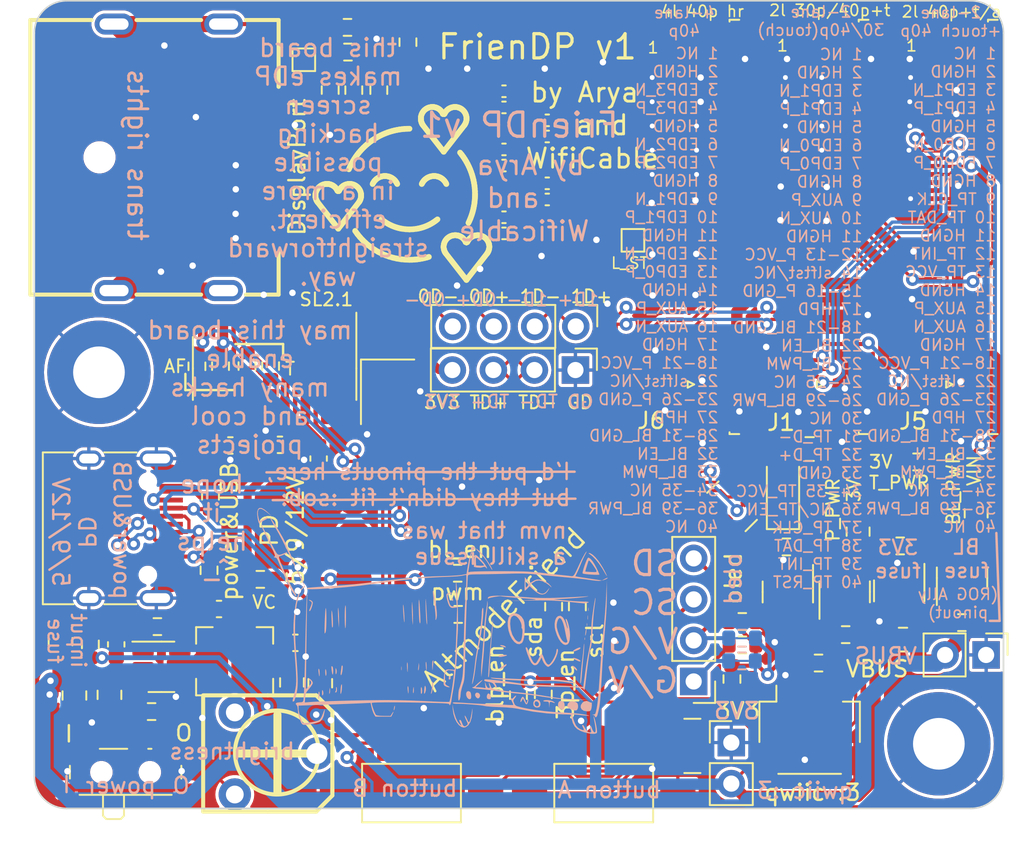
<source format=kicad_pcb>
(kicad_pcb (version 20240108) (generator "pcbnew") (generator_version "8.0")
  (layers (0 "F.Cu" signal) (1 "In1.Cu" signal) (2 "In2.Cu" signal) (31 "B.Cu" signal) (34 "B.Paste" user) (35 "F.Paste" user) (36 "B.SilkS" user "B.Silkscreen") (37 "F.SilkS" user "F.Silkscreen") (38 "B.Mask" user) (39 "F.Mask" user) (44 "Edge.Cuts" user))
  (net 0 "")
  (net 1 "eDP3-")
  (net 2 "eDP3+")
  (net 3 "eDP2-")
  (net 4 "eDP2+")
  (net 5 "eDP1-")
  (net 6 "eDP1+")
  (net 7 "eDP0-")
  (net 8 "eDP0+")
  (net 9 "eDP_AUX-")
  (net 10 "eDP_AUX+")
  (net 11 "GND")
  (net 12 "Net-(U3-BST)")
  (net 13 "/SW")
  (net 14 "Net-(U3-FB)")
  (net 15 "+3.3V")
  (net 16 "BL_PWR")
  (net 17 "T_RST")
  (net 18 "eDP_HPD")
  (net 19 "BL_EN")
  (net 20 "PWM")
  (net 22 "CC1")
  (net 23 "/SBU1")
  (net 24 "CC2")
  (net 25 "/SBU2")
  (net 26 "T_SCL")
  (net 27 "T_SDA")
  (net 28 "T_IRQ")
  (net 29 "T_VCC")
  (net 31 "Net-(CN1-GND-Pad21)")
  (net 32 "Net-(CN1-DP_PWR_RETURN)")
  (net 33 "Net-(CN1-GND-Pad14)")
  (net 34 "Net-(CN1-GND-Pad13)")
  (net 35 "Net-(CN1-HOT_PLUG)")
  (net 36 "Net-(Q1-D)")
  (net 39 "Net-(Q1-G)")
  (net 40 "Net-(CN1-DP_PWR)")
  (net 41 "P_PWR")
  (net 42 "Net-(Q4-D)")
  (net 43 "LCD_ST")
  (net 44 "BL_PWR_EN")
  (net 45 "P_PWR_EN")
  (net 46 "Net-(Q3-D)")
  (net 47 "/UH_1V8")
  (net 48 "/RPUSB_N")
  (net 49 "/RPUSB_P")
  (net 50 "/USBIN_P")
  (net 51 "/USBIN_N")
  (net 52 "/EUSB0_N")
  (net 53 "/EUSB0_P")
  (net 54 "/EUSB1_N")
  (net 55 "/EUSB1_P")
  (net 56 "Net-(U1-XOUT)")
  (net 57 "Net-(U1-XIN)")
  (net 58 "VBUS")
  (net 62 "EN")
  (net 63 "/TUSB_P")
  (net 64 "/TUSB_N")
  (net 65 "E_SDA")
  (net 66 "E_SCL")
  (net 73 "Net-(J7-Pin_1)")
  (net 74 "Net-(J7-Pin_2)")
  (net 75 "/eDP_R_3-")
  (net 76 "/eDP_R_3+")
  (net 77 "/eDP_R_2-")
  (net 78 "/eDP_R_2+")
  (net 79 "/eDP_R_1-")
  (net 80 "/eDP_R_1+")
  (net 81 "/eDP_R_0-")
  (net 82 "/eDP_R_0+")
  (net 83 "/eDP_R_AUX-")
  (net 84 "/eDP_R_AUX+")
  (net 85 "BUTT_ADC")
  (net 86 "Net-(RN2-R2.1)")
  (net 87 "Net-(RN2-R3.1)")
  (net 91 "Net-(J2-VBUS-PadA4)")
  (net 92 "VCONN")
  (net 93 "POT_ADC")
  (footprint "Resistor_SMD:R_0603_1608Metric" (layer "F.Cu") (at 93.165 82.615 -90)
    (property "Reference" "R10" (hide yes))
    (property "Value" "0R")
  )
  (footprint "Resistor_SMD:R_0603_1608Metric" (layer "F.Cu") (at 130.23 99.2425 180)
    (property "Reference" "R7" (hide yes))
    (property "Value" "10k")
  )
  (footprint "eepydp:DP-SMD_HYC16-DP20-178" (layer "F.Cu") (at 89.623604 69.69 -90)
    (property "Reference" "CN1" (hide yes))
    (property "Value" "HYC16-DP20-178")
  )
  (footprint "Diode_SMD:D_SOD-123F" (layer "F.Cu") (at 126.35 90.5 90)
    (property "Reference" "D1" (hide yes))
    (property "Value" "1N4148")
  )
  (footprint "eepydp:altmode_friend" (layer "F.Cu") (at 108.67 97.07 90)
    (property "Reference" "M1" (hide yes))
    (property "Value" "AltmodeFriend")
  )
  (footprint "eepydp:RES-ADJ-TH_VZ067TL1B202" (layer "F.Cu") (at 94.95 106.6 -90)
    (property "Reference" "RV1" (hide yes))
    (property "Value" "BRGHT")
  )
  (footprint "Resistor_SMD:R_0603_1608Metric" (layer "F.Cu") (at 99.416396 63.175)
    (property "Reference" "R2" (hide yes))
    (property "Value" "0Ω")
  )
  (footprint "Resistor_SMD:R_0603_1608Metric" (layer "F.Cu") (at 113.62 97.5 90)
    (property "Reference" "R29" (hide yes))
    (property "Value" "NC")
  )
  (footprint "Resistor_SMD:R_0603_1608Metric" (layer "F.Cu") (at 126.56 93.8125)
    (property "Reference" "R8" (hide yes))
    (property "Value" "10k")
  )
  (footprint "Connector_USB:USB_C_Receptacle_HRO_TYPE-C-31-M-12" (layer "F.Cu") (at 84.425 92.659167 -90)
    (property "Reference" "J2" (hide yes))
    (property "Value" "USB_C_Receptacle_USB2.0")
  )
  (footprint "Resistor_SMD:R_0603_1608Metric" (layer "F.Cu") (at 106.21 95.44)
    (property "Reference" "R31" (hide yes))
    (property "Value" "NC")
  )
  (footprint "Resistor_SMD:R_0603_1608Metric" (layer "F.Cu") (at 90.065 82.63 -90)
    (property "Reference" "R18" (hide yes))
    (property "Value" "0R")
  )
  (footprint "Resistor_SMD:R_0603_1608Metric" (layer "F.Cu") (at 123.19 101.99 90)
    (property "Reference" "R12" (hide yes))
    (property "Value" "5K1")
  )
  (footprint "Capacitor_SMD:C_0805_2012Metric" (layer "F.Cu") (at 84.65 102.97 -90)
    (property "Reference" "C15" (hide yes))
    (property "Value" "100nF")
  )
  (footprint "eepydp:SW_SPDT_PCM12_SH" (layer "F.Cu") (at 85.65 107.43)
    (property "Reference" "SW1" (hide yes))
    (property "Value" "SW_EN")
  )
  (footprint "eepydp:R_0603_1608Metric_Jumper" (layer "F.Cu") (at 103.13 62.56 90)
    (property "Reference" "R6" (hide yes))
    (property "Value" "0Ω")
  )
  (footprint "MountingHole:MountingHole_3.2mm_M3_Pad" (layer "F.Cu") (at 136 106)
    (property "Reference" "H2" (hide yes))
    (property "Value" "M3")
  )
  (footprint "Connector_FFC-FPC:TE_4-1734839-0_1x40-1MP_P0.5mm_Horizontal" (layer "F.Cu") (at 121 74 90)
    (property "Reference" "J6")
    (property "Value" "eDP")
  )
  (footprint "Inductor_SMD:L_Bourns-SRN4018" (layer "F.Cu") (at 92.4 100.89)
    (property "Reference" "L1" (hide yes))
    (property "Value" "Ls")
  )
  (footprint "Capacitor_SMD:C_0805_2012Metric" (layer "F.Cu") (at 95.95 102.2 90)
    (property "Reference" "C16" (hide yes))
    (property "Value" "1uF")
  )
  (footprint "Resistor_SMD:R_0603_1608Metric" (layer "F.Cu") (at 137.425 98.496666 180)
    (property "Reference" "R20" (hide yes))
    (property "Value" "10k")
  )
  (footprint "Package_TO_SOT_SMD:SOT-23" (layer "F.Cu") (at 133.545 96.5325 -90)
    (property "Reference" "Q2" (hide yes))
    (property "Value" "Q_NMOS_GSD")
  )
  (footprint "Fuse:Fuse_0805_2012Metric" (layer "F.Cu") (at 131 92.865 -90)
    (property "Reference" "F1" (hide yes))
    (property "Value" "Fuse")
  )
  (footprint "Package_TO_SOT_SMD:SOT-23" (layer "F.Cu") (at 126.65 96.6 -90)
    (property "Reference" "Q3" (hide yes))
    (property "Value" "Q_NMOS_GSD")
  )
  (footprint "Resistor_SMD:R_0603_1608Metric" (layer "F.Cu") (at 90.905 90.649167 90)
    (property "Reference" "R13" (hide yes))
    (property "Value" "5.1kΩ")
  )
  (footprint "Capacitor_SMD:C_0402_1005Metric" (layer "F.Cu") (at 109.074999 74.4)
    (property "Reference" "C9" (hide yes))
    (property "Value" "100nF")
  )
  (footprint "Connector_PinHeader_2.54mm:PinHeader_1x02_P2.54mm_Vertical" (layer "F.Cu") (at 123.15 105.925)
    (property "Reference" "J8" (hide yes))
    (property "Value" "3V3")
  )
  (footprint "Capacitor_SMD:C_0603_1608Metric" (layer "F.Cu") (at 96.16 99.75)
    (property "Reference" "C17" (hide yes))
    (property "Value" "100nF")
  )
  (footprint "Resistor_SMD:R_0603_1608Metric" (layer "F.Cu") (at 91.525 82.62 -90)
    (property "Reference" "R22" (hide yes))
    (property "Value" "0R")
  )
  (footprint "Capacitor_SMD:C_0603_1608Metric" (layer "F.Cu") (at 92.135 87.53 180)
    (property "Reference" "C19" (hide yes))
    (property "Value" "100nF")
  )
  (footprint "Capacitor_SMD:C_0603_1608Metric" (layer "F.Cu") (at 91.4325 97.655)
    (property "Reference" "C12" (hide yes))
    (property "Value" "100nF")
  )
  (footprint "MountingHole:MountingHole_3.2mm_M3_Pad" (layer "F.Cu") (at 84 83)
    (property "Reference" "H1" (hide yes))
    (property "Value" "M3")
  )
  (footprint "Resistor_SMD:R_0603_1608Metric" (layer "F.Cu") (at 94.625 82.615 -90)
    (property "Reference" "R9" (hide yes))
    (property "Value" "0R")
  )
  (footprint "Capacitor_SMD:C_0603_1608Metric" (layer "F.Cu") (at 85.0675 99.845 -90)
    (property "Reference" "C13" (hide yes))
    (property "Value" "100pF")
  )
  (footprint "eepydp:R_0603_1608Metric_Jumper" (layer "F.Cu") (at 99.776608 65.53 90)
    (property "Reference" "R4" (hide yes))
    (property "Value" "0Ω")
  )
  (footprint "Connector_PinHeader_2.54mm:PinHeader_1x02_P2.54mm_Vertical" (layer "F.Cu") (at 138.925 100.5 -90)
    (property "Reference" "J9" (hide yes))
    (property "Value" "VBUS")
  )
  (footprint "Resistor_SMD:R_0603_1608Metric" (layer "F.Cu") (at 111.51 102.94 -90)
    (property "Reference" "R27" (hide yes))
    (property "Value" "NC")
  )
  (footprint "Resistor_SMD:R_0603_1608Metric" (layer "F.Cu") (at 99.386396 61.645)
    (property "Reference" "R1" (hide yes))
    (property "Value" "0Ω")
  )
  (footprint "Package_TO_SOT_SMD:TSOT-23-6" (layer "F.Cu") (at 87.8675 101.235)
    (property "Reference" "U3" (hide yes))
    (property "Value" "AP63200WU")
  )
  (footprint "Button_Switch_SMD:SW_SPST_FSMSM" (layer "F.Cu") (at 115.25 109.05 180)
    (property "Reference" "SW2" (hide yes))
    (property "Value" "B")
  )
  (footprint "Resistor_SMD:R_0603_1608Metric" (layer "F.Cu") (at 128.55 101)
    (property "Reference" "R11" (hide yes))
    (property "Value" "5K1")
  )
  (footprint "Capacitor_SMD:C_0402_1005Metric" (layer "F.Cu") (at 111.755001 67.4)
    (property "Reference" "C3" (hide yes))
    (property "Value" "100nF")
  )
  (footprint "Connector_PinHeader_2.54mm:PinHeader_1x04_P2.54mm_Vertical" (layer "F.Cu") (at 113.5 82.86 -90)
    (property "Reference" "J3" (hide yes))
    (property "Value" "USB_Touch")
  )
  (footprint "Resistor_SMD:R_Array_Convex_4x0603" (layer "F.Cu") (at 120.74 106.13)
    (property "Reference" "RN2" (hide yes))
    (property "Value" "T_PU")
  )
  (footprint "Capacitor_SMD:C_0805_2012Metric" (layer "F.Cu") (at 133.78 99.55 180)
    (property "Reference" "C21" (hide yes))
    (property "Value" "1uF")
  )
  (footprint "Resistor_SMD:R_0603_1608Metric" (layer "F.Cu") (at 133.605 93.75)
    (property "Reference" "R21" (hide yes))
    (property "Value" "10k")
  )
  (footprint "Capacitor_SMD:C_0402_1005Metric" (layer "F.Cu") (at 109.074999 73.4)
    (property "Reference" "C10" (hide yes))
    (property "Value" "100nF")
  )
  (footprint "Capacitor_SMD:C_0402_1005Metric" (layer "F.Cu") (at 109.074999 70.2)
    (property "Reference" "C6" (hide yes))
    (property "Value" "100nF")
  )
  (footprint "Capacitor_SMD:C_0402_1005Metric" (layer "F.Cu") (at 111.755001 68.4)
    (property "Reference" "C4" (hide yes))
    (property "Value" "100nF")
  )
  (footprint "Capacitor_SMD:C_0805_2012Metric" (layer "F.Cu") (at 82.48 103.01 -90)
    (property "Reference" "C14" (hide yes))
    (property "Value" "1uF")
  )
  (footprint "Resistor_SMD:R_0805_2012Metric" (layer "F.Cu") (at 81.62 99.6775 -90)
    (property "Reference" "R26" (hide yes))
    (property "Value" "F")
  )
  (footprint "Capacitor_SMD:C_0805_2012Metric" (layer "F.Cu") (at 128 87.75)
    (property "Reference" "C22" (hide yes))
    (property "Value" "4.7uF")
  )
  (footprint "Crystal:Crystal_SMD_3225-4Pin_3.2x2.5mm" (layer "F.Cu") (at 101.87 84.21 -90)
    (property "Reference" "Y3" (hide yes))
    (property "Value" "12MHz")
  )
  (footprint "Capacitor_SMD:C_0402_1005Metric" (layer "F.Cu") (at 109.074999 65.6)
    (property "Reference" "C1" (hide yes))
    (property "Value" "100nF")
  )
  (footprint "Resistor_SMD:R_0603_1608Metric" (layer "F.Cu") (at 87.6175 98.745)
    (property "Reference" "R16" (hide yes))
    (property "Value" "Rs2")
  )
  (footprint "eepydp:R_0603_1608Metric_Jumper" (layer "F.Cu") (at 93.99 95.82)
    (property "Reference" "R19" (hide yes))
    (property "Value" "0R")
  )
  (footprint "Resistor_SMD:R_0603_1608Metric" (layer "F.Cu") (at 109.97 102.99 -90)
    (property "Reference" "R32" (hide yes))
    (property "Value" "NC")
  )
  (footprint "TestPoint:TestPoint_Pad_1.0x1.0mm" (layer "F.Cu") (at 96.683604 63.65)
    (property "Reference" "TP1" (hide yes))
    (property "Value" "DP_PWR")
  )
  (footprint "eepydp:R_0603_1608Metric_Jumper" (layer "F.Cu") (at 101.326608 65.53 90)
    (property "Reference" "R5" (hide yes))
    (property "Value" "0Ω")
  )
  (footprint "Resistor_SMD:R_0603_1608Metric" (layer "F.Cu") (at 123.84 99.88 180)
    (property "Reference" "R24" (hide yes))
    (property "Value" "0R")
  )
  (footprint "Package_TO_SOT_SMD:SOT-23" (layer "F.Cu") (at 137.435 95.734166 90)
    (property "Reference" "Q1" (hide yes))
    (property "Value" "Q_PMOS_GSD")
  )
  (footprint "Resistor_SMD:R_0603_1608Metric" (layer "F.Cu") (at 83.4675 99.845 90)
    (property "Reference" "R17" (hide yes))
    (property "Value" "Rs1")
  )
  (footprint "Resistor_SMD:R_0603_1608Metric" (layer "F.Cu") (at 123.83 98.43 180)
    (property "Reference" "R25" (hide yes))
    (property "Value" "0R")
  )
  (footprint "Connector_JST:JST_SH_SM04B-SRSS-TB_1x04-1MP_P1.00mm_Horizontal" (layer "F.Cu") (at 128 105.175)
    (property "Reference" "J4" (hide yes))
    (property "Value" "QWIIC")
  )
  (footprint "Resistor_SMD:R_0603_1608Metric" (layer "F.Cu") (at 112.15 97.51 90)
    (property "Reference" "R28" (hide yes))
    (property "Value" "NC")
  )
  (footprint "Connector_PinHeader_2.54mm:PinHeader_1x04_P2.54mm_Vertical" (layer "F.Cu") (at 120.82 102.14 180)
    (property "Reference" "J7" (hide yes))
    (property "Value" "OLED")
  )
  (footprint "Resistor_SMD:R_0603_1608Metric" (layer "F.Cu") (at 90.815 95.259167 -90)
    (property "Reference" "R14" (hide yes))
    (property "Value" "5.1kΩ")
  )
  (footprint "Resistor_SMD:R_0603_1608Metric" (layer "F.Cu") (at 87.2575 104.005 180)
    (property "Reference" "R15" (hide yes))
    (property "Value" "5K1")
  )
  (footprint "TestPoint:TestPoint_Pad_1.0x1.0mm" (layer "F.Cu") (at 117.06 74.83)
    (property "Reference" "TP3" (hide yes))
    (property "Value" "LCD_SELF_TEST")
  )
  (footprint "Resistor_SMD:R_0603_1608Metric" (layer "F.Cu") (at 106.24 97.99)
    (property "Reference" "R30" (hide yes))
    (property "Value" "NC")
  )
  (footprint "Resistor_SMD:R_Array_Convex_4x0603" (layer "F.Cu") (at 123.195076 91.297868 -135)
    (property "Reference" "RN1" (hide yes))
    (property "Value" "T_PU")
  )
  (footprint "Package_SO:SO-16_3.9x9.9mm_P1.27mm" (layer "F.Cu") (at 94.875 82.76 -90)
    (property "Reference" "U1" (hide yes))
    (property "Value" "SL2.1A")
  )
  (footprint "Capacitor_SMD:C_0402_1005Metric" (layer "F.Cu") (at 111.755001 72.3)
    (property "Reference" "C8" (hide yes))
    (property "Value" "100nF")
  )
  (footprint "Capacitor_SMD:C_0402_1005Metric" (layer "F.Cu") (at 109.074999 66.6)
    (property "Reference" "C2" (hide yes))
    (property "Value" "100nF")
  )
  (footprint "Connector_FFC-FPC:TE_4-1734839-0_1x40-1MP_P0.5mm_Horizontal" (layer "F.Cu") (at 129 74 90)
    (property "Reference" "J1")
    (property "Value" "eDP")
  )
  (footprint "Capacitor_SMD:C_0603_1608Metric" (layer "F.Cu") (at 95.205 87.49 180)
    (property "Reference" "C11" (hide yes))
    (property "Value" "100nF")
  )
  (footprint "eepydp:R_0603_1608Metric_Jumper" (layer "F.Cu") (at 98.316608 65.525 -90)
    (property "Reference" "R3" (hide yes))
    (property "Value" "0Ω")
  )
  (footprint "Button_Switch_SMD:SW_SPST_FSMSM" (layer "F.Cu") (at 103.35 109.05)
    (property "Reference" "SW3" (hide yes))
    (property "Value" "A")
  )
  (footprint "Capacitor_SMD:C_0603_1608Metric" (layer "F.Cu") (at 97.6 88.34 -90)
    (property "Reference" "C20" (hide yes))
    (property "Value" "100nF")
  )
  (footprint "Capacitor_SMD:C_0805_2012Metric" (layer "F.Cu") (at 97.7 102.25 90)
    (property "Reference" "C18" (hide yes))
    (property "Value" "1uF")
  )
  (footprint "Capacitor_SMD:C_0402_1005Metric" (layer "F.Cu") (at 109.074999 69.2)
    (property "Reference" "C5" (hide yes))
    (property "Value" "100nF")
  )
  (footprint "Connector_PinHeader_2.54mm:PinHeader_1x04_P2.54mm_Vertical" (layer "F.Cu") (at 113.52 80.16 -90)
    (property "Reference" "J10" (hide yes))
    (property "Value" "USB_Extra")
  )
  (footprint "Capacitor_SMD:C_0402_1005Metric" (layer "F.Cu") (at 111.755001 71.3)
    (property "Reference" "C7" (hide yes))
    (property "Value" "100nF")
  )
  (footprint "eepydp:R_0603_1608Metric_Jumper" (layer "F.Cu") (at 134.65 88.55)
    (property "Reference" "R23" (hide yes))
    (property "Value" "0Ω")
  )
  (footprint "Fuse:Fuse_0805_2012Metric" (layer "F.Cu") (at 138.31 91.731666 -90)
    (property "Reference" "F2" (hide yes))
    (property "Value" "Fuse")
  )
  (footprint "Package_TO_SOT_SMD:SOT-23" (layer "F.Cu") (at 130.17 96.5925 90)
    (property "Reference" "Q4" (hide yes))
    (property "Value" "Q_PMOS_GSD")
  )
  (footprint "Connector_FFC-FPC:TE_4-1734839-0_1x40-1MP_P0.5mm_Horizontal" (layer "F.Cu") (at 137 74 90)
    (property "Reference" "J5")
    (property "Value" "eDP_40p_2L_touch_ally")
  )
  (footprint "eepydp:R_0603_1608Metric_Jumper" (layer "B.Cu") (at 123.81 100.87 180)
    (property "Reference" "JP1" (hide yes))
    (property "Value" "J")
  )
  (footprint "LOGO" (layer "B.Cu") (at 104.62 98.39 180)
    (property "Reference" "G***" (hide yes))
    (property "Value" "LOGO" (hide yes))
  )
  (footprint "eepydp:R_0603_1608Metric_Jumper" (layer "B.Cu") (at 123.815 99.46 180)
    (property "Reference" "JP2" (hide yes))
    (property "Value" "J")
  )
  (gr_line (start 139.76 98.39) (end 139.16 98.39) (stroke (width 0.15)) (layer "B.SilkS"))
  (gr_line (start 94.37 89.195) (end 113.45 89.155) (stroke (width 0.15)) (layer "B.SilkS"))
  (gr_line (start 113.5 90.825) (end 94.76 90.915) (stroke (width 0.15)) (layer "B.SilkS"))
  (gr_line (start 139.76 98.39) (end 139.56 92.95) (stroke (width 0.15)) (layer "B.SilkS"))
  (gr_line (start 101.40531 70.904094) (end 101.365667 70.920521) (stroke (width 0.352774)) (layer "F.SilkS"))
  (gr_line (start 105.33025 67.013286) (end 105.327249 67.012605) (stroke (width 0.352774)) (layer "F.SilkS"))
  (gr_line (start 105.354199 67.013339) (end 105.35126 67.013839) (stroke (width 0.352774)) (layer "F.SilkS"))
  (gr_line (start 106.686639 67.595508) (end 106.701331 67.56262) (stroke (width 0.1)) (layer "F.SilkS"))
  (gr_line (start 106.254445 74.540119) (end 106.230322 74.533589) (stroke (width 0.352774)) (layer "F.SilkS"))
  (gr_line (start 108.125337 75.466736) (end 108.136479 75.43308) (stroke (width 0.1)) (layer "F.SilkS"))
  (gr_line (start 89.35 84.1) (end 89.35 83.1) (stroke (width 0.15)) (layer "F.SilkS"))
  (gr_line (start 97.544869 71.624165) (end 97.524953 71.652174) (stroke (width 0.352774)) (layer "F.SilkS"))
  (gr_line (start 106.348645 66.643937) (end 106.315757 66.629245) (stroke (width 0.1)) (layer "F.SilkS"))
  (gr_line (start 104.487983 70.889847) (end 104.447988 70.904094) (stroke (width 0.352774)) (layer "F.SilkS"))
  (gr_line (start 106.713474 74.937243) (end 106.711532 74.93553) (stroke (width 0.352774)) (layer "F.SilkS"))
  (gr_line (start 103.455611 74.143102) (end 103.225475 74.152815) (stroke (width 0.352774)) (layer "F.SilkS"))
  (gr_line (start 105.477744 75.647554) (end 106.753605 77.283511) (stroke (width 0.1)) (layer "F.SilkS"))
  (gr_line (start 98.340848 71.372509) (end 98.317025 71.36515) (stroke (width 0.352774)) (layer "F.SilkS"))
  (gr_line (start 105.088918 66.731116) (end 105.061351 66.710224) (stroke (width 0.1)) (layer "F.SilkS"))
  (gr_line (start 108.139301 75.42379) (end 108.148133 75.390072) (stroke (width 0.352774)) (layer "F.SilkS"))
  (gr_line (start 102.302873 68.026709) (end 102.452086 67.994971) (stroke (width 0.352774)) (layer "F.SilkS"))
  (gr_line (start 102.112104 70.955307) (end 102.076701 70.936575) (stroke (width 0.352774)) (layer "F.SilkS"))
  (gr_line (start 99.156038 71.434131) (end 99.126567 71.452237) (stroke (width 0.1)) (layer "F.SilkS"))
  (gr_line (start 106.749634 67.384523) (end 106.753419 67.350238) (stroke (width 0.352774)) (layer "F.SilkS"))
  (gr_line (start 102.003494 70.90432) (end 101.965829 70.890849) (stroke (width 0.352774)) (layer "F.SilkS"))
  (gr_line (start 105.140518 66.775496) (end 105.122404 66.758494) (stroke (width 0.352774)) (layer "F.SilkS"))
  (gr_line (start 106.643192 74.822463) (end 106.622274 74.793511) (stroke (width 0.1)) (layer "F.SilkS"))
  (gr_line (start 107.093454 74.609095) (end 107.063984 74.627202) (stroke (width 0.1)) (layer "F.SilkS"))
  (gr_line (start 98.925431 71.64919) (end 98.905543 71.680096) (stroke (width 0.1)) (layer "F.SilkS"))
  (gr_line (start 98.901014 71.687637) (end 98.89658 71.695233) (stroke (width 0.1)) (layer "F.SilkS"))
  (gr_line (start 106.804547 74.925041) (end 106.80273 74.927552) (stroke (width 0.352774)) (layer "F.SilkS"))
  (gr_line (start 101.263717 70.974548) (end 101.231706 70.9955) (stroke (width 0.352774)) (layer "F.SilkS"))
  (gr_line (start 108.137773 75.024106) (end 108.127302 74.99147) (stroke (width 0.1)) (layer "F.SilkS"))
  (gr_line (start 104.499656 66.589251) (end 104.465094 66.59723) (stroke (width 0.352774)) (layer "F.SilkS"))
  (gr_line (start 106.792114 74.938392) (end 106.789721 74.940204) (stroke (width 0.352774)) (layer "F.SilkS"))
  (gr_line (start 106.71767 67.519772) (end 106.728205 67.486369) (stroke (width 0.352774)) (layer "F.SilkS"))
  (gr_line (start 98.789251 71.77076) (end 98.786915 71.769571) (stroke (width 0.1)) (layer "F.SilkS"))
  (gr_line (start 105.321421 67.010775) (end 105.318482 67.009622) (stroke (width 0.1)) (layer "F.SilkS"))
  (gr_line (start 106.765295 74.950759) (end 106.762356 74.951259) (stroke (width 0.352774)) (layer "F.SilkS"))
  (gr_line (start 107.250921 74.541319) (end 107.218284 74.55179) (stroke (width 0.1)) (layer "F.SilkS"))
  (gr_line (start 108.050223 75.617302) (end 108.069413 75.58641) (stroke (width 0.352774)) (layer "F.SilkS"))
  (gr_line (start 106.752684 67.221099) (end 106.748593 67.187039) (stroke (width 0.1)) (layer "F.SilkS"))
  (gr_line (start 99.688535 71.358263) (end 99.654358 71.350612) (stroke (width 0.1)) (layer "F.SilkS"))
  (gr_line (start 98.86883 71.747434) (end 98.867128 71.750055) (stroke (width 0.352774)) (layer "F.SilkS"))
  (gr_line (start 100.682661 75.139533) (end 100.497701 74.98124) (stroke (width 0.352774)) (layer "F.SilkS"))
  (gr_line (start 105.680502 74.618505) (end 105.65028 74.638104) (stroke (width 0.1)) (layer "F.SilkS"))
  (gr_line (start 98.807062 71.776264) (end 98.80405 71.775738) (stroke (width 0.1)) (layer "F.SilkS"))
  (gr_line (start 106.473382 66.719816) (end 106.443837 66.698617) (stroke (width 0.1)) (layer "F.SilkS"))
  (gr_line (start 105.898953 66.588792) (end 105.86554 66.596447) (stroke (width 0.352774)) (layer "F.SilkS"))
  (gr_line (start 95.4 81.25) (end 95.4 82.15) (stroke (width 0.15)) (layer "F.SilkS"))
  (gr_line (start 97.496444 72.404656) (end 97.504597 72.41863) (stroke (width 0.1)) (layer "F.SilkS"))
  (gr_line (start 98.410317 71.399435) (end 98.387514 71.389664) (stroke (width 0.352774)) (layer "F.SilkS"))
  (gr_line (start 98.317025 71.36515) (end 98.292902 71.358621) (stroke (width 0.352774)) (layer "F.SilkS"))
  (gr_line (start 98.768861 71.754959) (end 98.76723 71.752945) (stroke (width 0.1)) (layer "F.SilkS"))
  (gr_line (start 106.923154 73.649702) (end 106.875648 73.750881) (stroke (width 0.352774)) (layer "F.SilkS"))
  (gr_line (start 105.442017 75.593598) (end 105.450485 75.607383) (stroke (width 0.1)) (layer "F.SilkS"))
  (gr_line (start 108.135729 75.016363) (end 108.124894 74.983764) (stroke (width 0.352774)) (layer "F.SilkS"))
  (gr_line (start 103.689062 76.008948) (end 103.536094 76.023432) (stroke (width 0.352774)) (layer "F.SilkS"))
  (gr_line (start 98.859227 71.759421) (end 98.857005 71.761473) (stroke (width 0.352774)) (layer "F.SilkS"))
  (gr_line (start 100.221263 71.94157) (end 100.215214 71.907845) (stroke (width 0.352774)) (layer "F.SilkS"))
  (gr_line (start 103.950835 67.463276) (end 103.960439 67.497677) (stroke (width 0.1)) (layer "F.SilkS"))
  (gr_line (start 105.974236 66.577892) (end 105.940176 66.581983) (stroke (width 0.1)) (layer "F.SilkS"))
  (gr_line (start 102.318008 73.997413) (end 102.208743 73.956135) (stroke (width 0.352774)) (layer "F.SilkS"))
  (gr_line (start 106.29027 74.552773) (end 106.25767 74.542237) (stroke (width 0.1)) (layer "F.SilkS"))
  (gr_line (start 104.269408 66.681085) (end 104.239188 66.700684) (stroke (width 0.1)) (layer "F.SilkS"))
  (gr_line (start 105.348295 67.014198) (end 105.345309 67.014414) (stroke (width 0.352774)) (layer "F.SilkS"))
  (gr_line (start 104.001478 71.308958) (end 103.98498 71.343885) (stroke (width 0.352774)) (layer "F.SilkS"))
  (gr_line (start 97.97776 71.351335) (end 97.94318 71.359146) (stroke (width 0.1)) (layer "F.SilkS"))
  (gr_line (start 105.304391 67.001455) (end 105.302377 66.999823) (stroke (width 0.352774)) (layer "F.SilkS"))
  (gr_line (start 103.932658 67.220803) (end 103.930146 67.255201) (stroke (width 0.1)) (layer "F.SilkS"))
  (gr_line (start 97.417478 71.907618) (end 97.411198 71.942797) (stroke (width 0.352774)) (layer "F.SilkS"))
  (gr_line (start 97.473897 72.361656) (end 97.481091 72.376164) (stroke (width 0.1)) (layer "F.SilkS"))
  (gr_line (start 107.446199 74.511742) (end 107.411912 74.512919) (stroke (width 0.352774)) (layer "F.SilkS"))
  (gr_line (start 100.002002 71.528354) (end 99.975227 71.504717) (stroke (width 0.1)) (layer "F.SilkS"))
  (gr_line (start 107.186158 74.563818) (end 107.154603 74.577388) (stroke (width 0.1)) (layer "F.SilkS"))
  (gr_line (start 105.393574 66.987621) (end 105.391757 66.990132) (stroke (width 0.1)) (layer "F.SilkS"))
  (gr_line (start 101.589769 73.606482) (end 101.494235 73.531209) (stroke (width 0.352774)) (layer "F.SilkS"))
  (gr_line (start 100.160316 72.357959) (end 100.175008 72.325071) (stroke (width 0.1)) (layer "F.SilkS"))
  (gr_line (start 106.008498 66.575434) (end 105.974236 66.577892) (stroke (width 0.1)) (layer "F.SilkS"))
  (gr_line (start 102.766511 74.113964) (end 102.652996 74.092111) (stroke (width 0.352774)) (layer "F.SilkS"))
  (gr_line (start 105.046172 70.90432) (end 105.008506 70.890849) (stroke (width 0.352774)) (layer "F.SilkS"))
  (gr_line (start 107.211001 74.553952) (end 107.178903 74.566363) (stroke (width 0.352774)) (layer "F.SilkS"))
  (gr_line (start 100.094881 71.633549) (end 100.073825 71.605776) (stroke (width 0.1)) (layer "F.SilkS"))
  (gr_line (start 105.389709 66.992531) (end 105.387679 66.994816) (stroke (width 0.352774)) (layer "F.SilkS"))
  (gr_line (start 99.975227 71.504717) (end 99.94706 71.482268) (stroke (width 0.1)) (layer "F.SilkS"))
  (gr_line (start 106.077379 66.575474) (end 106.042899 66.574622) (stroke (width 0.1)) (layer "F.SilkS"))
  (gr_line (start 106.725382 67.495661) (end 106.734771 67.461713) (stroke (width 0.1)) (layer "F.SilkS"))
  (gr_line (start 104.367078 66.630969) (end 104.333575 66.646079) (stroke (width 0.1)) (layer "F.SilkS"))
  (gr_line (start 107.557425 74.519644) (end 107.522973 74.515423) (stroke (width 0.1)) (layer "F.SilkS"))
  (gr_line (start 105.206992 66.84992) (end 105.19131 66.830376) (stroke (width 0.352774)) (layer "F.SilkS"))
  (gr_line (start 98.21893 71.344133) (end 98.193805 71.341045) (stroke (width 0.352774)) (layer "F.SilkS"))
  (gr_line (start 104.981088 66.658853) (end 104.959064 66.647535) (stroke (width 0.352774)) (layer "F.SilkS"))
  (gr_line (start 104.93664 66.636984) (end 104.913837 66.627213) (stroke (width 0.352774)) (layer "F.SilkS"))
  (gr_line (start 106.735359 74.949189) (end 106.732394 74.948196) (stroke (width 0.352774)) (layer "F.SilkS"))
  (gr_line (start 104.959064 66.647535) (end 104.93664 66.636984) (stroke (width 0.352774)) (layer "F.SilkS"))
  (gr_line (start 106.862851 74.824158) (end 106.842963 74.855064) (stroke (width 0.1)) (layer "F.SilkS"))
  (gr_line (start 105.872909 66.595002) (end 105.839824 66.6039) (stroke (width 0.1)) (layer "F.SilkS"))
  (gr_line (start 106.726676 67.086686) (end 106.716205 67.05405) (stroke (width 0.1)) (layer "F.SilkS"))
  (gr_line (start 97.4734 71.741878) (end 97.459096 71.773523) (stroke (width 0.352774)) (layer "F.SilkS"))
  (gr_line (start 97.468849 71.752536) (end 97.455249 71.783997) (stroke (width 0.1)) (layer "F.SilkS"))
  (gr_line (start 108.124894 74.983764) (end 108.112483 74.951666) (stroke (width 0.352774)) (layer "F.SilkS"))
  (gr_line (start 97.403819 72.017653) (end 97.402976 72.052231) (stroke (width 0.1)) (layer "F.SilkS"))
  (gr_line (start 98.76723 71.752945) (end 98.765682 71.750862) (stroke (width 0.1)) (layer "F.SilkS"))
  (gr_line (start 105.382953 75.469258) (end 105.396207 75.503121) (stroke (width 0.1)) (layer "F.SilkS"))
  (gr_line (start 106.658317 67.648989) (end 106.675757 67.61747) (stroke (width 0.352774)) (layer "F.SilkS"))
  (gr_line (start 106.533501 74.695915) (end 106.51483 74.67958) (stroke (width 0.352774)) (layer "F.SilkS"))
  (gr_line (start 106.706158 74.929927) (end 106.704527 74.927913) (stroke (width 0.352774)) (layer "F.SilkS"))
  (gr_line (start 107.514896 74.514331) (end 107.480548 74.51221) (stroke (width 0.352774)) (layer "F.SilkS"))
  (gr_line (start 97.662905 71.500334) (end 97.636986 71.522789) (stroke (width 0.352774)) (layer "F.SilkS"))
  (gr_line (start 102.146614 70.975739) (end 102.112104 70.955307) (stroke (width 0.352774)) (layer "F.SilkS"))
  (gr_line (start 105.293553 66.990493) (end 105.292005 66.98841) (stroke (width 0.1)) (layer "F.SilkS"))
  (gr_line (start 106.809414 74.916854) (end 106.807956 74.91969) (stroke (width 0.1)) (layer "F.SilkS"))
  (gr_line (start 103.929295 67.289134) (end 103.929714 67.313605) (stroke (width 0.352774)) (layer "F.SilkS"))
  (gr_line (start 100.128474 71.684036) (end 100.109857 71.654568) (stroke (width 0.352774)) (layer "F.SilkS"))
  (gr_line (start 106.180673 66.588153) (end 106.146328 66.582224) (stroke (width 0.1)) (layer "F.SilkS"))
  (gr_line (start 98.816185 74.108541) (end 100.084603 72.482605) (stroke (width 0.1)) (layer "F.SilkS"))
  (gr_line (start 104.650103 70.854119) (end 104.60939 70.859915) (stroke (width 0.352774)) (layer "F.SilkS"))
  (gr_line (start 107.453996 74.512042) (end 107.419595 74.512853) (stroke (width 0.1)) (layer "F.SilkS"))
  (gr_line (start 98.84983 71.766907) (end 98.847286 71.768471) (stroke (width 0.352774)) (layer "F.SilkS"))
  (gr_line (start 97.566074 71.597177) (end 97.544869 71.624165) (stroke (width 0.352774)) (layer "F.SilkS"))
  (gr_line (start 100.229685 72.043994) (end 100.228508 72.009707) (stroke (width 0.352774)) (layer "F.SilkS"))
  (gr_line (start 106.647459 74.828227) (end 106.633113 74.807488) (stroke (width 0.352774)) (layer "F.SilkS"))
  (gr_line (start 105.387679 66.994816) (end 105.38555 66.996986) (stroke (width 0.352774)) (layer "F.SilkS"))
  (gr_line (start 107.063984 74.627202) (end 107.035331 74.646791) (stroke (width 0.1)) (layer "F.SilkS"))
  (gr_line (start 98.416372 71.403483) (end 98.38491 71.389883) (stroke (width 0.1)) (layer "F.SilkS"))
  (gr_line (start 104.03092 67.656178) (end 104.039388 67.669963) (stroke (width 0.1)) (layer "F.SilkS"))
  (gr_line (start 105.19131 66.830376) (end 105.174991 66.811449) (stroke (width 0.352774)) (layer "F.SilkS"))
  (gr_line (start 104.184869 71.066585) (end 104.157346 71.09288) (stroke (width 0.352774)) (layer "F.SilkS"))
  (gr_line (start 106.586088 74.74887) (end 106.56915 74.730572) (stroke (width 0.352774)) (layer "F.SilkS"))
  (gr_line (start 98.76422 71.748712) (end 98.762847 71.746497) (stroke (width 0.1)) (layer "F.SilkS"))
  (gr_line (start 106.206212 66.593292) (end 106.172242 66.586152) (stroke (width 0.352774)) (layer "F.SilkS"))
  (gr_line (start 101.066649 68.542803) (end 101.193204 68.466293) (stroke (width 0.352774)) (layer "F.SilkS"))
  (gr_line (start 98.743592 71.709187) (end 98.725371 71.677716) (stroke (width 0.1)) (layer "F.SilkS"))
  (gr_line (start 98.879806 71.726133) (end 98.875852 71.733985) (stroke (width 0.1)) (layer "F.SilkS"))
  (gr_line (start 97.424511 72.225728) (end 97.434115 72.260129) (stroke (width 0.1)) (layer "F.SilkS"))
  (gr_line (start 105.324263 67.011769) (end 105.321298 67.010775) (stroke (width 0.352774)) (layer "F.SilkS"))
  (gr_line (start 105.406269 74.927504) (end 105.392669 74.958966) (stroke (width 0.1)) (layer "F.SilkS"))
  (gr_line (start 105.373732 67.006036) (end 105.37112 67.007474) (stroke (width 0.1)) (layer "F.SilkS"))
  (gr_line (start 106.6589 66.92922) (end 106.640793 66.899749) (stroke (width 0.1)) (layer "F.SilkS"))
  (gr_line (start 106.282454 66.616336) (end 106.248798 66.605194) (stroke (width 0.1)) (layer "F.SilkS"))
  (gr_line (start 106.717695 74.940423) (end 106.715611 74.938875) (stroke (width 0.1)) (layer "F.SilkS"))
  (gr_line (start 106.711655 74.93553) (end 106.709786 74.933738) (stroke (width 0.1)) (layer "F.SilkS"))
  (gr_line (start 106.501549 66.742265) (end 106.473382 66.719816) (stroke (width 0.1)) (layer "F.SilkS"))
  (gr_line (start 105.119378 70.936575) (end 105.083152 70.919571) (stroke (width 0.352774)) (layer "F.SilkS"))
  (gr_line (start 103.930223 67.252373) (end 103.929295 67.289134) (stroke (width 0.352774)) (layer "F.SilkS"))
  (gr_line (start 104.447988 70.904094) (end 104.408345 70.920521) (stroke (width 0.352774)) (layer "F.SilkS"))
  (gr_line (start 99.966423 71.497057) (end 99.93732 71.474606) (stroke (width 0.352774)) (layer "F.SilkS"))
  (gr_line (start 105.437965 66.907489) (end 105.429355 66.921499) (stroke (width 0.352774)) (layer "F.SilkS"))
  (gr_line (start 102.428581 74.033835) (end 102.318008 73.997413) (stroke (width 0.352774)) (layer "F.SilkS"))
  (gr_line (start 106.744884 69.958893) (end 106.82729 70.109503) (stroke (width 0.352774)) (layer "F.SilkS"))
  (gr_line (start 97.743082 71.443537) (end 97.71286 71.463136) (stroke (width 0.1)) (layer "F.SilkS"))
  (gr_line (start 104.694803 66.576397) (end 104.669296 66.575106) (stroke (width 0.352774)) (layer "F.SilkS"))
  (gr_line (start 106.747499 74.951606) (end 106.744482 74.951232) (stroke (width 0.1)) (layer "F.SilkS"))
  (gr_line (start 106.381057 66.660426) (end 106.348645 66.643937) (stroke (width 0.1)) (layer "F.SilkS"))
  (gr_line (start 107.123681 74.592485) (end 107.093454 74.609095) (stroke (width 0.1)) (layer "F.SilkS"))
  (gr_line (start 104.794822 66.590481) (end 104.770158 66.585648) (stroke (width 0.352774)) (layer "F.SilkS"))
  (gr_line (start 104.606866 66.575662) (end 104.570586 66.578422) (stroke (width 0.352774)) (layer "F.SilkS"))
  (gr_line (start 104.812325 70.851133) (end 104.772002 70.848903) (stroke (width 0.352774)) (layer "F.SilkS"))
  (gr_line (start 99.533598 70.29406) (end 99.597895 70.159934) (stroke (width 0.352774)) (layer "F.SilkS"))
  (gr_line (start 105.368446 67.008783) (end 105.365715 67.009962) (stroke (width 0.1)) (layer "F.SilkS"))
  (gr_line (start 100.003961 74.444421) (end 99.86142 74.246495) (stroke (width 0.352774)) (layer "F.SilkS"))
  (gr_line (start 105.313238 67.007119) (end 105.310962 67.005837) (stroke (width 0.1)) (layer "F.SilkS"))
  (gr_line (start 108.047276 74.829536) (end 108.027132 74.800883) (stroke (width 0.352774)) (layer "F.SilkS"))
  (gr_line (start 98.822095 71.77665) (end 98.819109 71.776866) (stroke (width 0.1)) (layer "F.SilkS"))
  (gr_line (start 98.664987 71.59282) (end 98.648667 71.573894) (stroke (width 0.352774)) (layer "F.SilkS"))
  (gr_line (start 106.616035 66.863462) (end 106.594374 66.835686) (stroke (width 0.352774)) (layer "F.SilkS"))
  (gr_line (start 98.762723 71.74648) (end 98.761441 71.744203) (stroke (width 0.352774)) (layer "F.SilkS"))
  (gr_line (start 98.38491 71.389883) (end 98.352849 71.377805) (stroke (width 0.1)) (layer "F.SilkS"))
  (gr_line (start 97.807596 71.407643) (end 97.776795 71.423421) (stroke (width 0.352774)) (layer "F.SilkS"))
  (gr_line (start 105.327372 67.012605) (end 105.324386 67.011769) (stroke (width 0.1)) (layer "F.SilkS"))
  (gr_line (start 100.228508 72.009707) (end 100.225698 71.975545) (stroke (width 0.352774)) (layer "F.SilkS"))
  (gr_line (start 106.752021 67.213092) (end 106.747586 67.179117) (stroke (width 0.352774)) (layer "F.SilkS"))
  (gr_line (start 107.854934 74.636036) (end 107.824028 74.616148) (stroke (width 0.1)) (layer "F.SilkS"))
  (gr_line (start 108.022023 75.657573) (end 108.062944 75.597213) (stroke (width 0.1)) (layer "F.SilkS"))
  (gr_line (start 98.839269 71.772397) (end 98.836485 71.773443) (stroke (width 0.352774)) (layer "F.SilkS"))
  (gr_line (start 103.944218 67.434368) (end 103.94956 67.458059) (stroke (width 0.352774)) (layer "F.SilkS"))
  (gr_line (start 100.020214 71.545467) (end 99.994058 71.520698) (stroke (width 0.352774)) (layer "F.SilkS"))
  (gr_line (start 98.833655 71.774356) (end 98.830784 71.775134) (stroke (width 0.352774)) (layer "F.SilkS"))
  (gr_line (start 104.156229 66.767151) (end 104.131214 66.791662) (stroke (width 0.1)) (layer "F.SilkS"))
  (gr_line (start 105.368323 67.008783) (end 105.365592 67.009962) (stroke (width 0.352774)) (layer "F.SilkS"))
  (gr_line (start 98.782425 71.766916) (end 98.780275 71.765455) (stroke (width 0.1)) (layer "F.SilkS"))
  (gr_line (start 106.433442 66.691203) (end 106.40255 66.672012) (stroke (width 0.352774)) (layer "F.SilkS"))
  (gr_line (start 99.93732 71.474606) (end 99.907119 71.453655) (stroke (width 0.352774)) (layer "F.SilkS"))
  (gr_line (start 106.103799 66.57691) (end 106.069451 66.574789) (stroke (width 0.352774)) (layer "F.SilkS"))
  (gr_line (start 106.74147 74.950706) (end 106.738469 74.950025) (stroke (width 0.1)) (layer "F.SilkS"))
  (gr_line (start 102.357394 71.164145) (end 102.331066 71.132554) (stroke (width 0.352774)) (layer "F.SilkS"))
  (gr_line (start 105.411317 75.536624) (end 105.418511 75.551132) (stroke (width 0.1)) (layer "F.SilkS"))
  (gr_line (start 102.180163 70.997845) (end 102.146614 70.975739) (stroke (width 0.352774)) (layer "F.SilkS"))
  (gr_line (start 107.903843 74.672025) (end 107.87474 74.649574) (stroke (width 0.352774)) (layer "F.SilkS"))
  (gr_line (start 101.114668 71.09288) (end 101.088374 71.120404) (stroke (width 0.352774)) (layer "F.SilkS"))
  (gr_line (start 98.770574 71.756902) (end 98.768861 71.754959) (stroke (width 0.1)) (layer "F.SilkS"))
  (gr_line (start 99.339217 71.358899) (end 99.30618 71.368149) (stroke (width 0.352774)) (layer "F.SilkS"))
  (gr_line (start 105.296898 66.99445) (end 105.295184 66.992507) (stroke (width 0.1)) (layer "F.SilkS"))
  (gr_line (start 108.158683 75.116538) (end 108.152633 75.082813) (stroke (width 0.352774)) (layer "F.SilkS"))
  (gr_line (start 105.290543 66.98626) (end 105.28917 66.984045) (stroke (width 0.1)) (layer "F.SilkS"))
  (gr_line (start 103.381529 76.032201) (end 103.225475 76.035148) (stroke (width 0.352774)) (layer "F.SilkS"))
  (gr_line (start 105.023859 66.683738) (end 105.002693 66.670924) (stroke (width 0.352774)) (layer "F.SilkS"))
  (gr_line (start 107.693551 74.553755) (end 107.659895 74.542614) (stroke (width 0.1)) (layer "F.SilkS"))
  (gr_line (start 104.242206 73.956135) (end 104.132941 73.997413) (stroke (width 0.352774)) (layer "F.SilkS"))
  (gr_line (start 100.9588 71.308958) (end 100.942303 71.343885) (stroke (width 0.352774)) (layer "F.SilkS"))
  (gr_line (start 105.396207 75.503121) (end 105.411317 75.536624) (stroke (width 0.1)) (layer "F.SilkS"))
  (gr_line (start 97.425453 71.873056) (end 97.417478 71.907618) (stroke (width 0.352774)) (layer "F.SilkS"))
  (gr_line (start 108.102552 75.522807) (end 108.11652 75.49022) (stroke (width 0.352774)) (layer "F.SilkS"))
  (gr_line (start 103.985419 67.011071) (end 103.97263 67.043512) (stroke (width 0.352774)) (layer "F.SilkS"))
  (gr_line (start 108.05189 74.837169) (end 108.032301 74.808517) (stroke (width 0.1)) (layer "F.SilkS"))
  (gr_line (start 105.250011 66.912126) (end 105.236362 66.890807) (stroke (width 0.352774)) (layer "F.SilkS"))
  (gr_line (start 98.243835 71.3481) (end 98.21893 71.344133) (stroke (width 0.352774)) (layer "F.SilkS"))
  (gr_line (start 97.429379 72.244) (end 97.436316 72.267267) (stroke (width 0.352774)) (layer "F.SilkS"))
  (gr_line (start 98.352849 71.377805) (end 98.320249 71.367269) (stroke (width 0.1)) (layer "F.SilkS"))
  (gr_line (start 98.836609 71.773461) (end 98.833779 71.774374) (stroke (width 0.1)) (layer "F.SilkS"))
  (gr_line (start 105.236362 66.890807) (end 105.222016 66.870068) (stroke (width 0.352774)) (layer "F.SilkS"))
  (gr_line (start 102.964934 76.026916) (end 102.708774 76.002554) (stroke (width 0.352774)) (layer "F.SilkS"))
  (gr_line (start 108.029272 75.647503) (end 108.050223 75.617302) (stroke (width 0.352774)) (layer "F.SilkS"))
  (gr_line (start 98.89658 71.695233) (end 98.892243 71.70288) (stroke (width 0.1)) (layer "F.SilkS"))
  (gr_line (start 106.980728 74.690356) (end 106.9549 74.714302) (stroke (width 0.1)) (layer "F.SilkS"))
  (gr_line (start 105.222841 70.997845) (end 105.189292 70.975739) (stroke (width 0.352774)) (layer "F.SilkS"))
  (gr_line (start 104.504083 66.588883) (end 104.469503 66.596694) (stroke (width 0.1)) (layer "F.SilkS"))
  (gr_line (start 104.33392 66.645191) (end 104.303118 66.660969) (stroke (width 0.352774)) (layer "F.SilkS"))
  (gr_line (start 106.737037 67.452651) (end 106.744177 67.418681) (stroke (width 0.352774)) (layer "F.SilkS"))
  (gr_line (start 99.186265 71.417522) (end 99.156038 71.434131) (stroke (width 0.1)) (layer "F.SilkS"))
  (gr_line (start 102.155737 68.063861) (end 102.302873 68.026709) (stroke (width 0.352774)) (layer "F.SilkS"))
  (gr_line (start 101.6888 70.84864) (end 101.648144 70.85037) (stroke (width 0.352774)) (layer "F.SilkS"))
  (gr_line (start 105.488165 66.837583) (end 105.465715 66.866687) (stroke (width 0.352774)) (layer "F.SilkS"))
  (gr_line (start 105.495402 66.829026) (end 105.472953 66.857194) (stroke (width 0.1)) (layer "F.SilkS"))
  (gr_line (start 98.794975 71.77321) (end 98.792035 71.772057) (stroke (width 0.352774)) (layer "F.SilkS"))
  (gr_line (start 106.172242 66.586152) (end 106.138084 66.580695) (stroke (width 0.352774)) (layer "F.SilkS"))
  (gr_line (start 106.353792 74.578451) (end 106.32233 74.564852) (stroke (width 0.1)) (layer "F.SilkS"))
  (gr_line (start 97.402972 72.051586) (end 97.403391 72.076057) (stroke (width 0.352774)) (layer "F.SilkS"))
  (gr_line (start 105.446897 66.893679) (end 105.437965 66.907489) (stroke (width 0.352774)) (layer "F.SilkS"))
  (gr_line (start 105.402175 66.971533) (end 105.398317 66.979433) (stroke (width 0.1)) (layer "F.SilkS"))
  (gr_line (start 105.34604 71.102477) (end 105.317028 71.073941) (stroke (width 0.352774)) (layer "F.SilkS"))
  (gr_line (start 106.903426 70.263895) (end 106.973122 70.421899) (stroke (width 0.352774)) (layer "F.SilkS"))
  (gr_line (start 104.456159 73.859009) (end 104.35 73.91) (stroke (width 0.352774)) (layer "F.SilkS"))
  (gr_line (start 98.842 71.771218) (end 98.839269 71.772397) (stroke (width 0.352774)) (layer "F.SilkS"))
  (gr_line (start 106.71424 67.529317) (end 106.725382 67.495661) (stroke (width 0.1)) (layer "F.SilkS"))
  (gr_line (start 106.804671 74.925041) (end 106.802854 74.927552) (stroke (width 0.1)) (layer "F.SilkS"))
  (gr_line (start 106.412931 66.678728) (end 106.381057 66.660426) (stroke (width 0.1)) (layer "F.SilkS"))
  (gr_line (start 104.779994 66.588454) (end 104.746135 66.58267) (stroke (width 0.1)) (layer "F.SilkS"))
  (gr_line (start 101.590174 68.264414) (end 101.727898 68.206704) (stroke (width 0.352774)) (layer "F.SilkS"))
  (gr_line (start 104.022767 67.642204) (end 104.03092 67.656178) (stroke (width 0.1)) (layer "F.SilkS"))
  (gr_line (start 106.798899 74.932237) (end 106.79677 74.934406) (stroke (width 0.1)) (layer "F.SilkS"))
  (gr_line (start 104.669296 66.575106) (end 104.643628 66.574731) (stroke (width 0.352774)) (layer "F.SilkS"))
  (gr_line (start 106.76248 74.951259) (end 106.759515 74.951618) (stroke (width 0.1)) (layer "F.SilkS"))
  (gr_line (start 105.569631 66.752937) (end 105.543802 66.776883) (stroke (width 0.1)) (layer "F.SilkS"))
  (gr_line (start 98.614195 71.537942) (end 98.596081 71.520941) (stroke (width 0.352774)) (layer "F.SilkS"))
  (gr_line (start 105.778175 74.568389) (end 105.744671 74.583499) (stroke (width 0.1)) (layer "F.SilkS"))
  (gr_line (start 101.200753 71.017852) (end 101.170901 71.041561) (stroke (width 0.352774)) (layer "F.SilkS"))
  (gr_line (start 102.405645 71.231764) (end 102.382277 71.197224) (stroke (width 0.352774)) (layer "F.SilkS"))
  (gr_line (start 105.292005 66.98841) (end 105.290543 66.98626) (stroke (width 0.1)) (layer "F.SilkS"))
  (gr_line (start 100.112804 72.442334) (end 100.131994 72.411442) (stroke (width 0.352774)) (layer "F.SilkS"))
  (gr_line (start 100.200353 71.849138) (end 100.189883 71.816502) (stroke (width 0.1)) (layer "F.SilkS"))
  (gr_line (start 106.697797 74.916854) (end 106.681013 74.884155) (stroke (width 0.1)) (layer "F.SilkS"))
  (gr_line (start 98.784639 71.768289) (end 98.782425 71.766916) (stroke (width 0.1)) (layer "F.SilkS"))
  (gr_line (start 97.444043 72.290292) (end 97.452553 72.313053) (stroke (width 0.352774)) (layer "F.SilkS"))
  (gr_line (start 98.760376 71.741885) (end 98.743592 71.709187) (stroke (width 0.1)) (layer "F.SilkS"))
  (gr_line (start 101.445305 70.889847) (end 101.40531 70.904094) (stroke (width 0.352774)) (layer "F.SilkS"))
  (gr_line (start 102.452086 67.994971) (end 102.603267 67.968757) (stroke (width 0.352774)) (layer "F.SilkS"))
  (gr_line (start 106.721935 74.943257) (end 106.719721 74.941884) (stroke (width 0.352774)) (layer "F.SilkS"))
  (gr_line (start 100.02737 71.553117) (end 100.002002 71.528354) (stroke (width 0.1)) (layer "F.SilkS"))
  (gr_line (start 100.27279 69.196123) (end 100.375569 69.090945) (stroke (width 0.352774)) (layer "F.SilkS"))
  (gr_line (start 102.01079 68.106317) (end 102.155737 68.063861) (stroke (width 0.352774)) (layer "F.SilkS"))
  (gr_line (start 107.726854 74.566665) (end 107.693551 74.553755) (stroke (width 0.1)) (layer "F.SilkS"))
  (gr_line (start 107.343775 74.520164) (end 107.310049 74.526213) (stroke (width 0.352774)) (layer "F.SilkS"))
  (gr_line (start 105.807187 66.614371) (end 105.775061 66.626398) (stroke (width 0.1)) (layer "F.SilkS"))
  (gr_line (start 104.843348 66.602699) (end 104.819225 66.596169) (stroke (width 0.352774)) (layer "F.SilkS"))
  (gr_line (start 97.83924 71.393336) (end 97.807596 71.407643) (stroke (width 0.352774)) (layer "F.SilkS"))
  (gr_line (start 107.988735 74.753913) (end 107.96479 74.728085) (stroke (width 0.1)) (layer "F.SilkS"))
  (gr_line (start 106.906499 74.766446) (end 106.88405 74.794613) (stroke (width 0.1)) (layer "F.SilkS"))
  (gr_line (start 105.032885 66.690748) (end 105.003581 66.67271) (stroke (width 0.1)) (layer "F.SilkS"))
  (gr_line (start 101.607425 70.854119) (end 101.566713 70.859915) (stroke (width 0.352774)) (layer "F.SilkS"))
  (gr_line (start 97.446307 71.805964) (end 97.435078 71.839157) (stroke (width 0.352774)) (layer "F.SilkS"))
  (gr_line (start 106.600147 66.843324) (end 106.577639 66.816493) (stroke (width 0.1)) (layer "F.SilkS"))
  (gr_line (start 106.1059 74.513818) (end 106.080393 74.512526) (stroke (width 0.352774)) (layer "F.SilkS"))
  (gr_line (start 107.351273 74.519402) (end 107.317477 74.525111) (stroke (width 0.1)) (layer "F.SilkS"))
  (gr_line (start 106.686235 74.893872) (end 106.674041 74.871432) (stroke (width 0.352774)) (layer "F.SilkS"))
  (gr_line (start 104.131051 71.120404) (end 104.106028 71.149114) (stroke (width 0.352774)) (layer "F.SilkS"))
  (gr_line (start 106.205919 74.527902) (end 106.181255 74.523068) (stroke (width 0.352774)) (layer "F.SilkS"))
  (gr_line (start 104.239188 66.700684) (end 104.210237 66.721602) (stroke (width 0.1)) (layer "F.SilkS"))
  (gr_line (start 106.703102 74.92583) (end 106.70164 74.92368) (stroke (width 0.1)) (layer "F.SilkS"))
  (gr_line (start 106.156351 74.519101) (end 106.131226 74.516014) (stroke (width 0.352774)) (layer "F.SilkS"))
  (gr_line (start 104.032697 66.918707) (end 104.015498 66.948623) (stroke (width 0.352774)) (layer "F.SilkS"))
  (gr_line (start 98.768738 71.754942) (end 98.767106 71.752927) (stroke (width 0.352774)) (layer "F.SilkS"))
  (gr_line (start 106.651847 67.659794) (end 106.670149 67.62792) (stroke (width 0.1)) (layer "F.SilkS"))
  (gr_line (start 101.291712 75.545504) (end 101.080165 75.422163) (stroke (width 0.352774)) (layer "F.SilkS"))
  (gr_line (start 106.756405 74.951834) (end 106.753404 74.951906) (stroke (width 0.352774)) (layer "F.SilkS"))
  (gr_line (start 105.340396 75.227199) (end 105.341242 75.261898) (stroke (width 0.1)) (layer "F.SilkS"))
  (gr_line (start 108.145868 75.399133) (end 108.153519 75.364956) (stroke (width 0.1)) (layer "F.SilkS"))
  (gr_line (start 99.994058 71.520698) (end 99.966423 71.497057) (stroke (width 0.352774)) (layer "F.SilkS"))
  (gr_line (start 106.747586 67.179117) (end 106.741537 67.145392) (stroke (width 0.352774)) (layer "F.SilkS"))
  (gr_line (start 105.336279 67.014186) (end 105.333262 67.013812) (stroke (width 0.352774)) (layer "F.SilkS"))
  (gr_line (start 103.98511 67.565701) (end 104.00022 67.599205) (stroke (width 0.1)) (layer "F.SilkS"))
  (gr_line (start 108.146671 75.057191) (end 108.137773 75.024106) (stroke (width 0.1)) (layer "F.SilkS"))
  (gr_line (start 106.681013 74.884155) (end 106.662791 74.852684) (stroke (width 0.1)) (layer "F.SilkS"))
  (gr_line (start 98.868953 71.747451) (end 98.867251 71.750073) (stroke (width 0.1)) (layer "F.SilkS"))
  (gr_line (start 106.571204 66.808849) (end 106.546537 66.783015) (stroke (width 0.352774)) (layer "F.SilkS"))
  (gr_line (start 106.301771 74.555653) (end 106.278268 74.547478) (stroke (width 0.352774)) (layer "F.SilkS"))
  (gr_line (start 105.421369 74.896702) (end 105.406269 74.927504) (stroke (width 0.1)) (layer "F.SilkS"))
  (gr_line (start 105.462374 74.827142) (end 105.443794 74.856127) (stroke (width 0.352774)) (layer "F.SilkS"))
  (gr_line (start 100.876982 75.286673) (end 100.682661 75.139533) (stroke (width 0.352774)) (layer "F.SilkS"))
  (gr_line (start 105.410178 66.95588) (end 105.406129 66.963682) (stroke (width 0.1)) (layer "F.SilkS"))
  (gr_line (start 107.118843 73.122253) (end 107.08544 73.230461) (stroke (width 0.352774)) (layer "F.SilkS"))
  (gr_line (start 106.748351 67.393191) (end 106.752573 67.358739) (stroke (width 0.1)) (layer "F.SilkS"))
  (gr_line (start 105.29343 66.990493) (end 105.291882 66.98841) (stroke (width 0.352774)) (layer "F.SilkS"))
  (gr_line (start 105.298689 66.996318) (end 105.296898 66.99445) (stroke (width 0.1)) (layer "F.SilkS"))
  (gr_line (start 107.255468 72.448056) (end 107.240525 72.56316) (stroke (width 0.352774)) (layer "F.SilkS"))
  (gr_line (start 106.732518 74.948196) (end 106.729579 74.947042) (stroke (width 0.1)) (layer "F.SilkS"))
  (gr_line (start 103.067521 67.924359) (end 103.225475 67.92134) (stroke (width 0.352774)) (layer "F.SilkS"))
  (gr_line (start 100.228779 72.086694) (end 100.229631 72.052214) (stroke (width 0.1)) (layer "F.SilkS"))
  (gr_line (start 108.112427 75.500039) (end 108.125337 75.466736) (stroke (width 0.1)) (layer "F.SilkS"))
  (gr_line (start 106.461754 69.531459) (end 106.561945 69.6697) (stroke (width 0.352774)) (layer "F.SilkS"))
  (gr_line (start 99.209949 71.405372) (end 99.179041 71.420905) (stroke (width 0.352774)) (layer "F.SilkS"))
  (gr_line (start 106.371031 66.654572) (end 106.338947 66.638873) (stroke (width 0.352774)) (layer "F.SilkS"))
  (gr_line (start 107.411912 74.512919) (end 107.37775 74.515729) (stroke (width 0.352774)) (layer "F.SilkS"))
  (gr_line (start 105.503495 74.772145) (end 105.482289 74.799133) (stroke (width 0.352774)) (layer "F.SilkS"))
  (gr_line (start 105.475461 74.808848) (end 105.455986 74.837314) (stroke (width 0.1)) (layer "F.SilkS"))
  (gr_line (start 98.816108 71.776938) (end 98.813096 71.776862) (stroke (width 0.1)) (layer "F.SilkS"))
  (gr_line (start 97.94318 71.359146) (end 97.908779 71.368749) (stroke (width 0.1)) (layer "F.SilkS"))
  (gr_line (start 104.867171 66.610057) (end 104.843348 66.602699) (stroke (width 0.352774)) (layer "F.SilkS"))
  (gr_line (start 106.789845 74.940204) (end 106.787373 74.941892) (stroke (width 0.1)) (layer "F.SilkS"))
  (gr_line (start 99.756137 71.378792) (end 99.722481 71.367652) (stroke (width 0.1)) (layer "F.SilkS"))
  (gr_line (start 106.594374 66.835686) (end 106.571204 66.808849) (stroke (width 0.352774)) (layer "F.SilkS"))
  (gr_line (start 97.44317 71.816058) (end 97.432634 71.848658) (stroke (width 0.1)) (layer "F.SilkS"))
  (gr_line (start 98.879163 71.727118) (end 98.871871 71.741868) (stroke (width 0.352774)) (layer "F.SilkS"))
  (gr_line (start 100.068051 71.598138) (end 100.044882 71.571302) (stroke (width 0.352774)) (layer "F.SilkS"))
  (gr_line (start 107.141857 70.915866) (end 107.184083 71.086606) (stroke (width 0.352774)) (layer "F.SilkS"))
  (gr_line (start 106.639126 67.679881) (end 106.658317 67.648989) (stroke (width 0.352774)) (layer "F.SilkS"))
  (gr_line (start 101.648144 70.85037) (end 101.607425 70.854119) (stroke (width 0.352774)) (layer "F.SilkS"))
  (gr_line (start 102.244101 71.046973) (end 102.212682 71.021599) (stroke (width 0.352774)) (layer "F.SilkS"))
  (gr_line (start 105.29042 66.98626) (end 105.289047 66.984045) (stroke (width 0.352774)) (layer "F.SilkS"))
  (gr_line (start 108.163781 75.158519) (end 108.15969 75.124459) (stroke (width 0.1)) (layer "F.SilkS"))
  (gr_line (start 106.742884 67.153243) (end 106.735574 67.119771) (stroke (width 0.1)) (layer "F.SilkS"))
  (gr_line (start 108.101704 74.927788) (end 108.086607 74.896866) (stroke (width 0.1)) (layer "F.SilkS"))
  (gr_line (start 108.155273 75.356102) (end 108.160731 75.321944) (stroke (width 0.352774)) (layer "F.SilkS"))
  (gr_line (start 108.086607 74.896866) (end 108.069997 74.866639) (stroke (width 0.1)) (layer "F.SilkS"))
  (gr_line (start 98.847286 71.768471) (end 98.844674 71.769909) (stroke (width 0.352774)) (layer "F.SilkS"))
  (gr_line (start 106.756529 74.951834) (end 106.753528 74.951906) (stroke (width 0.1)) (layer "F.SilkS"))
  (gr_line (start 105.365592 67.009962) (end 105.362809 67.011009) (stroke (width 0.352774)) (layer "F.SilkS"))
  (gr_line (start 107.280673 72.097014) (end 107.275589 72.214936) (stroke (width 0.352774)) (layer "F.SilkS"))
  (gr_line (start 106.702979 74.92583) (end 106.701517 74.92368) (stroke (width 0.352774)) (layer "F.SilkS"))
  (gr_line (start 105.061351 66.710224) (end 105.032885 66.690748) (stroke (width 0.1)) (layer "F.SilkS"))
  (gr_line (start 107.480548 74.51221) (end 107.446199 74.511742) (stroke (width 0.352774)) (layer "F.SilkS"))
  (gr_line (start 97.87168 71.380543) (end 97.83924 71.393336) (stroke (width 0.352774)) (layer "F.SilkS"))
  (gr_line (start 107.782128 74.591993) (end 107.750044 74.576294) (stroke (width 0.352774)) (layer "F.SilkS"))
  (gr_line (start 104.86118 73.606482) (end 104.763194 73.676898) (stroke (width 0.352774)) (layer "F.SilkS"))
  (gr_line (start 107.419595 74.512853) (end 107.385333 74.515312) (stroke (width 0.1)) (layer "F.SilkS"))
  (gr_line (start 99.713607 71.364577) (end 99.679889 71.355745) (stroke (width 0.352774)) (layer "F.SilkS"))
  (gr_line (start 107.717457 74.562326) (end 107.68443 74.550079) (stroke (width 0.352774)) (layer "F.SilkS"))
  (gr_line (start 106.069451 66.574789) (end 106.035102 66.574322) (stroke (width 0.352774)) (layer "F.SilkS"))
  (gr_line (start 105.342314 69.346037) (end 106.618175 67.710082) (stroke (width 0.352774)) (layer "F.SilkS"))
  (gr_line (start 107.385333 74.515312) (end 107.351273 74.519402) (stroke (width 0.1)) (layer "F.SilkS"))
  (gr_line (start 105.2867 66.979433) (end 105.269916 66.946735) (stroke (width 0.1)) (layer "F.SilkS"))
  (gr_line (start 105.115527 66.753403) (end 105.088918 66.731116) (stroke (width 0.1)) (layer "F.SilkS"))
  (gr_line (start 103.978876 67.5506) (end 103.988163 67.573078) (stroke (width 0.352774)) (layer "F.SilkS"))
  (gr_line (start 99.666907 70.028585) (end 99.740524 69.900123) (stroke (width 0.352774)) (layer "F.SilkS"))
  (gr_line (start 106.744177 67.418681) (end 106.749634 67.384523) (stroke (width 0.352774)) (layer "F.SilkS"))
  (gr_line (start 106.741537 67.145392) (end 106.733882 67.111979) (stroke (width 0.352774)) (layer "F.SilkS"))
  (gr_line (start 105.333385 67.013812) (end 105.330373 67.013286) (stroke (width 0.1)) (layer "F.SilkS"))
  (gr_line (start 98.012459 71.345298) (end 97.97776 71.351335) (stroke (width 0.1)) (layer "F.SilkS"))
  (gr_line (start 101.33074 70.937016) (end 101.296742 70.955039) (stroke (width 0.352774)) (layer "F.SilkS"))
  (gr_line (start 103.951777 67.110604) (end 103.943802 67.145166) (stroke (width 0.352774)) (layer "F.SilkS"))
  (gr_line (start 105.291882 66.98841) (end 105.29042 66.98626) (stroke (width 0.352774)) (layer "F.SilkS"))
  (gr_line (start 106.713597 74.937243) (end 106.711655 74.93553) (stroke (width 0.1)) (layer "F.SilkS"))
  (gr_line (start 105.945932 74.520387) (end 105.910753 74.526671) (stroke (width 0.352774)) (layer "F.SilkS"))
  (gr_line (start 105.158053 66.793152) (end 105.140518 66.775496) (stroke (width 0.352774)) (layer "F.SilkS"))
  (gr_line (start 97.482725 72.379552) (end 97.494311 72.401056) (stroke (width 0.352774)) (layer "F.SilkS"))
  (gr_line (start 98.047219 71.341012) (end 98.012459 71.345298) (stroke (width 0.1)) (layer "F.SilkS"))
  (gr_line (start 103.970366 67.527839) (end 103.978876 67.5506) (stroke (width 0.352774)) (layer "F.SilkS"))
  (gr_line (start 106.784705 74.943457) (end 106.782093 74.944894) (stroke (width 0.352774)) (layer "F.SilkS"))
  (gr_line (start 99.645919 71.348605) (end 99.611761 71.343147) (stroke (width 0.352774)) (layer "F.SilkS"))
  (gr_line (start 106.67551 66.959447) (end 106.6589 66.92922) (stroke (width 0.1)) (layer "F.SilkS"))
  (gr_line (start 106.733882 67.111979) (end 106.724633 67.078942) (stroke (width 0.352774)) (layer "F.SilkS"))
  (gr_line (start 108.027132 74.800883) (end 108.005471 74.773106) (stroke (width 0.352774)) (layer "F.SilkS"))
  (gr_line (start 103.96264 67.504815) (end 103.970366 67.527839) (stroke (width 0.352774)) (layer "F.SilkS"))
  (gr_line (start 105.342508 69.34609) (end 106.610925 67.720153) (stroke (width 0.1)) (layer "F.SilkS"))
  (gr_line (start 100.073825 71.605776) (end 100.051316 71.578945) (stroke (width 0.1)) (layer "F.SilkS"))
  (gr_line (start 107.276637 74.533867) (end 107.2436 74.543117) (stroke (width 0.352774)) (layer "F.SilkS"))
  (gr_line (start 105.418511 75.551132) (end 105.426027 75.565467) (stroke (width 0.1)) (layer "F.SilkS"))
  (gr_line (start 104.138501 66.783992) (end 104.114849 66.808803) (stroke (width 0.352774)) (layer "F.SilkS"))
  (gr_line (start 105.431866 66.917645) (end 105.427337 66.925186) (stroke (width 0.1)) (layer "F.SilkS"))
  (gr_line (start 97.423661 71.881738) (end 97.416272 71.915237) (stroke (width 0.1)) (layer "F.SilkS"))
  (gr_line (start 106.754831 67.247254) (end 106.752021 67.213092) (stroke (width 0.352774)) (layer "F.SilkS"))
  (gr_line (start 105.174991 66.811449) (end 105.158053 66.793152) (stroke (width 0.352774)) (layer "F.SilkS"))
  (gr_line (start 98.776054 71.762257) (end 98.774111 71.760544) (stroke (width 0.352774)) (layer "F.SilkS"))
  (gr_line (start 108.166239 75.19278) (end 108.163781 75.158519) (stroke (width 0.1)) (layer "F.SilkS"))
  (gr_line (start 97.406728 72.124742) (end 97.409635 72.148915) (stroke (width 0.352774)) (layer "F.SilkS"))
  (gr_line (start 104.573542 66.578559) (end 104.538783 66.582846) (stroke (width 0.1)) (layer "F.SilkS"))
  (gr_line (start 107.957634 74.720436) (end 107.931478 74.695666) (stroke (width 0.352774)) (layer "F.SilkS"))
  (gr_line (start 100.161087 71.745164) (end 100.145554 71.714255) (stroke (width 0.352774)) (layer "F.SilkS"))
  (gr_line (start 105.414324 66.948129) (end 105.410178 66.95588) (stroke (width 0.1)) (layer "F.SilkS"))
  (gr_line (start 104.333575 66.646079) (end 104.300877 66.662863) (stroke (width 0.1)) (layer "F.SilkS"))
  (gr_line (start 105.981684 74.515843) (end 105.945932 74.520387) (stroke (width 0.352774)) (layer "F.SilkS"))
  (gr_line (start 98.761565 71.744221) (end 98.760376 71.741885) (stroke (width 0.1)) (layer "F.SilkS"))
  (gr_line (start 100.976826 71.27496) (end 100.9588 71.308958) (stroke (width 0.352774)) (layer "F.SilkS"))
  (gr_line (start 100.375569 69.090945) (end 100.482074 68.989532) (stroke (width 0.352774)) (layer "F.SilkS"))
  (gr_line (start 100.191348 72.282225) (end 100.201882 72.248821) (stroke (width 0.352774)) (layer "F.SilkS"))
  (gr_line (start 97.402976 72.052231) (end 97.403822 72.08693) (stroke (width 0.1)) (layer "F.SilkS"))
  (gr_line (start 105.141117 66.777065) (end 105.115527 66.753403) (stroke (width 0.1)) (layer "F.SilkS"))
  (gr_line (start 107.87474 74.649574) (end 107.844539 74.628623) (stroke (width 0.352774)) (layer "F.SilkS"))
  (gr_line (start 105.40932 75.532672) (end 105.420145 75.55452) (stroke (width 0.352774)) (layer "F.SilkS"))
  (gr_line (start 107.176723 72.902087) (end 107.149286 73.01278) (stroke (width 0.352774)) (layer "F.SilkS"))
  (gr_line (start 107.267172 72.331966) (end 107.255468 72.448056) (stroke (width 0.352774)) (layer "F.SilkS"))
  (gr_line (start 104.137328 75.932256) (end 103.989785 75.963253) (stroke (width 0.352774)) (layer "F.SilkS"))
  (gr_line (start 104.022369 74.033835) (end 103.910652 74.065401) (stroke (width 0.352774)) (layer "F.SilkS"))
  (gr_line (start 97.411198 71.942797) (end 97.406657 71.978547) (stroke (width 0.352774)) (layer "F.SilkS"))
  (gr_line (start 99.380064 71.35015) (end 99.346593 71.35746) (stroke (width 0.1)) (layer "F.SilkS"))
  (gr_line (start 105.482289 74.799133) (end 105.462374 74.827142) (stroke (width 0.352774)) (layer "F.SilkS"))
  (gr_line (start 105.287888 66.981769) (end 105.2867 66.979433) (stroke (width 0.1)) (layer "F.SilkS"))
  (gr_line (start 105.343797 75.296657) (end 105.348083 75.331416) (stroke (width 0.1)) (layer "F.SilkS"))
  (gr_line (start 105.083152 70.919571) (end 105.046172 70.90432) (stroke (width 0.352774)) (layer "F.SilkS"))
  (gr_line (start 99.30618 71.368149) (end 99.273581 71.378984) (stroke (width 0.352774)) (layer "F.SilkS"))
  (gr_line (start 105.275138 66.956452) (end 105.262943 66.934012) (stroke (width 0.352774)) (layer "F.SilkS"))
  (gr_line (start 106.654797 66.921583) (end 106.63618 66.892116) (stroke (width 0.352774)) (layer "F.SilkS"))
  (gr_line (start 105.90638 66.587691) (end 105.872909 66.595002) (stroke (width 0.1)) (layer "F.SilkS"))
  (gr_line (start 106.492746 66.734605) (end 106.463643 66.712154) (stroke (width 0.352774)) (layer "F.SilkS"))
  (gr_line (start 107.009938 73.442892) (end 106.967933 73.547023) (stroke (width 0.352774)) (layer "F.SilkS"))
  (gr_line (start 99.474127 70.430853) (end 99.533598 70.29406) (stroke (width 0.352774)) (layer "F.SilkS"))
  (gr_line (start 106.834 74.870201) (end 106.829663 74.877849) (stroke (width 0.1)) (layer "F.SilkS"))
  (gr_line (start 105.295184 66.992507) (end 105.293553 66.990493) (stroke (width 0.1)) (layer "F.SilkS"))
  (gr_line (start 105.295061 66.992507) (end 105.29343 66.990493) (stroke (width 0.352774)) (layer "F.SilkS"))
  (gr_line (start 106.618175 67.710082) (end 106.639126 67.679881) (stroke (width 0.352774)) (layer "F.SilkS"))
  (gr_line (start 105.465715 66.866687) (end 105.456148 66.880077) (stroke (width 0.352774)) (layer "F.SilkS"))
  (gr_line (start 108.127302 74.99147) (end 108.115274 74.959343) (stroke (width 0.1)) (layer "F.SilkS"))
  (gr_line (start 106.671877 66.951803) (end 106.654797 66.921583) (stroke (width 0.352774)) (layer "F.SilkS"))
  (gr_line (start 107.310049 74.526213) (end 107.276637 74.533867) (stroke (width 0.352774)) (layer "F.SilkS"))
  (gr_line (start 105.354899 75.082586) (end 105.348618 75.117765) (stroke (width 0.352774)) (layer "F.SilkS"))
  (gr_line (start 98.772243 71.758752) (end 98.770451 71.756884) (stroke (width 0.352774)) (layer "F.SilkS"))
  (gr_line (start 98.142972 71.337558) (end 98.117304 71.337183) (stroke (width 0.352774)) (layer "F.SilkS"))
  (gr_line (start 98.871871 71.741868) (end 98.870413 71.744704) (stroke (width 0.352774)) (layer "F.SilkS"))
  (gr_line (start 98.219812 71.345123) (end 98.185653 71.340965) (stroke (width 0.1)) (layer "F.SilkS"))
  (gr_line (start 99.818637 69.774657) (end 99.901136 69.652298) (stroke (width 0.352774)) (layer "F.SilkS"))
  (gr_line (start 105.645677 66.69415) (end 105.617023 66.714294) (stroke (width 0.352774)) (layer "F.SilkS"))
  (gr_line (start 101.322717 68.394319) (end 101.455077 68.326989) (stroke (width 0.352774)) (layer "F.SilkS"))
  (gr_line (start 107.222388 72.677231) (end 107.201106 72.790222) (stroke (width 0.352774)) (layer "F.SilkS"))
  (gr_line (start 105.370054 75.023626) (end 105.361081 75.056706) (stroke (width 0.1)) (layer "F.SilkS"))
  (gr_line (start 97.74688 71.440624) (end 97.717897 71.459207) (stroke (width 0.352774)) (layer "F.SilkS"))
  (gr_line (start 99.551064 71.337933) (end 99.516584 71.337082) (stroke (width 0.1)) (layer "F.SilkS"))
  (gr_line (start 106.813272 74.908953) (end 106.809414 74.916853) (stroke (width 0.1)) (layer "F.SilkS"))
  (gr_line (start 104.210237 66.721602) (end 104.182577 66.743777) (stroke (width 0.1)) (layer "F.SilkS"))
  (gr_line (start 106.771075 74.949342) (end 106.768203 74.950119) (stroke (width 0.352774)) (layer "F.SilkS"))
  (gr_line (start 106.800929 74.929951) (end 106.798899 74.932237) (stroke (width 0.1)) (layer "F.SilkS"))
  (gr_line (start 105.543802 66.776883) (end 105.519039 66.802251) (stroke (width 0.1)) (layer "F.SilkS"))
  (gr_line (start 106.792238 74.938392) (end 106.789845 74.940204) (stroke (width 0.1)) (layer "F.SilkS"))
  (gr_line (start 104.772002 70.848903) (end 104.731478 70.84864) (stroke (width 0.352774)) (layer "F.SilkS"))
  (gr_line (start 98.844797 71.769926) (end 98.842123 71.771235) (stroke (width 0.1)) (layer "F.SilkS"))
  (gr_line (start 107.007559 74.667848) (end 106.980728 74.690356) (stroke (width 0.1)) (layer "F.SilkS"))
  (gr_line (start 99.585561 71.340462) (end 99.551064 71.337933) (stroke (width 0.1)) (layer "F.SilkS"))
  (gr_line (start 105.344077 75.153516) (end 105.34132 75.189794) (stroke (width 0.352774)) (layer "F.SilkS"))
  (gr_line (start 106.832166 74.873125) (end 106.824209 74.887519) (stroke (width 0.352774)) (layer "F.SilkS"))
  (gr_line (start 108.069997 74.866639) (end 108.05189 74.837169) (stroke (width 0.1)) (layer "F.SilkS"))
  (gr_line (start 106.876812 74.804107) (end 106.867245 74.817497) (stroke (width 0.352774)) (layer "F.SilkS"))
  (gr_line (start 105.318359 67.009622) (end 105.315451 67.008308) (stroke (width 0.352774)) (layer "F.SilkS"))
  (gr_line (start 100.201882 72.248821) (end 100.210714 72.215104) (stroke (width 0.352774)) (layer "F.SilkS"))
  (gr_line (start 106.500015 74.668536) (end 106.472448 74.647644) (stroke (width 0.1)) (layer "F.SilkS"))
  (gr_line (start 106.230322 74.533589) (end 106.205919 74.527902) (stroke (width 0.352774)) (layer "F.SilkS"))
  (gr_line (start 105.966653 66.578308) (end 105.932678 66.582743) (stroke (width 0.352774)) (layer "F.SilkS"))
  (gr_line (start 97.807251 71.408531) (end 97.774552 71.425315) (stroke (width 0.1)) (layer "F.SilkS"))
  (gr_line (start 106.825421 74.885549) (end 106.821275 74.8933) (stroke (width 0.1)) (layer "F.SilkS"))
  (gr_line (start 106.750392 74.95183) (end 106.747375 74.951606) (stroke (width 0.352774)) (layer "F.SilkS"))
  (gr_line (start 106.709663 74.933738) (end 106.707871 74.93187) (stroke (width 0.352774)) (layer "F.SilkS"))
  (gr_line (start 106.930136 74.73967) (end 106.906499 74.766446) (stroke (width 0.1)) (layer "F.SilkS"))
  (gr_line (start 98.852424 71.765235) (end 98.849953 71.766924) (stroke (width 0.1)) (layer "F.SilkS"))
  (gr_line (start 98.824937 71.776274) (end 98.821972 71.776633) (stroke (width 0.352774)) (layer "F.SilkS"))
  (gr_line (start 98.812973 71.776845) (end 98.809956 71.776621) (stroke (width 0.352774)) (layer "F.SilkS"))
  (gr_line (start 98.748815 71.718888) (end 98.73662 71.696449) (stroke (width 0.352774)) (layer "F.SilkS"))
  (gr_line (start 98.782301 71.766899) (end 98.780151 71.765437) (stroke (width 0.352774)) (layer "F.SilkS"))
  (gr_line (start 99.654358 71.350612) (end 99.620013 71.344684) (stroke (width 0.1)) (layer "F.SilkS"))
  (gr_line (start 106.661109 74.849546) (end 106.647459 74.828227) (stroke (width 0.352774)) (layer "F.SilkS"))
  (gr_line (start 104.131214 66.791662) (end 104.107552 66.817252) (stroke (width 0.1)) (layer "F.SilkS"))
  (gr_line (start 105.360102 67.011922) (end 105.35723 67.012699) (stroke (width 0.1)) (layer "F.SilkS"))
  (gr_line (start 99.217188 71.402425) (end 99.186265 71.417522) (stroke (width 0.1)) (layer "F.SilkS"))
  (gr_line (start 98.821972 71.776633) (end 98.818986 71.776849) (stroke (width 0.352774)) (layer "F.SilkS"))
  (gr_line (start 106.774029 74.948429) (end 106.771199 74.949342) (stroke (width 0.1)) (layer "F.SilkS"))
  (gr_line (start 98.870536 71.744722) (end 98.868953 71.747451) (stroke (width 0.1)) (layer "F.SilkS"))
  (gr_line (start 105.286576 66.979433) (end 105.275138 66.956452) (stroke (width 0.352774)) (layer "F.SilkS"))
  (gr_line (start 102.995339 74.143102) (end 102.766511 74.113964) (stroke (width 0.352774)) (layer "F.SilkS"))
  (gr_line (start 98.863385 71.754966) (end 98.861355 71.757251) (stroke (width 0.352774)) (layer "F.SilkS"))
  (gr_line (start 105.484994 75.657521) (end 106.753411 77.283457) (stroke (width 0.352774)) (layer "F.SilkS"))
  (gr_line (start 106.726547 74.945728) (end 106.724212 74.944539) (stroke (width 0.352774)) (layer "F.SilkS"))
  (gr_line (start 105.91518 74.526304) (end 105.8806 74.534114) (stroke (width 0.1)) (layer "F.SilkS"))
  (gr_line (start 104.879173 66.615353) (end 104.846573 66.604816) (stroke (width 0.1)) (layer "F.SilkS"))
  (gr_line (start 105.589247 66.735955) (end 105.56241 66.759125) (stroke (width 0.352774)) (layer "F.SilkS"))
  (gr_line (start 97.524953 71.652174) (end 97.506374 71.681159) (stroke (width 0.352774)) (layer "F.SilkS"))
  (gr_line (start 101.485584 70.877753) (end 101.445305 70.889847) (stroke (width 0.352774)) (layer "F.SilkS"))
  (gr_line (start 106.25767 74.542237) (end 106.22459 74.533264) (stroke (width 0.1)) (layer "F.SilkS"))
  (gr_line (start 104.365563 66.630884) (end 104.33392 66.645191) (stroke (width 0.352774)) (layer "F.SilkS"))
  (gr_line (start 98.836485 71.773443) (end 98.833655 71.774356) (stroke (width 0.352774)) (layer "F.SilkS"))
  (gr_line (start 101.088374 71.120404) (end 101.06335 71.149114) (stroke (width 0.352774)) (layer "F.SilkS"))
  (gr_line (start 105.652886 66.689783) (end 105.624234 66.709372) (stroke (width 0.1)) (layer "F.SilkS"))
  (gr_line (start 103.998223 67.595251) (end 104.009048 67.6171) (stroke (width 0.352774)) (layer "F.SilkS"))
  (gr_line (start 108.112483 74.951666) (end 108.098507 74.920132) (stroke (width 0.352774)) (layer "F.SilkS"))
  (gr_line (start 104.373418 70.937016) (end 104.33942 70.955039) (stroke (width 0.352774)) (layer "F.SilkS"))
  (gr_line (start 98.723688 71.674565) (end 98.710039 71.653247) (stroke (width 0.352774)) (layer "F.SilkS"))
  (gr_line (start 105.287765 66.981769) (end 105.286576 66.979433) (stroke (width 0.352774)) (layer "F.SilkS"))
  (gr_line (start 102.331066 71.132554) (end 102.303362 71.102477) (stroke (width 0.352774)) (layer "F.SilkS"))
  (gr_line (start 100.229217 72.078343) (end 100.229685 72.043994) (stroke (width 0.352774)) (layer "F.SilkS"))
  (gr_line (start 105.336402 67.014186) (end 105.333385 67.013812) (stroke (width 0.1)) (layer "F.SilkS"))
  (gr_line (start 106.32233 74.564852) (end 106.29027 74.552773) (stroke (width 0.1)) (layer "F.SilkS"))
  (gr_line (start 98.865434 71.752584) (end 98.863508 71.754983) (stroke (width 0.1)) (layer "F.SilkS"))
  (gr_line (start 100.175064 71.776698) (end 100.161087 71.745164) (stroke (width 0.352774)) (layer "F.SilkS"))
  (gr_line (start 106.278268 74.547478) (end 106.254445 74.540119) (stroke (width 0.352774)) (layer "F.SilkS"))
  (gr_line (start 106.495619 74.663924) (end 106.47589 74.64896) (stroke (width 0.352774)) (layer "F.SilkS"))
  (gr_line (start 98.117304 71.337183) (end 98.080542 71.338114) (stroke (width 0.352774)) (layer "F.SilkS"))
  (gr_line (start 105.621329 74.659022) (end 105.593668 74.681197) (stroke (width 0.1)) (layer "F.SilkS"))
  (gr_line (start 101.99479 73.859009) (end 101.890429 73.803161) (stroke (width 0.352774)) (layer "F.SilkS"))
  (gr_line (start 97.558933 71.606313) (end 97.538041 71.63388) (stroke (width 0.1)) (layer "F.SilkS"))
  (gr_line (start 106.338947 66.638873) (end 106.30636 66.624905) (stroke (width 0.352774)) (layer "F.SilkS"))
  (gr_line (start 98.725371 71.677716) (end 98.705771 71.647495) (stroke (width 0.1)) (layer "F.SilkS"))
  (gr_line (start 97.416272 71.915237) (end 97.410488 71.949096) (stroke (width 0.1)) (layer "F.SilkS"))
  (gr_line (start 106.755142 67.25536) (end 106.752684 67.221099) (stroke (width 0.1)) (layer "F.SilkS"))
  (gr_line (start 98.518242 71.45973) (end 98.497535 71.446188) (stroke (width 0.352774)) (layer "F.SilkS"))
  (gr_line (start 97.513065 72.432415) (end 97.521844 72.446006) (stroke (width 0.1)) (layer "F.SilkS"))
  (gr_line (start 105.410821 74.916846) (end 105.396517 74.948491) (stroke (width 0.352774)) (layer "F.SilkS"))
  (gr_line (start 105.8806 74.534114) (end 105.846199 74.543718) (stroke (width 0.1)) (layer "F.SilkS"))
  (gr_line (start 102.076701 70.936575) (end 102.040474 70.919571) (stroke (width 0.352774)) (layer "F.SilkS"))
  (gr_line (start 106.414678 74.610131) (end 106.384594 74.593551) (stroke (width 0.1)) (layer "F.SilkS"))
  (gr_line (start 106.622274 74.793511) (end 106.600099 74.765851) (stroke (width 0.1)) (layer "F.SilkS"))
  (gr_line (start 106.724212 74.944539) (end 106.721935 74.943257) (stroke (width 0.352774)) (layer "F.SilkS"))
  (gr_line (start 100.94316 68.623738) (end 101.066649 68.542803) (stroke (width 0.352774)) (layer "F.SilkS"))
  (gr_line (start 106.472448 74.647644) (end 106.443982 74.628169) (stroke (width 0.1)) (layer "F.SilkS"))
  (gr_line (start 99.611761 71.343147) (end 99.577476 71.339363) (stroke (width 0.352774)) (layer "F.SilkS"))
  (gr_line (start 106.691456 67.585386) (end 106.705424 67.552799) (stroke (width 0.352774)) (layer "F.SilkS"))
  (gr_line (start 106.79677 74.934406) (end 106.794548 74.936459) (stroke (width 0.1)) (layer "F.SilkS"))
  (gr_line (start 104.303118 66.660969) (end 104.273204 66.678172) (stroke (width 0.352774)) (layer "F.SilkS"))
  (gr_line (start 105.318482 67.009622) (end 105.315574 67.008308) (stroke (width 0.1)) (layer "F.SilkS"))
  (gr_line (start 105.422903 66.932781) (end 105.418566 66.940429) (stroke (width 0.1)) (layer "F.SilkS"))
  (gr_line (start 98.827876 71.775773) (end 98.824937 71.776274) (stroke (width 0.352774)) (layer "F.SilkS"))
  (gr_line (start 97.489174 71.711075) (end 97.4734 71.741878) (stroke (width 0.352774)) (layer "F.SilkS"))
  (gr_line (start 106.752573 67.358739) (end 106.755102 67.324242) (stroke (width 0.1)) (layer "F.SilkS"))
  (gr_line (start 97.636986 71.522789) (end 97.612178 71.546444) (stroke (width 0.352774)) (layer "F.SilkS"))
  (gr_line (start 107.154603 74.577388) (end 107.123681 74.592485) (stroke (width 0.1)) (layer "F.SilkS"))
  (gr_line (start 105.003581 66.67271) (end 104.973497 66.656131) (stroke (width 0.1)) (layer "F.SilkS"))
  (gr_line (start 98.53847 71.473989) (end 98.518242 71.45973) (stroke (width 0.352774)) (layer "F.SilkS"))
  (gr_line (start 105.910753 74.526671) (end 105.876191 74.53465) (stroke (width 0.352774)) (layer "F.SilkS"))
  (gr_line (start 99.179041 71.420905) (end 99.148821 71.437985) (stroke (width 0.352774)) (layer "F.SilkS"))
  (gr_line (start 100.20756 71.874432) (end 100.19831 71.841395) (stroke (width 0.352774)) (layer "F.SilkS"))
  (gr_line (start 104.032975 67.659741) (end 104.073897 67.7201) (stroke (width 0.352774)) (layer "F.SilkS"))
  (gr_line (start 106.726671 74.945728) (end 106.724335 74.944539) (stroke (width 0.1)) (layer "F.SilkS"))
  (gr_line (start 105.383727 74.980932) (end 105.372498 75.014125) (stroke (width 0.352774)) (layer "F.SilkS"))
  (gr_line (start 107.275589 72.214936) (end 107.267172 72.331966) (stroke (width 0.352774)) (layer "F.SilkS"))
  (gr_line (start 105.25536 71.021599) (end 105.222841 70.997845) (stroke (width 0.352774)) (layer "F.SilkS"))
  (gr_line (start 98.96908 71.591478) (end 98.946631 71.619645) (stroke (width 0.1)) (layer "F.SilkS"))
  (gr_line (start 107.522973 74.515423) (end 107.488476 74.512894) (stroke (width 0.1)) (layer "F.SilkS"))
  (gr_line (start 105.406129 66.963682) (end 105.402175 66.971533) (stroke (width 0.1)) (layer "F.SilkS"))
  (gr_line (start 97.404645 72.100449) (end 97.406728 72.124742) (stroke (width 0.352774)) (layer "F.SilkS"))
  (gr_line (start 97.488607 72.390499) (end 97.496444 72.404656) (stroke (width 0.1)) (layer "F.SilkS"))
  (gr_line (start 102.603267 67.968757) (end 102.756307 67.948177) (stroke (width 0.352774)) (layer "F.SilkS"))
  (gr_line (start 105.846199 74.543718) (end 105.812037 74.555136) (stroke (width 0.1)) (layer "F.SilkS"))
  (gr_line (start 107.08544 73.230461) (end 107.049123 73.337356) (stroke (width 0.352774)) (layer "F.SilkS"))
  (gr_line (start 106.782217 74.944894) (end 106.779543 74.946203) (stroke (width 0.1)) (layer "F.SilkS"))
  (gr_line (start 107.219014 71.260102) (end 107.24648 71.436185) (stroke (width 0.352774)) (layer "F.SilkS"))
  (gr_line (start 106.701387 67.014245) (end 106.68741 66.982711) (stroke (width 0.352774)) (layer "F.SilkS"))
  (gr_line (start 98.903032 71.683949) (end 98.894746 71.698152) (stroke (width 0.352774)) (layer "F.SilkS"))
  (gr_line (start 108.16705 75.227182) (end 108.166239 75.19278) (stroke (width 0.1)) (layer "F.SilkS"))
  (gr_line (start 106.41379 74.608345) (end 106.392185 74.596273) (stroke (width 0.352774)) (layer "F.SilkS"))
  (gr_line (start 106.248798 66.605194) (end 106.21485 66.595805) (stroke (width 0.1)) (layer "F.SilkS"))
  (gr_line (start 98.806939 71.776247) (end 98.803927 71.77572) (stroke (width 0.352774)) (layer "F.SilkS"))
  (gr_line (start 98.875852 71.733985) (end 98.871994 71.741885) (stroke (width 0.1)) (layer "F.SilkS"))
  (gr_line (start 106.30636 66.624905) (end 106.273333 66.612659) (stroke (width 0.352774)) (layer "F.SilkS"))
  (gr_line (start 106.690607 66.990368) (end 106.67551 66.959447) (stroke (width 0.1)) (layer "F.SilkS"))
  (gr_line (start 104.35 73.91) (end 104.242206 73.956135) (stroke (width 0.352774)) (layer "F.SilkS"))
  (gr_line (start 97.403822 72.08693) (end 97.406377 72.121689) (stroke (width 0.1)) (layer "F.SilkS"))
  (gr_line (start 98.809956 71.776621) (end 98.806939 71.776247) (stroke (width 0.352774)) (layer "F.SilkS"))
  (gr_line (start 105.306474 67.003002) (end 105.304391 67.001455) (stroke (width 0.352774)) (layer "F.SilkS"))
  (gr_line (start 104.092398 66.834725) (end 104.071192 66.861713) (stroke (width 0.352774)) (layer "F.SilkS"))
  (gr_line (start 98.85935 71.759438) (end 98.857128 71.761491) (stroke (width 0.1)) (layer "F.SilkS"))
  (gr_line (start 98.614793 71.539518) (end 98.589203 71.515855) (stroke (width 0.1)) (layer "F.SilkS"))
  (gr_line (start 105.324386 67.011769) (end 105.321421 67.010775) (stroke (width 0.1)) (layer "F.SilkS"))
  (gr_line (start 98.454765 71.421303) (end 98.432741 71.409986) (stroke (width 0.352774)) (layer "F.SilkS"))
  (gr_line (start 105.705364 66.658453) (end 105.675144 66.675533) (stroke (width 0.352774)) (layer "F.SilkS"))
  (gr_line (start 106.704177 67.021923) (end 106.690607 66.990368) (stroke (width 0.1)) (layer "F.SilkS"))
  (gr_line (start 105.459264 75.620974) (end 105.468351 75.634367) (stroke (width 0.1)) (layer "F.SilkS"))
  (gr_line (start 101.365667 70.920521) (end 101.33074 70.937016) (stroke (width 0.352774)) (layer "F.SilkS"))
  (gr_line (start 100.187475 71.808796) (end 100.175064 71.776698) (stroke (width 0.352774)) (layer "F.SilkS"))
  (gr_line (start 106.68741 66.982711) (end 106.671877 66.951803) (stroke (width 0.352774)) (layer "F.SilkS"))
  (gr_line (start 106.455662 74.634701) (end 106.434956 74.621158) (stroke (width 0.352774)) (layer "F.SilkS"))
  (gr_line (start 105.675144 66.675533) (end 105.645677 66.69415) (stroke (width 0.352774)) (layer "F.SilkS"))
  (gr_line (start 98.985484 71.572401) (end 98.961843 71.600036) (stroke (width 0.352774)) (layer "F.SilkS"))
  (gr_line (start 106.771199 74.949342) (end 106.768327 74.950119) (stroke (width 0.1)) (layer "F.SilkS"))
  (gr_line (start 105.345432 67.014414) (end 105.342431 67.014485) (stroke (width 0.1)) (layer "F.SilkS"))
  (gr_line (start 99.070141 71.492882) (end 99.043309 71.51539) (stroke (width 0.1)) (layer "F.SilkS"))
  (gr_line (start 106.857994 74.8311) (end 106.849062 74.844909) (stroke (width 0.352774)) (layer "F.SilkS"))
  (gr_line (start 106.131226 74.516014) (end 106.1059 74.513818) (stroke (width 0.352774)) (layer "F.SilkS"))
  (gr_line (start 108.081246 75.565339) (end 108.097736 75.532928) (stroke (width 0.1)) (layer "F.SilkS"))
  (gr_line (start 106.392185 74.596273) (end 106.370161 74.584955) (stroke (width 0.352774)) (layer "F.SilkS"))
  (gr_line (start 104.970225 70.879186) (end 104.931397 70.869356) (stroke (width 0.352774)) (layer "F.SilkS"))
  (gr_line (start 105.932678 66.582743) (end 105.898953 66.588792) (stroke (width 0.352774)) (layer "F.SilkS"))
  (gr_line (start 97.4039 72.014826) (end 97.402972 72.051586) (stroke (width 0.352774)) (layer "F.SilkS"))
  (gr_line (start 106.738469 74.950025) (end 106.735483 74.949189) (stroke (width 0.1)) (layer "F.SilkS"))
  (gr_line (start 105.387802 66.994816) (end 105.385673 66.996986) (stroke (width 0.1)) (layer "F.SilkS"))
  (gr_line (start 105.315574 67.008308) (end 105.313238 67.007119) (stroke (width 0.1)) (layer "F.SilkS"))
  (gr_line (start 101.727898 68.206704) (end 101.86814 68.153968) (stroke (width 0.352774)) (layer "F.SilkS"))
  (gr_line (start 98.939392 71.629139) (end 98.929825 71.642529) (stroke (width 0.352774)) (layer "F.SilkS"))
  (gr_line (start 106.355976 69.397683) (end 106.461754 69.531459) (stroke (width 0.352774)) (layer "F.SilkS"))
  (gr_line (start 98.168479 71.33885) (end 98.142972 71.337558) (stroke (width 0.352774)) (layer "F.SilkS"))
  (gr_line (start 100.179101 72.315252) (end 100.191348 72.282225) (stroke (width 0.352774)) (layer "F.SilkS"))
  (gr_line (start 104.763194 73.676898) (end 104.66292 73.742458) (stroke (width 0.352774)) (layer "F.SilkS"))
  (gr_line (start 98.648667 71.573894) (end 98.63173 71.555597) (stroke (width 0.352774)) (layer "F.SilkS"))
  (gr_line (start 98.778191 71.763907) (end 98.776177 71.762275) (stroke (width 0.1)) (layer "F.SilkS"))
  (gr_line (start 98.364351 71.380685) (end 98.340848 71.372509) (stroke (width 0.352774)) (layer "F.SilkS"))
  (gr_line (start 106.722059 74.943257) (end 106.719845 74.941884) (stroke (width 0.1)) (layer "F.SilkS"))
  (gr_line (start 105.373744 71.132554) (end 105.34604 71.102477) (stroke (width 0.352774)) (layer "F.SilkS"))
  (gr_line (start 98.63173 71.555597) (end 98.614195 71.537942) (stroke (width 0.352774)) (layer "F.SilkS"))
  (gr_line (start 104.01028 66.959282) (end 103.995179 66.990084) (stroke (width 0.1)) (layer "F.SilkS"))
  (gr_line (start 108.069413 75.58641) (end 108.086853 75.554891) (stroke (width 0.352774)) (layer "F.SilkS"))
  (gr_line (start 98.695692 71.632509) (end 98.680668 71.612362) (stroke (width 0.352774)) (layer "F.SilkS"))
  (gr_line (start 107.96479 74.728085) (end 107.939421 74.703322) (stroke (width 0.1)) (layer "F.SilkS"))
  (gr_line (start 102.911094 67.933341) (end 103.067521 67.924359) (stroke (width 0.352774)) (layer "F.SilkS"))
  (gr_line (start 105.413112 66.950099) (end 105.405486 66.964677) (stroke (width 0.352774)) (layer "F.SilkS"))
  (gr_line (start 103.936816 67.186644) (end 103.932658 67.220803) (stroke (width 0.1)) (layer "F.SilkS"))
  (gr_line (start 104.189229 66.737882) (end 104.163309 66.760337) (stroke (width 0.352774)) (layer "F.SilkS"))
  (gr_line (start 105.600326 74.675303) (end 105.574406 74.697757) (stroke (width 0.352774)) (layer "F.SilkS"))
  (gr_line (start 104.044897 66.899894) (end 104.026859 66.929198) (stroke (width 0.1)) (layer "F.SilkS"))
  (gr_line (start 105.306598 67.003002) (end 105.304514 67.001455) (stroke (width 0.1)) (layer "F.SilkS"))
  (gr_line (start 104.426248 75.854492) (end 104.282851 75.895967) (stroke (width 0.352774)) (layer "F.SilkS"))
  (gr_line (start 106.755102 67.324242) (end 106.755953 67.289762) (stroke (width 0.1)) (layer "F.SilkS"))
  (gr_line (start 104.642999 66.575158) (end 104.608301 66.576004) (stroke (width 0.1)) (layer "F.SilkS"))
  (gr_line (start 106.042899 66.574622) (end 106.008498 66.575434) (stroke (width 0.1)) (layer "F.SilkS"))
  (gr_line (start 101.511127 75.656198) (end 101.291712 75.545504) (stroke (width 0.352774)) (layer "F.SilkS"))
  (gr_line (start 98.761441 71.744203) (end 98.760253 71.741868) (stroke (width 0.352774)) (layer "F.SilkS"))
  (gr_line (start 104.243431 71.017852) (end 104.213579 71.041561) (stroke (width 0.352774)) (layer "F.SilkS"))
  (gr_line (start 107.26631 71.614683) (end 107.278333 71.795427) (stroke (width 0.352774)) (layer "F.SilkS"))
  (gr_line (start 97.521844 72.446006) (end 97.530931 72.459398) (stroke (width 0.1)) (layer "F.SilkS"))
  (gr_line (start 98.784516 71.768272) (end 98.782301 71.766899) (stroke (width 0.352774)) (layer "F.SilkS"))
  (gr_line (start 104.973497 66.656131) (end 104.942695 66.641031) (stroke (width 0.1)) (layer "F.SilkS"))
  (gr_line (start 105.321298 67.010775) (end 105.318359 67.009622) (stroke (width 0.352774)) (layer "F.SilkS"))
  (gr_line (start 104.026859 66.929198) (end 104.01028 66.959282) (stroke (width 0.1)) (layer "F.SilkS"))
  (gr_line (start 100.822849 68.708989) (end 100.94316 68.623738) (stroke (width 0.352774)) (layer "F.SilkS"))
  (gr_line (start 104.398003 66.618091) (end 104.365563 66.630884) (stroke (width 0.352774)) (layer "F.SilkS"))
  (gr_line (start 105.744671 74.583499) (end 105.711972 74.600283) (stroke (width 0.1)) (layer "F.SilkS"))
  (gr_line (start 98.765558 71.750844) (end 98.764097 71.748694) (stroke (width 0.352774)) (layer "F.SilkS"))
  (gr_line (start 104.007414 67.613712) (end 104.01493 67.628047) (stroke (width 0.1)) (layer "F.SilkS"))
  (gr_line (start 102.040474 70.919571) (end 102.003494 70.90432) (stroke (width 0.352774)) (layer "F.SilkS"))
  (gr_line (start 106.526624 74.690823) (end 106.500015 74.668536) (stroke (width 0.1)) (layer "F.SilkS"))
  (gr_line (start 104.570586 66.578422) (end 104.534835 66.582967) (stroke (width 0.352774)) (layer "F.SilkS"))
  (gr_line (start 98.833779 71.774374) (end 98.830907 71.775151) (stroke (width 0.1)) (layer "F.SilkS"))
  (gr_line (start 104.213579 71.041561) (end 104.184869 71.066585) (stroke (width 0.352774)) (layer "F.SilkS"))
  (gr_line (start 105.389973 75.488021) (end 105.39926 75.510498) (stroke (width 0.352774)) (layer "F.SilkS"))
  (gr_line (start 102.756307 67.948177) (end 102.911094 67.933341) (stroke (width 0.352774)) (layer "F.SilkS"))
  (gr_line (start 105.348618 75.117765) (end 105.344077 75.153516) (stroke (width 0.352774)) (layer "F.SilkS"))
  (gr_line (start 97.717897 71.459207) (end 97.689891 71.479125) (stroke (width 0.352774)) (layer "F.SilkS"))
  (gr_line (start 107.759742 74.581357) (end 107.726854 74.566665) (stroke (width 0.1)) (layer "F.SilkS"))
  (gr_line (start 98.764097 71.748694) (end 98.762723 71.74648) (stroke (width 0.352774)) (layer "F.SilkS"))
  (gr_line (start 104.568754 70.867784) (end 104.528262 70.877753) (stroke (width 0.352774)) (layer "F.SilkS"))
  (gr_line (start 97.413359 72.172948) (end 97.417894 72.19682) (stroke (width 0.352774)) (layer "F.SilkS"))
  (gr_line (start 106.779543 74.946203) (end 106.776812 74.947382) (stroke (width 0.1)) (layer "F.SilkS"))
  (gr_line (start 107.59177 74.525573) (end 107.557425 74.519644) (stroke (width 0.1)) (layer "F.SilkS"))
  (gr_line (start 98.854818 71.763424) (end 98.852424 71.765235) (stroke (width 0.1)) (layer "F.SilkS"))
  (gr_line (start 98.185653 71.340965) (end 98.151255 71.338454) (stroke (width 0.1)) (layer "F.SilkS"))
  (gr_line (start 103.958964 67.086206) (end 103.94999 67.119286) (stroke (width 0.1)) (layer "F.SilkS"))
  (gr_line (start 98.447174 71.418583) (end 98.416372 71.403483) (stroke (width 0.1)) (layer "F.SilkS"))
  (gr_line (start 106.817226 74.901101) (end 106.813272 74.908953) (stroke (width 0.1)) (layer "F.SilkS"))
  (gr_line (start 105.431731 75.576024) (end 105.444072 75.597162) (stroke (width 0.352774)) (layer "F.SilkS"))
  (gr_line (start 97.71286 71.463136) (end 97.683909 71.484054) (stroke (width 0.1)) (layer "F.SilkS"))
  (gr_line (start 98.081977 71.338456) (end 98.047219 71.341012) (stroke (width 0.1)) (layer "F.SilkS"))
  (gr_line (start 107.931478 74.695666) (end 107.903843 74.672025) (stroke (width 0.352774)) (layer "F.SilkS"))
  (gr_line (start 105.389831 66.992531) (end 105.387802 66.994816) (stroke (width 0.1)) (layer "F.SilkS"))
  (gr_line (start 106.370161 74.584955) (end 106.347737 74.574405) (stroke (width 0.352774)) (layer "F.SilkS"))
  (gr_line (start 106.742422 67.427536) (end 106.748351 67.393191) (stroke (width 0.1)) (layer "F.SilkS"))
  (gr_line (start 97.581221 71.579704) (end 97.558933 71.606313) (stroke (width 0.1)) (layer "F.SilkS"))
  (gr_line (start 107.813647 74.609433) (end 107.782128 74.591993) (stroke (width 0.352774)) (layer "F.SilkS"))
  (gr_line (start 100.078851 69.417338) (end 100.173847 69.304958) (stroke (width 0.352774)) (layer "F.SilkS"))
  (gr_line (start 105.064793 66.71154) (end 105.044565 66.697281) (stroke (width 0.352774)) (layer "F.SilkS"))
  (gr_line (start 100.109857 71.654568) (end 100.089713 71.625915) (stroke (width 0.352774)) (layer "F.SilkS"))
  (gr_line (start 101.88872 70.869356) (end 101.849414 70.861386) (stroke (width 0.352774)) (layer "F.SilkS"))
  (gr_line (start 107.278333 71.795427) (end 107.282379 71.978244) (stroke (width 0.352774)) (layer "F.SilkS"))
  (gr_line (start 97.432634 71.848658) (end 97.423661 71.881738) (stroke (width 0.1)) (layer "F.SilkS"))
  (gr_line (start 104.711976 66.578513) (end 104.677578 66.576002) (stroke (width 0.1)) (layer "F.SilkS"))
  (gr_line (start 105.832503 66.605696) (end 105.799905 66.616531) (stroke (width 0.352774)) (layer "F.SilkS"))
  (gr_line (start 105.567319 74.704571) (end 105.542303 74.729082) (stroke (width 0.1)) (layer "F.SilkS"))
  (gr_line (start 105.767807 66.628942) (end 105.736272 66.642919) (stroke (width 0.352774)) (layer "F.SilkS"))
  (gr_line (start 106.553693 66.790665) (end 106.528324 66.765902) (stroke (width 0.1)) (layer "F.SilkS"))
  (gr_line (start 99.789438 71.391701) (end 99.756137 71.378792) (stroke (width 0.1)) (layer "F.SilkS"))
  (gr_line (start 99.036087 71.521578) (end 99.010253 71.546245) (stroke (width 0.352774)) (layer "F.SilkS"))
  (gr_line (start 105.262943 66.934012) (end 105.250011 66.912126) (stroke (width 0.352774)) (layer "F.SilkS"))
  (gr_line (start 106.443837 66.698617) (end 106.412931 66.678728) (stroke (width 0.1)) (layer "F.SilkS"))
  (gr_line (start 106.744482 74.951232) (end 106.74147 74.950706) (stroke (width 0.1)) (layer "F.SilkS"))
  (gr_line (start 105.536576 66.783793) (end 105.511807 66.809949) (stroke (width 0.352774)) (layer "F.SilkS"))
  (gr_line (start 98.786915 71.769571) (end 98.784639 71.768289) (stroke (width 0.1)) (layer "F.SilkS"))
  (gr_line (start 106.191091 74.525875) (end 106.157232 74.520091) (stroke (width 0.1)) (layer "F.SilkS"))
  (gr_line (start 101.455077 68.326989) (end 101.590174 68.264414) (stroke (width 0.352774)) (layer "F.SilkS"))
  (gr_line (start 105.393451 66.987621) (end 105.391634 66.990132) (stroke (width 0.352774)) (layer "F.SilkS"))
  (gr_line (start 107.056773 74.63157) (end 107.02812 74.651714) (stroke (width 0.352774)) (layer "F.SilkS"))
  (gr_line (start 92.45 81.25) (end 95.4 81.25) (stroke (width 0.15)) (layer "F.SilkS"))
  (gr_line (start 105.361081 75.056706) (end 105.353692 75.090205) (stroke (width 0.1)) (layer "F.SilkS"))
  (gr_line (start 98.849953 71.766924) (end 98.847409 71.768489) (stroke (width 0.1)) (layer "F.SilkS"))
  (gr_line (start 98.292902 71.358621) (end 98.268499 71.352933) (stroke (width 0.352774)) (layer "F.SilkS"))
  (gr_line (start 107.68443 74.550079) (end 107.651027 74.539545) (stroke (width 0.352774)) (layer "F.SilkS"))
  (gr_line (start 104.852378 70.855303) (end 104.812325 70.851133) (stroke (width 0.352774)) (layer "F.SilkS"))
  (gr_line (start 105.396736 66.982269) (end 105.395154 66.984999) (stroke (width 0.352774)) (layer "F.SilkS"))
  (gr_line (start 105.424955 71.197224) (end 105.400072 71.164145) (stroke (width 0.352774)) (layer "F.SilkS"))
  (gr_line (start 105.400072 71.164145) (end 105.373744 71.132554) (stroke (width 0.352774)) (layer "F.SilkS"))
  (gr_line (start 103.930968 67.337997) (end 103.933051 67.36229) (stroke (width 0.352774)) (layer "F.SilkS"))
  (gr_line (start 105.391757 66.990132) (end 105.389831 66.992531) (stroke (width 0.1)) (layer "F.SilkS"))
  (gr_line (start 104.306395 70.974548) (end 104.274384 70.9955) (stroke (width 0.352774)) (layer "F.SilkS"))
  (gr_line (start 104.931397 70.869356) (end 104.892092 70.861386) (stroke (width 0.352774)) (layer "F.SilkS"))
  (gr_line (start 105.525946 74.746223) (end 105.503495 74.772145) (stroke (width 0.352774)) (layer "F.SilkS"))
  (gr_line (start 106.88405 74.794613) (end 106.862851 74.824158) (stroke (width 0.1)) (layer "F.SilkS"))
  (gr_line (start 101.849414 70.861386) (end 101.8097 70.855303) (stroke (width 0.352774)) (layer "F.SilkS"))
  (gr_line (start 107.24648 71.436185) (end 107.26631 71.614683) (stroke (width 0.352774)) (layer "F.SilkS"))
  (gr_line (start 107.036206 70.583342) (end 107.092508 70.748055) (stroke (width 0.352774)) (layer "F.SilkS"))
  (gr_line (start 97.481091 72.376164) (end 97.488607 72.390499) (stroke (width 0.1)) (layer "F.SilkS"))
  (gr_line (start 105.344149 75.29971) (end 105.347055 75.323883) (stroke (width 0.352774)) (layer "F.SilkS"))
  (gr_line (start 105.839824 66.6039) (end 105.807187 66.614371) (stroke (width 0.1)) (layer "F.SilkS"))
  (gr_line (start 98.888001 71.71058) (end 98.883856 71.718332) (stroke (width 0.1)) (layer "F.SilkS"))
  (gr_line (start 97.588526 71.571255) (end 97.566074 71.597177) (stroke (width 0.352774)) (layer "F.SilkS"))
  (gr_line (start 105.433864 75.579624) (end 105.442017 75.593598) (stroke (width 0.1)) (layer "F.SilkS"))
  (gr_line (start 97.689891 71.479125) (end 97.662905 71.500334) (stroke (width 0.352774)) (layer "F.SilkS"))
  (gr_line (start 107.659895 74.542614) (end 107.625947 74.533225) (stroke (width 0.1)) (layer "F.SilkS"))
  (gr_line (start 105.77666 74.568304) (end 105.745017 74.582611) (stroke (width 0.352774)) (layer "F.SilkS"))
  (gr_line (start 98.801049 71.775057) (end 98.798063 71.774221) (stroke (width 0.1)) (layer "F.SilkS"))
  (gr_line (start 106.707871 74.93187) (end 106.706158 74.929927) (stroke (width 0.352774)) (layer "F.SilkS"))
  (gr_line (start 108.128767 75.457193) (end 108.139301 75.42379) (stroke (width 0.352774)) (layer "F.SilkS"))
  (gr_line (start 106.798775 74.932237) (end 106.796646 74.934406) (stroke (width 0.352774)) (layer "F.SilkS"))
  (gr_line (start 105.296774 66.99445) (end 105.295061 66.992507) (stroke (width 0.352774)) (layer "F.SilkS"))
  (gr_line (start 108.005471 74.773106) (end 107.982301 74.74627) (stroke (width 0.352774)) (layer "F.SilkS"))
  (gr_line (start 101.080165 75.422163) (end 100.876982 75.286673) (stroke (width 0.352774)) (layer "F.SilkS"))
  (gr_line (start 105.426595 74.886043) (end 105.410821 74.916846) (stroke (width 0.352774)) (layer "F.SilkS"))
  (gr_line (start 105.437948 74.866618) (end 105.421369 74.896702) (stroke (width 0.1)) (layer "F.SilkS"))
  (gr_line (start 107.049123 73.337356) (end 107.009938 73.442892) (stroke (width 0.352774)) (layer "F.SilkS"))
  (gr_line (start 99.119353 71.456602) (end 99.0907 71.476746) (stroke (width 0.352774)) (layer "F.SilkS"))
  (gr_line (start 106.724335 74.944539) (end 106.722059 74.943257) (stroke (width 0.1)) (layer "F.SilkS"))
  (gr_line (start 103.97263 67.043512) (end 103.961401 67.076704) (stroke (width 0.352774)) (layer "F.SilkS"))
  (gr_line (start 100.132578 71.691671) (end 100.114471 71.662201) (stroke (width 0.1)) (layer "F.SilkS"))
  (gr_line (start 99.822326 71.406391) (end 99.789438 71.391701) (stroke (width 0.1)) (layer "F.SilkS"))
  (gr_line (start 106.576725 74.739502) (end 106.552214 74.714486) (stroke (width 0.1)) (layer "F.SilkS"))
  (gr_line (start 99.248743 71.388855) (end 99.217188 71.402425) (stroke (width 0.1)) (layer "F.SilkS"))
  (gr_line (start 104.911233 66.627431) (end 104.879173 66.615353) (stroke (width 0.1)) (layer "F.SilkS"))
  (gr_line (start 98.827999 71.775791) (end 98.82506 71.776291) (stroke (width 0.1)) (layer "F.SilkS"))
  (gr_line (start 106.806373 74.922419) (end 106.804671 74.925041) (stroke (width 0.1)) (layer "F.SilkS"))
  (gr_line (start 101.039641 71.178968) (end 101.017289 71.209922) (stroke (width 0.352774)) (layer "F.SilkS"))
  (gr_line (start 106.809414 74.916853) (end 106.809414 74.916854) (stroke (width 0.1)) (layer "F.SilkS"))
  (gr_line (start 98.865311 71.752566) (end 98.863385 71.754966) (stroke (width 0.352774)) (layer "F.SilkS"))
  (gr_line (start 107.147369 74.58034) (end 107.11646 74.595873) (stroke (width 0.352774)) (layer "F.SilkS"))
  (gr_line (start 106.610925 67.720153) (end 106.651847 67.659794) (stroke (width 0.1)) (layer "F.SilkS"))
  (gr_line (start 97.530931 72.459398) (end 97.540324 72.472586) (stroke (width 0.1)) (layer "F.SilkS"))
  (gr_line (start 104.819225 66.596169) (end 104.794822 66.590481) (stroke (width 0.352774)) (layer "F.SilkS"))
  (gr_line (start 106.715611 74.938875) (end 106.713597 74.937243) (stroke (width 0.1)) (layer "F.SilkS"))
  (gr_line (start 99.017481 71.539336) (end 98.992717 71.564703) (stroke (width 0.1)) (layer "F.SilkS"))
  (gr_line (start 104.182577 66.743777) (end 104.156229 66.767151) (stroke (width 0.1)) (layer "F.SilkS"))
  (gr_line (start 103.960439 67.497677) (end 103.971857 67.531839) (stroke (width 0.1)) (layer "F.SilkS"))
  (gr_line (start 107.149286 73.01278) (end 107.118843 73.122253) (stroke (width 0.352774)) (layer "F.SilkS"))
  (gr_line (start 105.39926 75.510498) (end 105.40932 75.532672) (stroke (width 0.352774)) (layer "F.SilkS"))
  (gr_line (start 99.241483 71.391395) (end 99.209949 71.405372) (stroke (width 0.352774)) (layer "F.SilkS"))
  (gr_line (start 106.80929 74.916854) (end 106.807832 74.91969) (stroke (width 0.352774)) (layer "F.SilkS"))
  (gr_line (start 104.073897 67.7201) (end 105.342314 69.346037) (stroke (width 0.352774)) (layer "F.SilkS"))
  (gr_line (start 100.210714 72.215104) (end 100.217854 72.181134) (stroke (width 0.352774)) (layer "F.SilkS"))
  (gr_line (start 105.429355 66.921499) (end 105.42107 66.935704) (stroke (width 0.352774)) (layer "F.SilkS"))
  (gr_line (start 106.750516 74.95183) (end 106.747499 74.951606) (stroke (width 0.1)) (layer "F.SilkS"))
  (gr_line (start 101.890429 73.803161) (end 101.78803 73.742458) (stroke (width 0.352774)) (layer "F.SilkS"))
  (gr_line (start 98.765682 71.750862) (end 98.76422 71.748712) (stroke (width 0.1)) (layer "F.SilkS"))
  (gr_line (start 106.674041 74.871432) (end 106.661109 74.849546) (stroke (width 0.352774)) (layer "F.SilkS"))
  (gr_line (start 106.138084 66.580695) (end 106.103799 66.57691) (stroke (width 0.352774)) (layer "F.SilkS"))
  (gr_line (start 106.463643 66.712154) (end 106.433442 66.691203) (stroke (width 0.352774)) (layer "F.SilkS"))
  (gr_line (start 98.861355 71.757251) (end 98.859227 71.759421) (stroke (width 0.352774)) (layer "F.SilkS"))
  (gr_line (start 103.942601 67.152785) (end 103.936816 67.186644) (stroke (width 0.1)) (layer "F.SilkS"))
  (gr_line (start 103.797954 74.092111) (end 103.684439 74.113964) (stroke (width 0.352774)) (layer "F.SilkS"))
  (gr_line (start 105.008506 70.890849) (end 104.970225 70.879186) (stroke (width 0.352774)) (layer "F.SilkS"))
  (gr_line (start 106.181255 74.523068) (end 106.156351 74.519101) (stroke (width 0.352774)) (layer "F.SilkS"))
  (gr_line (start 108.153519 75.364956) (end 108.159448 75.33061) (stroke (width 0.1)) (layer "F.SilkS"))
  (gr_line (start 106.707994 74.93187) (end 106.706281 74.929927) (stroke (width 0.1)) (layer "F.SilkS"))
  (gr_line (start 98.535028 71.472676) (end 98.506562 71.4532) (stroke (width 0.1)) (layer "F.SilkS"))
  (gr_line (start 105.418566 66.940429) (end 105.414324 66.948129) (stroke (width 0.1)) (layer "F.SilkS"))
  (gr_line (start 97.403391 72.076057) (end 97.404645 72.100449) (stroke (width 0.352774)) (layer "F.SilkS"))
  (gr_line (start 100.497701 74.98124) (end 100.322599 74.812291) (stroke (width 0.352774)) (layer "F.SilkS"))
  (gr_line (start 99.148821 71.437985) (end 99.119353 71.456602) (stroke (width 0.352774)) (layer "F.SilkS"))
  (gr_line (start 108.115274 74.959343) (end 108.101704 74.927788) (stroke (width 0.1)) (layer "F.SilkS"))
  (gr_line (start 108.165928 75.184675) (end 108.163117 75.150513) (stroke (width 0.352774)) (layer "F.SilkS"))
  (gr_line (start 100.164285 71.75282) (end 100.149187 71.721898) (stroke (width 0.1)) (layer "F.SilkS"))
  (gr_line (start 107.184083 71.086606) (end 107.219014 71.260102) (stroke (width 0.352774)) (layer "F.SilkS"))
  (gr_line (start 105.470107 71.267739) (end 105.448323 71.231764) (stroke (width 0.352774)) (layer "F.SilkS"))
  (gr_line (start 106.787373 74.941892) (end 106.784829 74.943457) (stroke (width 0.1)) (layer "F.SilkS"))
  (gr_line (start 105.269916 66.946735) (end 105.251694 66.915264) (stroke (width 0.1)) (layer "F.SilkS"))
  (gr_line (start 105.165628 66.802081) (end 105.141117 66.777065) (stroke (width 0.1)) (layer "F.SilkS"))
  (gr_line (start 98.762847 71.746497) (end 98.761565 71.744221) (stroke (width 0.1)) (layer "F.SilkS"))
  (gr_line (start 104.019503 71.27496) (end 104.001478 71.308958) (stroke (width 0.352774)) (layer "F.SilkS"))
  (gr_line (start 98.268499 71.352933) (end 98.243835 71.3481) (stroke (width 0.352774)) (layer "F.SilkS"))
  (gr_line (start 98.705771 71.647495) (end 98.684854 71.618543) (stroke (width 0.1)) (layer "F.SilkS"))
  (gr_line (start 104.051277 66.889722) (end 104.032697 66.918707) (stroke (width 0.352774)) (layer "F.SilkS"))
  (gr_line (start 98.839392 71.772414) (end 98.836609 71.773461) (stroke (width 0.1)) (layer "F.SilkS"))
  (gr_line (start 98.776177 71.762275) (end 98.774235 71.760562) (stroke (width 0.1)) (layer "F.SilkS"))
  (gr_line (start 104.009048 67.6171) (end 104.020634 67.638603) (stroke (width 0.352774)) (layer "F.SilkS"))
  (gr_line (start 107.2436 74.543117) (end 107.211001 74.553952) (stroke (width 0.352774)) (layer "F.SilkS"))
  (gr_line (start 105.8091 74.555511) (end 105.77666 74.568304) (stroke (width 0.352774)) (layer "F.SilkS"))
  (gr_line (start 105.342065 75.275417) (end 105.344149 75.29971) (stroke (width 0.352774)) (layer "F.SilkS"))
  (gr_line (start 105.315451 67.008308) (end 105.313115 67.007119) (stroke (width 0.352774)) (layer "F.SilkS"))
  (gr_line (start 107.982301 74.74627) (end 107.957634 74.720436) (stroke (width 0.352774)) (layer "F.SilkS"))
  (gr_line (start 106.729579 74.947042) (end 106.726671 74.945728) (stroke (width 0.1)) (layer "F.SilkS"))
  (gr_line (start 106.40255 66.672012) (end 106.371031 66.654572) (stroke (width 0.352774)) (layer "F.SilkS"))
  (gr_line (start 97.409635 72.148915) (end 97.413359 72.172948) (stroke (width 0.352774)) (layer "F.SilkS"))
  (gr_line (start 105.211177 66.856091) (end 105.189002 66.82843) (stroke (width 0.1)) (layer "F.SilkS"))
  (gr_line (start 104.244221 66.696755) (end 104.216214 66.716673) (stroke (width 0.352774)) (layer "F.SilkS"))
  (gr_line (start 105.472953 66.857194) (end 105.451754 66.886738) (stroke (width 0.1)) (layer "F.SilkS"))
  (gr_line (start 105.34375 75.158223) (end 105.341239 75.192621) (stroke (width 0.1)) (layer "F.SilkS"))
  (gr_line (start 100.226361 71.983551) (end 100.22227 71.949491) (stroke (width 0.1)) (layer "F.SilkS"))
  (gr_line (start 102.708774 76.002554) (end 102.457494 75.962558) (stroke (width 0.352774)) (layer "F.SilkS"))
  (gr_line (start 103.930146 67.255201) (end 103.929302 67.28978) (stroke (width 0.1)) (layer "F.SilkS"))
  (gr_line (start 105.711972 74.600283) (end 105.680502 74.618505) (stroke (width 0.1)) (layer "F.SilkS"))
  (gr_line (start 98.861479 71.757269) (end 98.85935 71.759438) (stroke (width 0.1)) (layer "F.SilkS"))
  (gr_line (start 99.577476 71.339363) (end 99.543128 71.337242) (stroke (width 0.352774)) (layer "F.SilkS"))
  (gr_line (start 100.051316 71.578945) (end 100.02737 71.553117) (stroke (width 0.1)) (layer "F.SilkS"))
  (gr_line (start 100.216562 71.915694) (end 100.209251 71.882223) (stroke (width 0.1)) (layer "F.SilkS"))
  (gr_line (start 99.516584 71.337082) (end 99.482183 71.337893) (stroke (width 0.1)) (layer "F.SilkS"))
  (gr_line (start 105.189292 70.975739) (end 105.154781 70.955307) (stroke (width 0.352774)) (layer "F.SilkS"))
  (gr_line (start 106.23993 66.602124) (end 106.206212 66.593292) (stroke (width 0.352774)) (layer "F.SilkS"))
  (gr_line (start 105.342431 67.014485) (end 105.339419 67.01441) (stroke (width 0.1)) (layer "F.SilkS"))
  (gr_line (start 100.173847 69.304958) (end 100.27279 69.196123) (stroke (width 0.352774)) (layer "F.SilkS"))
  (gr_line (start 106.732394 74.948196) (end 106.729455 74.947042) (stroke (width 0.352774)) (layer "F.SilkS"))
  (gr_line (start 104.064373 66.871428) (end 104.044897 66.899894) (stroke (width 0.1)) (layer "F.SilkS"))
  (gr_line (start 99.313507 71.366358) (end 99.28087 71.376828) (stroke (width 0.1)) (layer "F.SilkS"))
  (gr_line (start 97.904872 71.36931) (end 97.87168 71.380543) (stroke (width 0.352774)) (layer "F.SilkS"))
  (gr_line (start 102.46597 71.343885) (end 102.44756 71.305122) (stroke (width 0.352774)) (layer "F.SilkS"))
  (gr_line (start 105.444072 75.597162) (end 105.484994 75.657521) (stroke (width 0.352774)) (layer "F.SilkS"))
  (gr_line (start 105.519039 66.802251) (end 105.495402 66.829026) (stroke (width 0.1)) (layer "F.SilkS"))
  (gr_line (start 106.782093 74.944894) (end 106.779419 74.946203) (stroke (width 0.352774)) (layer "F.SilkS"))
  (gr_line (start 99.062924 71.498408) (end 99.036087 71.521578) (stroke (width 0.352774)) (layer "F.SilkS"))
  (gr_line (start 105.222016 66.870068) (end 105.206992 66.84992) (stroke (width 0.352774)) (layer "F.SilkS"))
  (gr_line (start 106.747375 74.951606) (end 106.744358 74.951232) (stroke (width 0.352774)) (layer "F.SilkS"))
  (gr_line (start 104.942695 66.641031) (end 104.911233 66.627431) (stroke (width 0.1)) (layer "F.SilkS"))
  (gr_line (start 107.178903 74.566363) (end 107.147369 74.58034) (stroke (width 0.352774)) (layer "F.SilkS"))
  (gr_line (start 105.398317 66.979433) (end 105.396859 66.982269) (stroke (width 0.1)) (layer "F.SilkS"))
  (gr_line (start 104.643628 66.574731) (end 104.606866 66.575662) (stroke (width 0.352774)) (layer "F.SilkS"))
  (gr_line (start 105.286778 71.046973) (end 105.25536 71.021599) (stroke (width 0.352774)) (layer "F.SilkS"))
  (gr_line (start 99.917515 71.461068) (end 99.886608 71.44118) (stroke (width 0.1)) (layer "F.SilkS"))
  (gr_line (start 102.540298 74.065401) (end 102.428581 74.033835) (stroke (width 0.352774)) (layer "F.SilkS"))
  (gr_line (start 97.458787 72.328153) (end 97.473897 72.361656) (stroke (width 0.1)) (layer "F.SilkS"))
  (gr_line (start 106.618089 74.78734) (end 106.602407 74.767796) (stroke (width 0.352774)) (layer "F.SilkS"))
  (gr_line (start 105.350779 75.347916) (end 105.355315 75.371788) (stroke (width 0.352774)) (layer "F.SilkS"))
  (gr_line (start 104.720129 66.578593) (end 104.694803 66.576397) (stroke (width 0.352774)) (layer "F.SilkS"))
  (gr_line (start 98.815984 71.77692) (end 98.812973 71.776845) (stroke (width 0.352774)) (layer "F.SilkS"))
  (gr_line (start 98.596081 71.520941) (end 98.577409 71.504607) (stroke (width 0.352774)) (layer "F.SilkS"))
  (gr_line (start 104.066648 67.710135) (end 105.342508 69.34609) (stroke (width 0.1)) (layer "F.SilkS"))
  (gr_line (start 105.354322 67.013339) (end 105.351383 67.013839) (stroke (width 0.1)) (layer "F.SilkS"))
  (gr_line (start 106.824209 74.887519) (end 106.816582 74.902097) (stroke (width 0.352774)) (layer "F.SilkS"))
  (gr_line (start 106.9549 74.714302) (end 106.930136 74.73967) (stroke (width 0.1)) (layer "F.SilkS"))
  (gr_line (start 98.798063 71.774221) (end 98.795098 71.773227) (stroke (width 0.1)) (layer "F.SilkS"))
  (gr_line (start 97.406657 71.978547) (end 97.4039 72.014826) (stroke (width 0.352774)) (layer "F.SilkS"))
  (gr_line (start 104.057255 67.696947) (end 104.066648 67.710135) (stroke (width 0.1)) (layer "F.SilkS"))
  (gr_line (start 98.680668 71.612362) (end 98.664987 71.59282) (stroke (width 0.352774)) (layer "F.SilkS"))
  (gr_line (start 106.347737 74.574405) (end 106.324934 74.564633) (stroke (width 0.352774)) (layer "F.SilkS"))
  (gr_line (start 97.518566 71.662346) (end 97.500528 71.69165) (stroke (width 0.1)) (layer "F.SilkS"))
  (gr_line (start 104.892092 70.861386) (end 104.852378 70.855303) (stroke (width 0.352774)) (layer "F.SilkS"))
  (gr_line (start 98.992717 71.564703) (end 98.96908 71.591478) (stroke (width 0.1)) (layer "F.SilkS"))
  (gr_line (start 106.755953 67.289762) (end 106.755142 67.25536) (stroke (width 0.1)) (layer "F.SilkS"))
  (gr_line (start 106.717571 74.940423) (end 106.715488 74.938875) (stroke (width 0.352774)) (layer "F.SilkS"))
  (gr_line (start 105.427337 66.925186) (end 105.422903 66.932781) (stroke (width 0.1)) (layer "F.SilkS"))
  (gr_line (start 100.199059 72.258112) (end 100.208448 72.224165) (stroke (width 0.1)) (layer "F.SilkS"))
  (gr_line (start 98.863508 71.754983) (end 98.861479 71.757269) (stroke (width 0.1)) (layer "F.SilkS"))
  (gr_line (start 107.844539 74.628623) (end 107.813647 74.609433) (stroke (width 0.352774)) (layer "F.SilkS"))
  (gr_line (start 106.146328 66.582224) (end 106.111876 66.578003) (stroke (width 0.1)) (layer "F.SilkS"))
  (gr_line (start 100.187917 72.291768) (end 100.199059 72.258112) (stroke (width 0.1)) (layer "F.SilkS"))
  (gr_line (start 106.111876 66.578003) (end 106.077379 66.575474) (stroke (width 0.1)) (layer "F.SilkS"))
  (gr_line (start 108.11652 75.49022) (end 108.128767 75.457193) (stroke (width 0.352774)) (layer "F.SilkS"))
  (gr_line (start 101.526076 70.867784) (end 101.485584 70.877753) (stroke (width 0.352774)) (layer "F.SilkS"))
  (gr_line (start 98.684854 71.618543) (end 98.662679 71.590882) (stroke (width 0.1)) (layer "F.SilkS"))
  (gr_line (start 105.396517 74.948491) (end 105.383727 74.980932) (stroke (width 0.352774)) (layer "F.SilkS"))
  (gr_line (start 104.071192 66.861713) (end 104.051277 66.889722) (stroke (width 0.352774)) (layer "F.SilkS"))
  (gr_line (start 99.740524 69.900123) (end 99.818637 69.774657) (stroke (width 0.352774)) (layer "F.SilkS"))
  (gr_line (start 105.154781 70.955307) (end 105.119378 70.936575) (stroke (width 0.352774)) (layer "F.SilkS"))
  (gr_line (start 106.443982 74.628169) (end 106.414678 74.610131) (stroke (width 0.1)) (layer "F.SilkS"))
  (gr_line (start 105.355315 75.371788) (end 105.360657 75.395479) (stroke (width 0.352774)) (layer "F.SilkS"))
  (gr_line (start 106.551615 74.712916) (end 106.533501 74.695915) (stroke (width 0.352774)) (layer "F.SilkS"))
  (gr_line (start 102.208743 73.956135) (end 102.10095 73.91) (stroke (width 0.352774)) (layer "F.SilkS"))
  (gr_line (start 104.01493 67.628047) (end 104.022767 67.642204) (stroke (width 0.1)) (layer "F.SilkS"))
  (gr_line (start 106.744358 74.951232) (end 106.741346 74.950706) (stroke (width 0.352774)) (layer "F.SilkS"))
  (gr_line (start 101.193204 68.466293) (end 101.322717 68.394319) (stroke (width 0.352774)) (layer "F.SilkS"))
  (gr_line (start 105.456148 66.880077) (end 105.446897 66.893679) (stroke (width 0.352774)) (layer "F.SilkS"))
  (gr_line (start 106.670149 67.62792) (end 106.686639 67.595508) (stroke (width 0.1)) (layer "F.SilkS"))
  (gr_line (start 98.662679 71.590882) (end 98.639305 71.564534) (stroke (width 0.1)) (layer "F.SilkS"))
  (gr_line (start 107.201106 72.790222) (end 107.176723 72.902087) (stroke (width 0.352774)) (layer "F.SilkS"))
  (gr_line (start 98.47637 71.433375) (end 98.454765 71.421303) (stroke (width 0.352774)) (layer "F.SilkS"))
  (gr_line (start 108.163117 75.150513) (end 108.158683 75.116538) (stroke (width 0.352774)) (layer "F.SilkS"))
  (gr_line (start 99.447921 71.340351) (end 99.413861 71.344442) (stroke (width 0.1)) (layer "F.SilkS"))
  (gr_line (start 105.084522 66.726504) (end 105.064793 66.71154) (stroke (width 0.352774)) (layer "F.SilkS"))
  (gr_line (start 105.380591 74.991026) (end 105.370054 75.023626) (stroke (width 0.1)) (layer "F.SilkS"))
  (gr_line (start 106.842963 74.855064) (end 106.838434 74.862606) (stroke (width 0.1)) (layer "F.SilkS"))
  (gr_line (start 108.159448 75.33061) (end 108.16367 75.296158) (stroke (width 0.1)) (layer "F.SilkS"))
  (gr_line (start 106.821275 74.8933) (end 106.817226 74.901101) (stroke (width 0.1)) (layer "F.SilkS"))
  (gr_line (start 97.774552 71.425315) (end 97.743082 71.443537) (stroke (width 0.1)) (layer "F.SilkS"))
  (gr_line (start 92.3 84.1) (end 89.35 84.1) (stroke (width 0.15)) (layer "F.SilkS"))
  (gr_line (start 106.840451 74.858919) (end 106.832166 74.873125) (stroke (width 0.352774)) (layer "F.SilkS"))
  (gr_line (start 106.706281 74.929927) (end 106.70465 74.927913) (stroke (width 0.1)) (layer "F.SilkS"))
  (gr_line (start 98.867128 71.750055) (end 98.865311 71.752566) (stroke (width 0.352774)) (layer "F.SilkS"))
  (gr_line (start 101.231706 70.9955) (end 101.200753 71.017852) (stroke (width 0.352774)) (layer "F.SilkS"))
  (gr_line (start 105.370997 67.007474) (end 105.368323 67.008783) (stroke (width 0.352774)) (layer "F.SilkS"))
  (gr_line (start 106.807956 74.91969) (end 106.806373 74.922419) (stroke (width 0.1)) (layer "F.SilkS"))
  (gr_line (start 100.217854 72.181134) (end 100.223312 72.146976) (stroke (width 0.352774)) (layer "F.SilkS"))
  (gr_line (start 103.929714 67.313605) (end 103.930968 67.337997) (stroke (width 0.352774)) (layer "F.SilkS"))
  (gr_line (start 104.60939 70.859915) (end 104.568754 70.867784) (stroke (width 0.352774)) (layer "F.SilkS"))
  (gr_line (start 103.955702 67.481548) (end 103.96264 67.504815) (stroke (width 0.352774)) (layer "F.SilkS"))
  (gr_line (start 98.044263 71.340875) (end 98.008512 71.345419) (stroke (width 0.352774)) (layer "F.SilkS"))
  (gr_line (start 98.774235 71.760562) (end 98.772366 71.75877) (stroke (width 0.1)) (layer "F.SilkS"))
  (gr_line (start 104.048167 67.683555) (end 104.057255 67.696947) (stroke (width 0.1)) (layer "F.SilkS"))
  (gr_line (start 106.829663 74.877849) (end 106.825421 74.885549) (stroke (width 0.1)) (layer "F.SilkS"))
  (gr_line (start 105.508647 71.343885) (end 105.490238 71.305122) (stroke (width 0.352774)) (layer "F.SilkS"))
  (gr_line (start 99.901136 69.652298) (end 99.987911 69.533155) (stroke (width 0.352774)) (layer "F.SilkS"))
  (gr_line (start 105.339296 67.01441) (end 105.336279 67.014186) (stroke (width 0.352774)) (layer "F.SilkS"))
  (gr_line (start 104.469503 66.596694) (end 104.435102 66.606297) (stroke (width 0.1)) (layer "F.SilkS"))
  (gr_line (start 106.56915 74.730572) (end 106.551615 74.712916) (stroke (width 0.352774)) (layer "F.SilkS"))
  (gr_line (start 97.445533 72.29429) (end 97.458787 72.328153) (stroke (width 0.1)) (layer "F.SilkS"))
  (gr_line (start 105.362874 75.048024) (end 105.354899 75.082586) (stroke (width 0.352774)) (layer "F.SilkS"))
  (gr_line (start 103.910652 74.065401) (end 103.797954 74.092111) (stroke (width 0.352774)) (layer "F.SilkS"))
  (gr_line (start 106.759515 74.951618) (end 106.756529 74.951834) (stroke (width 0.1)) (layer "F.SilkS"))
  (gr_line (start 105.189002 66.82843) (end 105.165628 66.802081) (stroke (width 0.1)) (layer "F.SilkS"))
  (gr_line (start 105.308748 67.004464) (end 105.306598 67.003002) (stroke (width 0.1)) (layer "F.SilkS"))
  (gr_line (start 106.947673 74.721213) (end 106.922904 74.747369) (stroke (width 0.352774)) (layer "F.SilkS"))
  (gr_line (start 100.208448 72.224165) (end 100.2161 72.189988) (stroke (width 0.1)) (layer "F.SilkS"))
  (gr_line (start 108.164515 75.287659) (end 108.166636 75.253311) (stroke (width 0.352774)) (layer "F.SilkS"))
  (gr_line (start 98.080542 71.338114) (end 98.044263 71.340875) (stroke (width 0.352774)) (layer "F.SilkS"))
  (gr_line (start 108.082973 74.889223) (end 108.065893 74.859004) (stroke (width 0.352774)) (layer "F.SilkS"))
  (gr_line (start 103.932702 67.359237) (end 103.936988 67.393996) (stroke (width 0.1)) (layer "F.SilkS"))
  (gr_line (start 105.373609 67.006036) (end 105.370997 67.007474) (stroke (width 0.352774)) (layer "F.SilkS"))
  (gr_line (start 102.427429 71.267739) (end 102.405645 71.231764) (stroke (width 0.352774)) (layer "F.SilkS"))
  (gr_line (start 105.347908 75.124064) (end 105.34375 75.158223) (stroke (width 0.1)) (layer "F.SilkS"))
  (gr_line (start 98.911642 71.66994) (end 98.903032 71.683949) (stroke (width 0.352774)) (layer "F.SilkS"))
  (gr_line (start 105.251694 66.915264) (end 105.232095 66.885042) (stroke (width 0.1)) (layer "F.SilkS"))
  (gr_line (start 105.376276 67.004472) (end 105.373732 67.006036) (stroke (width 0.1)) (layer "F.SilkS"))
  (gr_line (start 99.844708 71.417024) (end 99.812624 71.401325) (stroke (width 0.352774)) (layer "F.SilkS"))
  (gr_line (start 106.787249 74.941892) (end 106.784705 74.943457) (stroke (width 0.352774)) (layer "F.SilkS"))
  (gr_line (start 103.943802 67.145166) (end 103.937521 67.180344) (stroke (width 0.352774)) (layer "F.SilkS"))
  (gr_line (start 98.813096 71.776862) (end 98.810079 71.776638) (stroke (width 0.1)) (layer "F.SilkS"))
  (gr_line (start 100.091853 72.472534) (end 100.112804 72.442334) (stroke (width 0.352774)) (layer "F.SilkS"))
  (gr_line (start 105.392669 74.958966) (end 105.380591 74.991026) (stroke (width 0.1)) (layer "F.SilkS"))
  (gr_line (start 105.381018 67.000971) (end 105.378625 67.002783) (stroke (width 0.352774)) (layer "F.SilkS"))
  (gr_line (start 104.956714 73.531209) (end 104.86118 73.606482) (stroke (width 0.352774)) (layer "F.SilkS"))
  (gr_line (start 100.145554 71.714255) (end 100.128474 71.684036) (stroke (width 0.352774)) (layer "F.SilkS"))
  (gr_line (start 98.883856 71.718332) (end 98.879806 71.726133) (stroke (width 0.1)) (layer "F.SilkS"))
  (gr_line (start 104.106028 71.149114) (end 104.082319 71.178968) (stroke (width 0.352774)) (layer "F.SilkS"))
  (gr_line (start 104.300877 66.662863) (end 104.269408 66.681085) (stroke (width 0.1)) (layer "F.SilkS"))
  (gr_line (start 105.405486 66.964677) (end 105.398194 66.979433) (stroke (width 0.352774)) (layer "F.SilkS"))
  (gr_line (start 106.796646 74.934406) (end 106.794424 74.936459) (stroke (width 0.352774)) (layer "F.SilkS"))
  (gr_line (start 104.534835 66.582967) (end 104.499656 66.589251) (stroke (width 0.352774)) (layer "F.SilkS"))
  (gr_line (start 98.710039 71.653247) (end 98.695692 71.632509) (stroke (width 0.352774)) (layer "F.SilkS"))
  (gr_line (start 97.455249 71.783997) (end 97.44317 71.816058) (stroke (width 0.1)) (layer "F.SilkS"))
  (gr_line (start 99.097914 71.471826) (end 99.070141 71.492882) (stroke (width 0.1)) (layer "F.SilkS"))
  (gr_line (start 105.395276 66.984999) (end 105.393574 66.987621) (stroke (width 0.1)) (layer "F.SilkS"))
  (gr_line (start 106.765419 74.950759) (end 106.76248 74.951259) (stroke (width 0.1)) (layer "F.SilkS"))
  (gr_line (start 105.359979 67.011922) (end 105.357107 67.012699) (stroke (width 0.352774)) (layer "F.SilkS"))
  (gr_line (start 97.416701 72.191148) (end 97.424511 72.225728) (stroke (width 0.1)) (layer "F.SilkS"))
  (gr_line (start 106.713798 67.046344) (end 106.701387 67.014245) (stroke (width 0.352774)) (layer "F.SilkS"))
  (gr_line (start 98.867251 71.750073) (end 98.865434 71.752584) (stroke (width 0.1)) (layer "F.SilkS"))
  (gr_line (start 105.366799 75.418969) (end 105.373737 75.442236) (stroke (width 0.352774)) (layer "F.SilkS"))
  (gr_line (start 106.762356 74.951259) (end 106.759391 74.951618) (stroke (width 0.352774)) (layer "F.SilkS"))
  (gr_line (start 104.216214 66.716673) (end 104.189229 66.737882) (stroke (width 0.352774)) (layer "F.SilkS"))
  (gr_line (start 106.698985 74.919189) (end 106.697797 74.916854) (stroke (width 0.1)) (layer "F.SilkS"))
  (gr_line (start 106.019398 74.513424) (end 105.984639 74.51598) (stroke (width 0.1)) (layer "F.SilkS"))
  (gr_line (start 98.800925 71.77504) (end 98.79794 71.774204) (stroke (width 0.352774)) (layer "F.SilkS"))
  (gr_line (start 107.583339 74.523573) (end 107.549181 74.518115) (stroke (width 0.352774)) (layer "F.SilkS"))
  (gr_line (start 106.384594 74.593551) (end 106.353792 74.578451) (stroke (width 0.1)) (layer "F.SilkS"))
  (gr_line (start 104.114849 66.808803) (end 104.092398 66.834725) (stroke (width 0.352774)) (layer "F.SilkS"))
  (gr_line (start 99.679889 71.355745) (end 99.645919 71.348605) (stroke (width 0.352774)) (layer "F.SilkS"))
  (gr_line (start 105.682357 66.671676) (end 105.652886 66.689783) (stroke (width 0.1)) (layer "F.SilkS"))
  (gr_line (start 105.308624 67.004464) (end 105.306474 67.003002) (stroke (width 0.352774)) (layer "F.SilkS"))
  (gr_line (start 106.70465 74.927913) (end 106.703102 74.92583) (stroke (width 0.1)) (layer "F.SilkS"))
  (gr_line (start 97.410663 72.156448) (end 97.416701 72.191148) (stroke (width 0.1)) (layer "F.SilkS"))
  (gr_line (start 104.33942 70.955039) (end 104.306395 70.974548) (stroke (width 0.352774)) (layer "F.SilkS"))
  (gr_line (start 98.760253 71.741868) (end 98.748815 71.718888) (stroke (width 0.352774)) (layer "F.SilkS"))
  (gr_line (start 106.552214 74.714486) (end 106.526624 74.690823) (stroke (width 0.1)) (layer "F.SilkS"))
  (gr_line (start 104.913837 66.627213) (end 104.890674 66.618233) (stroke (width 0.352774)) (layer "F.SilkS"))
  (gr_line (start 100.175008 72.325071) (end 100.187917 72.291768) (stroke (width 0.1)) (layer "F.SilkS"))
  (gr_line (start 100.222029 72.155642) (end 100.22625 72.12119) (stroke (width 0.1)) (layer "F.SilkS"))
  (gr_line (start 97.40633 71.983254) (end 97.403819 72.017653) (stroke (width 0.1)) (layer "F.SilkS"))
  (gr_line (start 106.035102 66.574322) (end 106.000815 66.575498) (stroke (width 0.352774)) (layer "F.SilkS"))
  (gr_line (start 105.736272 66.642919) (end 105.705364 66.658453) (stroke (width 0.352774)) (layer "F.SilkS"))
  (gr_line (start 98.774111 71.760544) (end 98.772243 71.758752) (stroke (width 0.352774)) (layer "F.SilkS"))
  (gr_line (start 104.132941 73.997413) (end 104.022369 74.033835) (stroke (width 0.352774)) (layer "F.SilkS"))
  (gr_line (start 106.75554 67.31589) (end 106.756007 67.281541) (stroke (width 0.352774)) (layer "F.SilkS"))
  (gr_line (start 106.640793 66.899749) (end 106.621204 66.871097) (stroke (width 0.1)) (layer "F.SilkS"))
  (gr_line (start 106.753411 77.283457) (end 108.029272 75.647503) (stroke (width 0.352774)) (layer "F.SilkS"))
  (gr_line (start 104.274384 70.9955) (end 104.243431 71.017852) (stroke (width 0.352774)) (layer "F.SilkS"))
  (gr_line (start 105.37112 67.007474) (end 105.368446 67.008783) (stroke (width 0.1)) (layer "F.SilkS"))
  (gr_line (start 98.562595 71.493568) (end 98.535028 71.472676) (stroke (width 0.1)) (layer "F.SilkS"))
  (gr_line (start 105.65028 74.638104) (end 105.621329 74.659022) (stroke (width 0.1)) (layer "F.SilkS"))
  (gr_line (start 99.273581 71.378984) (end 99.241483 71.391395) (stroke (width 0.352774)) (layer "F.SilkS"))
  (gr_line (start 100.19831 71.841395) (end 100.187475 71.808796) (stroke (width 0.352774)) (layer "F.SilkS"))
  (gr_line (start 104.273204 66.678172) (end 104.244221 66.696755) (stroke (width 0.352774)) (layer "F.SilkS"))
  (gr_line (start 104.770158 66.585648) (end 104.745254 66.581681) (stroke (width 0.352774)) (layer "F.SilkS"))
  (gr_line (start 101.06335 71.149114) (end 101.039641 71.178968) (stroke (width 0.352774)) (layer "F.SilkS"))
  (gr_line (start 97.938771 71.359682) (end 97.904872 71.36931) (stroke (width 0.352774)) (layer "F.SilkS"))
  (gr_line (start 108.136479 75.43308) (end 108.145868 75.399133) (stroke (width 0.1)) (layer "F.SilkS"))
  (gr_line (start 107.000343 74.673376) (end 106.973507 74.696545) (stroke (width 0.352774)) (layer "F.SilkS"))
  (gr_line (start 105.378747 67.002783) (end 105.376276 67.004472) (stroke (width 0.1)) (layer "F.SilkS"))
  (gr_line (start 104.400941 66.617716) (end 104.367078 66.630969) (stroke (width 0.1)) (layer "F.SilkS"))
  (gr_line (start 106.967933 73.547023) (end 106.923154 73.649702) (stroke (width 0.352774)) (layer "F.SilkS"))
  (gr_line (start 106.054096 74.512579) (end 106.019398 74.513424) (stroke (width 0.1)) (layer "F.SilkS"))
  (gr_line (start 103.999724 66.979426) (end 103.985419 67.011071) (stroke (width 0.352774)) (layer "F.SilkS"))
  (gr_line (start 106.715488 74.938875) (end 106.713474 74.937243) (stroke (width 0.352774)) (layer "F.SilkS"))
  (gr_line (start 108.166199 75.261662) (end 108.16705 75.227182) (stroke (width 0.1)) (layer "F.SilkS"))
  (gr_line (start 98.830784 71.775134) (end 98.827876 71.775773) (stroke (width 0.352774)) (layer "F.SilkS"))
  (gr_line (start 106.22459 74.533264) (end 106.191091 74.525875) (stroke (width 0.1)) (layer "F.SilkS"))
  (gr_line (start 106.719845 74.941884) (end 106.717695 74.940423) (stroke (width 0.1)) (layer "F.SilkS"))
  (gr_line (start 103.225475 74.152815) (end 102.995339 74.143102) (stroke (width 0.352774)) (layer "F.SilkS"))
  (gr_line (start 100.322599 74.812291) (end 100.157853 74.633186) (stroke (width 0.352774)) (layer "F.SilkS"))
  (gr_line (start 100.225698 71.975545) (end 100.221263 71.94157) (stroke (width 0.352774)) (layer "F.SilkS"))
  (gr_line (start 99.780037 71.387358) (end 99.74701 71.375111) (stroke (width 0.352774)) (layer "F.SilkS"))
  (gr_line (start 100.125525 72.422245) (end 100.143827 72.390371) (stroke (width 0.1)) (layer "F.SilkS"))
  (gr_line (start 103.94999 67.119286) (end 103.942601 67.152785) (stroke (width 0.1)) (layer "F.SilkS"))
  (gr_line (start 106.315757 66.629245) (end 106.282454 66.616336) (stroke (width 0.1)) (layer "F.SilkS"))
  (gr_line (start 105.351383 67.013839) (end 105.348418 67.014198) (stroke (width 0.1)) (layer "F.SilkS"))
  (gr_line (start 105.348418 67.014198) (end 105.345432 67.014414) (stroke (width 0.1)) (layer "F.SilkS"))
  (gr_line (start 97.604883 71.554114) (end 97.581221 71.579704) (stroke (width 0.1)) (layer "F.SilkS"))
  (gr_line (start 103.93298 67.216095) (end 103.930223 67.252373) (stroke (width 0.352774)) (layer "F.SilkS"))
  (gr_line (start 108.098507 74.920132) (end 108.082973 74.889223) (stroke (width 0.352774)) (layer "F.SilkS"))
  (gr_line (start 106.816582 74.902097) (end 106.80929 74.916854) (stroke (width 0.352774)) (layer "F.SilkS"))
  (gr_line (start 97.908779 71.368749) (end 97.874617 71.380168) (stroke (width 0.1)) (layer "F.SilkS"))
  (gr_line (start 105.35723 67.012699) (end 105.354322 67.013339) (stroke (width 0.1)) (layer "F.SilkS"))
  (gr_line (start 105.362809 67.011009) (end 105.359979 67.011922) (stroke (width 0.352774)) (layer "F.SilkS"))
  (gr_line (start 104.408345 70.920521) (end 104.373418 70.937016) (stroke (width 0.352774)) (layer "F.SilkS"))
  (gr_line (start 107.035331 74.646791) (end 107.007559 74.667848) (stroke (width 0.1)) (layer "F.SilkS"))
  (gr_line (start 101.687755 73.676898) (end 101.589769 73.606482) (stroke (width 0.352774)) (layer "F.SilkS"))
  (gr_line (start 106.561945 69.6697) (end 106.656379 69.812235) (stroke (width 0.352774)) (layer "F.SilkS"))
  (gr_line (start 98.857005 71.761473) (end 98.854695 71.763406) (stroke (width 0.352774)) (layer "F.SilkS"))
  (gr_line (start 105.333262 67.013812) (end 105.33025 67.013286) (stroke (width 0.352774)) (layer "F.SilkS"))
  (gr_line (start 98.819109 71.776866) (end 98.816108 71.776938) (stroke (width 0.1)) (layer "F.SilkS"))
  (gr_line (start 98.795098 71.773227) (end 98.792159 71.772074) (stroke (width 0.1)) (layer "F.SilkS"))
  (gr_line (start 103.961401 67.076704) (end 103.951777 67.110604) (stroke (width 0.352774)) (layer "F.SilkS"))
  (gr_line (start 108.065893 74.859004) (end 108.047276 74.829536) (stroke (width 0.352774)) (layer "F.SilkS"))
  (gr_line (start 104.813493 66.595843) (end 104.779994 66.588454) (stroke (width 0.1)) (layer "F.SilkS"))
  (gr_line (start 98.497535 71.446188) (end 98.47637 71.433375) (stroke (width 0.352774)) (layer "F.SilkS"))
  (gr_line (start 106.973507 74.696545) (end 106.947673 74.721213) (stroke (width 0.352774)) (layer "F.SilkS"))
  (gr_line (start 104.435102 66.606297) (end 104.400941 66.617716) (stroke (width 0.1)) (layer "F.SilkS"))
  (gr_line (start 105.420145 75.55452) (end 105.431731 75.576024) (stroke (width 0.352774)) (layer "F.SilkS"))
  (gr_line (start 106.088675 74.513422) (end 106.054096 74.512579) (stroke (width 0.1)) (layer "F.SilkS"))
  (gr_line (start 98.803927 71.77572) (end 98.800925 71.77504) (stroke (width 0.352774)) (layer "F.SilkS"))
  (gr_line (start 103.989785 75.963253) (end 103.840327 75.988853) (stroke (width 0.352774)) (layer "F.SilkS"))
  (gr_line (start 106.807832 74.91969) (end 106.806249 74.922419) (stroke (width 0.352774)) (layer "F.SilkS"))
  (gr_line (start 107.086241 74.612953) (end 107.056773 74.63157) (stroke (width 0.352774)) (layer "F.SilkS"))
  (gr_line (start 100.229631 72.052214) (end 100.22882 72.017812) (stroke (width 0.1)) (layer "F.SilkS"))
  (gr_line (start 97.434115 72.260129) (end 97.445533 72.29429) (stroke (width 0.1)) (layer "F.SilkS"))
  (gr_line (start 106.849062 74.844909) (end 106.840451 74.858919) (stroke (width 0.352774)) (layer "F.SilkS"))
  (gr_line (start 105.310839 67.005837) (end 105.308624 67.004464) (stroke (width 0.352774)) (layer "F.SilkS"))
  (gr_line (start 98.320249 71.367269) (end 98.28717 71.358296) (stroke (width 0.1)) (layer "F.SilkS"))
  (gr_line (start 97.494311 72.401056) (end 97.506652 72.422194) (stroke (width 0.352774)) (layer "F.SilkS"))
  (gr_line (start 98.116676 71.337611) (end 98.081977 71.338456) (stroke (width 0.1)) (layer "F.SilkS"))
  (gr_line (start 104.890674 66.618233) (end 104.867171 66.610057) (stroke (width 0.352774)) (layer "F.SilkS"))
  (gr_line (start 100.705824 68.798444) (end 100.822849 68.708989) (stroke (width 0.352774)) (layer "F.SilkS"))
  (gr_line (start 106.748593 67.187039) (end 106.742884 67.153243) (stroke (width 0.1)) (layer "F.SilkS"))
  (gr_line (start 104.66292 73.742458) (end 104.56052 73.803161) (stroke (width 0.352774)) (layer "F.SilkS"))
  (gr_line (start 102.652996 74.092111) (end 102.540298 74.065401) (stroke (width 0.352774)) (layer "F.SilkS"))
  (gr_line (start 101.170901 71.041561) (end 101.142192 71.066585) (stroke (width 0.352774)) (layer "F.SilkS"))
  (gr_line (start 105.391634 66.990132) (end 105.389709 66.992531) (stroke (width 0.352774)) (layer "F.SilkS"))
  (gr_line (start 98.79794 71.774204) (end 98.794975 71.77321) (stroke (width 0.352774)) (layer "F.SilkS"))
  (gr_line (start 106.729455 74.947042) (end 106.726547 74.945728) (stroke (width 0.352774)) (layer "F.SilkS"))
  (gr_line (start 98.770451 71.756884) (end 98.768738 71.754942) (stroke (width 0.352774)) (layer "F.SilkS"))
  (gr_line (start 104.538783 66.582846) (end 104.504083 66.588883) (stroke (width 0.1)) (layer "F.SilkS"))
  (gr_line (start 98.842123 71.771235) (end 98.839392 71.772414) (stroke (width 0.1)) (layer "F.SilkS"))
  (gr_line (start 105.38555 66.996986) (end 105.383328 66.999038) (stroke (width 0.352774)) (layer "F.SilkS"))
  (gr_line (start 103.929302 67.28978) (end 103.930148 67.324478) (stroke (width 0.1)) (layer "F.SilkS"))
  (gr_line (start 100.177855 71.784375) (end 100.164285 71.75282) (stroke (width 0.1)) (layer "F.SilkS"))
  (gr_line (start 97.435078 71.839157) (end 97.425453 71.873056) (stroke (width 0.352774)) (layer "F.SilkS"))
  (gr_line (start 106.656379 69.812235) (end 106.744884 69.958893) (stroke (width 0.352774)) (layer "F.SilkS"))
  (gr_line (start 106.741346 74.950706) (end 106.738345 74.950025) (stroke (width 0.352774)) (layer "F.SilkS"))
  (gr_line (start 98.151255 71.338454) (end 98.116676 71.337611) (stroke (width 0.1)) (layer "F.SilkS"))
  (gr_line (start 100.143827 72.390371) (end 100.160316 72.357959) (stroke (width 0.1)) (layer "F.SilkS"))
  (gr_line (start 107.218284 74.55179) (end 107.186158 74.563818) (stroke (width 0.1)) (layer "F.SilkS"))
  (gr_line (start 106.63618 66.892116) (end 106.616035 66.863462) (stroke (width 0.352774)) (layer "F.SilkS"))
  (gr_line (start 104.431195 66.606858) (end 104.398003 66.618091) (stroke (width 0.352774)) (layer "F.SilkS"))
  (gr_line (start 108.032301 74.808517) (end 108.011244 74.780744) (stroke (width 0.1)) (layer "F.SilkS"))
  (gr_line (start 105.712584 66.655066) (end 105.682357 66.671676) (stroke (width 0.1)) (layer "F.SilkS"))
  (gr_line (start 104.163309 66.760337) (end 104.138501 66.783992) (stroke (width 0.352774)) (layer "F.SilkS"))
  (gr_line (start 106.734771 67.461713) (end 106.742422 67.427536) (stroke (width 0.1)) (layer "F.SilkS"))
  (gr_line (start 97.776795 71.423421) (end 97.74688 71.440624) (stroke (width 0.352774)) (layer "F.SilkS"))
  (gr_line (start 105.624234 66.709372) (end 105.596462 66.730428) (stroke (width 0.1)) (layer "F.SilkS"))
  (gr_line (start 105.984639 74.51598) (end 105.94988 74.520266) (stroke (width 0.1)) (layer "F.SilkS"))
  (gr_line (start 106.528324 66.765902) (end 106.501549 66.742265) (stroke (width 0.1)) (layer "F.SilkS"))
  (gr_line (start 106.753419 67.350238) (end 106.75554 67.31589) (stroke (width 0.352774)) (layer "F.SilkS"))
  (gr_line (start 106.675757 67.61747) (end 106.691456 67.585386) (stroke (width 0.352774)) (layer "F.SilkS"))
  (gr_line (start 105.549598 74.721412) (end 105.525946 74.746223) (stroke (width 0.352774)) (layer "F.SilkS"))
  (gr_line (start 98.772366 71.75877) (end 98.770574 71.756902) (stroke (width 0.1)) (layer "F.SilkS"))
  (gr_line (start 99.543128 71.337242) (end 99.508779 71.336774) (stroke (width 0.352774)) (layer "F.SilkS"))
  (gr_line (start 102.27435 71.073941) (end 102.244101 71.046973) (stroke (width 0.352774)) (layer "F.SilkS"))
  (gr_line (start 99.854736 71.42288) (end 99.822326 71.406391) (stroke (width 0.1)) (layer "F.SilkS"))
  (gr_line (start 106.753605 77.283511) (end 108.022023 75.657573) (stroke (width 0.1)) (layer "F.SilkS"))
  (gr_line (start 98.008512 71.345419) (end 97.973333 71.351703) (stroke (width 0.352774)) (layer "F.SilkS"))
  (gr_line (start 104.082319 71.178968) (end 104.059967 71.209922) (stroke (width 0.352774)) (layer "F.SilkS"))
  (gr_line (start 105.345309 67.014414) (end 105.342308 67.014485) (stroke (width 0.352774)) (layer "F.SilkS"))
  (gr_line (start 97.506652 72.422194) (end 97.547574 72.482553) (stroke (width 0.352774)) (layer "F.SilkS"))
  (gr_line (start 106.000815 66.575498) (end 105.966653 66.578308) (stroke (width 0.352774)) (layer "F.SilkS"))
  (gr_line (start 99.482183 71.337893) (end 99.447921 71.340351) (stroke (width 0.1)) (layer "F.SilkS"))
  (gr_line (start 105.34132 75.189794) (end 105.340392 75.226554) (stroke (width 0.352774)) (layer "F.SilkS"))
  (gr_line (start 98.577409 71.504607) (end 98.558199 71.488952) (stroke (width 0.352774)) (layer "F.SilkS"))
  (gr_line (start 104.745254 66.581681) (end 104.720129 66.578593) (stroke (width 0.352774)) (layer "F.SilkS"))
  (gr_line (start 98.946631 71.619645) (end 98.925431 71.64919) (stroke (width 0.1)) (layer "F.SilkS"))
  (gr_line (start 103.840327 75.988853) (end 103.689062 76.008948) (stroke (width 0.352774)) (layer "F.SilkS"))
  (gr_line (start 104.157346 71.09288) (end 104.131051 71.120404) (stroke (width 0.352774)) (layer "F.SilkS"))
  (gr_line (start 106.711532 74.93553) (end 106.709663 74.933738) (stroke (width 0.352774)) (layer "F.SilkS"))
  (gr_line (start 107.284006 74.532421) (end 107.250921 74.541319) (stroke (width 0.1)) (layer "F.SilkS"))
  (gr_line (start 106.662791 74.852684) (end 106.643192 74.822463) (stroke (width 0.1)) (layer "F.SilkS"))
  (gr_line (start 103.981579 67.021546) (end 103.9695 67.053606) (stroke (width 0.1)) (layer "F.SilkS"))
  (gr_line (start 104.608301 66.576004) (end 104.573542 66.578559) (stroke (width 0.1)) (layer "F.SilkS"))
  (gr_line (start 97.612178 71.546444) (end 97.588526 71.571255) (stroke (width 0.352774)) (layer "F.SilkS"))
  (gr_line (start 105.002693 66.670924) (end 104.981088 66.658853) (stroke (width 0.352774)) (layer "F.SilkS"))
  (gr_line (start 105.655318 74.634175) (end 105.627311 74.654094) (stroke (width 0.352774)) (layer "F.SilkS"))
  (gr_line (start 106.017963 74.513082) (end 105.981684 74.515843) (stroke (width 0.352774)) (layer "F.SilkS"))
  (gr_line (start 107.824028 74.616148) (end 107.792154 74.597846) (stroke (width 0.1)) (layer "F.SilkS"))
  (gr_line (start 103.971857 67.531839) (end 103.98511 67.565701) (stroke (width 0.1)) (layer "F.SilkS"))
  (gr_line (start 98.786792 71.769554) (end 98.784516 71.768272) (stroke (width 0.352774)) (layer "F.SilkS"))
  (gr_line (start 103.935958 67.386463) (end 103.939682 67.410496) (stroke (width 0.352774)) (layer "F.SilkS"))
  (gr_line (start 105.340392 75.226554) (end 105.340811 75.251025) (stroke (width 0.352774)) (layer "F.SilkS"))
  (gr_line (start 104.528262 70.877753) (end 104.487983 70.889847) (stroke (width 0.352774)) (layer "F.SilkS"))
  (gr_line (start 99.28087 71.376828) (end 99.248743 71.388855) (stroke (width 0.1)) (layer "F.SilkS"))
  (gr_line (start 106.701331 67.56262) (end 106.71424 67.529317) (stroke (width 0.1)) (layer "F.SilkS"))
  (gr_line (start 97.459096 71.773523) (end 97.446307 71.805964) (stroke (width 0.352774)) (layer "F.SilkS"))
  (gr_line (start 97.656248 71.506229) (end 97.629899 71.529602) (stroke (width 0.1)) (layer "F.SilkS"))
  (gr_line (start 105.317028 71.073941) (end 105.286778 71.046973) (stroke (width 0.352774)) (layer "F.SilkS"))
  (gr_line (start 102.44756 71.305122) (end 102.427429 71.267739) (stroke (width 0.352774)) (layer "F.SilkS"))
  (gr_line (start 106.735483 74.949189) (end 106.732518 74.948196) (stroke (width 0.1)) (layer "F.SilkS"))
  (gr_line (start 105.372498 75.014125) (end 105.362874 75.048024) (stroke (width 0.352774)) (layer "F.SilkS"))
  (gr_line (start 101.965829 70.890849) (end 101.927547 70.879186) (stroke (width 0.352774)) (layer "F.SilkS"))
  (gr_line (start 98.778068 71.763889) (end 98.776054 71.762257) (stroke (width 0.352774)) (layer "F.SilkS"))
  (gr_line (start 106.577639 66.816493) (end 106.553693 66.790665) (stroke (width 0.1)) (layer "F.SilkS"))
  (gr_line (start 99.406355 71.345196) (end 99.37263 71.351245) (stroke (width 0.352774)) (layer "F.SilkS"))
  (gr_line (start 106.434956 74.621158) (end 106.41379 74.608345) (stroke (width 0.352774)) (layer "F.SilkS"))
  (gr_line (start 101.729324 70.848903) (end 101.6888 70.84864) (stroke (width 0.352774)) (layer "F.SilkS"))
  (gr_line (start 99.886608 71.44118) (end 99.854736 71.42288) (stroke (width 0.1)) (layer "F.SilkS"))
  (gr_line (start 106.753528 74.951906) (end 106.750516 74.95183) (stroke (width 0.1)) (layer "F.SilkS"))
  (gr_line (start 105.371535 75.435097) (end 105.382953 75.469258) (stroke (width 0.1)) (layer "F.SilkS"))
  (gr_line (start 100.223312 72.146976) (end 100.227096 72.112691) (stroke (width 0.352774)) (layer "F.SilkS"))
  (gr_line (start 105.496353 74.781281) (end 105.475461 74.808848) (stroke (width 0.1)) (layer "F.SilkS"))
  (gr_line (start 108.144979 75.0494) (end 108.135729 75.016363) (stroke (width 0.352774)) (layer "F.SilkS"))
  (gr_line (start 105.876191 74.53465) (end 105.842292 74.544278) (stroke (width 0.352774)) (layer "F.SilkS"))
  (gr_line (start 101.8097 70.855303) (end 101.769647 70.851133) (stroke (width 0.352774)) (layer "F.SilkS"))
  (gr_line (start 97.417894 72.19682) (end 97.423237 72.220511) (stroke (width 0.352774)) (layer "F.SilkS"))
  (gr_line (start 106.768203 74.950119) (end 106.765295 74.950759) (stroke (width 0.352774)) (layer "F.SilkS"))
  (gr_line (start 102.211591 75.907427) (end 101.971564 75.837658) (stroke (width 0.352774)) (layer "F.SilkS"))
  (gr_line (start 99.597895 70.159934) (end 99.666907 70.028585) (stroke (width 0.352774)) (layer "F.SilkS"))
  (gr_line (start 105.330373 67.013286) (end 105.327372 67.012605) (stroke (width 0.1)) (layer "F.SilkS"))
  (gr_line (start 101.566713 70.859915) (end 101.526076 70.867784) (stroke (width 0.352774)) (layer "F.SilkS"))
  (gr_line (start 105.310962 67.005837) (end 105.308748 67.004464) (stroke (width 0.1)) (layer "F.SilkS"))
  (gr_line (start 101.971564 75.837658) (end 101.73791 75.753749) (stroke (width 0.352774)) (layer "F.SilkS"))
  (gr_line (start 106.779419 74.946203) (end 106.776688 74.947382) (stroke (width 0.352774)) (layer "F.SilkS"))
  (gr_line (start 107.625947 74.533225) (end 107.59177 74.525573) (stroke (width 0.1)) (layer "F.SilkS"))
  (gr_line (start 107.884479 74.657236) (end 107.854934 74.636036) (stroke (width 0.1)) (layer "F.SilkS"))
  (gr_line (start 105.450485 75.607383) (end 105.459264 75.620974) (stroke (width 0.1)) (layer "F.SilkS"))
  (gr_line (start 100.114471 71.662201) (end 100.094881 71.633549) (stroke (width 0.1)) (layer "F.SilkS"))
  (gr_line (start 97.547574 72.482553) (end 98.815991 74.10849) (stroke (width 0.352774)) (layer "F.SilkS"))
  (gr_line (start 100.044882 71.571302) (end 100.020214 71.545467) (stroke (width 0.352774)) (layer "F.SilkS"))
  (gr_line (start 97.540324 72.472586) (end 98.816185 74.108541) (stroke (width 0.1)) (layer "F.SilkS"))
  (gr_line (start 106.80273 74.927552) (end 106.800805 74.929951) (stroke (width 0.352774)) (layer "F.SilkS"))
  (gr_line (start 102.382277 71.197224) (end 102.357394 71.164145) (stroke (width 0.352774)) (layer "F.SilkS"))
  (gr_line (start 106.789721 74.940204) (end 106.787249 74.941892) (stroke (width 0.352774)) (layer "F.SilkS"))
  (gr_line (start 98.780151 71.765437) (end 98.778068 71.763889) (stroke (width 0.352774)) (layer "F.SilkS"))
  (gr_line (start 103.943025 67.428696) (end 103.950835 67.463276) (stroke (width 0.1)) (layer "F.SilkS"))
  (gr_line (start 97.504597 72.41863) (end 97.513065 72.432415) (stroke (width 0.1)) (layer "F.SilkS"))
  (gr_line (start 106.899262 74.775003) (end 106.876812 74.804107) (stroke (width 0.352774)) (layer "F.SilkS"))
  (gr_line (start 99.74701 71.375111) (end 99.713607 71.364577) (stroke (width 0.352774)) (layer "F.SilkS"))
  (gr_line (start 101.142192 71.066585) (end 101.114668 71.09288) (stroke (width 0.352774)) (layer "F.SilkS"))
  (gr_line (start 98.639305 71.564534) (end 98.614793 71.539518) (stroke (width 0.1)) (layer "F.SilkS"))
  (gr_line (start 105.842292 74.544278) (end 105.8091 74.555511) (stroke (width 0.352774)) (layer "F.SilkS"))
  (gr_line (start 106.738345 74.950025) (end 106.735359 74.949189) (stroke (width 0.352774)) (layer "F.SilkS"))
  (gr_line (start 103.936988 67.393996) (end 103.943025 67.428696) (stroke (width 0.1)) (layer "F.SilkS"))
  (gr_line (start 105.361931 75.400696) (end 105.371535 75.435097) (stroke (width 0.1)) (layer "F.SilkS"))
  (gr_line (start 102.10095 73.91) (end 101.99479 73.859009) (stroke (width 0.352774)) (layer "F.SilkS"))
  (gr_line (start 108.153981 75.090662) (end 108.146671 75.057191) (stroke (width 0.1)) (layer "F.SilkS"))
  (gr_line (start 97.538041 71.63388) (end 97.518566 71.662346) (stroke (width 0.1)) (layer "F.SilkS"))
  (gr_line (start 98.387514 71.389664) (end 98.364351 71.380685) (stroke (width 0.352774)) (layer "F.SilkS"))
  (gr_line (start 101.769647 70.851133) (end 101.729324 70.848903) (stroke (width 0.352774)) (layer "F.SilkS"))
  (gr_line (start 106.867245 74.817497) (end 106.857994 74.8311) (stroke (width 0.352774)) (layer "F.SilkS"))
  (gr_line (start 97.483949 71.721733) (end 97.468849 71.752536) (stroke (width 0.1)) (layer "F.SilkS"))
  (gr_line (start 105.341242 75.261898) (end 105.343797 75.296657) (stroke (width 0.1)) (layer "F.SilkS"))
  (gr_line (start 107.617309 74.530713) (end 107.583339 74.523573) (stroke (width 0.352774)) (layer "F.SilkS"))
  (gr_line (start 105.300435 66.99811) (end 105.298566 66.996318) (stroke (width 0.352774)) (layer "F.SilkS"))
  (gr_line (start 98.589203 71.515855) (end 98.562595 71.493568) (stroke (width 0.1)) (layer "F.SilkS"))
  (gr_line (start 106.800805 74.929951) (end 106.798775 74.932237) (stroke (width 0.352774)) (layer "F.SilkS"))
  (gr_line (start 106.600099 74.765851) (end 106.576725 74.739502) (stroke (width 0.1)) (layer "F.SilkS"))
  (gr_line (start 98.792035 71.772057) (end 98.789128 71.770743) (stroke (width 0.352774)) (layer "F.SilkS"))
  (gr_line (start 105.373737 75.442236) (end 105.381463 75.46526) (stroke (width 0.352774)) (layer "F.SilkS"))
  (gr_line (start 100.165133 72.347838) (end 100.179101 72.315252) (stroke (width 0.352774)) (layer "F.SilkS"))
  (gr_line (start 103.937521 67.180344) (end 103.93298 67.216095) (stroke (width 0.352774)) (layer "F.SilkS"))
  (gr_line (start 107.02812 74.651714) (end 107.000343 74.673376) (stroke (width 0.352774)) (layer "F.SilkS"))
  (gr_line (start 108.062944 75.597213) (end 108.081246 75.565339) (stroke (width 0.1)) (layer "F.SilkS"))
  (gr_line (start 98.870413 71.744704) (end 98.86883 71.747434) (stroke (width 0.352774)) (layer "F.SilkS"))
  (gr_line (start 108.167104 75.218962) (end 108.165928 75.184675) (stroke (width 0.352774)) (layer "F.SilkS"))
  (gr_line (start 104.085264 66.843861) (end 104.064373 66.871428) (stroke (width 0.1)) (layer "F.SilkS"))
  (gr_line (start 106.728205 67.486369) (end 106.737037 67.452651) (stroke (width 0.352774)) (layer "F.SilkS"))
  (gr_line (start 105.354121 75.366116) (end 105.361931 75.400696) (stroke (width 0.1)) (layer "F.SilkS"))
  (gr_line (start 99.043309 71.51539) (end 99.017481 71.539336) (stroke (width 0.1)) (layer "F.SilkS"))
  (gr_line (start 99.812624 71.401325) (end 99.780037 71.387358) (stroke (width 0.352774)) (layer "F.SilkS"))
  (gr_line (start 105.684301 74.615592) (end 105.655318 74.634175) (stroke (width 0.352774)) (layer "F.SilkS"))
  (gr_line (start 107.750044 74.576294) (end 107.717457 74.562326) (stroke (width 0.352774)) (layer "F.SilkS"))
  (gr_line (start 104.282851 75.895967) (end 104.137328 75.932256) (stroke (width 0.352774)) (layer "F.SilkS"))
  (gr_line (start 99.37263 71.351245) (end 99.339217 71.358899) (stroke (width 0.352774)) (layer "F.SilkS"))
  (gr_line (start 105.357107 67.012699) (end 105.354199 67.013339) (stroke (width 0.352774)) (layer "F.SilkS"))
  (gr_line (start 103.995179 66.990084) (end 103.981579 67.021546) (stroke (width 0.1)) (layer "F.SilkS"))
  (gr_line (start 98.844674 71.769909) (end 98.842 71.771218) (stroke (width 0.352774)) (layer "F.SilkS"))
  (gr_line (start 105.468351 75.634367) (end 105.477744 75.647554) (stroke (width 0.1)) (layer "F.SilkS"))
  (gr_line (start 104.015498 66.948623) (end 103.999724 66.979426) (stroke (width 0.352774)) (layer "F.SilkS"))
  (gr_line (start 104.846573 66.604816) (end 104.813493 66.595843) (stroke (width 0.1)) (layer "F.SilkS"))
  (gr_line (start 105.511807 66.809949) (end 105.488165 66.837583) (stroke (width 0.352774)) (layer "F.SilkS"))
  (gr_line (start 105.327249 67.012605) (end 105.324263 67.011769) (stroke (width 0.352774)) (layer "F.SilkS"))
  (gr_line (start 99.94706 71.482268) (end 99.917515 71.461068) (stroke (width 0.1)) (layer "F.SilkS"))
  (gr_line (start 101.296742 70.955039) (end 101.263717 70.974548) (stroke (width 0.352774)) (layer "F.SilkS"))
  (gr_line (start 108.166636 75.253311) (end 108.167104 75.218962) (stroke (width 0.352774)) (layer "F.SilkS"))
  (gr_line (start 101.927547 70.879186) (end 101.88872 70.869356) (stroke (width 0.352774)) (layer "F.SilkS"))
  (gr_line (start 105.443794 74.856127) (end 105.426595 74.886043) (stroke (width 0.352774)) (layer "F.SilkS"))
  (gr_line (start 105.799905 66.616531) (end 105.767807 66.628942) (stroke (width 0.352774)) (layer "F.SilkS"))
  (gr_line (start 105.398194 66.979433) (end 105.396736 66.982269) (stroke (width 0.352774)) (layer "F.SilkS"))
  (gr_line (start 107.939421 74.703322) (end 107.912646 74.679685) (stroke (width 0.1)) (layer "F.SilkS"))
  (gr_line (start 106.716205 67.05405) (end 106.704177 67.021923) (stroke (width 0.1)) (layer "F.SilkS"))
  (gr_line (start 99.508779 71.336774) (end 99.474492 71.33795) (stroke (width 0.352774)) (layer "F.SilkS"))
  (gr_line (start 104.731478 70.84864) (end 104.690822 70.85037) (stroke (width 0.352774)) (layer "F.SilkS"))
  (gr_line (start 103.536094 76.023432) (end 103.381529 76.032201) (stroke (width 0.352774)) (layer "F.SilkS"))
  (gr_line (start 105.360657 75.395479) (end 105.366799 75.418969) (stroke (width 0.352774)) (layer "F.SilkS"))
  (gr_line (start 105.122404 66.758494) (end 105.103732 66.74216) (stroke (width 0.352774)) (layer "F.SilkS"))
  (gr_line (start 98.905543 71.680096) (end 98.901014 71.687637) (stroke (width 0.1)) (layer "F.SilkS"))
  (gr_line (start 98.558199 71.488952) (end 98.53847 71.473989) (stroke (width 0.352774)) (layer "F.SilkS"))
  (gr_line (start 98.792159 71.772074) (end 98.789251 71.77076) (stroke (width 0.1)) (layer "F.SilkS"))
  (gr_line (start 105.617023 66.714294) (end 105.589247 66.735955) (stroke (width 0.352774)) (layer "F.SilkS"))
  (gr_line (start 100.22227 71.949491) (end 100.216562 71.915694) (stroke (width 0.1)) (layer "F.SilkS"))
  (gr_line (start 98.73662 71.696449) (end 98.723688 71.674565) (stroke (width 0.352774)) (layer "F.SilkS"))
  (gr_line (start 102.212682 71.021599) (end 102.180163 70.997845) (stroke (width 0.352774)) (layer "F.SilkS"))
  (gr_line (start 104.020634 67.638603) (end 104.032975 67.659741) (stroke (width 0.352774)) (layer "F.SilkS"))
  (gr_line (start 105.232095 66.885042) (end 105.211177 66.856091) (stroke (width 0.1)) (layer "F.SilkS"))
  (gr_line (start 98.477258 71.435163) (end 98.447174 71.418583) (stroke (width 0.1)) (layer "F.SilkS"))
  (gr_line (start 100.22882 72.017812) (end 100.226361 71.983551) (stroke (width 0.1)) (layer "F.SilkS"))
  (gr_line (start 103.933051 67.36229) (end 103.935958 67.386463) (stroke (width 0.352774)) (layer "F.SilkS"))
  (gr_line (start 100.189883 71.816502) (end 100.177855 71.784375) (stroke (width 0.1)) (layer "F.SilkS"))
  (gr_line (start 104.107552 66.817252) (end 104.085264 66.843861) (stroke (width 0.1)) (layer "F.SilkS"))
  (gr_line (start 97.840755 71.393421) (end 97.807251 71.408531) (stroke (width 0.1)) (layer "F.SilkS"))
  (gr_line (start 105.383328 66.999038) (end 105.381018 67.000971) (stroke (width 0.352774)) (layer "F.SilkS"))
  (gr_line (start 105.348083 75.331416) (end 105.354121 75.366116) (stroke (width 0.1)) (layer "F.SilkS"))
  (gr_line (start 106.123073 74.515933) (end 106.088675 74.513422) (stroke (width 0.1)) (layer "F.SilkS"))
  (gr_line (start 105.340811 75.251025) (end 105.342065 75.275417) (stroke (width 0.352774)) (layer "F.SilkS"))
  (gr_line (start 98.894746 71.698152) (end 98.886789 71.712544) (stroke (width 0.352774)) (layer "F.SilkS"))
  (gr_line (start 106.700267 74.921465) (end 106.698985 74.919189) (stroke (width 0.1)) (layer "F.SilkS"))
  (gr_line (start 106.776688 74.947382) (end 106.773905 74.948429) (stroke (width 0.352774)) (layer "F.SilkS"))
  (gr_line (start 105.451754 66.886738) (end 105.431866 66.917645) (stroke (width 0.1)) (layer "F.SilkS"))
  (gr_line (start 104.465094 66.59723) (end 104.431195 66.606858) (stroke (width 0.352774)) (layer "F.SilkS"))
  (gr_line (start 99.010253 71.546245) (end 98.985484 71.572401) (stroke (width 0.352774)) (layer "F.SilkS"))
  (gr_line (start 105.28917 66.984045) (end 105.287888 66.981769) (stroke (width 0.1)) (layer "F.SilkS"))
  (gr_line (start 107.488476 74.512894) (end 107.453996 74.512042) (stroke (width 0.1)) (layer "F.SilkS"))
  (gr_line (start 105.745017 74.582611) (end 105.714216 74.598389) (stroke (width 0.352774)) (layer "F.SilkS"))
  (gr_line (start 105.385673 66.996986) (end 105.383451 66.999038) (stroke (width 0.1)) (layer "F.SilkS"))
  (gr_line (start 105.596462 66.730428) (end 105.569631 66.752937) (stroke (width 0.1)) (layer "F.SilkS"))
  (gr_line (start 105.3025 66.999823) (end 105.300558 66.99811) (stroke (width 0.1)) (layer "F.SilkS"))
  (gr_line (start 106.719721 74.941884) (end 106.717571 74.940423) (stroke (width 0.352774)) (layer "F.SilkS"))
  (gr_line (start 99.722481 71.367652) (end 99.688535 71.358263) (stroke (width 0.1)) (layer "F.SilkS"))
  (gr_line (start 98.961843 71.600036) (end 98.939392 71.629139) (stroke (width 0.352774)) (layer "F.SilkS"))
  (gr_line (start 106.794548 74.936459) (end 106.792238 74.938392) (stroke (width 0.1)) (layer "F.SilkS"))
  (gr_line (start 99.987911 69.533155) (end 100.078851 69.417338) (stroke (width 0.352774)) (layer "F.SilkS"))
  (gr_line (start 105.627311 74.654094) (end 105.600326 74.675303) (stroke (width 0.352774)) (layer "F.SilkS"))
  (gr_line (start 105.426027 75.565467) (end 105.433864 75.579624) (stroke (width 0.1)) (layer "F.SilkS"))
  (gr_line (start 98.892243 71.70288) (end 98.888001 71.71058) (stroke (width 0.1)) (layer "F.SilkS"))
  (gr_line (start 97.506374 71.681159) (end 97.489174 71.711075) (stroke (width 0.352774)) (layer "F.SilkS"))
  (gr_line (start 106.701517 74.92368) (end 106.700144 74.921465) (stroke (width 0.352774)) (layer "F.SilkS"))
  (gr_line (start 98.789128 71.770743) (end 98.786792 71.769554) (stroke (width 0.352774)) (layer "F.SilkS"))
  (gr_line (start 97.436316 72.267267) (end 97.444043 72.290292) (stroke (width 0.352774)) (layer "F.SilkS"))
  (gr_line (start 107.240525 72.56316) (end 107.222388 72.677231) (stroke (width 0.352774)) (layer "F.SilkS"))
  (gr_line (start 98.854695 71.763406) (end 98.852301 71.765218) (stroke (width 0.352774)) (layer "F.SilkS"))
  (gr_line (start 108.148133 75.390072) (end 108.155273 75.356102) (stroke (width 0.352774)) (layer "F.SilkS"))
  (gr_line (start 105.812037 74.555136) (end 105.778175 74.568389) (stroke (width 0.1)) (layer "F.SilkS"))
  (gr_line (start 106.698862 74.919189) (end 106.697673 74.916854) (stroke (width 0.352774)) (layer "F.SilkS"))
  (gr_line (start 99.876227 71.434464) (end 99.844708 71.417024) (stroke (width 0.352774)) (layer "F.SilkS"))
  (gr_line (start 105.342308 67.014485) (end 105.339296 67.01441) (stroke (width 0.352774)) (layer "F.SilkS"))
  (gr_line (start 100.131994 72.411442) (end 100.149434 72.379923) (stroke (width 0.352774)) (layer "F.SilkS"))
  (gr_line (start 105.347055 75.323883) (end 105.350779 75.347916) (stroke (width 0.352774)) (layer "F.SilkS"))
  (gr_line (start 105.714216 74.598389) (end 105.684301 74.615592) (stroke (width 0.352774)) (layer "F.SilkS"))
  (gr_line (start 105.490238 71.305122) (end 105.470107 71.267739) (stroke (width 0.352774)) (layer "F.SilkS"))
  (gr_line (start 97.683909 71.484054) (end 97.656248 71.506229) (stroke (width 0.1)) (layer "F.SilkS"))
  (gr_line (start 106.756007 67.281541) (end 106.754831 67.247254) (stroke (width 0.352774)) (layer "F.SilkS"))
  (gr_line (start 98.886789 71.712544) (end 98.879163 71.727118) (stroke (width 0.352774)) (layer "F.SilkS"))
  (gr_line (start 98.847409 71.768489) (end 98.844797 71.769926) (stroke (width 0.1)) (layer "F.SilkS"))
  (gr_line (start 97.471899 72.357704) (end 97.482725 72.379552) (stroke (width 0.352774)) (layer "F.SilkS"))
  (gr_line (start 105.395154 66.984999) (end 105.393451 66.987621) (stroke (width 0.352774)) (layer "F.SilkS"))
  (gr_line (start 98.82506 71.776291) (end 98.822095 71.77665) (stroke (width 0.1)) (layer "F.SilkS"))
  (gr_line (start 106.724633 67.078942) (end 106.713798 67.046344) (stroke (width 0.352774)) (layer "F.SilkS"))
  (gr_line (start 106.700144 74.921465) (end 106.698862 74.919189) (stroke (width 0.352774)) (layer "F.SilkS"))
  (gr_line (start 100.22625 72.12119) (end 100.228779 72.086694) (stroke (width 0.1)) (layer "F.SilkS"))
  (gr_line (start 105.362932 67.011009) (end 105.360102 67.011922) (stroke (width 0.1)) (layer "F.SilkS"))
  (gr_line (start 106.621204 66.871097) (end 106.600147 66.843324) (stroke (width 0.1)) (layer "F.SilkS"))
  (gr_line (start 98.830907 71.775151) (end 98.827999 71.775791) (stroke (width 0.1)) (layer "F.SilkS"))
  (gr_line (start 104.00022 67.599205) (end 104.007414 67.613712) (stroke (width 0.1)) (layer "F.SilkS"))
  (gr_line (start 98.871994 71.741885) (end 98.870536 71.744722) (stroke (width 0.1)) (layer "F.SilkS"))
  (gr_line (start 99.474492 71.33795) (end 99.44033 71.340761) (stroke (width 0.352774)) (layer "F.SilkS"))
  (gr_line (start 97.46184 72.33553) (end 97.471899 72.357704) (stroke (width 0.352774)) (layer "F.SilkS"))
  (gr_line (start 98.28717 71.358296) (end 98.253671 71.350907) (stroke (width 0.1)) (layer "F.SilkS"))
  (gr_line (start 104.746135 66.58267) (end 104.711976 66.578513) (stroke (width 0.1)) (layer "F.SilkS"))
  (gr_line (start 98.432741 71.409986) (end 98.410317 71.399435) (stroke (width 0.352774)) (layer "F.SilkS"))
  (gr_line (start 105.42107 66.935704) (end 105.413112 66.950099) (stroke (width 0.352774)) (layer "F.SilkS"))
  (gr_line (start 106.973122 70.421899) (end 107.036206 70.583342) (stroke (width 0.352774)) (layer "F.SilkS"))
  (gr_line (start 103.930148 67.324478) (end 103.932702 67.359237) (stroke (width 0.1)) (layer "F.SilkS"))
  (gr_line (start 99.126567 71.452237) (end 99.097914 71.471826) (stroke (width 0.1)) (layer "F.SilkS"))
  (gr_line (start 99.346593 71.35746) (end 99.313507 71.366358) (stroke (width 0.1)) (layer "F.SilkS"))
  (gr_line (start 100.149187 71.721898) (end 100.132578 71.691671) (stroke (width 0.1)) (layer "F.SilkS"))
  (gr_line (start 108.086853 75.554891) (end 108.102552 75.522807) (stroke (width 0.352774)) (layer "F.SilkS"))
  (gr_line (start 98.810079 71.776638) (end 98.807062 71.776264) (stroke (width 0.1)) (layer "F.SilkS"))
  (gr_line (start 105.381463 75.46526) (end 105.389973 75.488021) (stroke (width 0.352774)) (layer "F.SilkS"))
  (gr_line (start 101.86814 68.153968) (end 102.01079 68.106317) (stroke (width 0.352774)) (layer "F.SilkS"))
  (gr_line (start 103.225475 76.035148) (end 102.964934 76.026916) (stroke (width 0.352774)) (layer "F.SilkS"))
  (gr_line (start 106.794424 74.936459) (end 106.792114 74.938392) (stroke (width 0.352774)) (layer "F.SilkS"))
  (gr_line (start 104.690822 70.85037) (end 104.650103 70.854119) (stroke (width 0.352774)) (layer "F.SilkS"))
  (gr_line (start 100.227096 72.112691) (end 100.229217 72.078343) (stroke (width 0.352774)) (layer "F.SilkS"))
  (gr_line (start 105.289047 66.984045) (end 105.287765 66.981769) (stroke (width 0.352774)) (layer "F.SilkS"))
  (gr_line (start 105.542303 74.729082) (end 105.518641 74.754672) (stroke (width 0.1)) (layer "F.SilkS"))
  (gr_line (start 103.684439 74.113964) (end 103.455611 74.143102) (stroke (width 0.352774)) (layer "F.SilkS"))
  (gr_line (start 101.73791 75.753749) (end 101.511127 75.656198) (stroke (width 0.352774)) (layer "F.SilkS"))
  (gr_line (start 105.044565 66.697281) (end 105.023859 66.683738) (stroke (width 0.352774)) (layer "F.SilkS"))
  (gr_line (start 105.376153 67.004472) (end 105.373609 67.006036) (stroke (width 0.352774)) (layer "F.SilkS"))
  (gr_line (start 107.282379 71.978244) (end 107.280673 72.097014) (stroke (width 0.352774)) (layer "F.SilkS"))
  (gr_line (start 98.929825 71.642529) (end 98.920574 71.656132) (stroke (width 0.352774)) (layer "F.SilkS"))
  (gr_line (start 97.973333 71.351703) (end 97.938771 71.359682) (stroke (width 0.352774)) (layer "F.SilkS"))
  (gr_line (start 105.940176 66.581983) (end 105.90638 66.587691) (stroke (width 0.1)) (layer "F.SilkS"))
  (gr_line (start 100.592196 68.891996) (end 100.705824 68.798444) (stroke (width 0.352774)) (layer "F.SilkS"))
  (gr_line (start 106.273333 66.612659) (end 106.23993 66.602124) (stroke (width 0.352774)) (layer "F.SilkS"))
  (gr_line (start 106.753404 74.951906) (end 106.750392 74.95183) (stroke (width 0.352774)) (layer "F.SilkS"))
  (gr_line (start 100.149434 72.379923) (end 100.165133 72.347838) (stroke (width 0.352774)) (layer "F.SilkS"))
  (gr_line (start 104.039388 67.669963) (end 104.048167 67.683555) (stroke (width 0.1)) (layer "F.SilkS"))
  (gr_line (start 106.080393 74.512526) (end 106.054725 74.512151) (stroke (width 0.352774)) (layer "F.SilkS"))
  (gr_line (start 106.324934 74.564633) (end 106.301771 74.555653) (stroke (width 0.352774)) (layer "F.SilkS"))
  (gr_line (start 102.303362 71.102477) (end 102.27435 71.073941) (stroke (width 0.352774)) (layer "F.SilkS"))
  (gr_line (start 108.152633 75.082813) (end 108.144979 75.0494) (stroke (width 0.352774)) (layer "F.SilkS"))
  (gr_line (start 107.912646 74.679685) (end 107.884479 74.657236) (stroke (width 0.1)) (layer "F.SilkS"))
  (gr_line (start 105.396859 66.982269) (end 105.395276 66.984999) (stroke (width 0.1)) (layer "F.SilkS"))
  (gr_line (start 99.413861 71.344442) (end 99.380064 71.35015) (stroke (width 0.1)) (layer "F.SilkS"))
  (gr_line (start 105.383451 66.999038) (end 105.381141 67.000971) (stroke (width 0.1)) (layer "F.SilkS"))
  (gr_line (start 105.353692 75.090205) (end 105.347908 75.124064) (stroke (width 0.1)) (layer "F.SilkS"))
  (gr_line (start 106.546537 66.783015) (end 106.520381 66.758246) (stroke (width 0.352774)) (layer "F.SilkS"))
  (gr_line (start 105.455986 74.837314) (end 105.437948 74.866618) (stroke (width 0.1)) (layer "F.SilkS"))
  (gr_line (start 105.341239 75.192621) (end 105.340396 75.227199) (stroke (width 0.1)) (layer "F.SilkS"))
  (gr_line (start 108.011244 74.780744) (end 107.988735 74.753913) (stroke (width 0.1)) (layer "F.SilkS"))
  (gr_line (start 100.089713 71.625915) (end 100.068051 71.598138) (stroke (width 0.352774)) (layer "F.SilkS"))
  (gr_line (start 100.482074 68.989532) (end 100.592196 68.891996) (stroke (width 0.352774)) (layer "F.SilkS"))
  (gr_line (start 108.16367 75.296158) (end 108.166199 75.261662) (stroke (width 0.1)) (layer "F.SilkS"))
  (gr_line (start 105.593668 74.681197) (end 105.567319 74.704571) (stroke (width 0.1)) (layer "F.SilkS"))
  (gr_line (start 106.802854 74.927552) (end 106.800929 74.929951) (stroke (width 0.1)) (layer "F.SilkS"))
  (gr_line (start 105.304514 67.001455) (end 105.3025 66.999823) (stroke (width 0.1)) (layer "F.SilkS"))
  (gr_line (start 105.339419 67.01441) (end 105.336402 67.014186) (stroke (width 0.1)) (layer "F.SilkS"))
  (gr_line (start 100.084603 72.482605) (end 100.125525 72.422245) (stroke (width 0.1)) (layer "F.SilkS"))
  (gr_line (start 105.56241 66.759125) (end 105.536576 66.783793) (stroke (width 0.352774)) (layer "F.SilkS"))
  (gr_line (start 98.818986 71.776849) (end 98.815984 71.77692) (stroke (width 0.352774)) (layer "F.SilkS"))
  (gr_line (start 100.157853 74.633186) (end 100.003961 74.444421) (stroke (width 0.352774)) (layer "F.SilkS"))
  (gr_line (start 97.452553 72.313053) (end 97.46184 72.33553) (stroke (width 0.352774)) (layer "F.SilkS"))
  (gr_line (start 99.0907 71.476746) (end 99.062924 71.498408) (stroke (width 0.352774)) (layer "F.SilkS"))
  (gr_line (start 108.097736 75.532928) (end 108.112427 75.500039) (stroke (width 0.1)) (layer "F.SilkS"))
  (gr_line (start 105.86554 66.596447) (end 105.832503 66.605696) (stroke (width 0.352774)) (layer "F.SilkS"))
  (gr_line (start 100.996336 71.241933) (end 100.976826 71.27496) (stroke (width 0.352774)) (layer "F.SilkS"))
  (gr_line (start 106.735574 67.119771) (end 106.726676 67.086686) (stroke (width 0.1)) (layer "F.SilkS"))
  (gr_line (start 98.767106 71.752927) (end 98.765558 71.750844) (stroke (width 0.352774)) (layer "F.SilkS"))
  (gr_line (start 106.520381 66.758246) (end 106.492746 66.734605) (stroke (width 0.352774)) (layer "F.SilkS"))
  (gr_line (start 108.15969 75.124459) (end 108.153981 75.090662) (stroke (width 0.1)) (layer "F.SilkS"))
  (gr_line (start 107.792154 74.597846) (end 107.759742 74.581357) (stroke (width 0.1)) (layer "F.SilkS"))
  (gr_line (start 106.806249 74.922419) (end 106.804547 74.925041) (stroke (width 0.352774)) (layer "F.SilkS"))
  (gr_line (start 107.37775 74.515729) (end 107.343775 74.520164) (stroke (width 0.352774)) (layer "F.SilkS"))
  (gr_line (start 106.602407 74.767796) (end 106.586088 74.74887) (stroke (width 0.352774)) (layer "F.SilkS"))
  (gr_line (start 105.448323 71.231764) (end 105.424955 71.197224) (stroke (width 0.352774)) (layer "F.SilkS"))
  (gr_line (start 107.549181 74.518115) (end 107.514896 74.514331) (stroke (width 0.352774)) (layer "F.SilkS"))
  (gr_line (start 106.838434 74.862606) (end 106.834 74.870201) (stroke (width 0.1)) (layer "F.SilkS"))
  (gr_line (start 103.939682 67.410496) (end 103.944218 67.434368) (stroke (width 0.352774)) (layer "F.SilkS"))
  (gr_line (start 98.253671 71.350907) (end 98.219812 71.345123) (stroke (width 0.1)) (layer "F.SilkS"))
  (gr_line (start 105.300558 66.99811) (end 105.298689 66.996318) (stroke (width 0.1)) (layer "F.SilkS"))
  (gr_line (start 98.80405 71.775738) (end 98.801049 71.775057) (stroke (width 0.1)) (layer "F.SilkS"))
  (gr_line (start 106.922904 74.747369) (end 106.899262 74.775003) (stroke (width 0.352774)) (layer "F.SilkS"))
  (gr_line (start 106.054725 74.512151) (end 106.017963 74.513082) (stroke (width 0.352774)) (layer "F.SilkS"))
  (gr_line (start 99.620013 71.344684) (end 99.585561 71.340462) (stroke (width 0.1)) (layer "F.SilkS"))
  (gr_line (start 107.651027 74.539545) (end 107.617309 74.530713) (stroke (width 0.352774)) (layer "F.SilkS"))
  (gr_line (start 105.574406 74.697757) (end 105.549598 74.721412) (stroke (width 0.352774)) (layer "F.SilkS"))
  (gr_line (start 106.709786 74.933738) (end 106.707994 74.93187) (stroke (width 0.1)) (layer "F.SilkS"))
  (gr_line (start 97.874617 71.380168) (end 97.840755 71.393421) (stroke (width 0.1)) (layer "F.SilkS"))
  (gr_line (start 105.302377 66.999823) (end 105.300435 66.99811) (stroke (width 0.352774)) (layer "F.SilkS"))
  (gr_line (start 105.103732 66.74216) (end 105.084522 66.726504) (stroke (width 0.352774)) (layer "F.SilkS"))
  (gr_line (start 99.44033 71.340761) (end 99.406355 71.345196) (stroke (width 0.352774)) (layer "F.SilkS"))
  (gr_line (start 106.47589 74.64896) (end 106.455662 74.634701) (stroke (width 0.352774)) (layer "F.SilkS"))
  (gr_line (start 105.378625 67.002783) (end 105.376153 67.004472) (stroke (width 0.352774)) (layer "F.SilkS"))
  (gr_line (start 106.697673 74.916854) (end 106.686235 74.893872) (stroke (width 0.352774)) (layer "F.SilkS"))
  (gr_line (start 106.759391 74.951618) (end 106.756405 74.951834) (stroke (width 0.352774)) (layer "F.SilkS"))
  (gr_line (start 101.017289 71.209922) (end 100.996336 71.241933) (stroke (width 0.352774)) (layer "F.SilkS"))
  (gr_line (start 98.506562 71.4532) (end 98.477258 71.435163) (stroke (width 0.1)) (layer "F.SilkS"))
  (gr_line (start 100.215214 71.907845) (end 100.20756 71.874432) (stroke (width 0.352774)) (layer "F.SilkS"))
  (gr_line (start 103.94956 67.458059) (end 103.955702 67.481548) (stroke (width 0.352774)) (layer "F.SilkS"))
  (gr_line (start 106.705424 67.552799) (end 106.71767 67.519772) (stroke (width 0.352774)) (layer "F.SilkS"))
  (gr_line (start 99.907119 71.453655) (end 99.876227 71.434464) (stroke (width 0.352774)) (layer "F.SilkS"))
  (gr_line (start 104.677578 66.576002) (end 104.642999 66.575158) (stroke (width 0.1)) (layer "F.SilkS"))
  (gr_line (start 98.193805 71.341045) (end 98.168479 71.33885) (stroke (width 0.352774)) (layer "F.SilkS"))
  (gr_line (start 106.21485 66.595805) (end 106.180673 66.588153) (stroke (width 0.1)) (layer "F.SilkS"))
  (gr_line (start 107.11646 74.595873) (end 107.086241 74.612953) (stroke (width 0.352774)) (layer "F.SilkS"))
  (gr_line (start 103.988163 67.573078) (end 103.998223 67.595251) (stroke (width 0.352774)) (layer "F.SilkS"))
  (gr_line (start 107.092508 70.748055) (end 107.141857 70.915866) (stroke (width 0.352774)) (layer "F.SilkS"))
  (gr_line (start 106.157232 74.520091) (end 106.123073 74.515933) (stroke (width 0.1)) (layer "F.SilkS"))
  (gr_line (start 106.82729 70.109503) (end 106.903426 70.263895) (stroke (width 0.352774)) (layer "F.SilkS"))
  (gr_line (start 105.35126 67.013839) (end 105.348295 67.014198) (stroke (width 0.352774)) (layer "F.SilkS"))
  (gr_line (start 105.518641 74.754672) (end 105.496353 74.781281) (stroke (width 0.1)) (layer "F.SilkS"))
  (gr_line (start 104.059967 71.209922) (end 104.039014 71.241933) (stroke (width 0.352774)) (layer "F.SilkS"))
  (gr_line (start 103.9695 67.053606) (end 103.958964 67.086206) (stroke (width 0.1)) (layer "F.SilkS"))
  (gr_line (start 107.317477 74.525111) (end 107.284006 74.532421) (stroke (width 0.1)) (layer "F.SilkS"))
  (gr_line (start 98.780275 71.765455) (end 98.778191 71.763907) (stroke (width 0.1)) (layer "F.SilkS"))
  (gr_line (start 97.406377 72.121689) (end 97.410663 72.156448) (stroke (width 0.1)) (layer "F.SilkS"))
  (gr_line (start 106.773905 74.948429) (end 106.771075 74.949342) (stroke (width 0.352774)) (layer "F.SilkS"))
  (gr_line (start 106.51483 74.67958) (end 106.495619 74.663924) (stroke (width 0.352774)) (layer "F.SilkS"))
  (gr_line (start 104.039014 71.241933) (end 104.019503 71.27496) (stroke (width 0.352774)) (layer "F.SilkS"))
  (gr_line (start 105.365715 67.009962) (end 105.362932 67.011009) (stroke (width 0.1)) (layer "F.SilkS"))
  (gr_line (start 101.78803 73.742458) (end 101.687755 73.676898) (stroke (width 0.352774)) (layer "F.SilkS"))
  (gr_line (start 106.784829 74.943457) (end 106.782217 74.944894) (stroke (width 0.1)) (layer "F.SilkS"))
  (gr_line (start 105.298566 66.996318) (end 105.296774 66.99445) (stroke (width 0.352774)) (layer "F.SilkS"))
  (gr_line (start 105.313115 67.007119) (end 105.310839 67.005837) (stroke (width 0.352774)) (layer "F.SilkS"))
  (gr_line (start 100.209251 71.882223) (end 100.200353 71.849138) (stroke (width 0.1)) (layer "F.SilkS"))
  (gr_line (start 105.381141 67.000971) (end 105.378747 67.002783) (stroke (width 0.1)) (layer "F.SilkS"))
  (gr_line (start 100.2161 72.189988) (end 100.222029 72.155642) (stroke (width 0.1)) (layer "F.SilkS"))
  (gr_line (start 106.633113 74.807488) (end 106.618089 74.78734) (stroke (width 0.352774)) (layer "F.SilkS"))
  (gr_line (start 105.94988 74.520266) (end 105.91518 74.526304) (stroke (width 0.1)) (layer "F.SilkS"))
  (gr_line (start 97.423237 72.220511) (end 97.429379 72.244) (stroke (width 0.352774)) (layer "F.SilkS"))
  (gr_line (start 97.629899 71.529602) (end 97.604883 71.554114) (stroke (width 0.1)) (layer "F.SilkS"))
  (gr_line (start 104.56052 73.803161) (end 104.456159 73.859009) (stroke (width 0.352774)) (layer "F.SilkS"))
  (gr_line (start 105.743506 66.639968) (end 105.712584 66.655066) (stroke (width 0.1)) (layer "F.SilkS"))
  (gr_line (start 97.410488 71.949096) (end 97.40633 71.983254) (stroke (width 0.1)) (layer "F.SilkS"))
  (gr_line (start 97.500528 71.69165) (end 97.483949 71.721733) (stroke (width 0.1)) (layer "F.SilkS"))
  (gr_line (start 98.852301 71.765218) (end 98.84983 71.766907) (stroke (width 0.352774)) (layer "F.SilkS"))
  (gr_line (start 105.775061 66.626398) (end 105.743506 66.639968) (stroke (width 0.1)) (layer "F.SilkS"))
  (gr_line (start 98.815991 74.10849) (end 100.091853 72.472534) (stroke (width 0.352774)) (layer "F.SilkS"))
  (gr_line (start 106.704527 74.927913) (end 106.702979 74.92583) (stroke (width 0.352774)) (layer "F.SilkS"))
  (gr_line (start 98.857128 71.761491) (end 98.854818 71.763424) (stroke (width 0.1)) (layer "F.SilkS"))
  (gr_line (start 108.160731 75.321944) (end 108.164515 75.287659) (stroke (width 0.352774)) (layer "F.SilkS"))
  (gr_line (start 98.920574 71.656132) (end 98.911642 71.66994) (stroke (width 0.352774)) (layer "F.SilkS"))
  (gr_line (start 102.457494 75.962558) (end 102.211591 75.907427) (stroke (width 0.352774)) (layer "F.SilkS"))
  (gr_line (start 106.70164 74.92368) (end 106.700267 74.921465) (stroke (width 0.1)) (layer "F.SilkS"))
  (gr_line (start 106.768327 74.950119) (end 106.765419 74.950759) (stroke (width 0.1)) (layer "F.SilkS"))
  (gr_line (start 106.776812 74.947382) (end 106.774029 74.948429) (stroke (width 0.1)) (layer "F.SilkS"))
  (gr_line (start 80 62) (end 80 108) (stroke (width 0.1)) (layer "Edge.Cuts"))
  (gr_line (start 82 110) (end 138 110) (stroke (width 0.1)) (layer "Edge.Cuts"))
  (gr_arc (start 138 60) (mid 139.414214 60.585786) (end 140 62) (stroke (width 0.1)) (layer "Edge.Cuts"))
  (gr_arc (start 140 108) (mid 139.414214 109.414214) (end 138 110) (stroke (width 0.1)) (layer "Edge.Cuts"))
  (gr_arc (start 82 110) (mid 80.585786 109.414214) (end 80 108) (stroke (width 0.1)) (layer "Edge.Cuts"))
  (gr_arc (start 80 62) (mid 80.585786 60.585786) (end 82 60) (stroke (width 0.1)) (layer "Edge.Cuts"))
  (gr_line (start 140 108) (end 140 62) (stroke (width 0.1)) (layer "Edge.Cuts"))
  (gr_line (start 138 60) (end 82 60) (stroke (width 0.1)) (layer "Edge.Cuts"))
  (gr_text "GD TD- TD+ 3V3" (at 114.7 85.28 0) (layer "B.SilkS") (effects (font (size 0.8 0.8) (thickness 0.12)) (justify left bottom mirror)))
  (gr_text "hope\nit\nhelps\n^_^" (at 90.99 95.89 0) (layer "B.SilkS") (effects (font (size 1.1 1.1) (thickness 0.16)) (justify bottom mirror)))
  (gr_text "Wificable" (at 114.46 74.96 0) (layer "B.SilkS") (effects (font (size 1.2 1.2) (thickness 0.17)) (justify left bottom mirror)))
  (gr_text "power" (at 87.62 109.17 0) (layer "B.SilkS") (effects (font (size 1 1)) (justify left bottom mirror)))
  (gr_text "2-lane\n30/40p(touch)" (at 128.69 62.22 0) (layer "B.SilkS") (effects (font (size 0.7 0.7) (thickness 0.1)) (justify bottom mirror)))
  (gr_text "button A" (at 118.88 109.44 0) (layer "B.SilkS") (effects (font (size 1 1)) (justify left bottom mirror)))
  (gr_text "input\nfuse" (at 80.76 99.62 270) (layer "B.SilkS") (effects (font (size 0.9 0.9) (thickness 0.14)) (justify bottom mirror)))
  (gr_text "1 NC\n2 HGND\n3 EDP3_N\n4 EDP3_P\n5 HGND\n6 EDP2_N\n7 EDP2_P\n8 HGND\n9 EDP1_N\n10 EDP1_P\n11 HGND\n12 EDP0_N\n13 EDP0_P\n14 HGND\n15 AUX_P\n16 AUX_N\n17 HGND\n18-21 P_VCC\n22 slftst/NC\n23-26 P_GND\n27 HPD\n28-31 BL_GND\n32 BL_EN\n33 BL_PWM\n34-35 NC\n36-39 BL_PWR\n40 NC" (at 122.41 92.97 0) (layer "B.SilkS") (effects (font (size 0.7 0.7) (thickness 0.1)) (justify left bottom mirror)))
  (gr_text "may this board\nenable\nmany hacks\nand cool\nprojects" (at 93.34 88.12 0) (layer "B.SilkS") (effects (font (size 1.1 1.1) (thickness 0.16)) (justify bottom mirror)))
  (gr_text "and" (at 111.38 72.9 0) (layer "B.SilkS") (effects (font (size 1.2 1.2) (thickness 0.17)) (justify left bottom mirror)))
  (gr_text "BL\nfuse" (at 137.72 95.8 0) (layer "B.SilkS") (effects (font (size 0.9 0.9) (thickness 0.14)) (justify bottom mirror)))
  (gr_text "oled" (at 123.85 94.1 90) (layer "B.SilkS") (effects (font (size 1 1)) (justify left bottom mirror)))
  (gr_text "button B" (at 106.29 109.34 0) (layer "B.SilkS") (effects (font (size 1 1)) (justify left bottom mirror)))
  (gr_text "power&USB" (at 84.83 97.16 270) (layer "B.SilkS") (effects (font (size 1 1)) (justify left bottom mirror)))
  (gr_text "nvm that was\na skill issue" (at 113.06 94.985 0) (layer "B.SilkS") (effects (font (size 1 1)) (justify left bottom mirror)))
  (gr_text "O" (at 89.71 109.17 -0) (layer "B.SilkS") (effects (font (size 1 1)) (justify left bottom mirror)))
  (gr_text "3V3" (at 124.95 104.55 0) (layer "B.SilkS") (effects (font (size 1 1)) (justify left bottom mirror)))
  (gr_text "this board\nmakes eDP\nscreen\nhacking\npossible\nin a more\nefficient,\nstraightforward\nway." (at 98.18 77.72 0) (layer "B.SilkS") (effects (font (size 1.1 1.1) (thickness 0.16)) (justify bottom mirror)))
  (gr_text "1 NC\n2 HGND\n3 EDP1_N\n4 EDP1_P\n5 HGND\n6 EDP0_N\n7 EDP0_P\n8 HGND\n9 TP_CLK\n10 TP_DAT\n11 HGND\n12 TP_INT\n13 TP_VCC\n14 HGND\n15 AUX_P\n16 AUX_N\n17 HGND\n18-21 P_VCC\n22 slftst/NC\n23-26 P_GND\n27 HPD\n28-31 BL_GND\n32 BL_EN\n33 BL_PWM\n34-35 NC\n36-39 BL_PWR\n40 NC" (at 139.61 92.98 0) (layer "B.SilkS") (effects (font (size 0.7 0.7) (thickness 0.1)) (justify left bottom mirror)))
  (gr_text "2-lane\n+touch 40p" (at 136.74 62.27 0) (layer "B.SilkS") (effects (font (size 0.7 0.7) (thickness 0.1)) (justify bottom mirror)))
  (gr_text "I" (at 82.33 109.12 -0) (layer "B.SilkS") (effects (font (size 1 1)) (justify left bottom mirror)))
  (gr_text "by Arya" (at 114.17 70.87 0) (layer "B.SilkS") (effects (font (size 1.2 1.2) (thickness 0.17)) (justify left bottom mirror)))
  (gr_text "SD\nSC\nV/G\nG/V" (at 120 102.96 0) (layer "B.SilkS") (effects (font (size 1.5 1.5) (thickness 0.2)) (justify left bottom mirror)))
  (gr_text "I'd put the pinouts here,\nbut they didn't fit :sob:" (at 113.29 91.345 0) (layer "B.SilkS") (effects (font (size 1 1)) (justify left bottom mirror)))
  (gr_text "(ROG Ally\npinout)" (at 137.19 98.28 0) (layer "B.SilkS") (effects (font (size 0.7 0.7) (thickness 0.1)) (justify bottom mirror)))
  (gr_text "qwiic :3" (at 130.79 109.48 0) (layer "B.SilkS") (effects (font (size 1 1)) (justify left bottom mirror)))
  (gr_text "trans rights" (at 85.68 74.97 270) (layer "B.SilkS") (effects (font (size 1.2 1.2) (thickness 0.17)) (justify left bottom mirror)))
  (gr_text "brightness" (at 96.22 107.05 0) (layer "B.SilkS") (effects (font (size 1 1)) (justify left bottom mirror)))
  (gr_text "1D+ 1D- 0D+ 0D-" (at 115.02 78.97 0) (layer "B.SilkS") (effects (font (size 0.8 0.8) (thickness 0.12)) (justify left bottom mirror)))
  (gr_text "PD\n5/9/12V" (at 81.04 92.89 270) (layer "B.SilkS") (effects (font (size 1 1)) (justify bottom mirror)))
  (gr_text "VBUS" (at 134.74 101.15 0) (layer "B.SilkS") (effects (font (size 1 1)) (justify left bottom mirror)))
  (gr_text "4-lane\n40p" (at 120.24 62.27 0) (layer "B.SilkS") (effects (font (size 0.7 0.7) (thickness 0.1)) (justify bottom mirror)))
  (gr_text "1 NC\n2 HGND\n3 EDP1_N\n4 EDP1_P\n5 HGND\n6 EDP0_N\n7 EDP0_P\n8 HGND\n9 AUX_P\n10 AUX_N\n11 HGND\n12-13 P_VCC\n14 slftst/NC\n15-16 P_GND\n17 HPD\n18-21 BL_GND\n22 BL_EN\n23 BL_PWM\n24-25 NC\n26-29 BL_PWR\n30 NC\n31 TP_D-\n32 TP_D+\n33 GND\n34-35 TP_VCC\n36 NC/TP_EN\n37 TP_CLK\n38 TP_DAT\n39 TP_INT\n40 TP_RST\n" (at 131.33 96.41 0) (layer "B.SilkS") (effects (font (size 0.7 0.7) (thickness 0.1)) (justify left bottom mirror)))
  (gr_text "FrienDP v1" (at 116.3 68.58 0) (layer "B.SilkS") (effects (font (size 1.5 1.5) (thickness 0.2)) (justify left bottom mirror)))
  (gr_text "3V3\nfuse" (at 133.46 95.82 0) (layer "B.SilkS") (effects (font (size 0.9 0.9) (thickness 0.14)) (justify bottom mirror)))
  (gr_text "1" (at 117.91 63.31 -0) (layer "F.SilkS") (effects (font (size 0.7 0.7) (thickness 0.1)) (justify left bottom)))
  (gr_text "L_ST" (at 115.64 76.65 0) (layer "F.SilkS") (effects (font (size 0.7 0.7) (thickness 0.1)) (justify left bottom)))
  (gr_text "3p_en" (at 113.47 104.6 90) (layer "F.SilkS") (effects (font (size 1 1)) (justify left bottom)))
  (gr_text "2l 30p/40p+t" (at 129.25 61 0) (layer "F.SilkS") (effects (font (size 0.7 0.7) (thickness 0.1)) (justify bottom)))
  (gr_text "I" (at 81.8 105.98 0) (layer "F.SilkS") (effects (font (size 1 1)) (justify left bottom)))
  (gr_text "3V3" (at 122.07 104.55 0) (layer "F.SilkS") (effects (font (size 1 1)) (justify left bottom)))
  (gr_text "2l 40p+t/a" (at 136.79 61.09 0) (layer "F.SilkS") (effects (font (size 0.7 0.7) (thickness 0.1)) (justify bottom)))
  (gr_text "P_PWR\n    3V" (at 131.2 93.55 90) (layer "F.SilkS") (effects (font (size 0.8 0.8) (thickness 0.12)) (justify left bottom)))
  (gr_text "DisplayPort" (at 96.85 74.63 90) (layer "F.SilkS") (effects (font (size 1 1)) (justify left bottom)))
  (gr_text "FrienDP v1" (at 104.87 63.73 0) (layer "F.SilkS") (effects (font (size 1.5 1.5) (thickness 0.2)) (justify left bottom)))
  (gr_text "O" (at 88.63 105.92 0) (layer "F.SilkS") (effects (font (size 1 1)) (justify left bottom)))
  (gr_text "sda" (at 111.49 100.79 90) (layer "F.SilkS") (effects (font (size 1 1)) (justify left bottom)))
  (gr_text "VC" (at 93.41 97.7 0) (layer "F.SilkS") (effects (font (size 0.8 0.8) (thickness 0.12)) (justify left bottom)))
  (gr_text "by Arya" (at 110.61 66.37 0) (layer "F.SilkS") (effects (font (size 1.2 1.2) (thickness 0.17)) (justify left bottom)))
  (gr_text "oled" (at 123.86 97.45 90) (layer "F.SilkS") (effects (font (size 1 1)) (justify left bottom)))
  (gr_text "BL_PWR\n    VIN" (at 138.65 92.55 90) (layer "F.SilkS") (effects (font (size 0.8 0.8) (thickness 0.12)) (justify left bottom)))
  (gr_text "4l 40p hr" (at 121.37 61.06 0) (layer "F.SilkS") (effects (font (size 0.7 0.7) (thickness 0.1)) (justify bottom)))
  (gr_text "1" (at 133.91 63.19 -0) (layer "F.SilkS") (effects (font (size 0.7 0.7) (thickness 0.1)) (justify left bottom)))
  (gr_text "PD\n5/9/12V" (at 96.75 92.78 -270) (layer "F.SilkS") (effects (font (size 1 1)) (justify bottom)))
  (gr_text "SL2.1" (at 96.34 78.96 0) (layer "F.SilkS") (effects (font (size 0.8 0.8) (thickness 0.12)) (justify left bottom)))
  (gr_text "T" (at 95.45 83.25 0) (layer "F.SilkS") (effects (font (size 0.8 0.8) (thickness 0.12)) (justify left bottom)))
  (gr_text "3V\nT_PWR" (at 131.6 90.3 0) (layer "F.SilkS") (effects (font (size 0.8 0.8) (thickness 0.12)) (justify left bottom)))
  (gr_text "VBUS" (at 130.15 101.95 0) (layer "F.SilkS") (effects (font (size 1 1)) (justify left bottom)))
  (gr_text "AF" (at 87.95 83.1 0) (layer "F.SilkS") (effects (font (size 0.8 0.8) (thickness 0.12)) (justify left bottom)))
  (gr_text "bl_en" (at 104.27 94.56 0) (layer "F.SilkS") (effects (font (size 1 1)) (justify left bottom)))
  (gr_text "qwiic :3" (at 125.1 109.6 0) (layer "F.SilkS") (effects (font (size 1 1)) (justify left bottom)))
  (gr_text "and" (at 113.4 68.4 0) (layer "F.SilkS") (effects (font (size 1.2 1.2) (thickness 0.17)) (justify left bottom)))
  (gr_text "blp_en" (at 109.11 104.81 90) (layer "F.SilkS") (effects (font (size 1 1)) (justify left bottom)))
  (gr_text "scl" (at 115.29 100.83 90) (layer "F.SilkS") (effects (font (size 1 1)) (justify left bottom)))
  (gr_text "3V3 TD+ TD- GD" (at 104.05 85.33 0) (layer "F.SilkS") (effects (font (size 0.8 0.8) (thickness 0.12)) (justify left bottom)))
  (gr_text "pwm" (at 104.45 97.18 0) (layer "F.SilkS") (effects (font (size 1 1)) (justify left bottom)))
  (gr_text "1" (at 125.92 63.19 -0) (layer "F.SilkS") (effects (font (size 0.7 0.7) (thickness 0.1)) (justify left bottom)))
  (gr_text "power&USB" (at 92.67 97.24 -270) (layer "F.SilkS") (effects (font (size 1 1)) (justify left bottom)))
  (gr_text "0D- 0D+ 1D- 1D+" (at 103.65 78.77 0) (layer "F.SilkS") (effects (font (size 0.8 0.8) (thickness 0.12)) (justify left bottom)))
  (gr_text "WifiCable" (at 110.32 70.46 0) (layer "F.SilkS") (effects (font (size 1.2 1.2) (thickness 0.17)) (justify left bottom)))
  (segment (start 110.64 65.9675) (end 113.082483 65.9675) (width 0.14) (layer "F.Cu") (net 1))
  (segment (start 114.764595 65.365261) (end 114.77 65.3675) (width 0.14) (layer "F.Cu") (net 1))
  (segment (start 114.77 65.3675) (end 118.615577 65.3675) (width 0.14) (layer "F.Cu") (net 1))
  (segment (start 109.554999 65.6) (end 109.81494 65.6) (width 0.14) (layer "F.Cu") (net 1))
  (segment (start 114.536415 65.365261) (end 114.764595 65.365261) (width 0.14) (layer "F.Cu") (net 1))
  (segment (start 119.65 65.25) (end 118.899246 65.25) (width 0.14) (layer "F.Cu") (net 1))
  (segment (start 110.165 65.745) (end 110.208955 65.788956) (width 0.14) (layer "F.Cu") (net 1))
  (arc (start 118.899246 65.25) (mid 118.830652 65.263644) (end 118.7725 65.3025) (width 0.14) (layer "F.Cu") (net 1))
  (arc (start 109.81494 65.6) (mid 110.004391 65.637685) (end 110.165 65.745) (width 0.14) (layer "F.Cu") (net 1))
  (arc (start 118.615577 65.3675) (mid 118.700503 65.350607) (end 118.7725 65.3025) (width 0.14) (layer "F.Cu") (net 1))
  (arc (start 110.208955 65.788956) (mid 110.40672 65.921098) (end 110.64 65.9675) (width 0.14) (layer "F.Cu") (net 1))
  (arc (start 113.082483 65.9675) (mid 113.405857 65.903177) (end 113.68 65.72) (width 0.14) (layer "F.Cu") (net 1))
  (arc (start 113.68 65.72) (mid 114.072927 65.457455) (end 114.536415 65.365261) (width 0.14) (layer "F.Cu") (net 1))
  (segment (start 114.580506 65.6325) (end 118.622644 65.6325) (width 0.14) (layer "F.Cu") (net 2))
  (segment (start 110.645593 66.2325) (end 113.131979 66.2325) (width 0.14) (layer "F.Cu") (net 2))
  (segment (start 109.554999 66.6) (end 109.758371 66.6) (width 0.14) (layer "F.Cu") (net 2))
  (segment (start 119.65 65.75) (end 118.906313 65.75) (width 0.14) (layer "F.Cu") (net 2))
  (arc (start 113.832383 65.942383) (mid 114.175625 65.713036) (end 114.580506 65.6325) (width 0.14) (layer "F.Cu") (net 2))
  (arc (start 118.906313 65.75) (mid 118.831187 65.735057) (end 118.767499 65.692501) (width 0.14) (layer "F.Cu") (net 2))
  (arc (start 118.622644 65.6325) (mid 118.701039 65.648094) (end 118.767499 65.692501) (width 0.14) (layer "F.Cu") (net 2))
  (arc (start 113.131979 66.2325) (mid 113.511035 66.157101) (end 113.832383 65.942383) (width 0.14) (layer "F.Cu") (net 2))
  (arc (start 110.205 66.415) (mid 110.407146 66.27993) (end 110.645593 66.2325) (width 0.14) (layer "F.Cu") (net 2))
  (arc (start 109.758371 66.6) (mid 110.000085 66.55192) (end 110.205 66.415) (width 0.14) (layer "F.Cu") (net 2))
  (segment (start 113.76 67.7675) (end 113.311455 67.7675) (width 0.14) (layer "F.Cu") (net 3))
  (segment (start 115.532454 66.8675) (end 115.435331 66.870675) (width 0.14) (layer "F.Cu") (net 3))
  (segment (start 112.424232 67.4) (end 112.235001 67.4) (width 0.14) (layer "F.Cu") (net 3))
  (segment (start 115.435331 66.870675) (end 115.247707 66.920961) (width 0.14) (layer "F.Cu") (net 3))
  (segment (start 115.07949 67.018094) (end 115.066544 67.023457) (width 0.14) (layer "F.Cu") (net 3))
  (segment (start 115.247707 66.920961) (end 115.07949 67.018094) (width 0.14) (layer "F.Cu") (net 3))
  (segment (start 118.629719 66.8675) (end 115.532454 66.8675) (width 0.14) (layer "F.Cu") (net 3))
  (segment (start 115.066544 67.023457) (end 114.720247 67.369752) (width 0.14) (layer "F.Cu") (net 3))
  (segment (start 119.65 66.75) (end 118.913388 66.75) (width 0.14) (layer "F.Cu") (net 3))
  (arc (start 112.895001 67.594999) (mid 112.67901 67.450679) (end 112.424232 67.4) (width 0.14) (layer "F.Cu") (net 3))
  (arc (start 113.311455 67.7675) (mid 113.086072 67.722668) (end 112.895001 67.594999) (width 0.14) (layer "F.Cu") (net 3))
  (arc (start 118.913388 66.75) (mid 118.831728 66.766243) (end 118.7625 66.8125) (width 0.14) (layer "F.Cu") (net 3))
  (arc (start 114.720247 67.369752) (mid 114.279682 67.664129) (end 113.76 67.7675) (width 0.14) (layer "F.Cu") (net 3))
  (arc (start 118.7625 66.8125) (mid 118.70158 66.853206) (end 118.629719 66.8675) (width 0.14) (layer "F.Cu") (net 3))
  (segment (start 112.881888 68.218114) (end 112.860001 68.240001) (width 0.14) (layer "F.Cu") (net 4))
  (segment (start 119.65 67.25) (end 118.906317 67.25) (width 0.14) (layer "F.Cu") (net 4))
  (segment (start 115.35489 67.187117) (end 115.182027 67.286926) (width 0.14) (layer "F.Cu") (net 4))
  (segment (start 115.109361 67.355405) (end 114.887383 67.577383) (width 0.14) (layer "F.Cu") (net 4))
  (segment (start 115.6475 67.1325) (end 115.547696 67.135452) (width 0.14) (layer "F.Cu") (net 4))
  (segment (start 115.547696 67.135452) (end 115.35489 67.187117) (width 0.14) (layer "F.Cu") (net 4))
  (segment (start 113.788634 68.0325) (end 113.33 68.0325) (width 0.14) (layer "F.Cu") (net 4))
  (segment (start 118.622648 67.1325) (end 115.6475 67.1325) (width 0.14) (layer "F.Cu") (net 4))
  (segment (start 112.47373 68.4) (end 112.235001 68.4) (width 0.14) (layer "F.Cu") (net 4))
  (segment (start 115.182027 67.286926) (end 115.109361 67.355405) (width 0.14) (layer "F.Cu") (net 4))
  (arc (start 114.887383 67.577383) (mid 114.383273 67.914219) (end 113.788634 68.0325) (width 0.14) (layer "F.Cu") (net 4))
  (arc (start 113.33 68.0325) (mid 113.087484 68.08074) (end 112.881888 68.218114) (width 0.14) (layer "F.Cu") (net 4))
  (arc (start 118.7675 67.1925) (mid 118.701041 67.148094) (end 118.622648 67.1325) (width 0.14) (layer "F.Cu") (net 4))
  (arc (start 112.860001 68.240001) (mid 112.682778 68.358417) (end 112.47373 68.4) (width 0.14) (layer "F.Cu") (net 4))
  (arc (start 118.906317 67.25) (mid 118.83119 67.235056) (end 118.7675 67.1925) (width 0.14) (layer "F.Cu") (net 4))
  (segment (start 122.076931 68.045684) (end 122.196308 67.926308) (width 0.14) (layer "F.Cu") (net 5))
  (segment (start 116.223878 68.364964) (end 116.23 68.3675) (width 0.14) (layer "F.Cu") (net 5))
  (segment (start 109.554999 69.2) (end 109.723016 69.2) (width 0.14) (layer "F.Cu") (net 5))
  (segment (start 119.65 68.25) (end 120.393687 68.25) (width 0.14) (layer "F.Cu") (net 5))
  (segment (start 116.23 68.3675) (end 118.615577 68.3675) (width 0.14) (layer "F.Cu") (net 5))
  (segment (start 116.23 68.3675) (end 116.008356 68.3675) (width 0.14) (layer "F.Cu") (net 5))
  (segment (start 115.095 68.925) (end 115.23 68.79) (width 0.14) (layer "F.Cu") (net 5))
  (segment (start 125.93 65.3675) (end 126.658003 65.3675) (width 0.14) (layer "F.Cu") (net 5))
  (segment (start 127.65 65.25) (end 128.400758 65.25) (width 0.14) (layer "F.Cu") (net 5))
  (segment (start 116.008356 68.3675) (end 116.002234 68.364964) (width 0.14) (layer "F.Cu") (net 5))
  (segment (start 118.899246 68.25) (end 119.65 68.25) (width 0.14) (layer "F.Cu") (net 5))
  (segment (start 110.610238 69.5675) (end 113.543868 69.5675) (width 0.14) (layer "F.Cu") (net 5))
  (segment (start 128.684427 65.3675) (end 134.622644 65.3675) (width 0.14) (layer "F.Cu") (net 5))
  (segment (start 135.65 65.25) (end 134.906313 65.25) (width 0.14) (layer "F.Cu") (net 5))
  (segment (start 125.9234 65.364766) (end 125.93 65.3675) (width 0.14) (layer "F.Cu") (net 5))
  (segment (start 125.636843 65.364766) (end 125.9234 65.364766) (width 0.14) (layer "F.Cu") (net 5))
  (segment (start 122.196308 67.926308) (end 124.136308 65.986308) (width 0.14) (layer "F.Cu") (net 5))
  (segment (start 127.65 65.25) (end 126.941672 65.25) (width 0.14) (layer "F.Cu") (net 5))
  (segment (start 115.23 68.79) (end 115.232518 68.783921) (width 0.14) (layer "F.Cu") (net 5))
  (segment (start 115.232518 68.783921) (end 115.40345 68.612989) (width 0.14) (layer "F.Cu") (net 5))
  (segment (start 120.677356 68.3675) (end 121.3 68.3675) (width 0.14) (layer "F.Cu") (net 5))
  (arc (start 134.622644 65.3675) (mid 134.701039 65.351906) (end 134.767499 65.307499) (width 0.14) (layer "F.Cu") (net 5))
  (arc (start 115.40345 68.612989) (mid 115.678174 68.429424) (end 116.002234 68.364964) (width 0.14) (layer "F.Cu") (net 5))
  (arc (start 120.393687 68.25) (mid 120.468812 68.264944) (end 120.532501 68.307499) (width 0.14) (layer "F.Cu") (net 5))
  (arc (start 118.7725 68.3025) (mid 118.830652 68.263644) (end 118.899246 68.25) (width 0.14) (layer "F.Cu") (net 5))
  (arc (start 113.543868 69.5675) (mid 114.383335 69.400519) (end 115.095 68.925) (width 0.14) (layer "F.Cu") (net 5))
  (arc (start 109.723016 69.2) (mid 109.997393 69.254577) (end 110.23 69.41) (width 0.14) (layer "F.Cu") (net 5))
  (arc (start 126.658003 65.3675) (mid 126.703732 65.358403) (end 126.7425 65.3325) (width 0.14) (layer "F.Cu") (net 5))
  (arc (start 128.400758 65.25) (mid 128.46935 65.263644) (end 128.527501 65.302499) (width 0.14) (layer "F.Cu") (net 5))
  (arc (start 134.906313 65.25) (mid 134.831188 65.264943) (end 134.767499 65.307499) (width 0.14) (layer "F.Cu") (net 5))
  (arc (start 128.527501 65.302499) (mid 128.599499 65.350607) (end 128.684427 65.3675) (width 0.14) (layer "F.Cu") (net 5))
  (arc (start 118.615577 68.3675) (mid 118.700503 68.350607) (end 118.7725 68.3025) (width 0.14) (layer "F.Cu") (net 5))
  (arc (start 124.136308 65.986308) (mid 124.82476 65.526299) (end 125.636843 65.364766) (width 0.14) (layer "F.Cu") (net 5))
  (arc (start 110.23 69.41) (mid 110.404455 69.526567) (end 110.610238 69.5675) (width 0.14) (layer "F.Cu") (net 5))
  (arc (start 120.532501 68.307499) (mid 120.598961 68.351906) (end 120.677356 68.3675) (width 0.14) (layer "F.Cu") (net 5))
  (arc (start 126.941672 65.25) (mid 126.833881 65.271441) (end 126.7425 65.3325) (width 0.14) (layer "F.Cu") (net 5))
  (arc (start 121.3 68.3675) (mid 121.720472 68.283863) (end 122.076931 68.045684) (width 0.14) (layer "F.Cu") (net 5))
  (segment (start 113.429257 69.8325) (end 113.436117 69.839156) (width 0.14) (layer "F.Cu") (net 6))
  (segment (start 109.554999 70.2) (end 109.737158 70.2) (width 0.14) (layer "F.Cu") (net 6))
  (segment (start 135.65 65.75) (end 134.906317 65.75) (width 0.14) (layer "F.Cu") (net 6))
  (segment (start 118.913384 68.75) (end 119.65 68.75) (width 0.14) (layer "F.Cu") (net 6))
  (segment (start 120.677352 68.6325) (end 121.186288 68.6325) (width 0.14) (layer "F.Cu") (net 6))
  (segment (start 122.218692 68.278692) (end 124.302652 66.194732) (width 0.14) (layer "F.Cu") (net 6))
  (segment (start 115.242383 69.152383) (end 115.512383 68.882383) (width 0.14) (layer "F.Cu") (net 6))
  (segment (start 121.186288 68.6325) (end 121.193917 68.639812) (width 0.14) (layer "F.Cu") (net 6))
  (segment (start 128.684427 65.6325) (end 134.622648 65.6325) (width 0.14) (layer "F.Cu") (net 6))
  (segment (start 125.66 65.6325) (end 126.629715 65.6325) (width 0.14) (layer "F.Cu") (net 6))
  (segment (start 119.65 68.75) (end 120.393683 68.75) (width 0.14) (layer "F.Cu") (net 6))
  (segment (start 127.65 65.75) (end 126.913384 65.75) (width 0.14) (layer "F.Cu") (net 6))
  (segment (start 113.436117 69.839156) (end 113.584367 69.839156) (width 0.14) (layer "F.Cu") (net 6))
  (segment (start 110.62438 69.8325) (end 113.429257 69.8325) (width 0.14) (layer "F.Cu") (net 6))
  (segment (start 121.193917 68.639812) (end 121.346872 68.639812) (width 0.14) (layer "F.Cu") (net 6))
  (segment (start 116.115653 68.6325) (end 118.629715 68.6325) (width 0.14) (layer "F.Cu") (net 6))
  (segment (start 127.65 65.75) (end 128.400758 65.75) (width 0.14) (layer "F.Cu") (net 6))
  (arc (start 113.584367 69.839156) (mid 114.481679 69.660669) (end 115.242383 69.152383) (width 0.14) (layer "F.Cu") (net 6))
  (arc (start 134.622648 65.6325) (mid 134.701041 65.648094) (end 134.7675 65.6925) (width 0.14) (layer "F.Cu") (net 6))
  (arc (start 128.400758 65.75) (mid 128.469351 65.736356) (end 128.527501 65.697501) (width 0.14) (layer "F.Cu") (net 6))
  (arc (start 134.906317 65.75) (mid 134.83119 65.735056) (end 134.7675 65.6925) (width 0.14) (layer "F.Cu") (net 6))
  (arc (start 118.762499 68.687501) (mid 118.831725 68.733757) (end 118.913384 68.75) (width 0.14) (layer "F.Cu") (net 6))
  (arc (start 118.629715 68.6325) (mid 118.701577 68.646795) (end 118.762499 68.687501) (width 0.14) (layer "F.Cu") (net 6))
  (arc (start 128.527501 65.697501) (mid 128.5995 65.649393) (end 128.684427 65.6325) (width 0.14) (layer "F.Cu") (net 6))
  (arc (start 126.913384 65.75) (mid 126.831725 65.733757) (end 126.762499 65.687501) (width 0.14) (layer "F.Cu") (net 6))
  (arc (start 126.629715 65.6325) (mid 126.701577 65.646795) (end 126.762499 65.687501) (width 0.14) (layer "F.Cu") (net 6))
  (arc (start 121.346872 68.639812) (mid 121.818698 68.54596) (end 122.218692 68.278692) (width 0.14) (layer "F.Cu") (net 6))
  (arc (start 115.512383 68.882383) (mid 115.789165 68.697443) (end 116.115653 68.6325) (width 0.14) (layer "F.Cu") (net 6))
  (arc (start 124.302652 66.194732) (mid 124.925408 65.778619) (end 125.66 65.6325) (width 0.14) (layer "F.Cu") (net 6))
  (arc (start 110.22 70) (mid 110.405531 69.876032) (end 110.62438 69.8325) (width 0.14) (layer "F.Cu") (net 6))
  (arc (start 120.393683 68.75) (mid 120.46881 68.735056) (end 120.5325 68.6925) (width 0.14) (layer "F.Cu") (net 6))
  (arc (start 109.737158 70.2) (mid 109.99847 70.148021) (end 110.22 70) (width 0.14) (layer "F.Cu") (net 6))
  (arc (start 120.5325 68.6925) (mid 120.598959 68.648093) (end 120.677352 68.6325) (width 0.14) (layer "F.Cu") (net 6))
  (segment (start 112.438374 71.3) (end 112.235001 71.3) (width 0.14) (layer "F.Cu") (net 7))
  (segment (start 117.117964 69.860563) (end 116.999387 69.860563) (width 0.14) (layer "F.Cu") (net 7))
  (segment (start 122.256308 69.446308) (end 124.331308 67.371308) (width 0.14) (layer "F.Cu") (net 7))
  (segment (start 117.13 69.8675) (end 117.129588 69.867671) (width 0.14) (layer "F.Cu") (net 7))
  (segment (start 115.685 70.405) (end 114.795 71.295) (width 0.14) (layer "F.Cu") (net 7))
  (segment (start 127.65 66.75) (end 126.906313 66.75) (width 0.14) (layer "F.Cu") (net 7))
  (segment (start 122.248856 69.453761) (end 122.256308 69.446308) (width 0.14) (layer "F.Cu") (net 7))
  (segment (start 127.65 66.75) (end 128.393683 66.75) (width 0.14) (layer "F.Cu") (net 7))
  (segment (start 117.129588 69.867671) (end 117.125328 69.867671) (width 0.14) (layer "F.Cu") (net 7))
  (segment (start 118.622648 69.8675) (end 117.13 69.8675) (width 0.14) (layer "F.Cu") (net 7))
  (segment (start 117.125328 69.867671) (end 117.117964 69.860563) (width 0.14) (layer "F.Cu") (net 7))
  (segment (start 135.65 66.75) (end 134.906313 66.75) (width 0.14) (layer "F.Cu") (net 7))
  (segment (start 113.895706 71.6675) (end 113.325597 71.6675) (width 0.14) (layer "F.Cu") (net 7))
  (segment (start 125.547608 66.8675) (end 126.622644 66.8675) (width 0.14) (layer "F.Cu") (net 7))
  (segment (start 119.65 69.75) (end 118.906317 69.75) (width 0.14) (layer "F.Cu") (net 7))
  (segment (start 119.65 69.75) (end 120.393687 69.75) (width 0.14) (layer "F.Cu") (net 7))
  (segment (start 120.677356 69.8675) (end 121.25 69.8675) (width 0.14) (layer "F.Cu") (net 7))
  (segment (start 128.677352 66.8675) (end 134.622644 66.8675) (width 0.14) (layer "F.Cu") (net 7))
  (arc (start 134.622644 66.8675) (mid 134.701039 66.851906) (end 134.767499 66.807499) (width 0.14) (layer "F.Cu") (net 7))
  (arc (start 112.885001 71.484999) (mid 112.680086 71.34808) (end 112.438374 71.3) (width 0.14) (layer "F.Cu") (net 7))
  (arc (start 118.7675 69.8075) (mid 118.701041 69.851906) (end 118.622648 69.8675) (width 0.14) (layer "F.Cu") (net 7))
  (arc (start 134.906313 66.75) (mid 134.831188 66.764943) (end 134.767499 66.807499) (width 0.14) (layer "F.Cu") (net 7))
  (arc (start 120.393687 69.75) (mid 120.468812 69.764944) (end 120.532501 69.807499) (width 0.14) (layer "F.Cu") (net 7))
  (arc (start 114.795 71.295) (mid 114.3824 71.57069) (end 113.895706 71.6675) (width 0.14) (layer "F.Cu") (net 7))
  (arc (start 128.393683 66.75) (mid 128.46881 66.764944) (end 128.5325 66.8075) (width 0.14) (layer "F.Cu") (net 7))
  (arc (start 120.532501 69.807499) (mid 120.598961 69.851906) (end 120.677356 69.8675) (width 0.14) (layer "F.Cu") (net 7))
  (arc (start 113.325597 71.6675) (mid 113.087148 71.62007) (end 112.885001 71.484999) (width 0.14) (layer "F.Cu") (net 7))
  (arc (start 126.622644 66.8675) (mid 126.701039 66.851906) (end 126.767499 66.807499) (width 0.14) (layer "F.Cu") (net 7))
  (arc (start 128.5325 66.8075) (mid 128.598959 66.851907) (end 128.677352 66.8675) (width 0.14) (layer "F.Cu") (net 7))
  (arc (start 126.906313 66.75) (mid 126.831188 66.764943) (end 126.767499 66.807499) (width 0.14) (layer "F.Cu") (net 7))
  (arc (start 124.331308 67.371308) (mid 124.889352 66.998435) (end 125.547608 66.8675) (width 0.14) (layer "F.Cu") (net 7))
  (arc (start 121.25 69.8675) (mid 121.790577 69.759973) (end 122.248856 69.453761) (width 0.14) (layer "F.Cu") (net 7))
  (arc (start 118.906317 69.75) (mid 118.83119 69.764944) (end 118.7675 69.8075) (width 0.14) (layer "F.Cu") (net 7))
  (arc (start 116.999387 69.860563) (mid 116.288046 70.002057) (end 115.685 70.405) (width 0.14) (layer "F.Cu") (net 7))
  (segment (start 114.733489 71.728244) (end 114.672173 71.768514) (width 0.14) (layer "F.Cu") (net 8))
  (segment (start 127.65 67.25) (end 126.913384 67.25) (width 0.14) (layer "F.Cu") (net 8))
  (segment (start 119.65 70.25) (end 118.913388 70.25) (width 0.14) (layer "F.Cu") (net 8))
  (segment (start 120.698569 70.1325) (end 121.27 70.1325) (width 0.14) (layer "F.Cu") (net 8))
  (segment (start 121.27 70.1325) (end 121.380911 70.129961) (width 0.14) (layer "F.Cu") (net 8))
  (segment (start 122.488692 69.588692) (end 124.473692 67.603692) (width 0.14) (layer "F.Cu") (net 8))
  (segment (start 114.586258 71.814879) (end 114.466277 71.864465) (width 0.14) (layer "F.Cu") (net 8))
  (segment (start 114.466277 71.864465) (end 114.3673 71.895055) (width 0.14) (layer "F.Cu") (net 8))
  (segment (start 122.348008 69.729377) (end 122.488692 69.588692) (width 0.14) (layer "F.Cu") (net 8))
  (segment (start 119.65 70.25) (end 120.4149 70.25) (width 0.14) (layer "F.Cu") (net 8))
  (segment (start 114.738665 71.7261) (end 114.733489 71.728244) (width 0.14) (layer "F.Cu") (net 8))
  (segment (start 114.245831 71.920282) (end 114.140411 71.932485) (width 0.14) (layer "F.Cu") (net 8))
  (segment (start 114.3673 71.895055) (end 114.245831 71.920282) (width 0.14) (layer "F.Cu") (net 8))
  (segment (start 114.019386 71.935254) (end 113.788893 71.939527) (width 0.14) (layer "F.Cu") (net 8))
  (segment (start 128.670281 67.1325) (end 134.622644 67.1325) (width 0.14) (layer "F.Cu") (net 8))
  (segment (start 113.781601 71.9325) (end 113.318526 71.9325) (width 0.14) (layer "F.Cu") (net 8))
  (segment (start 135.65 67.25) (end 134.906313 67.25) (width 0.14) (layer "F.Cu") (net 8))
  (segment (start 127.65 67.25) (end 128.386612 67.25) (width 0.14) (layer "F.Cu") (net 8))
  (segment (start 118.629719 70.1325) (end 117.010923 70.1325) (width 0.14) (layer "F.Cu") (net 8))
  (segment (start 114.140411 71.932485) (end 114.019386 71.935254) (width 0.14) (layer "F.Cu") (net 8))
  (segment (start 112.431303 72.3) (end 112.235001 72.3) (width 0.14) (layer "F.Cu") (net 8))
  (segment (start 115.852383 70.612383) (end 114.738665 71.7261) (width 0.14) (layer "F.Cu") (net 8))
  (segment (start 114.672173 71.768514) (end 114.586258 71.814879) (width 0.14) (layer "F.Cu") (net 8))
  (segment (start 125.61125 67.1325) (end 126.629715 67.1325) (width 0.14) (layer "F.Cu") (net 8))
  (segment (start 113.788893 71.939527) (end 113.781601 71.9325) (width 0.14) (layer "F.Cu") (net 8))
  (arc (start 118.7625 70.1875) (mid 118.701579 70.146794) (end 118.629719 70.1325) (width 0.14) (layer "F.Cu") (net 8))
  (arc (start 126.913384 67.25) (mid 126.831725 67.233757) (end 126.762499 67.187501) (width 0.14) (layer "F.Cu") (net 8))
  (arc (start 112.890001 72.110001) (mid 112.679549 72.25062) (end 112.431303 72.3) (width 0.14) (layer "F.Cu") (net 8))
  (arc (start 134.622644 67.1325) (mid 134.701039 67.148094) (end 134.767499 67.192501) (width 0.14) (layer "F.Cu") (net 8))
  (arc (start 124.473692 67.603692) (mid 124.995608 67.254959) (end 125.61125 67.1325) (width 0.14) (layer "F.Cu") (net 8))
  (arc (start 128.5375 67.1875) (mid 128.598421 67.146794) (end 128.670281 67.1325) (width 0.14) (layer "F.Cu") (net 8))
  (arc (start 121.380911 70.129961) (mid 121.9043 70.025852) (end 122.348008 69.729377) (width 0.14) (layer "F.Cu") (net 8))
  (arc (start 113.318526 71.9325) (mid 113.08661 71.978631) (end 112.890001 72.110001) (width 0.14) (layer "F.Cu") (net 8))
  (arc (start 128.386612 67.25) (mid 128.468272 67.233756) (end 128.5375 67.1875) (width 0.14) (layer "F.Cu") (net 8))
  (arc (start 117.010923 70.1325) (mid 116.383926 70.257217) (end 115.852383 70.612383) (width 0.14) (layer "F.Cu") (net 8))
  (arc (start 118.913388 70.25) (mid 118.831728 70.233757) (end 118.7625 70.1875) (width 0.14) (layer "F.Cu") (net 8))
  (arc (start 120.517501 70.207501) (mid 120.600576 70.151992) (end 120.698569 70.1325) (width 0.14) (layer "F.Cu") (net 8))
  (arc (start 126.629715 67.1325) (mid 126.701577 67.146795) (end 126.762499 67.187501) (width 0.14) (layer "F.Cu") (net 8))
  (arc (start 134.906313 67.25) (mid 134.831187 67.235057) (end 134.767499 67.192501) (width 0.14) (layer "F.Cu") (net 8))
  (arc (start 120.4149 70.25) (mid 120.470427 70.238955) (end 120.517501 70.207501) (width 0.14) (layer "F.Cu") (net 8))
  (segment (start 131.361308 69.148692) (end 133.502251 71.289635) (width 0.14) (layer "F.Cu") (net 9))
  (segment (start 119.65 71.75) (end 118.934601 71.75) (width 0.14) (layer "F.Cu") (net 9))
  (segment (start 114.677402 73.1625) (end 115.03043 73.1625) (width 0.14) (layer "F.Cu") (net 9))
  (segment (start 121.1 71.6325) (end 121.106112 71.635032) (width 0.14) (layer "F.Cu") (net 9))
  (segment (start 118.09 71.605) (end 118.584541 71.605) (width 0.14) (layer "F.Cu") (net 9))
  (segment (start 128.66321 68.6325) (end 130.115111 68.6325) (width 0.14) (layer "F.Cu") (net 9))
  (segment (start 119.65 71.75) (end 120.393687 71.75) (width 0.14) (layer "F.Cu") (net 9))
  (segment (start 116.403692 72.593693) (end 116.408692 72.588692) (width 0.14) (layer "F.Cu") (net 9))
  (segment (start 125.69 68.6325) (end 126.629715 68.6325) (width 0.14) (layer "F.Cu") (net 9))
  (segment (start 127.65 68.75) (end 128.379541 68.75) (width 0.14) (layer "F.Cu") (net 9))
  (segment (start 127.65 68.75) (end 126.913384 68.75) (width 0.14) (layer "F.Cu") (net 9))
  (segment (start 135.65 71.75) (end 134.913388 71.75) (width 0.14) (layer "F.Cu") (net 9))
  (segment (start 121.106112 71.635032) (end 121.55 71.635032) (width 0.14) (layer "F.Cu") (net 9))
  (segment (start 120.677356 71.6325) (end 121.1 71.6325) (width 0.14) (layer "F.Cu") (net 9))
  (segment (start 110.62438 74.0325) (end 112.74 74.0325) (width 0.14) (layer "F.Cu") (net 9))
  (segment (start 109.554999 74.4) (end 109.737158 74.4) (width 0.14) (layer "F.Cu") (net 9))
  (segment (start 134.33 71.6325) (end 134.629719 71.6325) (width 0.14) (layer "F.Cu") (net 9))
  (segment (start 116.408692 72.588692) (end 116.899095 72.098289) (width 0.14) (layer "F.Cu") (net 9))
  (segment (start 122.339284 71.3081) (end 124.537505 69.109879) (width 0.14) (layer "F.Cu") (net 9))
  (segment (start 113.73846 73.618924) (end 113.853692 73.503692) (width 0.14) (layer "F.Cu") (net 9))
  (arc (start 109.737158 74.4) (mid 109.99847 74.348021) (end 110.22 74.2) (width 0.14) (layer "F.Cu") (net 9))
  (arc (start 115.03043 73.1625) (mid 115.773651 73.014664) (end 116.403692 72.593693) (width 0.14) (layer "F.Cu") (net 9))
  (arc (start 126.629715 68.6325) (mid 126.701577 68.646795) (end 126.762499 68.687501) (width 0.14) (layer "F.Cu") (net 9))
  (arc (start 112.74 74.0325) (mid 113.280363 73.925015) (end 113.73846 73.618924) (width 0.14) (layer "F.Cu") (net 9))
  (arc (start 134.629719 71.6325) (mid 134.701579 71.646794) (end 134.7625 71.6875) (width 0.14) (layer "F.Cu") (net 9))
  (arc (start 126.913384 68.75) (mid 126.831725 68.733757) (end 126.762499 68.687501) (width 0.14) (layer "F.Cu") (net 9))
  (arc (start 113.853692 73.503692) (mid 114.231614 73.251173) (end 114.677402 73.1625) (width 0.14) (layer "F.Cu") (net 9))
  (arc (start 118.934601 71.75) (mid 118.833343 71.729858) (end 118.7475 71.6725) (width 0.14) (layer "F.Cu") (net 9))
  (arc (start 110.22 74.2) (mid 110.405531 74.076032) (end 110.62438 74.0325) (width 0.14) (layer "F.Cu") (net 9))
  (arc (start 120.393687 71.75) (mid 120.468813 71.735056) (end 120.532501 71.692501) (width 0.14) (layer "F.Cu") (net 9))
  (arc (start 130.115111 68.6325) (mid 130.789548 68.766654) (end 131.361308 69.148692) (width 0.14) (layer "F.Cu") (net 9))
  (arc (start 134.913388 71.75) (mid 134.831728 71.733757) (end 134.7625 71.6875) (width 0.14) (layer "F.Cu") (net 9))
  (arc (start 121.55 71.635032) (mid 121.977157 71.550065) (end 122.339284 71.3081) (width 0.14) (layer "F.Cu") (net 9))
  (arc (start 128.5425 68.6825) (mid 128.597882 68.645494) (end 128.66321 68.6325) (width 0.14) (layer "F.Cu") (net 9))
  (arc (start 124.537505 69.109879) (mid 125.066274 68.756567) (end 125.69 68.6325) (width 0.14) (layer "F.Cu") (net 9))
  (arc (start 116.899095 72.098289) (mid 117.445487 71.733202) (end 118.09 71.605) (width 0.14) (layer "F.Cu") (net 9))
  (arc (start 128.379541 68.75) (mid 128.467734 68.732457) (end 128.5425 68.6825) (width 0.14) (layer "F.Cu") (net 9))
  (arc (start 118.584541 71.605) (mid 118.672733 71.622543) (end 118.7475 71.6725) (width 0.14) (layer "F.Cu") (net 9))
  (arc (start 120.532501 71.692501) (mid 120.598961 71.648094) (end 120.677356 71.6325) (width 0.14) (layer "F.Cu") (net 9))
  (arc (start 133.502251 71.289635) (mid 133.882025 71.543392) (end 134.33 71.6325) (width 0.14) (layer "F.Cu") (net 9))
  (segment (start 114.656186 72.8975) (end 115.009253 72.8975) (width 0.14) (layer "F.Cu") (net 10))
  (segment (start 120.677356 71.3675) (end 121.52 71.3675) (width 0.14) (layer "F.Cu") (net 10))
  (segment (start 128.66321 68.3675) (end 130.164611 68.3675) (width 0.14) (layer "F.Cu") (net 10))
  (segment (start 118.907102 71.25) (end 119.65 71.25) (width 0.14) (layer "F.Cu") (net 10))
  (segment (start 118.24 71.34002) (end 118.689775 71.34002) (width 0.14) (layer "F.Cu") (net 10))
  (segment (start 134.4 71.3675) (end 134.622648 71.3675) (width 0.14) (layer "F.Cu") (net 10))
  (segment (start 118.054801 71.34017) (end 118.239638 71.34017) (width 0.14) (layer "F.Cu") (net 10))
  (segment (start 131.513692 68.926308) (end 133.438692 70.851308) (width 0.14) (layer "F.Cu") (net 10))
  (segment (start 133.64014 71.052755) (end 133.438692 70.851308) (width 0.14) (layer "F.Cu") (net 10))
  (segment (start 127.65 68.25) (end 126.892175 68.25) (width 0.14) (layer "F.Cu") (net 10))
  (segment (start 125.67 68.3675) (end 126.608506 68.3675) (width 0.14) (layer "F.Cu") (net 10))
  (segment (start 118.239638 71.34017) (end 118.24 71.34002) (width 0.14) (layer "F.Cu") (net 10))
  (segment (start 113.566308 73.416308) (end 113.681308 73.301308) (width 0.14) (layer "F.Cu") (net 10))
  (segment (start 135.65 71.25) (end 134.906317 71.25) (width 0.14) (layer "F.Cu") (net 10))
  (segment (start 122.177434 71.095182) (end 124.056308 69.216308) (width 0.14) (layer "F.Cu") (net 10))
  (segment (start 110.68802 73.7675) (end 112.718456 73.7675) (width 0.14) (layer "F.Cu") (net 10))
  (segment (start 127.65 68.25) (end 128.379541 68.25) (width 0.14) (layer "F.Cu") (net 10))
  (segment (start 124.057404 69.213662) (end 124.361615 68.909451) (width 0.14) (layer "F.Cu") (net 10))
  (segment (start 124.056308 69.216308) (end 124.057404 69.213662) (width 0.14) (layer "F.Cu") (net 10))
  (segment (start 119.65 71.25) (end 120.393687 71.25) (width 0.14) (layer "F.Cu") (net 10))
  (segment (start 109.554999 73.4) (end 109.800797 73.4) (width 0.14) (layer "F.Cu") (net 10))
  (segment (start 116.231308 72.391308) (end 116.736308 71.886308) (width 0.14) (layer "F.Cu") (net 10))
  (arc (start 124.361615 68.909451) (mid 124.961907 68.508349) (end 125.67 68.3675) (width 0.14) (layer "F.Cu") (net 10))
  (arc (start 120.532501 71.307499) (mid 120.598961 71.351906) (end 120.677356 71.3675) (width 0.14) (layer "F.Cu") (net 10))
  (arc (start 134.622648 71.3675) (mid 134.701041 71.351906) (end 134.7675 71.3075) (width 0.14) (layer "F.Cu") (net 10))
  (arc (start 113.681308 73.301308) (mid 114.128586 73.002446) (end 114.656186 72.8975) (width 0.14) (layer "F.Cu") (net 10))
  (arc (start 116.736308 71.886308) (mid 117.341238 71.482107) (end 118.054801 71.34017) (width 0.14) (layer "F.Cu") (net 10))
  (arc (start 121.52 71.3675) (mid 121.875801 71.296727) (end 122.177434 71.095182) (width 0.14) (layer "F.Cu") (net 10))
  (arc (start 118.768104 71.307575) (mid 118.831877 71.264963) (end 118.907102 71.25) (width 0.14) (layer "F.Cu") (net 10))
  (arc (start 128.379541 68.25) (mid 128.467733 68.267543) (end 128.5425 68.3175) (width 0.14) (layer "F.Cu") (net 10))
  (arc (start 112.718456 73.7675) (mid 113.17731 73.676228) (end 113.566308 73.416308) (width 0.14) (layer "F.Cu") (net 10))
  (arc (start 128.5425 68.3175) (mid 128.597882 68.354505) (end 128.66321 68.3675) (width 0.14) (layer "F.Cu") (net 10))
  (arc (start 110.175 73.555) (mid 110.410376 73.712273) (end 110.68802 73.7675) (width 0.14) (layer "F.Cu") (net 10))
  (arc (start 120.393687 71.25) (mid 120.468812 71.264944) (end 120.532501 71.307499) (width 0.14) (layer "F.Cu") (net 10))
  (arc (start 134.906317 71.25) (mid 134.83119 71.264944) (end 134.7675 71.3075) (width 0.14) (layer "F.Cu") (net 10))
  (arc (start 126.608506 68.3675) (mid 126.699965 68.349307) (end 126.7775 68.2975) (width 0.14) (layer "F.Cu") (net 10))
  (arc (start 115.009253 72.8975) (mid 115.670624 72.765945) (end 116.231308 72.391308) (width 0.14) (layer "F.Cu") (net 10))
  (arc (start 109.800797 73.4) (mid 110.003314 73.440283) (end 110.175 73.555) (width 0.14) (layer "F.Cu") (net 10))
  (arc (start 118.689775 71.34002) (mid 118.732166 71.331587) (end 118.768104 71.307575) (width 0.14) (layer "F.Cu") (net 10))
  (arc (start 126.892175 68.25) (mid 126.830114 68.262345) (end 126.7775 68.2975) (width 0.14) (layer "F.Cu") (net 10))
  (arc (start 134.4 71.3675) (mid 133.988766 71.285701) (end 133.64014 71.052755) (width 0.14) (layer "F.Cu") (net 10))
  (arc (start 130.164611 68.3675) (mid 130.894728 68.51273) (end 131.513692 68.926308) (width 0.14) (layer "F.Cu") (net 10))
  (segment (start 135.65 70.75) (end 136.8 70.75) (width 0.2) (layer "F.Cu") (net 11))
  (segment (start 94.313604 73.19) (end 92.46 73.19) (width 0.25) (layer "F.Cu") (net 11))
  (segment (start 127.65 67.75) (end 128.75 67.75) (width 0.25) (layer "F.Cu") (net 11))
  (segment (start 121.25 67) (end 121.25 66.25) (width 0.25) (layer "F.Cu") (net 11))
  (segment (start 99.056608 65.35) (end 99.701608 64.705) (width 0.25) (layer "F.Cu") (net 11))
  (segment (start 132.635 95.595) (end 133.43 94.8) (width 0.3) (layer "F.Cu") (net 11))
  (segment (start 92.47 74.69) (end 92.46 74.7) (width 0.25) (layer "F.Cu") (net 11))
  (segment (start 87.555 88.494167) (end 88.27 89.209167) (width 1) (layer "F.Cu") (net 11))
  (segment (start 135.65 64.75) (end 134.25 64.75) (width 0.25) (layer "F.Cu") (net 11))
  (segment (start 127.65 69.25) (end 128.75 69.25) (width 0.25) (layer "F.Cu") (net 11))
  (segment (start 135.65 67.75) (end 137.2 67.75) (width 0.25) (layer "F.Cu") (net 11))
  (segment (start 94.313604 74.69) (end 92.47 74.69) (width 0.25) (layer "F.Cu") (net 11))
  (segment (start 119.65 72.25) (end 118.48 72.25) (width 0.25) (layer "F.Cu") (net 11))
  (segment (start 134.2 64.7) (end 134.2 63.6) (width 0.25) (layer "F.Cu") (net 11))
  (segment (start 132.78 93.75) (end 132.78 94.15) (width 0.3) (layer "F.Cu") (net 11))
  (segment (start 92.49 71.69) (end 92.47 71.67) (width 0.25) (layer "F.Cu") (net 11))
  (segment (start 135.05 70.75) (end 134.65 70.35) (width 0.2) (layer "F.Cu") (net 11))
  (segment (start 135.65 66.25) (end 134.2 66.25) (width 0.25) (layer "F.Cu") (net 11))
  (segment (start 132.83 99.55) (end 132.83 98.93) (width 1) (layer "F.Cu") (net 11))
  (segment (start 136.8 70.75) (end 136.9 70.85) (width 0.2) (layer "F.Cu") (net 11))
  (segment (start 120.82 72.25) (end 120.93 72.36) (width 0.25) (layer "F.Cu") (net 11))
  (segment (start 119.65 70.75) (end 118.25 70.75) (width 0.25) (layer "F.Cu") (net 11))
  (segment (start 88.27 96.109167) (end 88.47 96.109167) (width 1) (layer "F.Cu") (net 11))
  (segment (start 119.65 66.25) (end 118.25 66.25) (width 0.25) (layer "F.Cu") (net 11))
  (segment (start 98.332232 66.35) (end 99.056608 65.625624) (width 0.25) (layer "F.Cu") (net 11))
  (segment (start 119.65 64.75) (end 121.25 64.75) (width 0.25) (layer "F.Cu") (net 11))
  (segment (start 98.316608 66.35) (end 98.332232 66.35) (width 0.25) (layer "F.Cu") (net 11))
  (segment (start 120.5 67.75) (end 121.25 67) (width 0.25) (layer "F.Cu") (net 11))
  (segment (start 127.65 64.75) (end 128.75 64.75) (width 0.25) (layer "F.Cu") (net 11))
  (segment (start 127.65 69.25) (end 126.5 69.25) (width 0.25) (layer "F.Cu") (net 11))
  (segment (start 127.65 66.25) (end 126.5 66.25) (width 0.25) (layer "F.Cu") (net 11))
  (segment (start 135.65 70.75) (end 135.05 70.75) (width 0.2) (layer "F.Cu") (net 11))
  (segment (start 135.65 67.75) (end 134.2 67.75) (width 0.25) (layer "F.Cu") (net 11))
  (segment (start 134.15 69.25) (end 135.65 69.25) (width 0.2) (layer "F.Cu") (net 11))
  (segment (start 125.735 93.985) (end 126.37 94.62) (width 0.3) (layer "F.Cu") (net 11))
  (segment (start 119.65 66.25) (end 121.25 66.25) (width 0.25) (layer "F.Cu") (net 11))
  (segment (start 119.65 70.75) (end 121 70.75) (width 0.25) (layer "F.Cu") (net 11))
  (segment (start 87.555 96.979167) (end 87.555 96.824167) (width 1) (layer "F.Cu") (net 11))
  (segment (start 134.25 64.75) (end 134.2 64.7) (width 0.25) (layer "F.Cu") (net 11))
  (segment (start 125.84 99.71) (end 125.84 99.615) (width 0.25) (layer "F.Cu") (net 11))
  (segment (start 119.65 67.75) (end 118.25 67.75) (width 0.25) (layer "F.Cu") (net 11))
  (segment (start 135.65 64.75) (end 137.25 64.75) (width 0.25) (layer "F.Cu") (net 11))
  (segment (start 99.056608 65.625624) (end 99.056608 65.35) (width 0.25) (layer "F.Cu") (net 11))
  (segment (start 88.47 95.909167) (end 90.64 95.909167) (width 0.25) (layer "F.Cu") (net 11))
  (segment (start 127.65 67.75) (end 126.5 67.75) (width 0.25) (layer "F.Cu") (net 11))
  (segment (start 87.555 88.339167) (end 87.555 88.494167) (width 1) (layer "F.Cu") (net 11))
  (segment (start 118.48 72.25) (end 118.22 72.51) (width 0.25) (layer "F.Cu") (net 11))
  (segment (start 119.65 69.25) (end 118.25 69.25) (width 0.25) (layer "F.Cu") (net 11))
  (segment (start 94.313604 71.69) (end 92.49 71.69) (width 0.25) (layer "F.Cu") (net 11))
  (segment (start 118.25 63.75) (end 118 63.5) (width 0.25) (layer "F.Cu") (net 11))
  (segment (start 87.555 96.824167) (end 88.27 96.109167) (width 1) (layer "F.Cu") (net 11))
  (segment (start 119.65 64.75) (end 118.25 64.75) (width 0.25) (layer "F.Cu") (net 11))
  (segment (start 92.48 70.19) (end 92.47 70.18) (width 0.25) (layer "F.Cu") (net 11))
  (segment (start 119.65 67.75) (end 120.5 67.75) (width 0.25) (layer "F.Cu") (net 11))
  (segment (start 125.7 95.29) (end 126.37 94.62) (width 0.3) (layer "F.Cu") (net 11))
  (segment (start 88.27 89.209167) (end 88.47 89.209167) (width 1) (layer "F.Cu") (net 11))
  (segment (start 135.65 72.25) (end 137 72.25) (width 0.2) (layer "F.Cu") (net 11))
  (segment (start 119.65 69.25) (end 121 69.25) (width 0.25) (layer "F.Cu") (net 11))
  (segment (start 127.65 66.25) (end 128.75 66.25) (width 0.25) (layer "F.Cu") (net 11))
  (segment (start 99.701608 64.705) (end 99.776608 64.705) (width 0.25) (layer "F.Cu") (net 11))
  (segment (start 132.595 95.595) (end 132.635 95.595) (width 0.3) (layer "F.Cu") (net 11))
  (segment (start 94.313604 70.19) (end 92.48 70.19) (width 0.25) (layer "F.Cu") (net 11))
  (segment (start 94.24 85.335) (end 94.24 86.53) (width 0.4) (layer "F.Cu") (net 11))
  (segment (start 90.64 95.909167) (end 90.815 96.084167) (width 0.25) (layer "F.Cu") (net 11))
  (segment (start 125.7 95.6625) (end 125.7 95.29) (width 0.3) (layer "F.Cu") (net 11))
  (segment (start 94.24 86.53) (end 94.32 86.61) (width 0.4) (layer "F.Cu") (net 11))
  (segment (start 125.735 93.8125) (end 125.735 93.985) (width 0.3) (layer "F.Cu") (net 11))
  (segment (start 96.13 67.69) (end 94.313604 67.69) (width 0.25) (layer "F.Cu") (net 11))
  (segment (start 119.65 67.75) (end 121 67.75) (width 0.25) (layer "F.Cu") (net 11))
  (segment (start 119.65 72.25) (end 120.82 72.25) (width 0.25) (layer "F.Cu") (net 11))
  (segment (start 132.83 98.93) (end 132.32 98.42) (width 1) (layer "F.Cu") (net 11))
  (segment (start 135.65 72.25) (end 134.25 72.25) (width 0.2) (layer "F.Cu") (net 11))
  (segment (start 127.65 64.75) (end 126.5 64.75) (width 0.25) (layer "F.Cu") (net 11))
  (segment (start 135.65 66.25) (end 137.15 66.25) (width 0.25) (layer "F.Cu") (net 11))
  (segment (start 132.78 94.15) (end 133.43 94.8) (width 0.3) (layer "F.Cu") (net 11))
  (segment (start 125.84 99.615) (end 124.655 98.43) (width 0.25) (layer "F.Cu") (net 11))
  (segment (start 118.25 64.75) (end 118.25 63.75) (width 0.25) (layer "F.Cu") (net 11))
  (segment (start 134.2 63.6) (end 134.2 63.95) (width 0.25) (layer "F.Cu") (net 11))
  (via (at 124 63.6) (size 0.8) (drill 0.4) (layers "F.Cu" "B.Cu") (net 11))
  (via (at 111.6 64.2) (size 0.8) (drill 0.4) (layers "F.Cu" "B.Cu") (net 11))
  (via (at 94.2 78.2) (size 0.8) (drill 0.4) (layers "F.Cu" "B.Cu") (net 11))
  (via (at 120.93 72.36) (size 0.8) (drill 0.4) (layers "F.Cu" "B.Cu") (net 11))
  (via (at 131.6 79.45) (size 0.8) (drill 0.4) (layers "F.Cu" "B.Cu") (net 11))
  (via (at 118.45 81.64) (size 0.8) (drill 0.4) (layers "F.Cu" "B.Cu") (net 11))
  (via (at 121 70.75) (size 0.5) (drill 0.3) (layers "F.Cu" "B.Cu") (net 11))
  (via (at 134.2 66.25) (size 0.5) (drill 0.3) (layers "F.Cu" "B.Cu") (net 11))
  (via (at 98.3 68.3) (size 0.8) (drill 0.4) (layers "F.Cu" "B.Cu") (net 11))
  (via (at 127.7 106.99) (size 0.8) (drill 0.4) (layers "F.Cu" "B.Cu") (net 11))
  (via (at 129.04 73.62) (size 0.8) (drill 0.4) (layers "F.Cu" "B.Cu") (net 11))
  (via (at 106.48 90.08) (size 0.8) (drill 0.4) (layers "F.Cu" "B.Cu") (net 11))
  (via (at 100.6 86.84) (size 0.8) (drill 0.4) (layers "F.Cu" "B.Cu") (net 11))
  (via (at 118.25 67.75) (size 0.5) (drill 0.3) (layers "F.Cu" "B.Cu") (net 11))
  (via (at 108.76 104.69) (size 0.8) (drill 0.4) (layers "F.Cu" "B.Cu") (net 11))
  (via (at 126.6 63.6) (size 0.8) (drill 0.4) (layers "F.Cu" "B.Cu") (net 11))
  (via (at 115.85 97.26) (size 0.8) (drill 0.4) (layers "F.Cu" "B.Cu") (net 11))
  (via (at 101.19 62.35) (size 0.8) (drill 0.4) (layers "F.Cu" "B.Cu") (net 11))
  (via (at 134.2 63.6) (size 0.8) (drill 0.4) (layers "F.Cu" "B.Cu") (net 11))
  (via (at 107.6 76.6) (size 0.8) (drill 0.4) (layers "F.Cu" "B.Cu") (net 11))
  (via (at 121.35 83.52) (size 0.8) (drill 0.4) (layers "F.Cu" "B.Cu") (net 11))
  (via (at 118.25 64.75) (size 0.5) (drill 0.3) (layers "F.Cu" "B.Cu") (net 11))
  (via (at 83.56 104.68) (size 0.8) (drill 0.4) (layers "F.Cu" "B.Cu") (net 11))
  (via (at 115.9 99.62) (size 0.8) (drill 0.4) (layers "F.Cu" "B.Cu") (net 11))
  (via (at 104.11 103.79) (size 0.8) (drill 0.4) (layers "F.Cu" "B.Cu") (net 11))
  (via (at 137.37 87.26) (size 0.8) (drill 0.4) (layers "F.Cu" "B.Cu") (net 11))
  (via (at 121.25 64.75) (size 0.8) (drill 0.4) (layers "F.Cu" "B.Cu") (net 11))
  (via (at 129.06 71.53) (size 0.8) (drill 0.4) (layers "F.Cu" "B.Cu") (net 11))
  (via (at 134.34 78.47) (size 0.8) (drill 0.4) (layers "F.Cu" "B.Cu") (net 11))
  (via (at 106.8 64.2) (size 0.8) (drill 0.4) (layers "F.Cu" "B.Cu") (net 11))
  (via (at 114.8 74.8) (size 0.8) (drill 0.4) (layers "F.Cu" "B.Cu") (net 11))
  (via (at 119.05 85.36) (size 0.8) (drill 0.4) (layers "F.Cu" "B.Cu") (net 11))
  (via (at 123.65 85.42) (size 0.8) (drill 0.4) (layers "F.Cu" "B.Cu") (net 11))
  (via (at 121 67.75) (size 0.5) (drill 0.3) (layers "F.Cu" "B.Cu") (net 11))
  (via (at 89.8 76.4) (size 0.8) (drill 0.4) (layers "F.Cu" "B.Cu") (net 11))
  (via (at 137.08 67.01) (size 0.8) (drill 0.4) (layers "F.Cu" "B.Cu") (net 11))
  (via (at 115.48 78.75) (size 0.8) (drill 0.4) (layers "F.Cu" "B.Cu") (net 11))
  (via (at 104.4 64.2) (size 0.8) (drill 0.4) (layers "F.Cu" "B.Cu") (net 11))
  (via (at 128.75 66.25) (size 0.5) (drill 0.3) (layers "F.Cu" "B.Cu") (net 11))
  (via (at 126.5 66.25) (size 0.5) (drill 0.3) (layers "F.Cu" "B.Cu") (net 11))
  (via (at 133.43 94.8) (size 0.8) (drill 0.4) (layers "F.Cu" "B.Cu") (net 11))
  (via (at 118.25 69.25) (size 0.5) (drill 0.3) (layers "F.Cu" "B.Cu") (net 11))
  (via (at 92.46 73.19) (size 0.8) (drill 0.4) (layers "F.Cu" "B.Cu") (net 11))
  (via (at 131.8 63.6) (size 0.8) (drill 0.4) (layers "F.Cu" "B.Cu") (net 11))
  (via (at 126.21 71.5) (size 0.8) (drill 0.4) (layers "F.Cu" "B.Cu") (net 11))
  (via (at 103.89 84.18) (size 0.8) (drill 0.4) (layers "F.Cu" "B.Cu") (net 11))
  (via (at 137.34 83.59) (size 0.8) (drill 0.4) (layers "F.Cu" "B.Cu") (net 11))
  (via (at 134.43 75.52) (size 0.8) (drill 0.4) (layers "F.Cu" "B.Cu") (net 11))
  (via (at 134.25 72.25) (size 0.5) (drill 0.3) (layers "F.Cu" "B.Cu") (net 11))
  (via (at 126.5 67.75) (size 0.5) (drill 0.3) (layers "F.Cu" "B.Cu") (net 11))
  (via (at 92.13 88.42) (size 0.8) (drill 0.4) (layers "F.Cu" "B.Cu") (net 11))
  (via (at 90 67.2) (size 0.8) (drill 0.4) (layers "F.Cu" "B.Cu") (net 11))
  (via (at 135.17 85.43) (size 0.8) (drill 0.4) (layers "F.Cu" "B.Cu") (net 11))
  (via (at 134.25 64.75) (size 0.5) (drill 0.3) (layers "F.Cu" "B.Cu") (net 11))
  (via (at 96.34 93.63) (size 0.8) (drill 0.4) (layers "F.Cu" "B.Cu") (net 11))
  (via (at 118.25 70.75) (size 0.5) (drill 0.3) (layers "F.Cu" "B.Cu") (net 11))
  (via (at 111.26 89.67) (size 0.8) (drill 0.4) (layers "F.Cu" "B.Cu") (net 11))
  (via (at 115.2 63.8) (size 0.8) (drill 0.4) (layers "F.Cu" "B.Cu") (net 11))
  (via (at 130.18 84) (size 0.8) (drill 0.4) (layers "F.Cu" "B.Cu") (net 11))
  (via (at 134.15 69.25) (size 0.5) (drill 0.3) (layers "F.Cu" "B.Cu") (net 11))
  (via (at 128.75 64.75) (size 0.5) (drill 0.3) (layers "F.Cu" "B.Cu") (net 11))
  (via (at 96.7 88.42) (size 0.8) (drill 0.4) (layers "F.Cu" "B.Cu") (net 11))
  (via (at 137.2 71.45) (size 0.8) (drill 0.4) (layers "F.Cu" "B.Cu") (net 11))
  (via (at 126.5 64.75) (size 0.5) (drill 0.3) (layers "F.Cu" "B.Cu") (net 11))
  (via (at 92.47 71.67) (size 0.8) (drill 0.4) (layers "F.Cu" "B.Cu") (net 11))
  (via (at 120.93 78.21) (size 0.8) (drill 0.4) (layers "F.Cu" "B.Cu") (net 11))
  (via (at 132.32 98.42) (size 0.8) (drill 0.4) (layers "F.Cu" "B.Cu") (net 11))
  (via (at 120.98 75.67) (size 0.8) (drill 0.4) (layers "F.Cu" "B.Cu") (net 11))
  (via (at 128.75 69.25) (size 0.5) (drill 0.3) (layers "F.Cu" "B.Cu") (net 11))
  (via (at 128.75 67.75) (size 0.5) (drill 0.3) (layers "F.Cu" "B.Cu") (net 11))
  (via (at 126.37 94.62) (size 0.8) (drill 0.4) (layers "F.Cu" "B.Cu") (net 11))
  (via (at 94.32 86.61) (size 0.8) (drill 0.4) (layers "F.Cu" "B.Cu") (net 11))
  (via (at 118.25 107.55) (size 0.8) (drill 0.4) (layers "F.Cu" "B.Cu") (net 11))
  (via (at 126.19 73.58) (size 0.8) (drill 0.4) (layers "F.Cu" "B.Cu") (net 11))
  (via (at 87.84 76.77) (size 0.8) (drill 0.4) (layers "F.Cu" "B.Cu") (net 11))
  (via (at 131.56 85.43) (size 0.8) (drill 0.4) (layers "F.Cu" "B.Cu") (net 11))
  (via (at 118.22 72.51) (size 0.8) (drill 0.4) (layers "F.Cu" "B.Cu") (net 11))
  (via (at 118.26 75.7) (size 0.8) (drill 0.4) (layers "F.Cu" "B.Cu") (net 11))
  (via (at 130 87.3) (size 0.8) (drill 0.4) (layers "F.Cu" "B.Cu") (net 11))
  (via (at 113.85 104.58) (size 0.8) (drill 0.4) (layers "F.Cu" "B.Cu") (net 11))
  (via (at 88.762052 103.08828) (size 0.8) (drill 0.4) (layers "F.Cu" "B.Cu") (net 11))
  (via (at 126.5 101.75) (size 0.8) (drill 0.4) (layers "F.Cu" "B.Cu") (net 11))
  (via (at 96.13 67.69) (size 0.8) (drill 0.4) (layers "F.Cu" "B.Cu") (net 11))
  (via (at 137.11 65.53) (size 0.8) (drill 0.4) (layers "F.Cu" "B.Cu") (net 11))
  (via (at 95.98 78.08) (size 0.8) (drill 0.4) (layers "F.Cu" "B.Cu") (net 11))
  (via (at 96.27 97.83) (size 0.8) (drill 0.4) (layers "F.Cu" "B.Cu") (net 11))
  (via (at 127.3 85.45) (size 0.8) (drill 0.4) (layers "F.Cu" "B.Cu") (net 11))
  (via (at 125.31 81.43) (size 0.8) (drill 0.4) (layers "F.Cu" "B.Cu") (net 11))
  (via (at 92.46 74.7) (size 0.8) (drill 0.4) (layers "F.Cu" "B.Cu") (net 11))
  (via (at 121.37 87.38) (size 0.8) (drill 0.4) (layers "F.Cu" "B.Cu") (net 11))
  (via (at 121.25 66.25) (size 0.8) (drill 0.4) (layers "F.Cu" "B.Cu") (net 11))
  (via (at 134.2 67.75) (size 0.5) (drill 0.3) (layers "F.Cu" "B.Cu") (net 11))
  (via (at 106.17 77.63) (size 0.8) (drill 0.4) (layers "F.Cu" "B.Cu") (net 11))
  (via (at 90.4 104.4) (size 0.8) (drill 0.4) (layers "F.Cu" "B.Cu") (net 11))
  (via (at 111.4 75.8) (size 0.8) (drill 0.4) (layers "F.Cu" "B.Cu") (net 11))
  (via (at 88.05 62.77) (size 0.8) (drill 0.4) (layers "F.Cu" "B.Cu") (net 11))
  (via (at 89.12 107.69) (size 0.8) (drill 0.4) (layers "F.Cu" "B.Cu") (net 11))
  (via (at 121 69.25) (size 0.5) (drill 0.3) (layers "F.Cu" "B.Cu") (net 11))
  (via (at 126.5 69.25) (size 0.5) (drill 0.3) (layers "F.Cu" "B.Cu") (net 11))
  (via (at 82.05 107.7) (size 0.8) (drill 0.4) (layers "F.Cu" "B.Cu") (net 11))
  (via (at 96.8 100.6) (size 0.8) (drill 0.4) (layers "F.Cu" "B.Cu") (net 11))
  (via (at 118.28 78.24) (size 0.8) (drill 0.4) (layers "F.Cu" "B.Cu") (net 11))
  (via (at 125.84 99.71) (size 0.8) (drill 0.4) (layers "F.Cu" "B.Cu") (net 11))
  (via (at 92.47 70.18) (size 0.8) (drill 0.4) (layers "F.Cu" "B.Cu") (net 11))
  (via (at 118.25 66.25) (size 0.5) (drill 0.3) (layers "F.Cu" "B.Cu") (net 11))
  (segment (start 90.145 97.655) (end 90.6575 97.655) (width 0.25) (layer "F.Cu") (net 12))
  (segment (start 89.6 98.2) (end 90.145 97.655) (width 0.25) (layer "F.Cu") (net 12))
  (segment (start 89.005 100.285) (end 89.6 99.69) (width 0.25) (layer "F.Cu") (net 12))
  (segment (start 89.6 99.69) (end 89.6 98.2) (width 0.25) (layer "F.Cu") (net 12))
  (segment (start 91.3575 99.0425) (end 91.3575 99.365) (width 0.25) (layer "F.Cu") (net 13))
  (segment (start 92.2075 97.655) (end 92.2075 98.1925) (width 0.25) (layer "F.Cu") (net 13))
  (segment (start 92.2075 98.1925) (end 91.3575 99.0425) (width 0.25) (layer "F.Cu") (net 13))
  (segment (start 91.3575 99.365) (end 89.4875 101.235) (width 0.25) (layer "F.Cu") (net 13))
  (segment (start 89.4875 101.235) (end 89.005 101.235) (width 0.25) (layer "F.Cu") (net 13))
  (segment (start 86 99.07) (end 86.4675 99.07) (width 0.25) (layer "F.Cu") (net 14))
  (segment (start 85.0175 99.02) (end 85.0675 99.07) (width 0.25) (layer "F.Cu") (net 14))
  (segment (start 85.0675 99.07) (end 86 99.07) (width 0.25) (layer "F.Cu") (net 14))
  (segment (start 86 99.8) (end 86.485 100.285) (width 0.25) (layer "F.Cu") (net 14))
  (segment (start 86.4675 99.07) (end 86.7925 98.745) (width 0.25) (layer "F.Cu") (net 14))
  (segment (start 86.485 100.285) (end 86.73 100.285) (width 0.25) (layer "F.Cu") (net 14))
  (segment (start 83.4675 99.02) (end 85.0175 99.02) (width 0.25) (layer "F.Cu") (net 14))
  (segment (start 86 99.07) (end 86 99.8) (width 0.25) (layer "F.Cu") (net 14))
  (segment (start 111.46 102.165) (end 111.51 102.115) (width 0.2) (layer "F.Cu") (net 15))
  (segment (start 132.05 100.527232) (end 131.855 100.332232) (width 0.7) (layer "F.Cu") (net 15))
  (segment (start 109.97 102.165) (end 111.46 102.165) (width 0.2) (layer "F.Cu") (net 15))
  (segment (start 95.385 99.75) (end 95.385 98.505) (width 0.5) (layer "F.Cu") (net 15))
  (segment (start 121.215076 92.047868) (end 121.515076 92.347868) (width 0.25) (layer "F.Cu") (net 15))
  (segment (start 92.91 87.715) (end 93.61 88.415) (width 0.5) (layer "F.Cu") (net 15))
  (segment (start 93.61 88.415) (end 94.28 88.415) (width 0.5) (layer "F.Cu") (net 15))
  (segment (start 110.71 102.165) (end 111.46 102.165) (width 0.2) (layer "F.Cu") (net 15))
  (segment (start 124.36 107.255) (end 123.15 108.465) (width 0.2) (layer "F.Cu") (net 15))
  (segment (start 124.523301 101.165) (end 123.19 101.165) (width 0.25) (layer "F.Cu") (net 15))
  (segment (start 95.74 87.49) (end 95.98 87.49) (width 0.5) (layer "F.Cu") (net 15))
  (segment (start 126.1 101) (end 127.725 101) (width 0.25) (layer "F.Cu") (net 15))
  (segment (start 124.665 99.88) (end 123.8 99.015) (width 0.25) (layer "F.Cu") (net 15))
  (segment (start 122.02 96.52) (end 121.29 95.79) (width 0.25) (layer "F.Cu") (net 15))
  (segment (start 122.841523 92.217107) (end 122.145762 92.912868) (width 0.25) (layer "F.Cu") (net 15))
  (segment (start 95.33 87.9) (end 95.74 87.49) (width 0.5) (layer "F.Cu") (net 15))
  (segment (start 94.365 88.5) (end 94.28 88.415) (width 0.5) (layer "F.Cu") (net 15))
  (segment (start 103.348438 81.15) (end 105.058438 82.86) (width 0.5) (layer "F.Cu") (net 15))
  (segment (start 121.64 104.89) (end 121.81 104.72) (width 0.2) (layer "F.Cu") (net 15))
  (segment (start 123.407208 92.782792) (end 124.517208 92.782792) (width 0.25) (layer "F.Cu") (net 15))
  (segment (start 121.665076 92.497868) (end 121.870076 92.702868) (width 0.25) (layer "F.Cu") (net 15))
  (segment (start 95.33 88.025828) (end 95.33 87.9) (width 0.5) (layer "F.Cu") (net 15))
  (segment (start 125.341699 101.7) (end 124.665 101.023301) (width 0.25) (layer "F.Cu") (net 15))
  (segment (start 115.89 102.55) (end 117.56 100.88) (width 0.7) (layer "F.Cu") (net 15))
  (segment (start 93.2 96.32) (end 93.2 90.465) (width 0.5) (layer "F.Cu") (net 15))
  (segment (start 92.97 87.47) (end 92.91 87.53) (width 0.5) (layer "F.Cu") (net 15))
  (segment (start 131 109.25) (end 132.05 108.2) (width 0.7) (layer "F.Cu") (net 15))
  (segment (start 119.02 94.94104) (end 119.385 94.57604) (width 0.25) (layer "F.Cu") (net 15))
  (segment (start 124.517208 92.782792) (end 125.4 91.9) (width 0.25) (layer "F.Cu") (net 15))
  (segment (start 121.215076 91.580812) (end 121.215076 92.047868) (width 0.25) (layer "F.Cu") (net 15))
  (segment (start 123.991168 104.72) (end 124.36 105.088832) (width 0.2) (layer "F.Cu") (net 15))
  (segment (start 95.55 82.99) (end 96.16 82.38) (width 0.5) (layer "F.Cu") (net 15))
  (segment (start 131.855 100.0425) (end 131.055 99.2425) (width 0.7) (layer "F.Cu") (net 15))
  (segment (start 94.28 88.415) (end 94.940828 88.415) (width 0.5) (layer "F.Cu") (net 15))
  (segment (start 122.275837 91.651421) (end 121.57939 92.347868) (width 0.25) (layer "F.Cu") (net 15))
  (segment (start 122.415076 93.247868) (end 122.945076 93.247868) (width 0.25) (layer "F.Cu") (net 15))
  (segment (start 93.2 90.465) (end 94.365 89.3) (width 0.5) (layer "F.Cu") (net 15))
  (segment (start 131.12 99.1775) (end 131.055 99.2425) (width 0.7) (layer "F.Cu") (net 15))
  (segment (start 117.56 100.88) (end 119.02 99.42) (width 0.25) (layer "F.Cu") (net 15))
  (segment (start 122.63 97.51) (end 122.02 96.9) (width 0.25) (layer "F.Cu") (net 15))
  (segment (start 119.385 94.57604) (end 119.385 93.125) (width 0.25) (layer "F.Cu") (net 15))
  (segment (start 132.05 108.2) (end 132.05 100.527232) (width 0.7) (layer "F.Cu") (net 15))
  (segment (start 119.02 95.79) (end 119.02 94.94104) (width 0.25) (layer "F.Cu") (net 15))
  (segment (start 123.28 97.51) (end 122.63 97.51) (width 0.25) (layer "F.Cu") (net 15))
  (segment (start 94.365 89.3) (end 94.365 88.5) (width 0.5) (layer "F.Cu") (net 15))
  (segment (start 119.02 99.42) (end 119.02 95.79) (width 0.25) (layer "F.Cu") (net 15))
  (segment (start 95.51 87.02) (end 95.51 85.335) (width 0.5) (layer "F.Cu") (net 15))
  (segment (start 94.940828 88.415) (end 95.33 88.025828) (width 0.5) (layer "F.Cu") (net 15))
  (segment (start 101.21 81.15) (end 103.348438 81.15) (width 0.5) (layer "F.Cu") (net 15))
  (segment (start 123.8 99.015) (end 123.8 98.03) (width 0.25) (layer "F.Cu") (net 15))
  (segment (start 123.935 109.25) (end 131 109.25) (width 0.7) (layer "F.Cu") (net 15))
  (segment (start 121.870076 92.702868) (end 121.843604 92.702868) (width 0.25) (layer "F.Cu") (net 15))
  (segment (start 92.97 85.335) (end 92.97 87.47) (width 0.5) (layer "F.Cu") (net 15))
  (segment (start 83.4675 100.67) (end 85.0175 100.67) (width 0.25) (layer "F.Cu") (net 15))
  (segment (start 123.15 108.465) (end 123.935 109.25) (width 0.7) (layer "F.Cu") (net 15))
  (segment (start 124.665 101.023301) (end 124.523301 101.165) (width 0.25) (layer "F.Cu") (net 15))
  (segment (start 127.615 101.186996) (end 127.615 101.19) (width 0.25) (layer "F.Cu") (net 15))
  (segment (start 101.21 81.15) (end 101.19 81.15) (width 0.4) (layer "F.Cu") (net 15))
  (segment (start 122.080076 92.912868) (end 122.415076 93.247868) (width 0.25) (layer "F.Cu") (net 15))
  (segment (start 119.9 92.61) (end 121.76 92.61) (width 0.25) (layer "F.Cu") (net 15))
  (segment (start 105.058438 82.86) (end 105.88 82.86) (width 0.5) (layer "F.Cu") (net 15))
  (segment (start 125.4 101.7) (end 126.1 101) (width 0.25) (layer "F.Cu") (net 15))
  (segment (start 131.855 100.332232) (end 131.855 100.0425) (width 0.7) (layer "F.Cu") (net 15))
  (segment (start 122.945076 93.244924) (end 122.945076 93.247868) (width 0.25) (layer "F.Cu") (net 15))
  (segment (start 101.19 81.15) (end 99.96 82.38) (width 0.4) (layer "F.Cu") (net 15))
  (segment (start 121.870076 92.702868) (end 122.080076 92.912868) (width 0.25) (layer "F.Cu") (net 15))
  (segment (start 121.515076 92.347868) (end 121.665076 92.497868) (width 0.25) (layer "F.Cu") (net 15))
  (segment (start 95.385 98.505) (end 93.2 96.32) (width 0.5) (layer "F.Cu") (net 15))
  (segment (start 125.4 101.7) (end 125.341699 101.7) (width 0.25) (layer "F.Cu") (net 15))
  (segment (start 124.665 101.023301) (end 124.665 99.88) (width 0.25) (layer "F.Cu") (net 15))
  (segment (start 127.35 103.05) (end 127.35 101.375) (width 0.25) (layer "F.Cu") (net 15))
  (segment (start 119.385 93.125) (end 119.9 92.61) (width 0.25) (layer "F.Cu") (net 15))
  (segment (start 95.51 85.335) (end 95.51 83.95478) (width 0.5) (layer "F.Cu") (net 15))
  (segment (start 95.98 87.49) (end 95.51 87.02) (width 0.5) (layer "F.Cu") (net 15))
  (segment (start 95.55 83.91478) (end 95.55 82.99) (width 0.5) (layer "F.Cu") (net 15))
  (segment (start 127.35 101.375) (end 127.725 101) (width 0.25) (layer "F.Cu") (net 15))
  (segment (start 95.51 83.95478) (end 95.55 83.91478) (width 0.5) (layer "F.Cu") (net 15))
  (segment (start 92.73 103.72) (end 92.45 103.72) (width 0.3) (layer "F.Cu") (net 15))
  (segment (start 95.6375 104.195) (end 98.015 104.195) (width 0.8) (layer "F.Cu") (net 15))
  (segment (start 123.8 98.03) (end 123.28 97.51) (width 0.25) (layer "F.Cu") (net 15))
  (segment (start 95.4375 104.395) (end 95.6375 104.195) (width 0.7) (layer "F.Cu") (net 15))
  (segment (start 96.16 82.38) (end 99.96 82.38) (width 0.5) (layer "F.Cu") (net 15))
  (segment (start 92.91 87.53) (end 92.91 87.715) (width 0.5) (layer "F.Cu") (net 15))
  (segment (start 131.12 97.53) (end 131.12 99.1775) (width 0.7) (layer "F.Cu") (net 15))
  (segment (start 124.36 105.088832) (end 124.36 107.255) (width 0.2) (layer "F.Cu") (net 15))
  (segment (start 93.4 103.05) (end 92.73 103.72) (width 0.3) (layer "F.Cu") (net 15))
  (segment (start 122.145762 92.912868) (end 122.080076 92.912868) (width 0.25) (layer "F.Cu") (net 15))
  (segment (start 85.0175 100.67) (end 85.0675 100.62) (width 0.25) (layer "F.Cu") (net 15))
  (segment (start 122.02 96.9) (end 122.02 96.52) (width 0.25) (layer "F.Cu") (net 15))
  (segment (start 121.81 104.72) (end 123.991168 104.72) (width 0.2) (layer "F.Cu") (net 15))
  (segment (start 121.710152 91.085736) (end 121.215076 91.580812) (width 0.25) (layer "F.Cu") (net 15))
  (segment (start 121.29 95.79) (end 119.02 95.79) (width 0.25) (layer "F.Cu") (net 15))
  (segment (start 121.57939 92.347868) (end 121.515076 92.347868) (width 0.25) (layer "F.Cu") (net 15))
  (segment (start 123.407208 92.782792) (end 122.945076 93.244924) (width 0.25) (layer "F.Cu") (net 15))
  (segment (start 125.4 91.9) (end 126.35 91.9) (width 0.25) (layer "F.Cu") (net 15))
  (via (at 115.89 102.55) (size 0.8) (drill 0.4) (layers "F.Cu" "B.Cu") (net 15))
  (via (at 98.36 104.54) (size 0.8) (drill 0.4) (layers "F.Cu" "B.Cu") (net 15))
  (via (at 97.45 104.195) (size 0.8) (drill 0.4) (layers "F.Cu" "B.Cu") (net 15))
  (via (at 94.4175 103.675) (size 0.8) (drill 0.4) (layers "F.Cu" "B.Cu") (net 15))
  (via (at 110.71 102.165) (size 0.8) (drill 0.4) (layers "F.Cu" "B.Cu") (net 15))
  (via (at 125.4 101.7) (size 0.8) (drill 0.4) (layers "F.Cu" "B.Cu") (net 15))
  (via (at 84.1875 100.67) (size 0.8) (drill 0.4) (layers "F.Cu" "B.Cu") (net 15))
  (segment (start 115.89 102.55) (end 114.75 103.69) (width 0.7) (layer "B.Cu") (net 15))
  (segment (start 114.75 103.69) (end 114.75 108.5) (width 0.7) (layer "B.Cu") (net 15))
  (segment (start 125.52 100.4) (end 124.64 99.52) (width 0.25) (layer "B.Cu") (net 15))
  (segment (start 84.1875 100.67) (end 91.4125 100.67) (width 0.3) (layer "B.Cu") (net 15))
  (segment (start 98.045 104.195) (end 97.45 104.195) (width 0.7) (layer "B.Cu") (net 15))
  (segment (start 113.225 102.165) (end 114.75 103.69) (width 0.2) (layer "B.Cu") (net 15))
  (segment (start 123.115 108.5) (end 116.9 108.5) (width 0.7) (layer "B.Cu") (net 15))
  (segment (start 125.488631 101.611369) (end 125.4 101.7) (width 0.25) (layer "B.Cu") (net 15))
  (segment (start 116.9 108.5) (end 102.35 108.5) (width 0.7) (layer "B.Cu") (net 15))
  (segment (start 114.75 108.5) (end 116.9 108.5) (width 0.7) (layer "B.Cu") (net 15))
  (segment (start 110.71 102.165) (end 113.225 102.165) (width 0.2) (layer "B.Cu") (net 15))
  (segment (start 125.52 101.611369) (end 125.52 100.4) (width 0.25) (layer "B.Cu") (net 15))
  (segment (start 123.15 108.465) (end 123.115 108.5) (width 0.7) (layer "B.Cu") (net 15))
  (segment (start 91.4125 100.67) (end 94.4175 103.675) (width 0.3) (layer "B.Cu") (net 15))
  (segment (start 124.64 99.52) (end 124.64 99.46) (width 0.25) (layer "B.Cu") (net 15))
  (segment (start 102.35 108.5) (end 98.045 104.195) (width 0.7) (layer "B.Cu") (net 15))
  (segment (start 125.52 101.611369) (end 125.488631 101.611369) (width 0.25) (layer "B.Cu") (net 15))
  (segment (start 136.15 91.5175) (end 136.4825 91.5175) (width 0.8) (layer "F.Cu") (net 16))
  (segment (start 132.095 78.295) (end 131.3 77.5) (width 0.7) (layer "F.Cu") (net 16))
  (segment (start 127.66 77.5) (end 125.24 77.5) (width 0.7) (layer "F.Cu") (net 16))
  (segment (start 129.8 91.2) (end 129.8 92.45072) (width 0.7) (layer "F.Cu") (net 16))
  (segment (start 131.3 77.5) (end 127.66 77.5) (width 0.7) (layer "F.Cu") (net 16))
  (segment (start 130.23928 92.89) (end 132.11 92.89) (width 0.5) (layer "F.Cu") (net 16))
  (segment (start 119.57 82.51) (end 119.57 81.95) (width 0.7) (layer "F.Cu") (net 16))
  (segment (start 127.66 78.05) (end 127.65 78.05) (width 0.7) (layer "F.Cu") (net 16))
  (segment (start 127.66 76.95) (end 127.65 76.95) (width 0.7) (layer "F.Cu") (net 16))
  (segment (start 132.71 82.48) (end 135.64 82.48) (width 0.7) (layer "F.Cu") (net 16))
  (segment (start 137.205834 90.794166) (end 138.31 90.794166) (width 0.8) (layer "F.Cu") (net 16))
  (segment (start 132.4 92.6) (end 133.4825 91.5175) (width 0.8) (layer "F.Cu") (net 16))
  (segment (start 123.49 80.25) (end 121.23 82.51) (width 0.7) (layer "F.Cu") (net 16))
  (segment (start 136.4825 91.5175) (end 137.205834 90.794166) (width 0.8) (layer "F.Cu") (net 16))
  (segment (start 127.66 77.5) (end 127.66 78.05) (width 0.7) (layer "F.Cu") (net 16))
  (segment (start 125.24 77.5) (end 123.49 79.25) (width 0.7) (layer "F.Cu") (net 16))
  (segment (start 132.59 83.08) (end 132.59 82.6) (width 0.7) (layer "F.Cu") (net 16))
  (segment (start 132.59 82.6) (end 132.71 82.48) (width 0.7) (layer "F.Cu") (net 16))
  (segment (start 132.59 83.08) (end 132.59 88.41) (width 0.7) (layer "F.Cu") (net 16))
  (segment (start 129.8 92.45072) (end 130.23928 92.89) (width 0.7) (layer "F.Cu") (net 16))
  (segment (start 121.23 82.51) (end 119.57 82.51) (width 0.7) (layer "F.Cu") (net 16))
  (segment (start 127.66 77.5) (end 127.66 76.95) (width 0.7) (layer "F.Cu") (net 16))
  (segment (start 133.4825 91.5175) (end 136.15 91.5175) (width 0.8) (layer "F.Cu") (net 16))
  (segment (start 132.59 88.41) (end 129.8 91.2) (width 0.7) (layer "F.Cu") (net 16))
  (segment (start 119.57 81.95) (end 119.65 81.95) (width 0.7) (layer "F.Cu") (net 16))
  (segment (start 123.49 79.25) (end 123.49 80.25) (width 0.7) (layer "F.Cu") (net 16))
  (segment (start 135.64 82.48) (end 135.64 83.03) (width 0.7) (layer "F.Cu") (net 16))
  (segment (start 132.59 78.876675) (end 132.095 78.381675) (width 0.7) (layer "F.Cu") (net 16))
  (segment (start 119.57 82.51) (end 119.57 83.05) (width 0.7) (layer "F.Cu") (net 16))
  (segment (start 135.64 82.48) (end 135.64 81.93) (width 0.7) (layer "F.Cu") (net 16))
  (segment (start 132.11 92.89) (end 132.4 92.6) (width 0.5) (layer "F.Cu") (net 16))
  (segment (start 119.57 83.05) (end 119.65 83.05) (width 0.7) (layer "F.Cu") (net 16))
  (segment (start 132.59 83.08) (end 132.59 78.876675) (width 0.7) (layer "F.Cu") (net 16))
  (segment (start 132.095 78.381675) (end 132.095 78.295) (width 0.7) (layer "F.Cu") (net 16))
  (segment (start 135.64 82.48) (end 135.65 82.49) (width 0.7) (layer "F.Cu") (net 16))
  (segment (start 127.05 88.35) (end 127.05 87.75) (width 0.2) (layer "F.Cu") (net 17))
  (segment (start 127.65 83.75) (end 126.9 83.75) (width 0.2) (layer "F.Cu") (net 17))
  (segment (start 125.05 91.14) (end 125.05 90.35) (width 0.2) (layer "F.Cu") (net 17))
  (segment (start 126.565 87.015) (end 126.7 87.15) (width 0.2) (layer "F.Cu") (net 17))
  (segment (start 126.565 84.085) (end 126.565 87.015) (width 0.2) (layer "F.Cu") (net 17))
  (segment (start 126.9 83.75) (end 126.565 84.085) (width 0.2) (layer "F.Cu") (net 17))
  (segment (start 125.05 90.35) (end 127.05 88.35) (width 0.2) (layer "F.Cu") (net 17))
  (segment (start 124.68 91.51) (end 125.05 91.14) (width 0.2) (layer "F.Cu") (net 17))
  (segment (start 134.37 77.25) (end 135.65 77.25) (width 0.2) (layer "F.Cu") (net 18))
  (segment (start 139.37 76.12) (end 139.37 61.38) (width 0.25) (layer "F.Cu") (net 18))
  (segment (start 120.56 77.25) (end 125.56 72.25) (width 0.2) (layer "F.Cu") (net 18))
  (segment (start 138.11 77.38) (end 139.37 76.12) (width 0.25) (layer "F.Cu") (net 18))
  (segment (start 129.4 72.25) (end 127.65 72.25) (width 0.2) (layer "F.Cu") (net 18))
  (segment (start 134.37 77.22) (end 129.4 72.25) (width 0.2) (layer "F.Cu") (net 18))
  (segment (start 107.075 61.735) (end 103.13 61.735) (width 0.25) (layer "F.Cu") (net 18))
  (segment (start 134.37 77.25) (end 134.37 77.22) (width 0.2) (layer "F.Cu") (net 18))
  (segment (start 119.65 77.25) (end 120.56 77.25) (width 0.2) (layer "F.Cu") (net 18))
  (segment (start 125.56 72.25) (end 127.65 72.25) (width 0.2) (layer "F.Cu") (net 18))
  (segment (start 139.37 61.38) (end 138.52 60.53) (width 0.25) (layer "F.Cu") (net 18))
  (segment (start 108.28 60.53) (end 107.075 61.735) (width 0.25) (layer "F.Cu") (net 18))
  (segment (start 138.52 60.53) (end 108.28 60.53) (width 0.25) (layer "F.Cu") (net 18))
  (via (at 134.37 77.25) (size 0.8) (drill 0.4) (layers "F.Cu" "B.Cu") (net 18))
  (via (at 138.11 77.38) (size 0.8) (drill 0.4) (layers "F.Cu" "B.Cu") (net 18))
  (segment (start 134.5 77.38) (end 138.11 77.38) (width 0.25) (layer "B.Cu") (net 18))
  (segment (start 134.37 77.25) (end 134.5 77.38) (width 0.25) (layer "B.Cu") (net 18))
  (segment (start 117.19 85.034314) (end 117.19 81.344315) (width 0.2) (layer "F.Cu") (net 19))
  (segment (start 117.19 81.344315) (end 118.784315 79.75) (width 0.2) (layer "F.Cu") (net 19))
  (segment (start 130.09962 74.75) (end 127.65 74.75) (width 0.2) (layer "F.Cu") (net 19))
  (segment (start 120.724314 79.75) (end 125.724314 74.75) (width 0.2) (layer "F.Cu") (net 19))
  (segment (start 125.724314 74.75) (end 127.65 74.75) (width 0.2) (layer "F.Cu") (net 19))
  (segment (start 135.65 79.75) (end 134.736116 79.75) (width 0.2) (layer "F.Cu") (net 19))
  (segment (start 119.65 79.75) (end 120.724314 79.75) (width 0.2) (layer "F.Cu") (net 19))
  (segment (start 134.736116 79.75) (end 132.995 78.008884) (width 0.2) (layer "F.Cu") (net 19))
  (segment (start 116.164314 86.06) (end 117.19 85.034314) (width 0.2) (layer "F.Cu") (net 19))
  (segment (start 109.94 92.535) (end 109.94 88.18) (width 0.2) (layer "F.Cu") (net 19))
  (segment (start 109.94 88.18) (end 111.54 86.58) (width 0.2) (layer "F.Cu") (net 19))
  (segment (start 132.995 78.008884) (end 132.995 77.64538) (width 0.2) (layer "F.Cu") (net 19))
  (segment (start 107.035 95.44) (end 109.94 92.535) (width 0.2) (layer "F.Cu") (net 19))
  (segment (start 114.26 86.06) (end 116.164314 86.06) (width 0.2) (layer "F.Cu") (net 19))
  (segment (start 118.784315 79.75) (end 119.65 79.75) (width 0.2) (layer "F.Cu") (net 19))
  (segment (start 111.54 86.58) (end 113.74 86.58) (width 0.2) (layer "F.Cu") (net 19))
  (segment (start 132.995 77.64538) (end 130.09962 74.75) (width 0.2) (layer "F.Cu") (net 19))
  (segment (start 113.74 86.58) (end 114.26 86.06) (width 0.2) (layer "F.Cu") (net 19))
  (segment (start 116.33 86.46) (end 117.59 85.199999) (width 0.2) (layer "F.Cu") (net 20))
  (segment (start 135.65 80.25) (end 134.776497 80.25) (width 0.2) (layer "F.Cu") (net 20))
  (segment (start 119.65 80.25) (end 120.79 80.25) (width 0.2) (layer "F.Cu") (net 20))
  (segment (start 117.59 85.199999) (end 117.59 81.51) (width 0.2) (layer "F.Cu") (net 20))
  (segment (start 107.065 97.99) (end 112.48 92.575) (width 0.2) (layer "F.Cu") (net 20))
  (segment (start 112.48 88.18) (end 112.705686 88.18) (width 0.2) (layer "F.Cu") (net 20))
  (segment (start 118.85 80.25) (end 119.65 80.25) (width 0.2) (layer "F.Cu") (net 20))
  (segment (start 132.67 78.143503) (end 132.67 77.78) (width 0.2) (layer "F.Cu") (net 20))
  (segment (start 114.425686 86.46) (end 116.33 86.46) (width 0.2) (layer "F.Cu") (net 20))
  (segment (start 112.48 92.575) (end 112.48 88.18) (width 0.2) (layer "F.Cu") (net 20))
  (segment (start 112.705686 88.18) (end 114.425686 86.46) (width 0.2) (layer "F.Cu") (net 20))
  (segment (start 134.776497 80.25) (end 132.67 78.143503) (width 0.2) (layer "F.Cu") (net 20))
  (segment (start 125.79 75.25) (end 127.65 75.25) (width 0.2) (layer "F.Cu") (net 20))
  (segment (start 132.67 77.78) (end 130.14 75.25) (width 0.2) (layer "F.Cu") (net 20))
  (segment (start 117.59 81.51) (end 118.85 80.25) (width 0.2) (layer "F.Cu") (net 20))
  (segment (start 130.14 75.25) (end 127.65 75.25) (width 0.2) (layer "F.Cu") (net 20))
  (segment (start 120.79 80.25) (end 125.79 75.25) (width 0.2) (layer "F.Cu") (net 20))
  (segment (start 89.805 91.409167) (end 89.865 91.469167) (width 0.25) (layer "F.Cu") (net 22))
  (segment (start 98.125 93.26) (end 99.78 93.26) (width 0.25) (layer "F.Cu") (net 22))
  (segment (start 88.47 91.409167) (end 89.805 91.409167) (width 0.25) (layer "F.Cu") (net 22))
  (segment (start 96.31 95.075) (end 98.125 93.26) (width 0.25) (layer "F.Cu") (net 22))
  (segment (start 89.865 91.469167) (end 89.87 91.474167) (width 0.25) (layer "F.Cu") (net 22))
  (segment (start 89.87 91.474167) (end 90.905 91.474167) (width 0.25) (layer "F.Cu") (net 22))
  (via (at 96.31 95.075) (size 0.8) (drill 0.4) (layers "F.Cu" "B.Cu") (net 22))
  (via (at 89.865 91.469167) (size 0.8) (drill 0.4) (layers "F.Cu" "B.Cu") (net 22))
  (segment (start 96.31 95.075) (end 95.36533 95.075) (width 0.25) (layer "B.Cu") (net 22))
  (segment (start 91.200833 92.805) (end 89.865 91.469167) (width 0.25) (layer "B.Cu") (net 22))
  (segment (start 93.09533 92.805) (end 91.200833 92.805) (width 0.25) (layer "B.Cu") (net 22))
  (segment (start 95.36533 95.075) (end 93.09533 92.805) (width 0.25) (layer "B.Cu") (net 22))
  (segment (start 103.265 91.606489) (end 103.26 91.601489) (width 0.25) (layer "F.Cu") (net 23))
  (segment (start 102.688693 92.79779) (end 103.265 92.221483) (width 0.25) (layer "F.Cu") (net 23))
  (segment (start 103.265 92.221483) (end 103.265 91.606489) (width 0.25) (layer "F.Cu") (net 23))
  (segment (start 89.345 93.909167) (end 88.47 93.909167) (width 0.25) (layer "F.Cu") (net 23))
  (segment (start 89.445 93.588534) (end 89.445 93.809167) (width 0.25) (layer "F.Cu") (net 23))
  (segment (start 89.445 93.809167) (end 89.345 93.909167) (width 0.25) (layer "F.Cu") (net 23))
  (segment (start 103.26 91.601489) (end 103.26 89.78) (width 0.25) (layer "F.Cu") (net 23))
  (segment (start 103.26 89.78) (end 104.86 88.18) (width 0.25) (layer "F.Cu") (net 23))
  (segment (start 90.192399 92.841135) (end 89.445 93.588534) (width 0.25) (layer "F.Cu") (net 23))
  (via (at 102.688693 92.79779) (size 0.8) (drill 0.4) (layers "F.Cu" "B.Cu") (net 23))
  (via (at 90.192399 92.841135) (size 0.8) (drill 0.4) (layers "F.Cu" "B.Cu") (net 23))
  (segment (start 97.150398 92.250728) (end 95.40967 90.51) (width 0.25) (layer "B.Cu") (net 23))
  (segment (start 88.1 91.72) (end 89.221135 92.841135) (width 0.25) (layer "B.Cu") (net 23))
  (segment (start 102.070761 92.250728) (end 97.150398 92.250728) (width 0.25) (layer "B.Cu") (net 23))
  (segment (start 102.416631 92.525728) (end 102.345761 92.525728) (width 0.25) (layer "B.Cu") (net 23))
  (segment (start 89.221135 92.841135) (end 90.192399 92.841135) (width 0.25) (layer "B.Cu") (net 23))
  (segment (start 102.345761 92.525728) (end 102.070761 92.250728) (width 0.25) (layer "B.Cu") (net 23))
  (segment (start 88.1 90.93) (end 88.1 91.72) (width 0.25) (layer "B.Cu") (net 23))
  (segment (start 102.688693 92.79779) (end 102.416631 92.525728) (width 0.25) (layer "B.Cu") (net 23))
  (segment (start 95.40967 90.51) (end 88.52 90.51) (width 0.25) (layer "B.Cu") (net 23))
  (segment (start 88.52 90.51) (end 88.1 90.93) (width 0.25) (layer "B.Cu") (net 23))
  (segment (start 89.865 94.439167) (end 89.87 94.434167) (width 0.25) (layer "F.Cu") (net 24))
  (segment (start 88.47 94.409167) (end 89.835 94.409167) (width 0.25) (layer "F.Cu") (net 24))
  (segment (start 89.87 94.434167) (end 90.815 94.434167) (width 0.25) (layer "F.Cu") (net 24))
  (segment (start 89.835 94.409167) (end 89.865 94.439167) (width 0.25) (layer "F.Cu") (net 24))
  (segment (start 96.31 96.525) (end 98.125 98.34) (width 0.25) (layer "F.Cu") (net 24))
  (segment (start 98.125 98.34) (end 99.78 98.34) (width 0.25) (layer "F.Cu") (net 24))
  (via (at 96.31 96.525) (size 0.8) (drill 0.4) (layers "F.Cu" "B.Cu") (net 24))
  (via (at 89.865 94.439167) (size 0.8) (drill 0.4) (layers "F.Cu" "B.Cu") (net 24))
  (segment (start 92.94 93.18) (end 91.124167 93.18) (width 0.25) (layer "B.Cu") (net 24))
  (segment (start 96.135 96.35) (end 96.11 96.35) (width 0.25) (layer "B.Cu") (net 24))
  (segment (start 96.11 96.35) (end 92.94 93.18) (width 0.25) (layer "B.Cu") (net 24))
  (segment (start 91.124167 93.18) (end 89.865 94.439167) (width 0.25) (layer "B.Cu") (net 24))
  (segment (start 96.31 96.525) (end 96.135 96.35) (width 0.25) (layer "B.Cu") (net 24))
  (segment (start 87.402581 90.909167) (end 87.377851 90.884437) (width 0.25) (layer "F.Cu") (net 25))
  (segment (start 102.615 91.875728) (end 102.615 88.475) (width 0.25) (layer "F.Cu") (net 25))
  (segment (start 88.47 90.909167) (end 87.402581 90.909167) (width 0.25) (layer "F.Cu") (net 25))
  (segment (start 102.615 88.475) (end 102.32 88.18) (width 0.25) (layer "F.Cu") (net 25))
  (via (at 102.615 91.875728) (size 0.8) (drill 0.4) (layers "F.Cu" "B.Cu") (net 25))
  (via (at 87.377851 90.884437) (size 0.8) (drill 0.4) (layers "F.Cu" "B.Cu") (net 25))
  (segment (start 87.377851 90.884437) (end 88.127288 90.135) (width 0.25) (layer "B.Cu") (net 25))
  (segment (start 95.565 90.135) (end 97.305728 91.875728) (width 0.25) (layer "B.Cu") (net 25))
  (segment (start 97.305728 91.875728) (end 102.615 91.875728) (width 0.25) (layer "B.Cu") (net 25))
  (segment (start 88.127288 90.135) (end 95.565 90.135) (width 0.25) (layer "B.Cu") (net 25))
  (segment (start 121.227056 89.812944) (end 122.982944 89.812944) (width 0.2) (layer "F.Cu") (net 26))
  (segment (start 113.62 96.675) (end 114.145 96.675) (width 0.2) (layer "F.Cu") (net 26))
  (segment (start 127.65 82.25) (end 128.53884 82.25) (width 0.25) (layer "F.Cu") (net 26))
  (segment (start 135 68.25) (end 135.65 68.25) (width 0.2) (layer "F.Cu") (net 26))
  (segment (start 126.41 82.25) (end 127.65 82.25) (width 0.2) (layer "F.Cu") (net 26))
  (segment (start 122.982944 89.812944) (end 125.44 87.355888) (width 0.2) (layer "F.Cu") (net 26))
  (segment (start 134.55 68.5) (end 134.675 68.375) (width 0.2) (layer "F.Cu") (net 26))
  (segment (start 134.875 68.375) (end 135 68.25) (width 0.2) (layer "F.Cu") (net 26))
  (segment (start 134.675 68.375) (end 134.875 68.375) (width 0.2) (layer "F.Cu") (net 26))
  (segment (start 125.44 87.355888) (end 125.44 83.22) (width 0.2) (layer "F.Cu") (net 26))
  (segment (start 114.145 96.675) (end 117.56 93.26) (width 0.2) (layer "F.Cu") (net 26))
  (segment (start 128.53884 82.25) (end 128.792161 81.996679) (width 0.25) (layer "F.Cu") (net 26))
  (segment (start 117.56 93.26) (end 117.78 93.26) (width 0.2) (layer "F.Cu") (net 26))
  (segment (start 117.78 93.26) (end 121.227056 89.812944) (width 0.2) (layer "F.Cu") (net 26))
  (segment (start 125.44 83.22) (end 126.41 82.25) (width 0.2) (layer "F.Cu") (net 26))
  (via (at 128.792161 81.996679) (size 0.8) (drill 0.4) (layers "F.Cu" "B.Cu") (net 26))
  (via (at 134.55 68.5) (size 0.8) (drill 0.4) (layers "F.Cu" "B.Cu") (net 26))
  (segment (start 134.98076 73.7) (end 133.116065 73.7) (width 0.2) (layer "B.Cu") (net 26))
  (segment (start 135.8 72.88076) (end 134.98076 73.7) (width 0.2) (layer "B.Cu") (net 26))
  (segment (start 134.55 68.5) (end 135.799999 69.749999) (width 0.2) (layer "B.Cu") (net 26))
  (segment (start 135.799999 69.749999) (end 135.8 72.88076) (width 0.2) (layer "B.Cu") (net 26))
  (segment (start 129.1 77.716065) (end 129.1 81.68884) (width 0.2) (layer "B.Cu") (net 26))
  (segment (start 133.116065 73.7) (end 129.1 77.716065) (width 0.2) (layer "B.Cu") (net 26))
  (segment (start 129.1 81.68884) (end 128.792161 81.996679) (width 0.2) (layer "B.Cu") (net 26))
  (segment (start 125.84 83.47) (end 126.56 82.75) (width 0.2) (layer "F.Cu") (net 27))
  (segment (start 137.181761 68.75) (end 135.65 68.75) (width 0.2) (layer "F.Cu") (net 27))
  (segment (start 124.027754 89.227754) (end 124.027754 89.899504) (width 0.2) (layer "F.Cu") (net 27))
  (segment (start 128.525 82.795881) (end 128.479119 82.75) (width 0.25) (layer "F.Cu") (net 27))
  (segment (start 114.707232 97.518884) (end 116.426116 95.8) (width 0.2) (layer "F.Cu") (net 27))
  (segment (start 123.207258 90.72) (end 123.548629 90.378629) (width 0.2) (layer "F.Cu") (net 27))
  (segment (start 128.479119 82.75) (end 127.65 82.75) (width 0.25) (layer "F.Cu") (net 27))
  (segment (start 118.96 92.71) (end 121.343883 90.326117) (width 0.2) (layer "F.Cu") (net 27))
  (segment (start 121.343883 90.326117) (end 122.466117 90.326117) (width 0.2) (layer "F.Cu") (net 27))
  (segment (start 122.466117 90.326117) (end 122.86 90.72) (width 0.2) (layer "F.Cu") (net 27))
  (segment (start 122.86 90.72) (end 123.207258 90.72) (width 0.2) (layer "F.Cu") (net 27))
  (segment (start 137.246848 68.815087) (end 137.181761 68.75) (width 0.2) (layer "F.Cu") (net 27))
  (segment (start 124.027754 89.227754) (end 125.84 87.415508) (width 0.2) (layer "F.Cu") (net 27))
  (segment (start 112.583884 97.518884) (end 114.707232 97.518884) (width 0.2) (layer "F.Cu") (net 27))
  (segment (start 116.426116 95.8) (end 117.56 95.8) (width 0.2) (layer "F.Cu") (net 27))
  (segment (start 129.391588 82.795881) (end 128.525 82.795881) (width 0.25) (layer "F.Cu") (net 27))
  (segment (start 126.56 82.75) (end 127.65 82.75) (width 0.2) (layer "F.Cu") (net 27))
  (segment (start 117.56 95.8) (end 118.96 94.4) (width 0.2) (layer "F.Cu") (net 27))
  (segment (start 125.84 87.415508) (end 125.84 83.47) (width 0.2) (layer "F.Cu") (net 27))
  (segment (start 112.15 96.685) (end 112.15 97.085) (width 0.2) (layer "F.Cu") (net 27))
  (segment (start 112.15 97.085) (end 112.583884 97.518884) (width 0.2) (layer "F.Cu") (net 27))
  (segment (start 118.96 94.4) (end 118.96 92.71) (width 0.2) (layer "F.Cu") (net 27))
  (segment (start 124.027754 89.899504) (end 123.548629 90.378629) (width 0.2) (layer "F.Cu") (net 27))
  (via (at 137.246848 68.815087) (size 0.8) (drill 0.4) (layers "F.Cu" "B.Cu") (net 27))
  (via (at 129.391588 82.795881) (size 0.8) (drill 0.4) (layers "F.Cu" "B.Cu") (net 27))
  (segment (start 136.125 73.01538) (end 136.125 69.840383) (width 0.2) (layer "B.Cu") (net 27))
  (segment (start 136.175002 69.366116) (end 136.726031 68.815087) (width 0.2) (layer "B.Cu") (net 27))
  (segment (start 136.726031 68.815087) (end 137.246848 68.815087) (width 0.2) (layer "B.Cu") (net 27))
  (segment (start 135.11538 74.025) (end 136.125 73.01538) (width 0.2) (layer "B.Cu") (net 27))
  (segment (start 136.125 69.840383) (end 136.175002 69.79038) (width 0.2) (layer "B.Cu") (net 27))
  (segment (start 136.175002 69.79038) (end 136.175002 69.366116) (width 0.2) (layer "B.Cu") (net 27))
  (segment (start 133.250685 74.025) (end 135.11538 74.025) (width 0.2) (layer "B.Cu") (net 27))
  (segment (start 129.391588 82.795881) (end 129.45 82.737469) (width 0.2) (layer "B.Cu") (net 27))
  (segment (start 129.45 82.737469) (end 129.45 77.825685) (width 0.2) (layer "B.Cu") (net 27))
  (segment (start 129.45 77.825685) (end 133.250685 74.025) (width 0.2) (layer "B.Cu") (net 27))
  (segment (start 121.287056 89.112944) (end 119.68 90.72) (width 0.2) (layer "F.Cu") (net 28))
  (segment (start 136.675002 69.75) (end 135.65 69.75) (width 0.2) (layer "F.Cu") (net 28))
  (segment (start 128.84 83.63) (end 128.46 83.25) (width 0.25) (layer "F.Cu") (net 28))
  (segment (start 124.4 90.660094) (end 124.4 89.4) (width 0.2) (layer "F.Cu") (net 28))
  (segment (start 119.68 90.72) (end 117.56 90.72) (width 0.2) (layer "F.Cu") (net 28))
  (segment (start 124.4 89.4) (end 126.24 87.56) (width 0.2) (layer "F.Cu") (net 28))
  (segment (start 126.24 83.86) (end 126.85 83.25) (width 0.2) (layer "F.Cu") (net 28))
  (segment (start 136.800002 69.625) (end 136.675002 69.75) (width 0.2) (layer "F.Cu") (net 28))
  (segment (start 126.24 87.56) (end 126.24 83.86) (width 0.2) (layer "F.Cu") (net 28))
  (segment (start 123.496329 91.563765) (end 124.4 90.660094) (width 0.2) (layer "F.Cu") (net 28))
  (segment (start 121.845568 89.112944) (end 121.287056 89.112944) (width 0.2) (layer "F.Cu") (net 28))
  (segment (start 128.46 83.25) (end 127.65 83.25) (width 0.25) (layer "F.Cu") (net 28))
  (segment (start 126.85 83.25) (end 127.65 83.25) (width 0.2) (layer "F.Cu") (net 28))
  (via (at 136.800002 69.625) (size 0.8) (drill 0.4) (layers "F.Cu" "B.Cu") (net 28))
  (via (at 128.84 83.63) (size 0.8) (drill 0.4) (layers "F.Cu" "B.Cu") (net 28))
  (via (at 121.845568 89.112944) (size 0.8) (drill 0.4) (layers "F.Cu" "B.Cu") (net 28))
  (via (at 123.496329 91.563765) (size 0.8) (drill 0.4) (layers "F.Cu" "B.Cu") (net 28))
  (segment (start 136.45 69.975002) (end 136.45 73.15) (width 0.2) (layer "B.Cu") (net 28))
  (segment (start 133.491372 74.35) (end 129.775 78.066372) (width 0.2) (layer "B.Cu") (net 28))
  (segment (start 130.091588 83.121186) (end 129.582774 83.63) (width 0.2) (layer "B.Cu") (net 28))
  (segment (start 129.775 78.066372) (end 129.775 82.189343) (width 0.2) (layer "B.Cu") (net 28))
  (segment (start 136.45 73.15) (end 135.25 74.35) (width 0.2) (layer "B.Cu") (net 28))
  (segment (start 135.25 74.35) (end 133.491372 74.35) (width 0.2) (layer "B.Cu") (net 28))
  (segment (start 123.496329 91.457699) (end 121.845568 89.806938) (width 0.2) (layer "B.Cu") (net 28))
  (segment (start 121.845568 89.806938) (end 121.845568 89.112944) (width 0.2) (layer "B.Cu") (net 28))
  (segment (start 123.496329 91.563765) (end 123.496329 91.457699) (width 0.2) (layer "B.Cu") (net 28))
  (segment (start 136.800002 69.625) (end 136.45 69.975002) (width 0.2) (layer "B.Cu") (net 28))
  (segment (start 130.091588 82.505931) (end 130.091588 83.121186) (width 0.2) (layer "B.Cu") (net 28))
  (segment (start 129.582774 83.63) (end 128.84 83.63) (width 0.2) (layer "B.Cu") (net 28))
  (segment (start 129.775 82.189343) (end 130.091588 82.505931) (width 0.2) (layer "B.Cu") (net 28))
  (segment (start 133.54 86.55) (end 133.54 83.48) (width 0.25) (layer "F.Cu") (net 29))
  (segment (start 137.675 88.45) (end 135.44 88.45) (width 0.25) (layer "F.Cu") (net 29))
  (segment (start 128.2 80.75) (end 128.7 81.25) (width 0.25) (layer "F.Cu") (net 29))
  (segment (start 128.7 81.25) (end 128.75 81.25) (width 0.25) (layer "F.Cu") (net 29))
  (segment (start 128.75 81.25) (end 127.65 81.25) (width 0.25) (layer "F.Cu") (net 29))
  (segment (start 131.64 81.18) (end 131.57 81.25) (width 0.25) (layer "F.Cu") (net 29))
  (segment (start 137.98 70.25) (end 135.65 70.25) (width 0.2) (layer "F.Cu") (net 29))
  (segment (start 138 70.23) (end 137.98 70.25) (width 0.2) (layer "F.Cu") (net 29))
  (segment (start 135.44 88.45) (end 133.54 86.55) (width 0.25) (layer "F.Cu") (net 29))
  (segment (start 138.625 87.5) (end 137.675 88.45) (width 0.25) (layer "F.Cu") (net 29))
  (segment (start 127.65 80.75) (end 128.2 80.75) (width 0.25) (layer "F.Cu") (net 29))
  (segment (start 131.57 81.25) (end 128.75 81.25) (width 0.25) (layer "F.Cu") (net 29))
  (via (at 133.54 83.48) (size 0.8) (drill 0.4) (layers "F.Cu" "B.Cu") (net 29))
  (via (at 131.64 81.18) (size 0.8) (drill 0.4) (layers "F.Cu" "B.Cu") (net 29))
  (via (at 138 70.23) (size 0.8) (drill 0.4) (layers "F.Cu" "B.Cu") (net 29))
  (via (at 138.625 87.5) (size 0.8) (drill 0.4) (layers "F.Cu" "B.Cu") (net 29))
  (segment (start 139.47 71.43) (end 138.27 70.23) (width 0.25) (layer "B.Cu") (net 29))
  (segment (start 138.27 70.23) (end 138 70.23) (width 0.25) (layer "B.Cu") (net 29))
  (segment (start 133.54 83.48) (end 133.54 83.08) (width 0.25) (layer "B.Cu") (net 29))
  (segment (start 139.47 86.655) (end 139.47 71.43) (width 0.25) (layer "B.Cu") (net 29))
  (segment (start 133.54 83.08) (end 131.64 81.18) (width 0.25) (layer "B.Cu") (net 29))
  (segment (start 138.625 87.5) (end 139.47 86.655) (width 0.25) (layer "B.Cu") (net 29))
  (segment (start 84.933604 61.44) (end 91.713604 61.44) (width 1) (layer "F.Cu") (net 31))
  (segment (start 87.22 75.653604) (end 87.22 63.726396) (width 1) (layer "F.Cu") (net 31))
  (segment (start 91.713604 61.44) (end 98.356396 61.44) (width 0.25) (layer "F.Cu") (net 31))
  (segment (start 98.561396 61.645) (end 98.561396 63.145) (width 0.25) (layer "F.Cu") (net 31))
  (segment (start 84.933604 77.94) (end 87.22 75.653604) (width 1) (layer "F.Cu") (net 31))
  (segment (start 98.561396 63.145) (end 98.591396 63.175) (width 0.25) (layer "F.Cu") (net 31))
  (segment (start 91.713604 77.94) (end 84.933604 77.94) (width 1) (layer "F.Cu") (net 31))
  (segment (start 87.22 63.726396) (end 84.933604 61.44) (width 1) (layer "F.Cu") (net 31))
  (segment (start 98.356396 61.44) (end 98.561396 61.645) (width 0.25) (layer "F.Cu") (net 31))
  (segment (start 94.313604 66.19) (end 95.96 66.19) (width 0.25) (layer "F.Cu") (net 32))
  (segment (start 97.45 64.7) (end 98.316608 64.7) (width 0.25) (layer "F.Cu") (net 32))
  (segment (start 95.96 66.19) (end 97.45 64.7) (width 0.25) (layer "F.Cu") (net 32))
  (segment (start 99.106608 67.025) (end 99.776608 66.355) (width 0.25) (layer "F.Cu") (net 33))
  (segment (start 94.313604 68.69) (end 94.323604 68.7) (width 0.25) (layer "F.Cu") (net 33))
  (segment (start 97.395 67.025) (end 99.106608 67.025) (width 0.25) (layer "F.Cu") (net 33))
  (segment (start 96.855 67.565) (end 97.395 67.025) (width 0.25) (layer "F.Cu") (net 33))
  (segment (start 96.855 67.990305) (end 96.855 67.565) (width 0.25) (layer "F.Cu") (net 33))
  (segment (start 94.323604 68.7) (end 96.145305 68.7) (width 0.25) (layer "F.Cu") (net 33))
  (segment (start 96.145305 68.7) (end 96.855 67.990305) (width 0.25) (layer "F.Cu") (net 33))
  (segment (start 100.601608 67.08) (end 101.326608 66.355) (width 0.25) (layer "F.Cu") (net 34))
  (segment (start 97.305 67.751396) (end 97.581396 67.475) (width 0.25) (layer "F.Cu") (net 34))
  (segment (start 94.313604 69.19) (end 96.291701 69.19) (width 0.25) (layer "F.Cu") (net 34))
  (segment (start 97.305 68.176701) (end 97.305 67.751396) (width 0.25) (layer "F.Cu") (net 34))
  (segment (start 99.293004 67.475) (end 99.688004 67.08) (width 0.25) (layer "F.Cu") (net 34))
  (segment (start 97.581396 67.475) (end 99.293004 67.475) (width 0.25) (layer "F.Cu") (net 34))
  (segment (start 96.291701 69.19) (end 97.305 68.176701) (width 0.25) (layer "F.Cu") (net 34))
  (segment (start 99.688004 67.08) (end 100.601608 67.08) (width 0.25) (layer "F.Cu") (net 34))
  (segment (start 92.59 65.37) (end 93.04 64.92) (width 0.25) (layer "F.Cu") (net 35))
  (segment (start 98.143392 63.95) (end 100.87 63.95) (width 0.2) (layer "F.Cu") (net 35))
  (segment (start 95.54 62.89) (end 95.8 62.63) (width 0.25) (layer "F.Cu") (net 35))
  (segment (start 100.91 63.91) (end 101.02 63.8) (width 0.25) (layer "F.Cu") (net 35))
  (segment (start 95.8 62.63) (end 97.52 62.63) (width 0.25) (layer "F.Cu") (net 35))
  (segment (start 93.04 64.92) (end 95.04 64.92) (width 0.25) (layer "F.Cu") (net 35))
  (segment (start 95.54 64.42) (end 95.54 62.89) (width 0.25) (layer "F.Cu") (net 35))
  (segment (start 97.75 62.86) (end 97.75 63.55) (width 0.25) (layer "F.Cu") (net 35))
  (segment (start 95.04 64.92) (end 95.54 64.42) (width 0.25) (layer "F.Cu") (net 35))
  (segment (start 101.02 63.8) (end 102.715 63.8) (width 0.25) (layer "F.Cu") (net 35))
  (segment (start 100.87 63.95) (end 100.91 63.91) (width 0.2) (layer "F.Cu") (net 35))
  (segment (start 97.75 63.55) (end 98.140194 63.940194) (width 0.25) (layer "F.Cu") (net 35))
  (segment (start 102.715 63.8) (end 103.13 63.385) (width 0.25) (layer "F.Cu") (net 35))
  (segment (start 97.52 62.63) (end 97.75 62.86) (width 0.25) (layer "F.Cu") (net 35))
  (segment (start 94.313604 66.69) (end 92.823604 66.69) (width 0.25) (layer "F.Cu") (net 35))
  (segment (start 92.59 66.456396) (end 92.59 65.37) (width 0.25) (layer "F.Cu") (net 35))
  (segment (start 92.823604 66.69) (end 92.59 66.456396) (width 0.25) (layer "F.Cu") (net 35))
  (segment (start 137.435 94.796666) (end 137.435 93.850584) (width 1) (layer "F.Cu") (net 36))
  (segment (start 137.435 93.850584) (end 138.4325 92.853084) (width 1) (layer "F.Cu") (net 36))
  (segment (start 138.4325 92.853084) (end 138.4325 92.686666) (width 1) (layer "F.Cu") (net 36))
  (segment (start 135.978334 96.671666) (end 136.485 96.671666) (width 0.25) (layer "F.Cu") (net 39))
  (segment (start 135.18 97.47) (end 135.978334 96.671666) (width 0.25) (layer "F.Cu") (net 39))
  (segment (start 133.62 97.395) (end 133.545 97.47) (width 0.25) (layer "F.Cu") (net 39))
  (segment (start 136.6 96.786666) (end 136.485 96.671666) (width 0.25) (layer "F.Cu") (net 39))
  (segment (start 136.6 98.496666) (end 136.6 96.786666) (width 0.25) (layer "F.Cu") (net 39))
  (segment (start 133.545 97.47) (end 135.18 97.47) (width 0.25) (layer "F.Cu") (net 39))
  (segment (start 95.463604 65.69) (end 96.683604 64.47) (width 0.25) (layer "F.Cu") (net 40))
  (segment (start 94.313604 65.69) (end 95.463604 65.69) (width 0.25) (layer "F.Cu") (net 40))
  (segment (start 96.683604 64.47) (end 96.683604 63.65) (width 0.25) (layer "F.Cu") (net 40))
  (segment (start 119.6 73.5) (end 119.6 74.05) (width 0.7) (layer "F.Cu") (net 41))
  (segment (start 135.57 73.5) (end 135.57 74.05) (width 0.7) (layer "F.Cu") (net 41))
  (segment (start 133.14 90.46) (end 131.6725 91.9275) (width 0.7) (layer "F.Cu") (net 41))
  (segment (start 137.16 74.29) (end 137.16 79.77) (width 0.7) (layer "F.Cu") (net 41))
  (segment (start 139.5 88.75) (end 138.59 89.66) (width 0.7) (layer "F.Cu") (net 41))
  (segment (start 135.57 73.5) (end 135.57 72.95) (width 0.7) (layer "F.Cu") (net 41))
  (segment (start 119.6 74.05) (end 119.65 74.05) (width 0.7) (layer "F.Cu") (net 41))
  (segment (start 135.57 73.5) (end 136.37 73.5) (width 0.7) (layer "F.Cu") (net 41))
  (segment (start 135.45 73.62) (end 135.57 73.5) (width 0.7) (layer "F.Cu") (net 41))
  (segment (start 119.6 73.5) (end 119.6 72.95) (width 0.7) (layer "F.Cu") (net 41))
  (segment (start 136.37 73.5) (end 137.16 74.29) (width 0.7) (layer "F.Cu") (net 41))
  (segment (start 133.825 90.435) (end 133.8 90.46) (width 0.25) (layer "F.Cu") (net 41))
  (segment (start 131.6725 91.9275) (end 131 91.9275) (width 0.7) (layer "F.Cu") (net 41))
  (segment (start 130.465 70.125) (end 126.419595 70.125) (width 0.7) (layer "F.Cu") (net 41))
  (segment (start 135.57 74.05) (end 135.65 74.05) (width 0.7) (layer "F.Cu") (net 41))
  (segment (start 124.330381 70.990381) (end 122.6769 72.643862) (width 0.7) (layer "F.Cu") (net 41))
  (segment (start 137.16 79.77) (end 139.5 82.11) (width 0.7) (layer "F.Cu") (net 41))
  (segment (start 119.6 72.95) (end 119.65 72.95) (width 0.7) (layer "F.Cu") (net 41))
  (segment (start 133.8 90.46) (end 133.14 90.46) (width 0.7) (layer "F.Cu") (net 41))
  (segment (start 120.61 73.5) (end 119.6 73.5) (width 0.7) (layer "F.Cu") (net 41))
  (segment (start 134.34 90.46) (end 133.8 90.46) (width 0.7) (layer "F.Cu") (net 41))
  (segment (start 139.5 82.11) (end 139.5 88.75) (width 0.7) (layer "F.Cu") (net 41))
  (segment (start 136.885136 89.66) (end 136.085136 90.46) (width 0.7) (layer "F.Cu") (net 41))
  (segment (start 138.59 89.66) (end 136.885136 89.66) (width 0.7) (layer "F.Cu") (net 41))
  (segment (start 135.57 72.95) (end 135.65 72.95) (width 0.7) (layer "F.Cu") (net 41))
  (segment (start 133.84 73.5) (end 130.465 70.125) (width 0.7) (layer "F.Cu") (net 41))
  (segment (start 133.825 88.55) (end 133.825 90.435) (width 0.25) (layer "F.Cu") (net 41))
  (segment (start 135.57 73.5) (end 133.84 73.5) (width 0.7) (layer "F.Cu") (net 41))
  (segment (start 136.085136 90.46) (end 134.34 90.46) (width 0.7) (layer "F.Cu") (net 41))
  (arc (start 126.419595 70.125) (mid 125.288921 70.349905) (end 124.330381 70.990381) (width 0.7) (layer "F.Cu") (net 41))
  (arc (start 122.6769 72.643862) (mid 121.728598 73.277497) (end 120.61 73.5) (width 0.7) (layer "F.Cu") (net 41))
  (segment (start 130.17 95.655) (end 130.17 94.39) (width 0.8) (layer "F.Cu") (net 42))
  (segment (start 116.97 74.8) (end 119.6 74.8) (width 0.25) (layer "F.Cu") (net 43))
  (segment (start 121.49 74.75) (end 119.65 74.75) (width 0.2) (layer "F.Cu") (net 43))
  (segment (start 127.65 70.75) (end 129.64 70.75) (width 0.2) (layer "F.Cu") (net 43))
  (segment (start 124.885 71.355) (end 121.49 74.75) (width 0.2) (layer "F.Cu") (net 43))
  (segment (start 133.64 74.75) (end 135.65 74.75) (width 0.2) (layer "F.Cu") (net 43))
  (segment (start 119.6 74.8) (end 119.65 74.75) (width 0.25) (layer "F.Cu") (net 43))
  (segment (start 127.65 70.75) (end 126.345599 70.75) (width 0.2) (layer "F.Cu") (net 43))
  (segment (start 129.64 70.75) (end 133.64 74.75) (width 0.2) (layer "F.Cu") (net 43))
  (arc (start 126.345599 70.75) (mid 125.555129 70.907234) (end 124.885 71.355) (width 0.2) (layer "F.Cu") (net 43))
  (segment (start 130.22 100.045838) (end 130.22 96.983052) (width 0.2) (layer "F.Cu") (net 44))
  (segment (start 132.935552 96.6325) (end 133.973052 95.595) (width 0.2) (layer "F.Cu") (net 44))
  (segment (start 109.94 105.96) (end 111.265 107.285) (width 0.2) (layer "F.Cu") (net 44))
  (segment (start 113.745381 107.685) (end 115.628453 107.685) (width 0.2) (layer "F.Cu") (net 44))
  (segment (start 117.868453 105.445) (end 118.328073 105.445) (width 0.2) (layer "F.Cu") (net 44))
  (segment (start 131.6625 96.6325) (end 132.935552 96.6325) (width 0.2) (layer "F.Cu") (net 44))
  (segment (start 134.495 95.595) (end 134.495 93.815) (width 0.3) (layer "F.Cu") (net 44))
  (segment (start 129.995 105.455) (end 130.85 104.6) (width 0.2) (layer "F.Cu") (net 44))
  (segment (start 118.328073 105.445) (end 119.583074 104.19) (width 0.2) (layer "F.Cu") (net 44))
  (segment (start 123.920786 104.19) (end 124.455787 104.725) (width 0.2) (layer "F.Cu") (net 44))
  (segment (start 113.345381 107.285) (end 113.745381 107.685) (width 0.2) (layer "F.Cu") (net 44))
  (segment (start 115.628453 107.685) (end 117.868453 105.445) (width 0.2) (layer "F.Cu") (net 44))
  (segment (start 130.22 96.983052) (end 130.710552 96.4925) (width 0.2) (layer "F.Cu") (net 44))
  (segment (start 130.710552 96.4925) (end 131.5225 96.4925) (width 0.2) (layer "F.Cu") (net 44))
  (segment (start 109.97 105.93) (end 109.94 105.96) (width 0.2) (layer "F.Cu") (net 44))
  (segment (start 130.85 100.675838) (end 130.22 100.045838) (width 0.2) (layer "F.Cu") (net 44))
  (segment (start 125.48 105.455) (end 129.995 105.455) (width 0.2) (layer "F.Cu") (net 44))
  (segment (start 124.75 104.725) (end 125.48 105.455) (width 0.2) (layer "F.Cu") (net 44))
  (segment (start 131.5225 96.4925) (end 131.6625 96.6325) (width 0.2) (layer "F.Cu") (net 44))
  (segment (start 130.85 104.6) (end 130.85 100.675838) (width 0.2) (layer "F.Cu") (net 44))
  (segment (start 133.973052 95.595) (end 134.495 95.595) (width 0.2) (layer "F.Cu") (net 44))
  (segment (start 111.265 107.285) (end 113.345381 107.285) (width 0.2) (layer "F.Cu") (net 44))
  (segment (start 124.455787 104.725) (end 124.75 104.725) (width 0.2) (layer "F.Cu") (net 44))
  (segment (start 109.97 103.815) (end 109.97 105.93) (width 0.2) (layer "F.Cu") (net 44))
  (segment (start 119.583074 104.19) (end 123.920786 104.19) (width 0.2) (layer "F.Cu") (net 44))
  (segment (start 134.495 93.815) (end 134.43 93.75) (width 0.3) (layer "F.Cu") (net 44))
  (segment (start 117.733833 105.12) (end 118.193453 105.12) (width 0.2) (layer "F.Cu") (net 45))
  (segment (start 130.525 100.810458) (end 129.895 100.180458) (width 0.2) (layer "F.Cu") (net 45))
  (segment (start 112.48 105.96) (end 113.88 107.36) (width 0.2) (layer "F.Cu") (net 45))
  (segment (start 126.590514 98.75) (end 126.125 98.284486) (width 0.2) (layer "F.Cu") (net 45))
  (segment (start 127.253014 95.6625) (end 127.6 95.6625) (width 0.2) (layer "F.Cu") (net 45))
  (segment (start 115.493833 107.36) (end 117.733833 105.12) (width 0.2) (layer "F.Cu") (net 45))
  (segment (start 126.125 98.284486) (end 126.125 96.790514) (width 0.2) (layer "F.Cu") (net 45))
  (segment (start 111.51 104.99) (end 112.48 105.96) (width 0.2) (layer "F.Cu") (net 45))
  (segment (start 127.6 95.6625) (end 127.6 94.0275) (width 0.25) (layer "F.Cu") (net 45))
  (segment (start 113.88 107.36) (end 115.493833 107.36) (width 0.2) (layer "F.Cu") (net 45))
  (segment (start 125.735026 105.13) (end 129.86038 105.13) (width 0.2) (layer "F.Cu") (net 45))
  (segment (start 124.625761 104.4) (end 125.005026 104.4) (width 0.2) (layer "F.Cu") (net 45))
  (segment (start 126.125 96.790514) (end 127.253014 95.6625) (width 0.2) (layer "F.Cu") (net 45))
  (segment (start 128.3 98.75) (end 126.590514 98.75) (width 0.2) (layer "F.Cu") (net 45))
  (segment (start 125.005026 104.4) (end 125.735026 105.13) (width 0.2) (layer "F.Cu") (net 45))
  (segment (start 128.78 99.23) (end 128.3 98.75) (width 0.2) (layer "F.Cu") (net 45))
  (segment (start 129.86038 105.13) (end 130.525 104.46538) (width 0.2) (layer "F.Cu") (net 45))
  (segment (start 111.51 103.765) (end 111.51 104.99) (width 0.2) (layer "F.Cu") (net 45))
  (segment (start 128.78 99.699082) (end 128.78 99.23) (width 0.2) (layer "F.Cu") (net 45))
  (segment (start 124.09076 103.865) (end 124.625761 104.4) (width 0.2) (layer "F.Cu") (net 45))
  (segment (start 127.6 94.0275) (end 127.385 93.8125) (width 0.25) (layer "F.Cu") (net 45))
  (segment (start 129.895 100.180458) (end 129.261376 100.180458) (width 0.2) (layer "F.Cu") (net 45))
  (segment (start 118.193453 105.12) (end 119.448454 103.865) (width 0.2) (layer "F.Cu") (net 45))
  (segment (start 129.261376 100.180458) (end 128.78 99.699082) (width 0.2) (layer "F.Cu") (net 45))
  (segment (start 119.448454 103.865) (end 124.09076 103.865) (width 0.2) (layer "F.Cu") (net 45))
  (segment (start 130.525 104.46538) (end 130.525 100.810458) (width 0.2) (layer "F.Cu") (net 45))
  (segment (start 129.405 97.715) (end 129.22 97.53) (width 0.25) (layer "F.Cu") (net 46))
  (segment (start 129.405 99.2425) (end 129.405 97.715) (width 0.25) (layer "F.Cu") (net 46))
  (segment (start 126.6575 97.53) (end 126.65 97.5375) (width 0.25) (layer "F.Cu") (net 46))
  (segment (start 129.22 97.53) (end 126.6575 97.53) (width 0.25) (layer "F.Cu") (net 46))
  (segment (start 96.78 85.335) (end 96.78 86.2) (width 0.25) (layer "F.Cu") (net 47))
  (segment (start 96.78 86.2) (end 97.69 87.11) (width 0.25) (layer "F.Cu") (net 47))
  (segment (start 97.69 87.11) (end 97.69 87.43) (width 0.25) (layer "F.Cu") (net 47))
  (segment (start 101.57 90.345751) (end 101.57 99.61) (width 0.2) (layer "F.Cu") (net 48))
  (segment (start 99.105852 88.518031) (end 99.74228 88.518031) (width 0.2) (layer "F.Cu") (net 48))
  (segment (start 100.3 100.88) (end 99.78 100.88) (width 0.2) (layer "F.Cu") (net 48))
  (segment (start 99.74228 88.518031) (end 101.57 90.345751) (width 0.2) (layer "F.Cu") (net 48))
  (segment (start 91.7 80.185) (end 91.7 81.165) (width 0.2) (layer "F.Cu") (net 48))
  (segment (start 91.525 81.795) (end 91.7 81.62) (width 0.2) (layer "F.Cu") (net 48))
  (segment (start 101.57 99.61) (end 100.3 100.88) (width 0.2) (layer "F.Cu") (net 48))
  (segment (start 91.7 81.62) (end 91.7 81.165) (width 0.2) (layer "F.Cu") (net 48))
  (via (at 99.105852 88.518031) (size 0.8) (drill 0.4) (layers "F.Cu" "B.Cu") (net 48))
  (via (at 91.7 81.165) (size 0.8) (drill 0.4) (layers "F.Cu" "B.Cu") (net 48))
  (segment (start 92.175 81.165) (end 91.7 81.165) (width 0.2) (layer "B.Cu") (net 48))
  (segment (start 99.105852 88.095852) (end 92.175 81.165) (width 0.2) (layer "B.Cu") (net 48))
  (segment (start 91.7 81.165) (end 91.915685 81.165) (width 0.2) (layer "B.Cu") (net 48))
  (segment (start 99.105852 88.518031) (end 99.105852 88.095852) (width 0.2) (layer "B.Cu") (net 48))
  (segment (start 101.18 100.94) (end 101.18 102.02) (width 0.2) (layer "F.Cu") (net 49))
  (segment (start 99.85 87.75) (end 99.85 88.060065) (width 0.2) (layer "F.Cu") (net 49))
  (segment (start 99.85 88.060065) (end 101.99 90.200065) (width 0.2) (layer "F.Cu") (net 49))
  (segment (start 101.18 102.02) (end 99.78 103.42) (width 0.2) (layer "F.Cu") (net 49))
  (segment (start 101.99 90.200065) (end 101.99 100.13) (width 0.2) (layer "F.Cu") (net 49))
  (segment (start 90.43 80.185) (end 90.43 81.44) (width 0.2) (layer "F.Cu") (net 49))
  (segment (start 90.43 81.44) (end 90.065 81.805) (width 0.2) (layer "F.Cu") (net 49))
  (segment (start 101.99 100.13) (end 101.18 100.94) (width 0.2) (layer "F.Cu") (net 49))
  (via (at 99.85 87.75) (size 0.8) (drill 0.4) (layers "F.Cu" "B.Cu") (net 49))
  (via (at 90.43 81.135) (size 0.8) (drill 0.4) (layers "F.Cu" "B.Cu") (net 49))
  (segment (start 92.572836 80.922836) (end 92.09 80.44) (width 0.2) (layer "B.Cu") (net 49))
  (segment (start 99.85 87.75) (end 99.337835 87.75) (width 0.2) (layer "B.Cu") (net 49))
  (segment (start 92.09 80.44) (end 91.125 80.44) (width 0.2) (layer "B.Cu") (net 49))
  (segment (start 91.125 80.44) (end 90.43 81.135) (width 0.2) (layer "B.Cu") (net 49))
  (segment (start 99.337835 87.75) (end 92.572836 80.985001) (width 0.2) (layer "B.Cu") (net 49))
  (segment (start 92.572836 80.985001) (end 92.572836 80.922836) (width 0.2) (layer "B.Cu") (net 49))
  (segment (start 93.94 83.027352) (end 93.652648 82.74) (width 0.2) (layer "F.Cu") (net 50))
  (segment (start 89.57 92.164117) (end 89.57 92.784167) (width 0.2) (layer "F.Cu") (net 50))
  (segment (start 90.065 83.455) (end 89.665 83.855) (width 0.2) (layer "F.Cu") (net 50))
  (segment (start 93.652648 82.74) (end 92.592352 82.74) (width 0.2) (layer "F.Cu") (net 50))
  (segment (start 94.625 83.44) (end 94.34 83.44) (width 0.2) (layer "F.Cu") (net 50))
  (segment (start 89.794866 86.99) (end 86.35 86.99) (width 0.2) (layer "F.Cu") (net 50))
  (segment (start 89.87 86.415) (end 89.665 86.21) (width 0.2) (layer "F.Cu") (net 50))
  (segment (start 90.775 82.745) (end 92.012648 82.745) (width 0.2) (layer "F.Cu") (net 50))
  (segment (start 85.284078 93.329411) (end 85.394417 93.43975) (width 0.2) (layer "F.Cu") (net 50))
  (segment (start 93.94 83.04) (end 93.94 83.027352) (width 0.2) (layer "F.Cu") (net 50))
  (segment (start 90.065 83.455) (end 90.775 82.745) (width 0.2) (layer "F.Cu") (net 50))
  (segment (start 94.34 83.44) (end 93.94 83.04) (width 0.2) (layer "F.Cu") (net 50))
  (segment (start 92.012648 82.745) (end 92.3 83.032352) (width 0.2) (layer "F.Cu") (net 50))
  (segment (start 86.35 86.99) (end 85.284078 88.055923) (width 0.2) (layer "F.Cu") (net 50))
  (segment (start 89.665 86.21) (end 89.665 85.97) (width 0.2) (layer "F.Cu") (net 50))
  (segment (start 89.665 83.855) (end 89.665 85.97) (width 0.2) (layer "F.Cu") (net 50))
  (segment (start 86.830229 91.909167) (end 88.47 91.909167) (width 0.2) (layer "F.Cu") (net 50))
  (segment (start 89.87 86.914866) (end 89.794866 86.99) (width 0.2) (layer "F.Cu") (net 50))
  (segment (start 92.3 83.032352) (end 92.3 83.895) (width 0.2) (layer "F.Cu") (net 50))
  (segment (start 91.7 84.495) (end 91.7 85.335) (width 0.2) (layer "F.Cu") (net 50))
  (segment (start 89.445 92.909167) (end 88.47 92.909167) (width 0.2) (layer "F.Cu") (net 50))
  (segment (start 86.384078 92.355318) (end 86.830229 91.909167) (width 0.2) (layer "F.Cu") (net 50))
  (segment (start 89.87 86.465) (end 89.87 86.69) (width 0.2) (layer "F.Cu") (net 50))
  (segment (start 89.31505 91.909167) (end 89.57 92.164117) (width 0.2) (layer "F.Cu") (net 50))
  (segment (start 89.87 86.69) (end 89.87 86.914866) (width 0.2) (layer "F.Cu") (net 50))
  (segment (start 89.87 86.69) (end 89.87 86.415) (width 0.2) (layer "F.Cu") (net 50))
  (segment (start 89.57 92.784167) (end 89.445 92.909167) (width 0.2) (layer "F.Cu") (net 50))
  (segment (start 92.592352 82.74) (end 92.3 83.032352) (width 0.2) (layer "F.Cu") (net 50))
  (segment (start 92.3 83.895) (end 91.7 84.495) (width 0.2) (layer "F.Cu") (net 50))
  (segment (start 85.284078 88.055923) (end 85.284078 93.329411) (width 0.2) (layer "F.Cu") (net 50))
  (segment (start 88.47 91.909167) (end 89.31505 91.909167) (width 0.2) (layer "F.Cu") (net 50))
  (segment (start 85.394417 93.43975) (end 85.15 93.684167) (width 0.2) (layer "F.Cu") (net 50))
  (via (at 85.15 93.684167) (size 0.8) (drill 0.4) (layers "F.Cu" "B.Cu") (net 50))
  (via (at 86.384078 92.355318) (size 0.8) (drill 0.4) (layers "F.Cu" "B.Cu") (net 50))
  (segment (start 85.15 93.684167) (end 85.15 93.589396) (width 0.2) (layer "B.Cu") (net 50))
  (segment (start 85.15 93.589396) (end 86.384078 92.355318) (width 0.2) (layer "B.Cu") (net 50))
  (segment (start 86.148428 93.628076) (end 86.148428 93.512595) (width 0.2) (layer "F.Cu") (net 51))
  (segment (start 85.684078 93.163726) (end 85.684078 88.221608) (width 0.2) (layer "F.Cu") (net 51))
  (segment (start 90.43 84.54) (end 90.43 85.335) (width 0.2) (layer "F.Cu") (net 51))
  (segment (start 88.47 93.409167) (end 87.495 93.409167) (width 0.2) (layer "F.Cu") (net 51))
  (segment (start 87.495 93.409167) (end 87.445 93.359167) (width 0.2) (layer "F.Cu") (net 51))
  (segment (start 91.950552 86.6) (end 90.820001 86.6) (width 0.2) (layer "F.Cu") (net 51))
  (segment (start 86.148428 93.628076) (end 85.684078 93.163726) (width 0.2) (layer "F.Cu") (net 51))
  (segment (start 90.27 86.565) (end 90.43 86.405) (width 0.2) (layer "F.Cu") (net 51))
  (segment (start 89.960552 87.39) (end 90.27 87.080552) (width 0.2) (layer "F.Cu") (net 51))
  (segment (start 90.820001 86.6) (end 90.43 86.209999) (width 0.2) (layer "F.Cu") (net 51))
  (segment (start 86.515686 87.39) (end 89.960552 87.39) (width 0.2) (layer "F.Cu") (net 51))
  (segment (start 87.535 92.409167) (end 88.47 92.409167) (width 0.2) (layer "F.Cu") (net 51))
  (segment (start 91.525 83.445) (end 90.43 84.54) (width 0.2) (layer "F.Cu") (net 51))
  (segment (start 93.165 83.44) (end 93.165 83.595686) (width 0.2) (layer "F.Cu") (net 51))
  (segment (start 93.165 83.595686) (end 92.3 84.460686) (width 0.2) (layer "F.Cu") (net 51))
  (segment (start 87.445 93.359167) (end 87.445 92.499167) (width 0.2) (layer "F.Cu") (net 51))
  (segment (start 92.3 84.460686) (end 92.3 86.250552) (width 0.2) (layer "F.Cu") (net 51))
  (segment (start 92.3 86.250552) (end 91.950552 86.6) (width 0.2) (layer "F.Cu") (net 51))
  (segment (start 90.27 87.080552) (end 90.27 86.565) (width 0.2) (layer "F.Cu") (net 51))
  (segment (start 90.43 86.405) (end 90.43 85.335) (width 0.2) (layer "F.Cu") (net 51))
  (segment (start 87.445 92.499167) (end 87.535 92.409167) (width 0.2) (layer "F.Cu") (net 51))
  (segment (start 90.43 86.209999) (end 90.43 85.335) (width 0.2) (layer "F.Cu") (net 51))
  (segment (start 85.684078 88.221608) (end 86.515686 87.39) (width 0.2) (layer "F.Cu") (net 51))
  (via (at 86.148428 93.628076) (size 0.8) (drill 0.4) (layers "F.Cu" "B.Cu") (net 51))
  (via (at 87.144998 93.004167) (size 0.8) (drill 0.4) (layers "F.Cu" "B.Cu") (net 51))
  (segment (start 86.674028 93.055318) (end 86.725179 93.004167) (width 0.2) (layer "B.Cu") (net 51))
  (segment (start 86.725179 93.004167) (end 87.144998 93.004167) (width 0.2) (layer "B.Cu") (net 51))
  (segment (start 86.148428 93.325739) (end 86.418849 93.055318) (width 0.2) (layer "B.Cu") (net 51))
  (segment (start 86.148428 93.628076) (end 86.148428 93.325739) (width 0.2) (layer "B.Cu") (net 51))
  (segment (start 86.418849 93.055318) (end 86.674028 93.055318) (width 0.2) (layer "B.Cu") (net 51))
  (segment (start 99.32 80.185) (end 99.32 79.59) (width 0.2) (layer "F.Cu") (net 52))
  (segment (start 105.09 79.35) (end 105.9 80.16) (width 0.2) (layer "F.Cu") (net 52))
  (segment (start 99.32 79.59) (end 99.56 79.35) (width 0.2) (layer "F.Cu") (net 52))
  (segment (start 99.56 79.35) (end 105.09 79.35) (width 0.2) (layer "F.Cu") (net 52))
  (segment (start 98.05 79.310001) (end 98.335001 79.025) (width 0.2) (layer "F.Cu") (net 53))
  (segment (start 98.05 80.185) (end 98.05 79.310001) (width 0.2) (layer "F.Cu") (net 53))
  (segment (start 98.335001 79.025) (end 107.305 79.025) (width 0.2) (layer "F.Cu") (net 53))
  (segment (start 107.305 79.025) (end 108.44 80.16) (width 0.2) (layer "F.Cu") (net 53))
  (segment (start 111.94 79.2) (end 111.94 79.03962) (width 0.2) (layer "F.Cu") (net 54))
  (segment (start 97.390001 78.7) (end 96.78 79.310001) (width 0.2) (layer "F.Cu") (net 54))
  (segment (start 111.60038 78.7) (end 97.390001 78.7) (width 0.2) (layer "F.Cu") (net 54))
  (segment (start 111.94 79.03962) (end 111.60038 78.7) (width 0.2) (layer "F.Cu") (net 54))
  (segment (start 96.78 79.310001) (end 96.78 80.185) (width 0.2) (layer "F.Cu") (net 54))
  (segment (start 110.98 80.16) (end 111.94 79.2) (width 0.2) (layer "F.Cu") (net 54))
  (segment (start 97.180514 78.375) (end 96.655514 78.9) (width 0.2) (layer "F.Cu") (net 55))
  (segment (start 96.655514 78.9) (end 95.92 78.9) (width 0.2) (layer "F.Cu") (net 55))
  (segment (start 112.265 78.905) (end 111.735 78.375) (width 0.2) (layer "F.Cu") (net 55))
  (segment (start 112.265 79.17424) (end 112.265 78.905) (width 0.2) (layer "F.Cu") (net 55))
  (segment (start 113.52 80.16) (end 113.26 80.16) (width 0.2) (layer "F.Cu") (net 55))
  (segment (start 113.26 80.16) (end 112.27424 79.17424) (width 0.2) (layer "F.Cu") (net 55))
  (segment (start 95.51 79.310001) (end 95.51 80.185) (width 0.2) (layer "F.Cu") (net 55))
  (segment (start 112.27424 79.17424) (end 112.265 79.17424) (width 0.2) (layer "F.Cu") (net 55))
  (segment (start 95.92 78.9) (end 95.51 79.310001) (width 0.2) (layer "F.Cu") (net 55))
  (segment (start 111.735 78.375) (end 97.180514 78.375) (width 0.2) (layer "F.Cu") (net 55))
  (segment (start 98.420001 84.09) (end 98.05 84.460001) (width 0.25) (layer "F.Cu") (net 56))
  (segment (start 100.47 83.11) (end 99.49 84.09) (width 0.25) (layer "F.Cu") (net 56))
  (segment (start 99.49 84.09) (end 98.420001 84.09) (width 0.25) (layer "F.Cu") (net 56))
  (segment (start 101.02 83.11) (end 100.47 83.11) (width 0.25) (layer "F.Cu") (net 56))
  (segment (start 98.05 84.460001) (end 98.05 85.335) (width 0.25) (layer "F.Cu") (net 56))
  (segment (start 102.72 85.2) (end 102.72 85.31) (width 0.25) (layer "F.Cu") (net 57))
  (segment (start 99.32 85.335) (end 99.32 85.06) (width 0.25) (layer "F.Cu") (net 57))
  (segment (start 100.12 84.26) (end 101.78 84.26) (width 0.25) (layer "F.Cu") (net 57))
  (segment (start 101.78 84.26) (end 102.72 85.2) (width 0.25) (layer "F.Cu") (net 57))
  (segment (start 99.32 85.06) (end 100.12 84.26) (width 0.25) (layer "F.Cu") (net 57))
  (segment (start 81.195 102.295) (end 81 102.1) (width 1) (layer "F.Cu") (net 58))
  (segment (start 86.73 103.7075) (end 86.4325 104.005) (width 0.25) (layer "F.Cu") (net 58))
  (segment (start 135.915 100.97) (end 136.385 100.5) (width 1) (layer "F.Cu") (net 58))
  (segment (start 81 102.1) (end 81 102.9) (width 1) (layer "F.Cu") (net 58))
  (segment (start 84.4675 102.295) (end 84.5075 102.255) (width 1) (layer "F.Cu") (net 58))
  (segment (start 82.3375 102.295) (end 84.4675 102.295) (width 1) (layer "F.Cu") (net 58))
  (segment (start 86.71 102.255) (end 86.73 102.235) (width 1) (layer "F.Cu") (net 58))
  (segment (start 134.73 99.55) (end 134.73 100.97) (width 1) (layer "F.Cu") (net 58))
  (segment (start 137.45 99.435) (end 137.45 99.296666) (width 1) (layer "F.Cu") (net 58))
  (segment (start 82.3375 102.295) (end 81.62 101.5775) (width 1) (layer "F.Cu") (net 58))
  (segment (start 138.385 96.671666) (end 138.385 98.361666) (width 1) (layer "F.Cu") (net 58))
  (segment (start 99.356281 106.843719) (end 100.24 105.96) (width 0.2) (layer "F.Cu") (net 58))
  (segment (start 86.73 102.185) (end 86.73 103.7075) (width 0.25) (layer "F.Cu") (net 58))
  (segment (start 84.5075 102.255) (end 86.66 102.255) (width 0.25) (layer "F.Cu") (net 58))
  (segment (start 100.24 105.96) (end 102.32 105.96) (width 0.2) (layer "F.Cu") (net 58))
  (segment (start 138.385 98.361666) (end 138.25 98.496666) (width 1) (layer "F.Cu") (net 58))
  (segment (start 137.45 99.296666) (end 138.25 98.496666) (width 1) (layer "F.Cu") (net 58))
  (segment (start 134.73 100.97) (end 135.915 100.97) (width 1) (layer "F.Cu") (net 58))
  (segment (start 136.385 100.5) (end 137.45 99.435) (width 1) (layer "F.Cu") (net 58))
  (segment (start 138.25 98.496666) (end 138.25 98.6) (width 1) (layer "F.Cu") (net 58))
  (segment (start 84.5075 102.255) (end 86.71 102.255) (width 1) (layer "F.Cu") (net 58))
  (segment (start 86.66 102.255) (end 86.73 102.185) (width 0.25) (layer "F.Cu") (net 58))
  (segment (start 81 102.9) (end 80.95 102.95) (width 1) (layer "F.Cu") (net 58))
  (segment (start 82.3375 102.295) (end 81.195 102.295) (width 1) (layer "F.Cu") (net 58))
  (segment (start 81.62 101.5775) (end 81.62 100.59) (width 1) (layer "F.Cu") (net 58))
  (via (at 81 102.1) (size 0.8) (drill 0.4) (layers "F.Cu" "B.Cu") (net 58))
  (via (at 80.95 102.95) (size 0.8) (drill 0.4) (layers "F.Cu" "B.Cu") (net 58))
  (via (at 99.356281 106.843719) (size 0.8) (drill 0.4) (layers "F.Cu" "B.Cu") (net 58))
  (segment (start 135.845 101.04) (end 136.385 100.5) (width 1) (layer "B.Cu") (net 58))
  (segment (start 82.25 109.5) (end 89.451902 109.5) (width 1) (layer "B.Cu") (net 58))
  (segment (start 125.2 109.5) (end 130.34 109.5) (width 1) (layer "B.Cu") (net 58))
  (segment (start 80.5 102.6) (end 80.5 107.75) (width 1) (layer "B.Cu") (net 58))
  (segment (start 131.32 108.52) (end 131.32 103.44) (width 1) (layer "B.Cu") (net 58))
  (segment (start 93.123098 107.175) (end 94.075 108.126902) (width 1) (layer "B.Cu") (net 58))
  (segment (start 100.9 108.387438) (end 100.9 109.5) (width 0.2) (layer "B.Cu") (net 58))
  (segment (start 95.35 109.5) (end 100.9 109.5) (width 1) (layer "B.Cu") (net 58))
  (segment (start 94.075 108.126902) (end 94.075 108.225) (width 1) (layer "B.Cu") (net 58))
  (segment (start 80.5 107.75) (end 82.25 109.5) (width 1) (layer "B.Cu") (net 58))
  (segment (start 124.200966 109.5) (end 124.010966 109.69) (width 0.5) (layer "B.Cu") (net 58))
  (segment (start 130.34 109.5) (end 131.32 108.52) (width 1) (layer "B.Cu") (net 58))
  (segment (start 120.8 109.5) (end 122 109.5) (width 1) (layer "B.Cu") (net 58))
  (segment (start 125.2 109.5) (end 124.200966 109.5) (width 1) (layer "B.Cu") (net 58))
  (segment (start 80.9125 103.54457) (end 80.9125 102.9875) (width 1) (layer "B.Cu") (net 58))
  (segment (start 131.32 103.44) (end 133.72 101.04) (width 1) (layer "B.Cu") (net 58))
  (segment (start 91.776902 107.175) (end 93.123098 107.175) (width 1) (layer "B.Cu") (net 58))
  (segment (start 80.9125 102.9875) (end 80.95 102.95) (width 1) (layer "B.Cu") (net 58))
  (segment (start 81 102.1) (end 80.5 102.6) (width 1) (layer "B.Cu") (net 58))
  (segment (start 122.19 109.69) (end 122 109.5) (width 0.5) (layer "B.Cu") (net 58))
  (segment (start 120.8 109.5) (end 100.9 109.5) (width 1) (layer "B.Cu") (net 58))
  (segment (start 99.356281 106.843719) (end 100.9 108.387438) (width 0.2) (layer "B.Cu") (net 58))
  (segment (start 133.72 101.04) (end 135.845 101.04) (width 1) (layer "B.Cu") (net 58))
  (segment (start 94.075 108.225) (end 95.35 109.5) (width 1) (layer "B.Cu") (net 58))
  (segment (start 89.451902 109.5) (end 91.776902 107.175) (width 1) (layer "B.Cu") (net 58))
  (segment (start 124.010966 109.69) (end 122.19 109.69) (width 0.5) (layer "B.Cu") (net 58))
  (segment (start 87.4075 101.235) (end 88.0175 101.845) (width 0.25) (layer "F.Cu") (net 62))
  (segment (start 87.54 104.5475) (end 88.0825 104.005) (width 0.3) (layer "F.Cu") (net 62))
  (segment (start 88.0175 103.94) (end 88.0825 104.005) (width 0.25) (layer "F.Cu") (net 62))
  (segment (start 86.4 105.6875) (end 86.4 106) (width 0.3) (layer "F.Cu") (net 62))
  (segment (start 87.54 104.5475) (end 86.4 105.6875) (width 0.3) (layer "F.Cu") (net 62))
  (segment (start 86.73 101.235) (end 87.4075 101.235) (width 0.25) (layer "F.Cu") (net 62))
  (segment (start 88.0175 101.845) (end 88.0175 103.94) (width 0.25) (layer "F.Cu") (net 62))
  (segment (start 116.0225 80.05212) (end 116.0225 83.93731) (width 0.2) (layer "F.Cu") (net 63))
  (segment (start 127.625001 79.725001) (end 125.642982 79.725001) (width 0.2) (layer "F.Cu") (net 63))
  (segment (start 109.505095 81.944905) (end 109.505095 82.155095) (width 0.2) (layer "F.Cu") (net 63))
  (segment (start 108.9 82.86) (end 108.42 82.86) (width 0.2) (layer "F.Cu") (net 63))
  (segment (start 99.756238 81.83) (end 100.66 80.926238) (width 0.2) (layer "F.Cu") (net 63))
  (segment (start 93.06 81.685) (end 93.165 81.79) (width 0.2) (layer "F.Cu") (net 63))
  (segment (start 116.64 80.025) (end 116.04962 80.025) (width 0.2) (layer "F.Cu") (net 63))
  (segment (start 109.22519 81.665) (end 109.505095 81.944905) (width 0.2) (layer "F.Cu") (net 63))
  (segment (start 109.5275 83.4875) (end 108.9 82.86) (width 0.2) (layer "F.Cu") (net 63))
  (segment (start 100.66 80.922183) (end 101.002183 80.58) (width 0.2) (layer "F.Cu") (net 63))
  (segment (start 93.165 81.79) (end 93.437352 81.79) (width 0.2) (layer "F.Cu") (net 63))
  (segment (start 101.002183 80.58) (end 103.45019 80.58) (width 0.2) (layer "F.Cu") (net 63))
  (segment (start 110.34269 84.9325) (end 109.5275 84.11731) (width 0.2) (layer "F.Cu") (net 63))
  (segment (start 125.642982 79.725001) (end 125.342983 80.025) (width 0.2) (layer "F.Cu") (net 63))
  (segment (start 116.0225 83.93731) (end 115.02731 84.9325) (width 0.2) (layer "F.Cu") (net 63))
  (segment (start 104.53519 81.665) (end 109.22519 81.665) (width 0.2) (layer "F.Cu") (net 63))
  (segment (start 115.02731 84.9325) (end 110.34269 84.9325) (width 0.2) (layer "F.Cu") (net 63))
  (segment (start 127.65 79.75) (end 127.625001 79.725001) (width 0.2) (layer "F.Cu") (net 63))
  (segment (start 109.505095 82.155095) (end 109.51 82.16) (width 0.2) (layer "F.Cu") (net 63))
  (segment (start 94.137352 82.49) (end 95.112648 82.49) (width 0.2) (layer "F.Cu") (net 63))
  (segment (start 100.66 80.926238) (end 100.66 80.922183) (width 0.2) (layer "F.Cu") (net 63))
  (segment (start 109.5275 84.11731) (end 109.5275 83.4875) (width 0.2) (layer "F.Cu") (net 63))
  (segment (start 116.04962 80.025) (end 116.0225 80.05212) (width 0.2) (layer "F.Cu") (net 63))
  (segment (start 92.97 80.185) (end 92.97 81.69) (width 0.2) (layer "F.Cu") (net 63))
  (segment (start 95.112648 82.49) (end 95.772648 81.83) (width 0.2) (layer "F.Cu") (net 63))
  (segment (start 109.51 82.16) (end 108.81 82.86) (width 0.2) (layer "F.Cu") (net 63))
  (segment (start 103.45019 80.58) (end 104.53519 81.665) (width 0.2) (layer "F.Cu") (net 63))
  (segment (start 95.772648 81.83) (end 99.756238 81.83) (width 0.2) (layer "F.Cu") (net 63))
  (segment (start 108.81 82.86) (end 108.42 82.86) (width 0.2) (layer "F.Cu") (net 63))
  (segment (start 93.437352 81.79) (end 94.137352 82.49) (width 0.2) (layer "F.Cu") (net 63))
  (via (at 125.342983 80.025) (size 0.8) (drill 0.4) (layers "F.Cu" "B.Cu") (net 63))
  (via (at 116.64 80.025) (size 0.8) (drill 0.4) (layers "F.Cu" "B.Cu") (net 63))
  (segment (start 125.342983 80.025) (end 125.042984 79.725001) (width 0.2) (layer "B.Cu") (net 63))
  (segment (start 125.042984 79.725001) (end 116.939999 79.725001) (width 0.2) (layer "B.Cu") (net 63))
  (segment (start 116.939999 79.725001) (end 116.64 80.025) (width 0.2) (layer "B.Cu") (net 63))
  (segment (start 116.64 78.975) (end 115.6975 79.9175) (width 0.2) (layer "F.Cu") (net 64))
  (segment (start 109.830095 81.810286) (end 109.359809 81.34) (width 0.2) (layer "F.Cu") (net 64))
  (segment (start 99.590552 81.43) (end 94.985 81.43) (width 0.2) (layer "F.Cu") (net 64))
  (segment (start 109.8525 83.98269) (end 109.8525 83.4875) (width 0.2) (layer "F.Cu") (net 64))
  (segment (start 100.26 80.760552) (end 99.590552 81.43) (width 0.2) (layer "F.Cu") (net 64))
  (segment (start 103.50981 80.18) (end 100.836497 80.18) (width 0.2) (layer "F.Cu") (net 64))
  (segment (start 94.33 81.495) (end 94.625 81.79) (width 0.2) (layer "F.Cu") (net 64))
  (segment (start 109.359809 81.34) (end 104.66981 81.34) (width 0.2) (layer "F.Cu") (net 64))
  (segment (start 114.89269 84.6075) (end 110.47731 84.6075) (width 0.2) (layer "F.Cu") (net 64))
  (segment (start 115.6975 79.9175) (end 115.6975 83.80269) (width 0.2) (layer "F.Cu") (net 64))
  (segment (start 109.8525 83.4875) (end 110.48 82.86) (width 0.2) (layer "F.Cu") (net 64))
  (segment (start 94.985 81.43) (end 94.625 81.79) (width 0.2) (layer "F.Cu") (net 64))
  (segment (start 115.6975 83.80269) (end 114.89269 84.6075) (width 0.2) (layer "F.Cu") (net 64))
  (segment (start 127.625001 79.274999) (end 125.642982 79.274999) (width 0.2) (layer "F.Cu") (net 64))
  (segment (start 110.47731 84.6075) (end 109.8525 83.98269) (width 0.2) (layer "F.Cu") (net 64))
  (segment (start 109.835 82.02538) (end 109.830095 82.020475) (width 0.2) (layer "F.Cu") (net 64))
  (segment (start 127.65 79.25) (end 127.625001 79.274999) (width 0.2) (layer "F.Cu") (net 64))
  (segment (start 109.830095 82.020475) (end 109.830095 81.810286) (width 0.2) (layer "F.Cu") (net 64))
  (segment (start 110.96 82.86) (end 110.52 82.86) (width 0.2) (layer "F.Cu") (net 64))
  (segment (start 104.66981 81.34) (end 103.50981 80.18) (width 0.2) (layer "F.Cu") (net 64))
  (segment (start 109.835 82.175) (end 109.835 82.02538) (width 0.2) (layer "F.Cu") (net 64))
  (segment (start 94.24 80.185) (end 94.24 81.5) (width 0.2) (layer "F.Cu") (net 64))
  (segment (start 100.836497 80.18) (end 100.26 80.756497) (width 0.2) (layer "F.Cu") (net 64))
  (segment (start 100.26 80.756497) (end 100.26 80.760552) (width 0.2) (layer "F.Cu") (net 64))
  (segment (start 110.48 82.86) (end 110.96 82.86) (width 0.2) (layer "F.Cu") (net 64))
  (segment (start 110.52 82.86) (end 109.835 82.175) (width 0.2) (layer "F.Cu") (net 64))
  (segment (start 125.642982 79.274999) (end 125.342983 78.975) (width 0.2) (layer "F.Cu") (net 64))
  (via (at 125.342983 78.975) (size 0.8) (drill 0.4) (layers "F.Cu" "B.Cu") (net 64))
  (via (at 116.64 78.975) (size 0.8) (drill 0.4) (layers "F.Cu" "B.Cu") (net 64))
  (segment (start 125.342983 78.975) (end 125.042984 79.274999) (width 0.2) (layer "B.Cu") (net 64))
  (segment (start 125.042984 79.274999) (end 116.939999 79.274999) (width 0.2) (layer "B.Cu") (net 64))
  (segment (start 116.939999 79.274999) (end 116.64 78.975) (width 0.2) (layer "B.Cu") (net 64))
  (segment (start 128 99.625) (end 129.375 101) (width 0.25) (layer "F.Cu") (net 65))
  (segment (start 115.02 105.96) (end 115.02 103.623418) (width 0.2) (layer "F.Cu") (net 65))
  (segment (start 113.01 101.613418) (end 113.01 99.195) (width 0.2) (layer "F.Cu") (net 65))
  (segment (start 127.33 99.1) (end 127.855 99.625) (width 0.25) (layer "F.Cu") (net 65))
  (segment (start 127.855 99.625) (end 128 99.625) (width 0.25) (layer "F.Cu") (net 65))
  (segment (start 118.058833 104.795) (end 119.313834 103.54) (width 0.2) (layer "F.Cu") (net 65))
  (segment (start 113.01 99.195) (end 112.15 98.335) (width 0.2) (layer "F.Cu") (net 65))
  (segment (start 125.775 98.135) (end 125.775 98.641593) (width 0.25) (layer "F.Cu") (net 65))
  (segment (start 129.304486 104.68) (end 130.12 103.864486) (width 0.2) (layer "F.Cu") (net 65))
  (segment (start 122.94 96.96) (end 124.6 96.96) (width 0.25) (layer "F.Cu") (net 65))
  (segment (start 115.02 105.96) (end 116.185 104.795) (width 0.2) (layer "F.Cu") (net 65))
  (segment (start 125.775 98.641593) (end 126.233407 99.1) (width 0.25) (layer "F.Cu") (net 65))
  (segment (start 115.02 103.623418) (end 113.01 101.613418) (width 0.2) (layer "F.Cu") (net 65))
  (segment (start 129.375 101.475) (end 129.29 101.56) (width 0.25) (layer "F.Cu") (net 65))
  (segment (start 120.82 94.52) (end 120.948004 94.52) (width 0.25) (layer "F.Cu") (net 65))
  (segment (start 126.233407 99.1) (end 127.33 99.1) (width 0.25) (layer "F.Cu") (net 65))
  (segment (start 116.185 104.795) (end 118.058833 104.795) (width 0.2) (layer "F.Cu") (net 65))
  (segment (start 120.948004 94.52) (end 122.53 96.101996) (width 0.25) (layer "F.Cu") (net 65))
  (segment (start 124.6 96.96) (end 125.775 98.135) (width 0.25) (layer "F.Cu") (net 65))
  (segment (start 129.375 101) (end 129.375 101.475) (width 0.25) (layer "F.Cu") (net 65))
  (segment (start 130.12 103.864486) (end 130.12 102.39) (width 0.2) (layer "F.Cu") (net 65))
  (segment (start 122.53 96.101996) (end 122.53 96.55) (width 0.25) (layer "F.Cu") (net 65))
  (segment (start 129.29 101.56) (end 129.05 101.8) (width 0.25) (layer "F.Cu") (net 65))
  (segment (start 125.380025 104.075) (end 125.985025 104.68) (width 0.2) (layer "F.Cu") (net 65))
  (segment (start 124.22538 103.54) (end 124.76038 104.075) (width 0.2) (layer "F.Cu") (net 65))
  (segment (start 128.35 103.05) (end 128.35 102.5) (width 0.25) (layer "F.Cu") (net 65))
  (segment (start 128.35 102.5) (end 129.05 101.8) (width 0.25) (layer "F.Cu") (net 65))
  (segment (start 122.53 96.55) (end 122.94 96.96) (width 0.25) (layer "F.Cu") (net 65))
  (segment (start 124.76038 104.075) (end 125.380025 104.075) (width 0.2) (layer "F.Cu") (net 65))
  (segment (start 130.12 102.39) (end 129.29 101.56) (width 0.2) (layer "F.Cu") (net 65))
  (segment (start 119.313834 103.54) (end 124.22538 103.54) (width 0.2) (layer "F.Cu") (net 65))
  (segment (start 125.985025 104.68) (end 129.304486 104.68) (width 0.2) (layer "F.Cu") (net 65))
  (segment (start 129.35 103.824999) (end 129.35 103.05) (width 0.25) (layer "F.Cu") (net 66))
  (segment (start 119.47 98.41) (end 120.82 97.06) (width 0.25) (layer "F.Cu") (net 66))
  (segment (start 119.23601 102.98399) (end 119.07 103.15) (width 0.25) (layer "F.Cu") (net 66))
  (segment (start 117.83 103.15) (end 117.56 103.42) (width 0.25) (layer "F.Cu") (net 66))
  (segment (start 125.525 103.725) (end 126.13 104.33) (width 0.25) (layer "F.Cu") (net 66))
  (segment (start 122.79 103.215) (end 123.19 102.815) (width 0.2) (layer "F.Cu") (net 66))
  (segment (start 119.47 100.361405) (end 119.47 98.41) (width 0.25) (layer "F.Cu") (net 66))
  (segment (start 119.135 103.215) (end 122.79 103.215) (width 0.2) (layer "F.Cu") (net 66))
  (segment (start 124.87 103.725) (end 125.525 103.725) (width 0.2) (layer "F.Cu") (net 66))
  (segment (start 119.23601 100.595395) (end 119.23601 102.98399) (width 0.25) (layer "F.Cu") (net 66))
  (segment (start 128.844999 104.33) (end 129.35 103.824999) (width 0.25) (layer "F.Cu") (net 66))
  (segment (start 115.276202 103.42) (end 113.62 101.763798) (width 0.2) (layer "F.Cu") (net 66))
  (segment (start 113.62 101.763798) (end 113.62 98.325) (width 0.2) (layer "F.Cu") (net 66))
  (segment (start 123.96 102.815) (end 124.87 103.725) (width 0.2) (layer "F.Cu") (net 66))
  (segment (start 126.13 104.33) (end 128.844999 104.33) (width 0.25) (layer "F.Cu") (net 66))
  (segment (start 117.56 103.42) (end 115.276202 103.42) (width 0.2) (layer "F.Cu") (net 66))
  (segment (start 119.23601 100.595395) (end 119.47 100.361405) (width 0.25) (layer "F.Cu") (net 66))
  (segment (start 119.07 103.15) (end 119.135 103.215) (width 0.2) (layer "F.Cu") (net 66))
  (segment (start 119.07 103.15) (end 117.83 103.15) (width 0.25) (layer "F.Cu") (net 66))
  (segment (start 123.19 102.815) (end 123.96 102.815) (width 0.2) (layer "F.Cu") (net 66))
  (segment (start 123.015 99.945) (end 120.82 102.14) (width 0.25) (layer "F.Cu") (net 73))
  (segment (start 123.015 99.88) (end 123.015 99.945) (width 0.25) (layer "F.Cu") (net 73))
  (segment (start 122.985 100.87) (end 122.09 100.87) (width 0.25) (layer "B.Cu") (net 73))
  (segment (start 122.09 100.87) (end 120.82 102.14) (width 0.25) (layer "B.Cu") (net 73))
  (segment (start 123.005 98.43) (end 121.99 98.43) (width 0.25) (layer "F.Cu") (net 74))
  (segment (start 121.99 98.43) (end 120.82 99.6) (width 0.25) (layer "F.Cu") (net 74))
  (segment (start 120.96 99.46) (end 120.82 99.6) (width 0.25) (layer "B.Cu") (net 74))
  (segment (start 122.99 99.46) (end 120.96 99.46) (width 0.25) (layer "B.Cu") (net 74))
  (segment (start 105.76 65.9675) (end 107.504403 65.9675) (width 0.14) (layer "F.Cu") (net 75))
  (segment (start 101.486308 69.326308) (end 104.046308 66.766308) (width 0.14) (layer "F.Cu") (net 75))
  (segment (start 108.594999 65.6) (end 108.391626 65.6) (width 0.14) (layer "F.Cu") (net 75))
  (segment (start 96.734678 70.0575) (end 99.721055 70.0575) (width 0.14) (layer "F.Cu") (net 75))
  (segment (start 104.046308 66.766308) (end 104.198196 66.614421) (width 0.14) (layer "F.Cu") (net 75))
  (segment (start 94.313604 69.69) (end 95.847456 69.69) (width 0.14) (layer "F.Cu") (net 75))
  (arc (start 99.721055 70.0575) (mid 100.676403 69.867469) (end 101.486308 69.326308) (width 0.14) (layer "F.Cu") (net 75))
  (arc (start 107.504403 65.9675) (mid 107.742852 65.920069) (end 107.944999 65.784999) (width 0.14) (layer "F.Cu") (net 75))
  (arc (start 108.391626 65.6) (mid 108.149914 65.64808) (end 107.944999 65.784999) (width 0.14) (layer "F.Cu") (net 75))
  (arc (start 95.847456 69.69) (mid 96.093347 69.738911) (end 96.301803 69.878197) (width 0.14) (layer "F.Cu") (net 75))
  (arc (start 96.301803 69.878197) (mid 96.500408 70.010901) (end 96.734678 70.0575) (width 0.14) (layer "F.Cu") (net 75))
  (arc (start 104.198196 66.614421) (mid 104.914758 66.135629) (end 105.76 65.9675) (width 0.14) (layer "F.Cu") (net 75))
  (segment (start 101.648692 69.538692) (end 104.293692 66.893692) (width 0.14) (layer "F.Cu") (net 76))
  (segment (start 94.313604 70.69) (end 95.805026 70.69) (width 0.14) (layer "F.Cu") (net 76))
  (segment (start 108.594999 66.6) (end 108.35627 66.6) (width 0.14) (layer "F.Cu") (net 76))
  (segment (start 105.88995 66.2325) (end 107.469048 66.2325) (width 0.14) (layer "F.Cu") (net 76))
  (segment (start 96.692248 70.3225) (end 99.756413 70.3225) (width 0.14) (layer "F.Cu") (net 76))
  (arc (start 104.293692 66.893692) (mid 105.026061 66.404338) (end 105.88995 66.2325) (width 0.14) (layer "F.Cu") (net 76))
  (arc (start 108.35627 66.6) (mid 108.147222 66.558418) (end 107.969999 66.440001) (width 0.14) (layer "F.Cu") (net 76))
  (arc (start 107.469048 66.2325) (mid 107.74016 66.286428) (end 107.969999 66.440001) (width 0.14) (layer "F.Cu") (net 76))
  (arc (start 95.805026 70.69) (mid 96.090115 70.633292) (end 96.331802 70.471802) (width 0.14) (layer "F.Cu") (net 76))
  (arc (start 96.331802 70.471802) (mid 96.497176 70.361302) (end 96.692248 70.3225) (width 0.14) (layer "F.Cu") (net 76))
  (arc (start 99.756413 70.3225) (mid 100.780507 70.118795) (end 101.648692 69.538692) (width 0.14) (layer "F.Cu") (net 76))
  (segment (start 102.371308 70.801308) (end 104.666271 68.506345) (width 0.14) (layer "F.Cu") (net 77))
  (segment (start 96.301803 71.378197) (end 96.333395 71.40979) (width 0.14) (layer "F.Cu") (net 77))
  (segment (start 94.313604 71.19) (end 95.847456 71.19) (width 0.14) (layer "F.Cu") (net 77))
  (segment (start 111.275001 67.4) (end 111.067221 67.4) (width 0.14) (layer "F.Cu") (net 77))
  (segment (start 106.45 67.7675) (end 110.18 67.7675) (width 0.14) (layer "F.Cu") (net 77))
  (segment (start 96.69 71.5575) (end 100.5457 71.5575) (width 0.14) (layer "F.Cu") (net 77))
  (arc (start 111.067221 67.4) (mid 110.829579 67.44727) (end 110.628115 67.581884) (width 0.14) (layer "F.Cu") (net 77))
  (arc (start 95.847456 71.19) (mid 96.093346 71.238911) (end 96.301803 71.378197) (width 0.14) (layer "F.Cu") (net 77))
  (arc (start 110.18 67.7675) (mid 110.422518 67.71926) (end 110.628115 67.581884) (width 0.14) (layer "F.Cu") (net 77))
  (arc (start 96.333395 71.40979) (mid 96.497007 71.519111) (end 96.69 71.5575) (width 0.14) (layer "F.Cu") (net 77))
  (arc (start 100.5457 71.5575) (mid 101.533712 71.360972) (end 102.371308 70.801308) (width 0.14) (layer "F.Cu") (net 77))
  (arc (start 104.666271 68.506345) (mid 105.484652 67.95952) (end 106.45 67.7675) (width 0.14) (layer "F.Cu") (net 77))
  (segment (start 100.739474 71.8225) (end 96.706394 71.8225) (width 0.14) (layer "F.Cu") (net 78))
  (segment (start 102.638647 70.90815) (end 102.314381 71.232416) (width 0.14) (layer "F.Cu") (net 78))
  (segment (start 102.639649 70.907735) (end 102.638647 70.90815) (width 0.14) (layer "F.Cu") (net 78))
  (segment (start 111.275001 68.4) (end 111.064558 68.4) (width 0.14) (layer "F.Cu") (net 78))
  (segment (start 110.177335 68.0325) (end 106.5 68.0325) (width 0.14) (layer "F.Cu") (net 78))
  (segment (start 104.818301 68.729083) (end 102.639649 70.907735) (width 0.14) (layer "F.Cu") (net 78))
  (segment (start 95.819171 72.19) (end 94.313604 72.19) (width 0.14) (layer "F.Cu") (net 78))
  (arc (start 96.706394 71.8225) (mid 96.498255 71.863901) (end 96.321803 71.981803) (width 0.14) (layer "F.Cu") (net 78))
  (arc (start 102.314381 71.232416) (mid 101.580855 71.67207) (end 100.739474 71.8225) (width 0.14) (layer "F.Cu") (net 78))
  (arc (start 106.5 68.0325) (mid 105.589871 68.213536) (end 104.818301 68.729083) (width 0.14) (layer "F.Cu") (net 78))
  (arc (start 96.321803 71.981803) (mid 96.091193 72.135892) (end 95.819171 72.19) (width 0.14) (layer "F.Cu") (net 78))
  (arc (start 111.064558 68.4) (mid 110.829377 68.35322) (end 110.63 68.22) (width 0.14) (layer "F.Cu") (net 78))
  (arc (start 110.63 68.22) (mid 110.422316 68.081229) (end 110.177335 68.0325) (width 0.14) (layer "F.Cu") (net 78))
  (segment (start 96.713465 73.0575) (end 102.097537 73.0575) (width 0.14) (layer "F.Cu") (net 79))
  (segment (start 108.384555 69.2) (end 108.594999 69.2) (width 0.14) (layer "F.Cu") (net 79))
  (segment (start 94.313604 72.69) (end 95.826243 72.69) (width 0.14) (layer "F.Cu") (net 79))
  (segment (start 103.271308 72.571308) (end 105.796308 70.046307) (width 0.14) (layer "F.Cu") (net 79))
  (segment (start 106.952252 69.5675) (end 107.497332 69.5675) (width 0.14) (layer "F.Cu") (net 79))
  (arc (start 102.097537 73.0575) (mid 102.732777 72.931142) (end 103.271308 72.571308) (width 0.14) (layer "F.Cu") (net 79))
  (arc (start 95.826243 72.69) (mid 96.091732 72.742809) (end 96.316803 72.893197) (width 0.14) (layer "F.Cu") (net 79))
  (arc (start 96.316803 72.893197) (mid 96.498793 73.014799) (end 96.713465 73.0575) (width 0.14) (layer "F.Cu") (net 79))
  (arc (start 107.497332 69.5675) (mid 107.742314 69.51877) (end 107.949999 69.379999) (width 0.14) (layer "F.Cu") (net 79))
  (arc (start 107.949999 69.379999) (mid 108.149375 69.24678) (end 108.384555 69.2) (width 0.14) (layer "F.Cu") (net 79))
  (arc (start 105.796308 70.046307) (mid 106.32666 69.691938) (end 106.952252 69.5675) (width 0.14) (layer "F.Cu") (net 79))
  (segment (start 108.594999 70.2) (end 108.427223 70.2) (width 0.14) (layer "F.Cu") (net 80))
  (segment (start 102.405266 73.312337) (end 102.276304 73.324419) (width 0.14) (layer "F.Cu") (net 80))
  (segment (start 101.983471 73.3225) (end 96.720536 73.3225) (width 0.14) (layer "F.Cu") (net 80))
  (segment (start 102.276304 73.324419) (end 102.132587 73.327237) (width 0.14) (layer "F.Cu") (net 80))
  (segment (start 105.971144 70.246239) (end 103.543692 72.673692) (width 0.14) (layer "F.Cu") (net 80))
  (segment (start 102.132587 73.327237) (end 101.990796 73.329555) (width 0.14) (layer "F.Cu") (net 80))
  (segment (start 107.54 69.8325) (end 106.97 69.8325) (width 0.14) (layer "F.Cu") (net 80))
  (segment (start 95.833314 73.69) (end 94.313604 73.69) (width 0.14) (layer "F.Cu") (net 80))
  (segment (start 101.990796 73.329555) (end 101.983471 73.3225) (width 0.14) (layer "F.Cu") (net 80))
  (segment (start 103.543692 72.673692) (end 103.425823 72.791561) (width 0.14) (layer "F.Cu") (net 80))
  (arc (start 106.97 69.8325) (mid 106.429423 69.940027) (end 105.971144 70.246239) (width 0.14) (layer "F.Cu") (net 80))
  (arc (start 96.720536 73.3225) (mid 96.499332 73.3665) (end 96.311803 73.491803) (width 0.14) (layer "F.Cu") (net 80))
  (arc (start 96.311803 73.491803) (mid 96.09227 73.63849) (end 95.833314 73.69) (width 0.14) (layer "F.Cu") (net 80))
  (arc (start 108.427223 70.2) (mid 108.152623 70.145379) (end 107.919828 69.98983) (width 0.14) (layer "F.Cu") (net 80))
  (arc (start 107.919828 69.98983) (mid 107.745561 69.873389) (end 107.54 69.8325) (width 0.14) (layer "F.Cu") (net 80))
  (arc (start 103.425823 72.791561) (mid 102.958553 73.135805) (end 102.405266 73.312337) (width 0.14) (layer "F.Cu") (net 80))
  (segment (start 111.275001 71.3) (end 111.064558 71.3) (width 0.14) (layer "F.Cu") (net 81))
  (segment (start 104.281308 73.941308) (end 105.901308 72.321308) (width 0.14) (layer "F.Cu") (net 81))
  (segment (start 96.734675 74.5575) (end 102.793689 74.5575) (width 0.14) (layer "F.Cu") (net 81))
  (segment (start 105.901308 72.321308) (end 105.999955 72.222662) (width 0.14) (layer "F.Cu") (net 81))
  (segment (start 94.313604 74.19) (end 95.847452 74.19) (width 0.14) (layer "F.Cu") (net 81))
  (segment (start 107.340233 71.6675) (end 110.177335 71.6675) (width 0.14) (layer "F.Cu") (net 81))
  (arc (start 95.847452 74.19) (mid 96.093345 74.238911) (end 96.301802 74.378198) (width 0.14) (layer "F.Cu") (net 81))
  (arc (start 111.064558 71.3) (mid 110.829377 71.34678) (end 110.63 71.48) (width 0.14) (layer "F.Cu") (net 81))
  (arc (start 105.999955 72.222662) (mid 106.61488 71.811782) (end 107.340233 71.6675) (width 0.14) (layer "F.Cu") (net 81))
  (arc (start 102.793689 74.5575) (mid 103.598783 74.397357) (end 104.281308 73.941308) (width 0.14) (layer "F.Cu") (net 81))
  (arc (start 96.301802 74.378198) (mid 96.500406 74.510901) (end 96.734675 74.5575) (width 0.14) (layer "F.Cu") (net 81))
  (arc (start 110.177335 71.6675) (mid 110.422315 71.61877) (end 110.63 71.48) (width 0.14) (layer "F.Cu") (net 81))
  (segment (start 111.275001 72.3) (end 111.050416 72.3) (width 0.14) (layer "F.Cu") (net 82))
  (segment (start 94.313604 75.19) (end 95.847456 75.19) (width 0.14) (layer "F.Cu") (net 82))
  (segment (start 96.734678 74.8225) (end 102.829047 74.8225) (width 0.14) (layer "F.Cu") (net 82))
  (segment (start 107.45 71.9325) (end 110.163193 71.9325) (width 0.14) (layer "F.Cu") (net 82))
  (segment (start 104.443692 74.153692) (end 106.109723 72.487661) (width 0.14) (layer "F.Cu") (net 82))
  (arc (start 96.301803 75.001803) (mid 96.500408 74.869099) (end 96.734678 74.8225) (width 0.14) (layer "F.Cu") (net 82))
  (arc (start 95.847456 75.19) (mid 96.093347 75.141089) (end 96.301803 75.001803) (width 0.14) (layer "F.Cu") (net 82))
  (arc (start 106.109723 72.487661) (mid 106.724647 72.076782) (end 107.45 71.9325) (width 0.14) (layer "F.Cu") (net 82))
  (arc (start 102.829047 74.8225) (mid 103.702887 74.648682) (end 104.443692 74.153692) (width 0.14) (layer "F.Cu") (net 82))
  (arc (start 110.163193 71.9325) (mid 110.421239 71.983829) (end 110.64 72.13) (width 0.14) (layer "F.Cu") (net 82))
  (arc (start 111.050416 72.3) (mid 110.8283 72.255818) (end 110.64 72.13) (width 0.14) (layer "F.Cu") (net 82))
  (segment (start 91.781217 67.6814) (end 91.756308 67.706308) (width 0.14) (layer "F.Cu") (net 83))
  (segment (start 92.81 67.19) (end 94.313604 67.19) (width 0.14) (layer "F.Cu") (net 83))
  (segment (start 91.756308 67.706308) (end 91.319289 68.143327) (width 0.14) (layer "F.Cu") (net 83))
  (segment (start 90.917462 69.371815) (end 90.917462 69.689909) (width 0.14) (layer "F.Cu") (net 83))
  (segment (start 105.563692 75.973692) (end 107.416414 74.12097) (width 0.14) (layer "F.Cu") (net 83))
  (segment (start 90.917462 69.689909) (end 90.9175 69.69) (width 0.14) (layer "F.Cu") (net 83))
  (segment (start 107.856188 74.12619) (end 107.919999 74.190001) (width 0.14) (layer "F.Cu") (net 83))
  (segment (start 90.9175 69.69) (end 90.9175 74.44) (width 0.14) (layer "F.Cu") (net 83))
  (segment (start 90.9169 69.370459) (end 90.917462 69.371815) (width 0.14) (layer "F.Cu") (net 83))
  (segment (start 108.426981 74.4) (end 108.594999 74.4) (width 0.14) (layer "F.Cu") (net 83))
  (segment (start 93.09 76.6125) (end 104.021474 76.6125) (width 0.14) (layer "F.Cu") (net 83))
  (segment (start 92.235274 67.46833) (end 92.304021 67.399584) (width 0.14) (layer "F.Cu") (net 83))
  (segment (start 91.408857 75.626241) (end 91.903758 76.121142) (width 0.14) (layer "F.Cu") (net 83))
  (segment (start 90.9169 69.011135) (end 90.9169 69.370459) (width 0.14) (layer "F.Cu") (net 83))
  (arc (start 107.416414 74.12097) (mid 107.514408 74.055493) (end 107.63 74.0325) (width 0.14) (layer "F.Cu") (net 83))
  (arc (start 107.919999 74.190001) (mid 108.152604 74.345423) (end 108.426981 74.4) (width 0.14) (layer "F.Cu") (net 83))
  (arc (start 92.304021 67.399584) (mid 92.536166 67.244469) (end 92.81 67.19) (width 0.14) (layer "F.Cu") (net 83))
  (arc (start 92.02 67.5575) (mid 92.136505 67.534325) (end 92.235274 67.46833) (width 0.14) (layer "F.Cu") (net 83))
  (arc (start 107.63 74.0325) (mid 107.752412 74.056849) (end 107.856188 74.12619) (width 0.14) (layer "F.Cu") (net 83))
  (arc (start 91.319289 68.143327) (mid 91.03966 68.540641) (end 90.9169 69.011135) (width 0.14) (layer "F.Cu") (net 83))
  (arc (start 92.13 67.536929) (mid 91.94124 67.574476) (end 91.781217 67.6814) (width 0.14) (layer "F.Cu") (net 83))
  (arc (start 91.903758 76.121142) (mid 92.44801 76.4848) (end 93.09 76.6125) (width 0.14) (layer "F.Cu") (net 83))
  (arc (start 90.9175 74.44) (mid 91.0452 75.081989) (end 91.408857 75.626241) (width 0.14) (layer "F.Cu") (net 83))
  (arc (start 104.021474 76.6125) (mid 104.856116 76.446479) (end 105.563692 75.973692) (width 0.14) (layer "F.Cu") (net 83))
  (segment (start 94.313604 68.19) (end 92.735355 68.19) (width 0.14) (layer "F.Cu") (net 84))
  (segment (start 107.61 73.7675) (end 107.68 73.7675) (width 0.14) (layer "F.Cu") (net 84))
  (segment (start 91.652808 75.495424) (end 92.048718 75.891334) (width 0.14) (layer "F.Cu") (net 84))
  (segment (start 91.1825 69.25761) (end 91.1825 74.36) (width 0.14) (layer "F.Cu") (net 84))
  (segment (start 93.15 76.3475) (end 104.000258 76.3475) (width 0.14) (layer "F.Cu") (net 84))
  (segment (start 92.356802 68.033198) (end 92.192847 67.869243) (width 0.14) (layer "F.Cu") (net 84))
  (segment (start 91.96884 67.868544) (end 91.608692 68.228692) (width 0.14) (layer "F.Cu") (net 84))
  (segment (start 105.391308 75.771308) (end 107.24317 73.919446) (width 0.14) (layer "F.Cu") (net 84))
  (segment (start 108.370412 73.4) (end 108.594999 73.4) (width 0.14) (layer "F.Cu") (net 84))
  (segment (start 107.820833 73.709165) (end 107.959999 73.569999) (width 0.14) (layer "F.Cu") (net 84))
  (arc (start 92.192847 67.869243) (mid 92.141073 67.834648) (end 92.08 67.8225) (width 0.14) (layer "F.Cu") (net 84))
  (arc (start 107.68 73.7675) (mid 107.756218 73.752339) (end 107.820833 73.709165) (width 0.14) (layer "F.Cu") (net 84))
  (arc (start 107.959999 73.569999) (mid 108.148298 73.444181) (end 108.370412 73.4) (width 0.14) (layer "F.Cu") (net 84))
  (arc (start 104.000258 76.3475) (mid 104.753089 76.197752) (end 105.391308 75.771308) (width 0.14) (layer "F.Cu") (net 84))
  (arc (start 91.1825 74.36) (mid 91.304729 74.974487) (end 91.652808 75.495424) (width 0.14) (layer "F.Cu") (net 84))
  (arc (start 92.08 67.8225) (mid 92.01984 67.834466) (end 91.96884 67.868544) (width 0.14) (layer "F.Cu") (net 84))
  (arc (start 92.735355 68.19) (mid 92.530484 68.149249) (end 92.356802 68.033198) (width 0.14) (layer "F.Cu") (net 84))
  (arc (start 91.608692 68.228692) (mid 91.293264 68.700764) (end 91.1825 69.25761) (width 0.14) (layer "F.Cu") (net 84))
  (arc (start 107.24317 73.919446) (mid 107.411473 73.806989) (end 107.61 73.7675) (width 0.14) (layer "F.Cu") (net 84))
  (arc (start 92.048718 75.891334) (mid 92.55399 76.228946) (end 93.15 76.3475) (width 0.14) (layer "F.Cu") (net 84))
  (segment (start 121.17 105.69) (end 121.12 105.74) (width 0.2) (layer "F.Cu") (net 85))
  (segment (start 121.12 106.45) (end 121.12 107.17) (width 0.2) (layer "F.Cu") (net 85))
  (segment (start 119.84 104.89) (end 120.37 104.89) (width 0.2) (layer "F.Cu") (net 85))
  (segment (start 121.24 107.29) (end 121.64 107.29) (width 0.2) (layer "F.Cu") (net 85))
  (segment (start 118.74 105.85) (end 119.7 104.89) (width 0.2) (layer "F.Cu") (net 85))
  (segment (start 115.763072 108.01) (end 117.923072 105.85) (width 0.2) (layer "F.Cu") (net 85))
  (segment (start 121.12 107.17) (end 121.24 107.29) (width 0.2) (layer "F.Cu") (net 85))
  (segment (start 107.4 105.96) (end 109.05 107.61) (width 0.2) (layer "F.Cu") (net 85))
  (segment (start 119.7 104.89) (end 119.84 104.89) (width 0.2) (layer "F.Cu") (net 85))
  (segment (start 117.923072 105.85) (end 118.74 105.85) (width 0.2) (layer "F.Cu") (net 85))
  (segment (start 109.05 107.61) (end 113.210761 107.61) (width 0.2) (layer "F.Cu") (net 85))
  (segment (start 121.17 105.69) (end 121.64 105.69) (width 0.2) (layer "F.Cu") (net 85))
  (segment (start 113.610761 108.01) (end 115.763072 108.01) (width 0.2) (layer "F.Cu") (net 85))
  (segment (start 121.16 106.49) (end 121.12 106.45) (width 0.2) (layer "F.Cu") (net 85))
  (segment (start 121.12 105.74) (end 121.12 106.45) (width 0.2) (layer "F.Cu") (net 85))
  (segment (start 113.210761 107.61) (end 113.610761 108.01) (width 0.2) (layer "F.Cu") (net 85))
  (segment (start 121.64 106.49) (end 121.16 106.49) (width 0.2) (layer "F.Cu") (net 85))
  (segment (start 120.37 104.89) (end 121.17 105.69) (width 0.2) (layer "F.Cu") (net 85))
  (segment (start 119.58 105.69) (end 119.84 105.69) (width 0.2) (layer "F.Cu") (net 86))
  (segment (start 107.29 109.05) (end 108.2 109.05) (width 0.2) (layer "F.Cu") (net 86))
  (segment (start 119.095 106.175) (end 119.58 105.69) (width 0.2) (layer "F.Cu") (net 86))
  (segment (start 109.315 107.935) (end 113.076141 107.935) (width 0.2) (layer "F.Cu") (net 86))
  (segment (start 108.2 109.05) (end 109.315 107.935) (width 0.2) (layer "F.Cu") (net 86))
  (segment (start 113.476141 108.335) (end 115.897692 108.335) (width 0.2) (layer "F.Cu") (net 86))
  (segment (start 115.897692 108.335) (end 118.057692 106.175) (width 0.2) (layer "F.Cu") (net 86))
  (segment (start 118.057692 106.175) (end 119.095 106.175) (width 0.2) (layer "F.Cu") (net 86))
  (segment (start 113.076141 107.935) (end 113.476141 108.335) (width 0.2) (layer "F.Cu") (net 86))
  (segment (start 115.642312 109.05) (end 118.092312 106.6) (width 0.2) (layer "F.Cu") (net 87))
  (segment (start 119.16 106.89) (end 119.56 106.49) (width 0.2) (layer "F.Cu") (net 87))
  (segment (start 119.56 106.49) (end 119.84 106.49) (width 0.2) (layer "F.Cu") (net 87))
  (segment (start 110.01 109.05) (end 115.642312 109.05) (width 0.2) (layer "F.Cu") (net 87))
  (segment (start 119.16 106.89) (end 119.56 107.29) (width 0.2) (layer "F.Cu") (net 87))
  (segment (start 119.56 107.29) (end 119.84 107.29) (width 0.2) (layer "F.Cu") (net 87))
  (segment (start 118.87 106.6) (end 119.16 106.89) (width 0.2) (layer "F.Cu") (net 87))
  (segment (start 118.092312 106.6) (end 118.87 106.6) (width 0.2) (layer "F.Cu") (net 87))
  (segment (start 86.16472 94.889167) (end 82.695 94.889167) (width 1) (layer "F.Cu") (net 91))
  (segment (start 89.89022 90.209167) (end 90.33022 90.649167) (width 0.5) (layer "F.Cu") (net 91))
  (segment (start 91.38 95.244167) (end 91.4 95.264167) (width 0.5) (layer "F.Cu") (net 91))
  (segment (start 86.27972 94.774167) (end 87.346016 94.774167) (width 0.4) (layer "F.Cu") (net 91))
  (segment (start 87.681016 95.109167) (end 88.47 95.109167) (width 0.4) (layer "F.Cu") (net 91))
  (segment (start 92.08 90.895833) (end 92.08 95.064167) (width 1) (layer "F.Cu") (net 91))
  (segment (start 91.4 95.264167) (end 91.88 95.264167) (width 0.5) (layer "F.Cu") (net 91))
  (segment (start 92.08 95.064167) (end 91.88 95.264167) (width 1) (layer "F.Cu") (net 91))
  (segment (start 89.512918 95.289167) (end 90.21022 95.289167) (width 0.5) (layer "F.Cu") (net 91))
  (segment (start 90.21022 95.289167) (end 90.24022 95.259167) (width 0.5) (layer "F.Cu") (net 91))
  (segment (start 87.346016 94.774167) (end 87.681016 95.109167) (width 0.4) (layer "F.Cu") (net 91))
  (segment (start 88.47 95.109167) (end 88.64 95.279167) (width 0.25) (layer "F.Cu") (net 91))
  (segment (start 91.61 95.264167) (end 91.88 95.264167) (width 0.25) (layer "F.Cu") (net 91))
  (segment (start 90.33022 90.649167) (end 91.844752 90.649167) (width 0.4) (layer "F.Cu") (net 91))
  (segment (start 87.314949 94.849167) (end 87.574949 95.109167) (width 0.25) (layer "F.Cu") (net 91))
  (segment (start 91.98 90.784415) (end 91.98 90.795833) (width 1) (layer "F.Cu") (net 91))
  (segment (start 91.939752 90.744167) (end 91.98 90.784415) (width 1) (layer "F.Cu") (net 91))
  (segment (start 87.574949 95.109167) (end 88.47 95.109167) (width 0.25) (layer "F.Cu") (net 91))
  (segment (start 81.62 95.964167) (end 81.62 98.765) (width 1) (layer "F.Cu") (net 91))
  (segment (start 91.98 90.795833) (end 92.08 90.895833) (width 1) (layer "F.Cu") (net 91))
  (segment (start 91.844752 90.649167) (end 91.939752 90.744167) (width 0.4) (layer "F.Cu") (net 91))
  (segment (start 88.47 95.109167) (end 89.332918 95.109167) (width 0.5) (layer "F.Cu") (net 91))
  (segment (start 89.332918 95.109167) (end 89.512918 95.289167) (width 0.5) (layer "F.Cu") (net 91))
  (segment (start 82.695 94.889167) (end 81.62 95.964167) (width 1) (layer "F.Cu") (net 91))
  (segment (start 91.365 95.259167) (end 90.24022 95.259167) (width 0.4) (layer "F.Cu") (net 91))
  (segment (start 91.38 95.244167) (end 91.365 95.259167) (width 0.4) (layer "F.Cu") (net 91))
  (segment (start 86.16472 94.889167) (end 86.27972 94.774167) (width 0.4) (layer "F.Cu") (net 91))
  (segment (start 88.47 90.209167) (end 89.89022 90.209167) (width 0.5) (layer "F.Cu") (net 91))
  (segment (start 99.78 95.8) (end 98.33 95.8) (width 0.25) (layer "F.Cu") (net 92))
  (segment (start 98.33 95.8) (end 94.86 95.8) (width 0.25) (layer "F.Cu") (net 92))
  (segment (start 103.57 95.84) (end 103.97 95.44) (width 0.2) (layer "F.Cu") (net 92))
  (segment (start 103.97 95.44) (end 105.385 95.44) (width 0.2) (layer "F.Cu") (net 92))
  (via (at 103.57 95.84) (size 0.8) (drill 0.4) (layers "F.Cu" "B.Cu") (net 92))
  (via (at 98.33 95.8) (size 0.8) (drill 0.4) (layers "F.Cu" "B.Cu") (net 92))
  (segment (start 103.55 95.82) (end 98.35 95.82) (width 0.2) (layer "B.Cu") (net 92))
  (segment (start 98.35 95.82) (end 98.33 95.8) (width 0.2) (layer "B.Cu") (net 92))
  (segment (start 103.57 95.84) (end 103.55 95.82) (width 0.2) (layer "B.Cu") (net 92))
  (segment (start 104.86 104.28) (end 104.86 105.96) (width 0.2) (layer "F.Cu") (net 93))
  (segment (start 98.624619 105.465381) (end 99.984619 105.465381) (width 0.25) (layer "F.Cu") (net 93))
  (segment (start 99.984619 105.465381) (end 101.02 104.43) (width 0.25) (layer "F.Cu") (net 93))
  (segment (start 97.49 106.6) (end 98.624619 105.465381) (width 0.25) (layer "F.Cu") (net 93))
  (segment (start 104.86 106.12) (end 104.86 105.96) (width 0.25) (layer "F.Cu") (net 93))
  (segment (start 104.86 105.71) (end 104.86 105.96) (width 0.25) (layer "F.Cu") (net 93))
  (segment (start 105.415 103.725) (end 104.86 104.28) (width 0.2) (layer "F.Cu") (net 93))
  (segment (start 103.58 104.43) (end 104.86 105.71) (width 0.25) (layer "F.Cu") (net 93))
  (segment (start 101.02 104.43) (end 103.58 104.43) (width 0.25) (layer "F.Cu") (net 93))
  (segment (start 105.415 97.99) (end 105.415 103.725) (width 0.2) (layer "F.Cu") (net 93))
  (zone (net 13) (net_name "/SW") (layer "F.Cu") (priority 1) (connect_pads yes (clearance 0.2)) (min_thickness 0.2) (fill yes (thermal_gap 0.2) (thermal_bridge_width 0.5) (island_removal_mode 1) (island_area_min 10))
    (polygon (pts (xy 88.2 101.6) (xy 88.2 100.8) (xy 89.6 100.8) (xy 90 100.4) (xy 90 98.4) (xy 92 98.4) (xy 92 103.4) (xy 90 103.4) (xy 90 102) (xy 89.65 101.6)))
  )
  (zone (net 15) (net_name "+3.3V") (layer "F.Cu") (priority 2) (connect_pads yes (clearance 0.2)) (min_thickness 0.2) (fill yes (thermal_gap 0.2) (thermal_bridge_width 0.5) (island_removal_mode 1) (island_area_min 10))
    (polygon (pts (xy 92.2 102.8) (xy 92.2 98.8) (xy 95 98.8) (xy 95 99.2) (xy 96 99.2) (xy 96 100.4) (xy 95 100.4) (xy 95 103) (xy 98.45 102.65) (xy 98.45 105.15) (xy 94.85 105.15) (xy 93.825 103.975) (xy 92.75 102.8)))
  )
  (zone (net 0) (net_name "") (layer "F.Cu") (connect_pads (clearance 0)) (min_thickness 0.25)
    (keepout (tracks allowed) (vias allowed) (pads allowed) (copperpour not_allowed) (footprints allowed))
    (fill (thermal_gap 0.5) (thermal_bridge_width 0.5))
    (polygon (pts (xy 95.758 66.548) (xy 95.758 69.342) (xy 96.52 69.342) (xy 97.028 68.834) (xy 100.33 68.834) (xy 104.394 64.77) (xy 106.934 64.77) (xy 108.204 63.754) (xy 109.982 63.754) (xy 111.252 64.77) (xy 112.776 64.77) (xy 113.284 64.262) (xy 120.65 64.262) (xy 120.65 67.31) (xy 121.412 67.31) (xy 124.46 64.262) (xy 136.652 64.262) (xy 136.652 67.564) (xy 136.144 68.072) (xy 132.08 68.072) (xy 134.366 70.612) (xy 136.652 70.612) (xy 136.652 72.39) (xy 133.35 72.39) (xy 130.556 69.596) (xy 125.222 69.596) (xy 121.666 73.152) (xy 120.396 73.152) (xy 120.396 72.898) (xy 118.872 72.644) (xy 117.602 72.644) (xy 116.078 74.168) (xy 114.554 74.168) (xy 113.538 75.184) (xy 111.252 75.184) (xy 110.25 75.946) (xy 107.95 75.946) (xy 107.6 75.5) (xy 105.41 77.724) (xy 92.964 77.724) (xy 91.44 77.216) (xy 89.662 75.438) (xy 89.662 68.326) (xy 91.44 66.548)))
  )
  (zone (net 11) (net_name "GND") (layers "F.Cu" "In1.Cu" "In2.Cu" "B.Cu") (connect_pads (clearance 0.2)) (min_thickness 0.2) (fill yes (thermal_gap 0.2) (thermal_bridge_width 0.2))
    (polygon (pts (xy 80 60) (xy 140 60) (xy 140 110) (xy 80 110)))
  )
)
</source>
